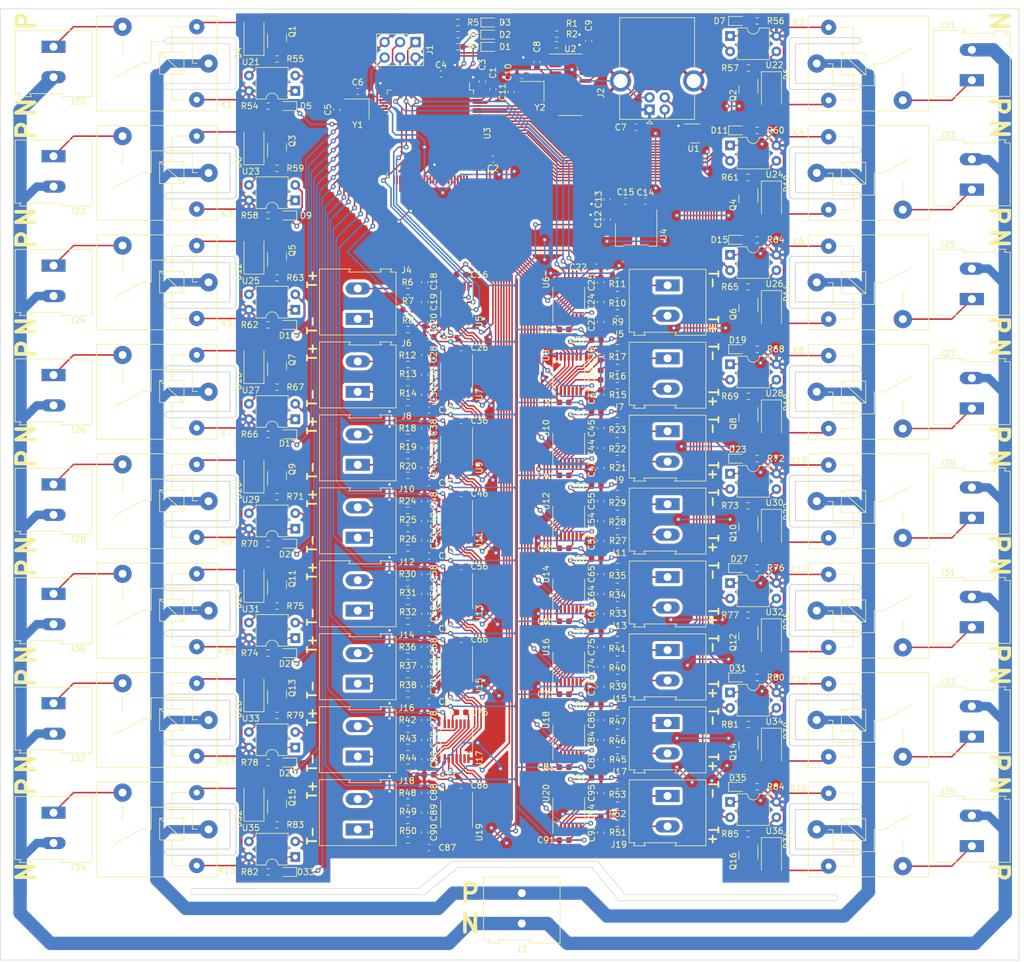
<source format=kicad_pcb>
(kicad_pcb (version 20211014) (generator pcbnew)
  (title_block (title "Cartridge Heater with T-type thermocouples control card") (date "2023-01-13") (rev "0.1") (company "Astraveus") (comment 1 "Author : Mathis Lacombe") (comment 2 "Technical test - job interview 01/13/2023"))
  (layers (0 "F.Cu" signal) (31 "B.Cu" signal) (34 "B.Paste" user) (35 "F.Paste" user) (36 "B.SilkS" user "B.Silkscreen") (37 "F.SilkS" user "F.Silkscreen") (38 "B.Mask" user) (39 "F.Mask" user) (44 "Edge.Cuts" user))
  (net 0 "")
  (net 1 "+5V")
  (net 2 "/AREF")
  (net 3 "GND")
  (net 4 "Net-(C5-Pad1)")
  (net 5 "Net-(C6-Pad1)")
  (net 6 "Net-(C11-Pad1)")
  (net 7 "Net-(C8-Pad1)")
  (net 8 "/RESET")
  (net 9 "Net-(C9-Pad1)")
  (net 10 "Net-(C10-Pad1)")
  (net 11 "+3.3V")
  (net 12 "Net-(C19-Pad2)")
  (net 13 "Net-(C18-Pad2)")
  (net 14 "Net-(C24-Pad2)")
  (net 15 "Net-(C23-Pad2)")
  (net 16 "Net-(C29-Pad2)")
  (net 17 "Net-(C28-Pad2)")
  (net 18 "Net-(C34-Pad2)")
  (net 19 "Net-(C33-Pad2)")
  (net 20 "Net-(C39-Pad2)")
  (net 21 "Net-(C38-Pad2)")
  (net 22 "Net-(C44-Pad2)")
  (net 23 "Net-(C43-Pad2)")
  (net 24 "Net-(C49-Pad2)")
  (net 25 "Net-(C48-Pad2)")
  (net 26 "Net-(C54-Pad2)")
  (net 27 "Net-(C53-Pad2)")
  (net 28 "Net-(C59-Pad2)")
  (net 29 "Net-(C58-Pad2)")
  (net 30 "Net-(C64-Pad2)")
  (net 31 "Net-(C63-Pad2)")
  (net 32 "Net-(C69-Pad2)")
  (net 33 "Net-(C68-Pad2)")
  (net 34 "Net-(C74-Pad2)")
  (net 35 "Net-(C73-Pad2)")
  (net 36 "Net-(C79-Pad2)")
  (net 37 "Net-(C78-Pad2)")
  (net 38 "Net-(C84-Pad2)")
  (net 39 "Net-(C83-Pad2)")
  (net 40 "Net-(C89-Pad2)")
  (net 41 "Net-(C88-Pad2)")
  (net 42 "Net-(C94-Pad2)")
  (net 43 "Net-(C93-Pad2)")
  (net 44 "Net-(D1-Pad2)")
  (net 45 "/RX")
  (net 46 "Net-(D2-Pad2)")
  (net 47 "/TX")
  (net 48 "Net-(D3-Pad1)")
  (net 49 "Net-(D4-Pad2)")
  (net 50 "/CH0")
  (net 51 "Net-(D5-Pad2)")
  (net 52 "Net-(D6-Pad2)")
  (net 53 "/CH1")
  (net 54 "Net-(D7-Pad2)")
  (net 55 "Net-(D8-Pad2)")
  (net 56 "/CH3")
  (net 57 "Net-(D9-Pad2)")
  (net 58 "Net-(D10-Pad2)")
  (net 59 "/CH2")
  (net 60 "Net-(D11-Pad2)")
  (net 61 "Net-(D12-Pad2)")
  (net 62 "/CH7")
  (net 63 "Net-(D13-Pad2)")
  (net 64 "Net-(D14-Pad2)")
  (net 65 "/CH4")
  (net 66 "Net-(D15-Pad2)")
  (net 67 "Net-(D16-Pad2)")
  (net 68 "/CH5")
  (net 69 "Net-(D17-Pad2)")
  (net 70 "Net-(D18-Pad2)")
  (net 71 "/CH6")
  (net 72 "Net-(D19-Pad2)")
  (net 73 "Net-(D20-Pad2)")
  (net 74 "/CH14")
  (net 75 "Net-(D21-Pad2)")
  (net 76 "Net-(D22-Pad2)")
  (net 77 "/CH8")
  (net 78 "Net-(D23-Pad2)")
  (net 79 "Net-(D24-Pad2)")
  (net 80 "/CH9")
  (net 81 "Net-(D25-Pad2)")
  (net 82 "Net-(D26-Pad2)")
  (net 83 "/CH10")
  (net 84 "Net-(D27-Pad2)")
  (net 85 "Net-(D28-Pad2)")
  (net 86 "/CH11")
  (net 87 "Net-(D29-Pad2)")
  (net 88 "Net-(D30-Pad2)")
  (net 89 "Net-(D31-Pad2)")
  (net 90 "Net-(D32-Pad2)")
  (net 91 "/CH13")
  (net 92 "Net-(D33-Pad2)")
  (net 93 "Net-(D34-Pad2)")
  (net 94 "/CH12")
  (net 95 "Net-(D35-Pad2)")
  (net 96 "Net-(J2-Pad2)")
  (net 97 "Net-(J2-Pad3)")
  (net 98 "VAC")
  (net 99 "GNDA")
  (net 100 "Net-(J4-Pad1)")
  (net 101 "Net-(J20-Pad1)")
  (net 102 "Net-(J5-Pad1)")
  (net 103 "Net-(J5-Pad2)")
  (net 104 "Net-(J6-Pad1)")
  (net 105 "Net-(J6-Pad2)")
  (net 106 "Net-(J7-Pad1)")
  (net 107 "Net-(J7-Pad2)")
  (net 108 "Net-(J8-Pad1)")
  (net 109 "Net-(J8-Pad2)")
  (net 110 "Net-(J9-Pad1)")
  (net 111 "Net-(J9-Pad2)")
  (net 112 "Net-(J10-Pad1)")
  (net 113 "Net-(J10-Pad2)")
  (net 114 "Net-(J11-Pad1)")
  (net 115 "Net-(J11-Pad2)")
  (net 116 "Net-(J12-Pad1)")
  (net 117 "Net-(J12-Pad2)")
  (net 118 "Net-(J13-Pad1)")
  (net 119 "Net-(J13-Pad2)")
  (net 120 "Net-(J14-Pad1)")
  (net 121 "Net-(J14-Pad2)")
  (net 122 "Net-(J15-Pad1)")
  (net 123 "Net-(J15-Pad2)")
  (net 124 "Net-(J16-Pad1)")
  (net 125 "Net-(J16-Pad2)")
  (net 126 "Net-(J17-Pad1)")
  (net 127 "Net-(J17-Pad2)")
  (net 128 "Net-(J18-Pad1)")
  (net 129 "Net-(J18-Pad2)")
  (net 130 "Net-(J19-Pad1)")
  (net 131 "Net-(J19-Pad2)")
  (net 132 "Net-(Q1-Pad2)")
  (net 133 "Net-(Q2-Pad2)")
  (net 134 "Net-(Q3-Pad2)")
  (net 135 "Net-(Q4-Pad2)")
  (net 136 "Net-(Q5-Pad2)")
  (net 137 "Net-(Q6-Pad2)")
  (net 138 "Net-(Q7-Pad2)")
  (net 139 "Net-(Q8-Pad2)")
  (net 140 "Net-(Q9-Pad2)")
  (net 141 "Net-(Q10-Pad2)")
  (net 142 "Net-(Q11-Pad2)")
  (net 143 "Net-(Q12-Pad2)")
  (net 144 "Net-(Q13-Pad2)")
  (net 145 "Net-(Q14-Pad2)")
  (net 146 "Net-(Q15-Pad2)")
  (net 147 "Net-(Q16-Pad2)")
  (net 148 "Net-(R4-Pad1)")
  (net 149 "Net-(R3-Pad1)")
  (net 150 "Net-(R8-Pad2)")
  (net 151 "Net-(R11-Pad2)")
  (net 152 "Net-(R14-Pad2)")
  (net 153 "Net-(R17-Pad2)")
  (net 154 "Net-(R20-Pad2)")
  (net 155 "Net-(R23-Pad2)")
  (net 156 "Net-(R26-Pad2)")
  (net 157 "Net-(R29-Pad2)")
  (net 158 "Net-(R32-Pad2)")
  (net 159 "Net-(R35-Pad2)")
  (net 160 "Net-(R38-Pad2)")
  (net 161 "Net-(R41-Pad2)")
  (net 162 "Net-(R44-Pad2)")
  (net 163 "Net-(R47-Pad2)")
  (net 164 "Net-(R50-Pad2)")
  (net 165 "Net-(R53-Pad2)")
  (net 166 "Net-(R54-Pad1)")
  (net 167 "Net-(R55-Pad2)")
  (net 168 "Net-(R56-Pad1)")
  (net 169 "Net-(R57-Pad2)")
  (net 170 "Net-(R58-Pad1)")
  (net 171 "Net-(R59-Pad2)")
  (net 172 "Net-(R60-Pad1)")
  (net 173 "Net-(R61-Pad2)")
  (net 174 "Net-(R62-Pad1)")
  (net 175 "Net-(R63-Pad2)")
  (net 176 "Net-(R64-Pad1)")
  (net 177 "Net-(R65-Pad2)")
  (net 178 "Net-(R66-Pad1)")
  (net 179 "Net-(R67-Pad2)")
  (net 180 "Net-(R68-Pad1)")
  (net 181 "Net-(R69-Pad2)")
  (net 182 "Net-(R70-Pad1)")
  (net 183 "Net-(R71-Pad2)")
  (net 184 "Net-(R72-Pad1)")
  (net 185 "Net-(R73-Pad2)")
  (net 186 "Net-(R74-Pad1)")
  (net 187 "Net-(R75-Pad2)")
  (net 188 "Net-(R76-Pad1)")
  (net 189 "Net-(R77-Pad2)")
  (net 190 "Net-(R78-Pad1)")
  (net 191 "Net-(R79-Pad2)")
  (net 192 "Net-(R80-Pad1)")
  (net 193 "Net-(R81-Pad2)")
  (net 194 "Net-(R82-Pad1)")
  (net 195 "Net-(R83-Pad2)")
  (net 196 "Net-(R84-Pad1)")
  (net 197 "Net-(R85-Pad2)")
  (net 198 "/~{DRDY}8")
  (net 199 "/~{DRDY}9")
  (net 200 "/~{DRDY}10")
  (net 201 "/~{DRDY}11")
  (net 202 "/~{DRDY}12")
  (net 203 "/~{DRDY}13")
  (net 204 "/~{DRDY}14")
  (net 205 "/SPI0")
  (net 206 "/SPI1")
  (net 207 "/SPI2")
  (net 208 "/~{DRDY}15")
  (net 209 "/~{CS}0")
  (net 210 "/~{CS}1")
  (net 211 "/~{CS}2")
  (net 212 "/~{CS}3")
  (net 213 "/~{CS}4")
  (net 214 "/~{CS}5")
  (net 215 "/~{CS}6")
  (net 216 "/~{CS}7")
  (net 217 "/CH15")
  (net 218 "/~{DRDY}0")
  (net 219 "/~{DRDY}1")
  (net 220 "/~{DRDY}2")
  (net 221 "/~{DRDY}3")
  (net 222 "/~{DRDY}4")
  (net 223 "/~{DRDY}5")
  (net 224 "/~{DRDY}6")
  (net 225 "/~{DRDY}7")
  (net 226 "/~{CS}15")
  (net 227 "/~{CS}14")
  (net 228 "/~{CS}13")
  (net 229 "/~{CS}12")
  (net 230 "/~{CS}11")
  (net 231 "/~{CS}10")
  (net 232 "/~{CS}9")
  (net 233 "/~{CS}8")
  (net 234 "Net-(U1-Pad4)")
  (net 235 "Net-(J4-Pad2)")
  (net 236 "Net-(U1-Pad6)")
  (net 273 "Net-(J21-Pad1)")
  (net 274 "Net-(J22-Pad1)")
  (net 275 "Net-(J23-Pad1)")
  (net 276 "Net-(J24-Pad1)")
  (net 277 "Net-(J25-Pad1)")
  (net 278 "Net-(J26-Pad1)")
  (net 279 "Net-(J27-Pad1)")
  (net 280 "Net-(J28-Pad1)")
  (net 281 "Net-(J29-Pad1)")
  (net 282 "Net-(J30-Pad1)")
  (net 283 "Net-(J31-Pad1)")
  (net 284 "Net-(J32-Pad1)")
  (net 285 "Net-(J33-Pad1)")
  (net 286 "Net-(J34-Pad1)")
  (net 287 "Net-(J35-Pad1)")
  (footprint "Capacitor_SMD:C_0603_1608Metric" (layer "F.Cu") (at 127.075 86.65)
    (fp_text reference "C14")
    (fp_text value "1uF")
  )
  (footprint "Capacitor_SMD:C_0603_1608Metric" (layer "F.Cu") (at 119.71875 172.0125 90)
    (fp_text reference "C85")
    (fp_text value "10nF")
  )
  (footprint "Resistor_SMD:R_0603_1608Metric" (layer "F.Cu") (at 66.5 153.25 180)
    (fp_text reference "R75")
    (fp_text value "100")
  )
  (footprint "TerminalBlock:TerminalBlock_Altech_AK300-2_P5.00mm" (layer "F.Cu") (at 180.75 120.75 90)
    (fp_text reference "J27")
    (fp_text value "Screw_Terminal_01x02")
  )
  (footprint "TerminalBlock:TerminalBlock_Altech_AK300-2_P5.00mm" (layer "F.Cu") (at 130.71875 124.5 -90)
    (fp_text reference "J9")
    (fp_text value "Screw_Terminal_01x02")
  )
  (footprint "Relay_THT:Relay_SPST_SANYOU_SRD_Series_Form_A" (layer "F.Cu") (at 55.25 154 180)
    (fp_text reference "K11")
    (fp_text value "SANYOU_SRD_Form_C")
  )
  (footprint "Resistor_SMD:R_0603_1608Metric" (layer "F.Cu") (at 122.46875 165.0125 180)
    (fp_text reference "R39")
    (fp_text value "100")
  )
  (footprint "TerminalBlock:TerminalBlock_Altech_AK300-2_P5.00mm" (layer "F.Cu") (at 29.75 115.25 -90)
    (fp_text reference "J26")
    (fp_text value "Screw_Terminal_01x02")
  )
  (footprint "Resistor_SMD:R_0603_1608Metric" (layer "F.Cu") (at 65.05 125 180)
    (fp_text reference "R66")
    (fp_text value "100")
  )
  (footprint "Capacitor_SMD:C_0603_1608Metric" (layer "F.Cu") (at 105 68.7 90)
    (fp_text reference "C11")
    (fp_text value "22pF")
  )
  (footprint "Capacitor_SMD:C_0603_1608Metric" (layer "F.Cu") (at 90.779879 166.5 -90)
    (fp_text reference "C70")
    (fp_text value "10nF")
  )
  (footprint "Diode_SMD:D_0603_1608Metric" (layer "F.Cu") (at 101.5 59.25)
    (fp_text reference "D2")
    (fp_text value "LED_Small")
  )
  (footprint "TerminalBlock:TerminalBlock_Altech_AK300-2_P5.00mm" (layer "F.Cu") (at 130.71875 100.5 -90)
    (fp_text reference "J5")
    (fp_text value "Screw_Terminal_01x02")
  )
  (footprint "Diode_SMD:D_0603_1608Metric" (layer "F.Cu") (at 68.25 179 180)
    (fp_text reference "D29")
    (fp_text value "LED_Small")
  )
  (footprint "Resistor_SMD:R_0603_1608Metric" (layer "F.Cu") (at 88.029879 107.75)
    (fp_text reference "R8")
    (fp_text value "100")
  )
  (footprint "Capacitor_SMD:C_0603_1608Metric" (layer "F.Cu") (at 119.71875 166.5125 90)
    (fp_text reference "C73")
    (fp_text value "10nF")
  )
  (footprint "Package_DIP:DIP-4_W7.62mm" (layer "F.Cu") (at 69.5 104.525 180)
    (fp_text reference "U25")
    (fp_text value "PC817")
  )
  (footprint "Package_DIP:DIP-4_W7.62mm" (layer "F.Cu") (at 69.5 194.525 180)
    (fp_text reference "U35")
    (fp_text value "PC817")
  )
  (footprint "Resistor_SMD:R_0603_1608Metric" (layer "F.Cu") (at 145.45 165)
    (fp_text reference "R80")
    (fp_text value "100")
  )
  (footprint "Package_TO_SOT_SMD:SOT-23" (layer "F.Cu") (at 144 122.25 -90)
    (fp_text reference "Q8")
    (fp_text value "BC547")
  )
  (footprint "TerminalBlock:TerminalBlock_Altech_AK300-2_P5.00mm" (layer "F.Cu") (at 29.75 97.25 -90)
    (fp_text reference "J24")
    (fp_text value "Screw_Terminal_01x02")
  )
  (footprint "Package_DIP:DIP-4_W7.62mm" (layer "F.Cu") (at 69.5 176.525 180)
    (fp_text reference "U33")
    (fp_text value "PC817")
  )
  (footprint "Resistor_SMD:R_0603_1608Metric" (layer "F.Cu") (at 122.46875 110.7625 180)
    (fp_text reference "R17")
    (fp_text value "100")
  )
  (footprint "Connector_USB:USB_B_OST_USB-B1HSxx_Horizontal" (layer "F.Cu") (at 127.75 71.5775 90)
    (fp_text reference "J2")
    (fp_text value "USB_B")
  )
  (footprint "Capacitor_SMD:C_0603_1608Metric" (layer "F.Cu") (at 117.75 60.25 90)
    (fp_text reference "C9")
    (fp_text value "100nF")
  )
  (footprint "Resistor_SMD:R_0603_1608Metric" (layer "F.Cu") (at 122.46875 146.7625 180)
    (fp_text reference "R35")
    (fp_text value "100")
  )
  (footprint "Capacitor_SMD:C_0603_1608Metric" (layer "F.Cu") (at 100.25 66.975 90)
    (fp_text reference "C3")
    (fp_text value "100nF")
  )
  (footprint "Capacitor_SMD:C_0603_1608Metric" (layer "F.Cu") (at 90.779879 139.25 -90)
    (fp_text reference "C49")
    (fp_text value "100nF")
  )
  (footprint "Diode_SMD:D_0603_1608Metric" (layer "F.Cu") (at 68.25 197 180)
    (fp_text reference "D33")
    (fp_text value "LED_Small")
  )
  (footprint "Resistor_SMD:R_0603_1608Metric" (layer "F.Cu") (at 88.029879 101.5)
    (fp_text reference "R6")
    (fp_text value "100")
  )
  (footprint "Resistor_SMD:R_0603_1608Metric" (layer "F.Cu") (at 66.5 63.25 180)
    (fp_text reference "R55")
    (fp_text value "100")
  )
  (footprint "Resistor_SMD:R_0603_1608Metric" (layer "F.Cu") (at 88.029879 137.5)
    (fp_text reference "R24")
    (fp_text value "100")
  )
  (footprint "Resistor_SMD:R_0603_1608Metric" (layer "F.Cu") (at 88.029879 188.5)
    (fp_text reference "R49")
    (fp_text value "100")
  )
  (footprint "Resistor_SMD:R_0603_1608Metric" (layer "F.Cu") (at 122.46875 162.0125 180)
    (fp_text reference "R40")
    (fp_text value "100")
  )
  (footprint "Resistor_SMD:R_0603_1608Metric" (layer "F.Cu") (at 144 136.75)
    (fp_text reference "R73")
    (fp_text value "100")
  )
  (footprint "Resistor_SMD:R_0603_1608Metric" (layer "F.Cu") (at 65.05 143 180)
    (fp_text reference "R70")
    (fp_text value "100")
  )
  (footprint "Capacitor_SMD:C_0603_1608Metric" (layer "F.Cu") (at 119.71875 148.0125 90)
    (fp_text reference "C65")
    (fp_text value "10nF")
  )
  (footprint "Resistor_SMD:R_0603_1608Metric" (layer "F.Cu") (at 112.4875 59.175)
    (fp_text reference "R2")
    (fp_text value "1K")
  )
  (footprint "Capacitor_SMD:C_0603_1608Metric" (layer "F.Cu") (at 93.475 65.735 180)
    (fp_text reference "C4")
    (fp_text value "100nF")
  )
  (footprint "Resistor_SMD:R_0603_1608Metric" (layer "F.Cu") (at 122.46875 141.0125 180)
    (fp_text reference "R27")
    (fp_text value "100")
  )
  (footprint "Package_SO:TSSOP-14_4.4x5mm_P0.65mm" (layer "F.Cu") (at 96.029879 103.5 -90)
    (fp_text reference "U5")
    (fp_text value "MAX31856")
  )
  (footprint "Diode_SMD:D_0603_1608Metric" (layer "F.Cu") (at 142.25 75)
    (fp_text reference "D11")
    (fp_text value "LED_Small")
  )
  (footprint "Package_TO_SOT_SMD:SOT-23" (layer "F.Cu") (at 66.5 59.75 90)
    (fp_text reference "Q1")
    (fp_text value "BC547")
  )
  (footprint "Capacitor_SMD:C_0603_1608Metric" (layer "F.Cu") (at 90.779879 130.5 -90)
    (fp_text reference "C40")
    (fp_text value "10nF")
  )
  (footprint "Package_DIP:DIP-4_W7.62mm" (layer "F.Cu") (at 141 113.475)
    (fp_text reference "U28")
    (fp_text value "PC817")
  )
  (footprint "Capacitor_SMD:C_0603_1608Metric" (layer "F.Cu") (at 91.5 157)
    (fp_text reference "C57")
    (fp_text value "100nF")
  )
  (footprint "Resistor_SMD:R_0603_1608Metric" (layer "F.Cu") (at 145.45 93)
    (fp_text reference "R64")
    (fp_text value "100")
  )
  (footprint "Resistor_SMD:R_0603_1608Metric" (layer "F.Cu") (at 122.46875 134.7625 180)
    (fp_text reference "R29")
    (fp_text value "100")
  )
  (footprint "Capacitor_SMD:C_0603_1608Metric" (layer "F.Cu") (at 119.71875 127.2625 90)
    (fp_text reference "C44")
    (fp_text value "100nF")
  )
  (footprint "Relay_THT:Relay_SPST_SANYOU_SRD_Series_Form_A" (layer "F.Cu") (at 55.25 136 180)
    (fp_text reference "K9")
    (fp_text value "SANYOU_SRD_Form_C")
  )
  (footprint "TerminalBlock:TerminalBlock_Altech_AK300-2_P5.00mm" (layer "F.Cu") (at 130.71875 136.5 -90)
    (fp_text reference "J11")
    (fp_text value "Screw_Terminal_01x02")
  )
  (footprint "Resistor_SMD:R_0603_1608Metric" (layer "F.Cu") (at 88.029879 164.5)
    (fp_text reference "R37")
    (fp_text value "100")
  )
  (footprint "Package_TO_SOT_SMD:SOT-23" (layer "F.Cu") (at 66.5 185.75 90)
    (fp_text reference "Q15")
    (fp_text value "BC547")
  )
  (footprint "Package_DIP:DIP-4_W7.62mm" (layer "F.Cu") (at 141 59.475)
    (fp_text reference "U22")
    (fp_text value "PC817")
  )
  (footprint "Package_SO:TSSOP-14_4.4x5mm_P0.65mm" (layer "F.Cu") (at 114.46875 127.0125 90)
    (fp_text reference "U10")
    (fp_text value "MAX31856")
  )
  (footprint "Relay_THT:Relay_SPST_SANYOU_SRD_Series_Form_A" (layer "F.Cu") (at 55.25 172 180)
    (fp_text reference "K13")
    (fp_text value "SANYOU_SRD_Form_C")
  )
  (footprint "Capacitor_SMD:C_0603_1608Metric" (layer "F.Cu") (at 119.71875 106.5125 90)
    (fp_text reference "C23")
    (fp_text value "10nF")
  )
  (footprint "Relay_THT:Relay_SPST_SANYOU_SRD_Series_Form_A" (layer "F.Cu") (at 155.25 118)
    (fp_text reference "K8")
    (fp_text value "SANYOU_SRD_Form_C")
  )
  (footprint "Capacitor_SMD:C_0603_1608Metric" (layer "F.Cu") (at 118.998629 157.5125 180)
    (fp_text reference "C72")
    (fp_text value "100nF")
  )
  (footprint "Capacitor_SMD:C_0603_1608Metric" (layer "F.Cu") (at 119.71875 139.2625 90)
    (fp_text reference "C54")
    (fp_text value "100nF")
  )
  (footprint "Relay_THT:Relay_SPST_SANYOU_SRD_Series_Form_A" (layer "F.Cu") (at 55.25 100 180)
    (fp_text reference "K5")
    (fp_text value "SANYOU_SRD_Form_C")
  )
  (footprint "Capacitor_SMD:C_0603_1608Metric" (layer "F.Cu") (at 91.5 109)
    (fp_text reference "C17")
    (fp_text value "100nF")
  )
  (footprint "Capacitor_SMD:C_0603_1608Metric" (layer "F.Cu") (at 96.779879 122.75 180)
    (fp_text reference "C36")
    (fp_text value "100nF")
  )
  (footprint "Resistor_SMD:R_0603_1608Metric" (layer "F.Cu") (at 122.46875 138.0125 180)
    (fp_text reference "R28")
    (fp_text value "100")
  )
  (footprint "Resistor_SMD:R_0603_1608Metric" (layer "F.Cu") (at 65.05 89 180)
    (fp_text reference "R58")
    (fp_text value "100")
  )
  (footprint "Diode_SMD:D_0603_1608Metric" (layer "F.Cu") (at 101.5 57.25)
    (fp_text reference "D3")
    (fp_text value "LED_Small")
  )
  (footprint "Package_SO:TSSOP-14_4.4x5mm_P0.65mm" (layer "F.Cu") (at 96.029879 163.5 -90)
    (fp_text reference "U15")
    (fp_text value "MAX31856")
  )
  (footprint "Capacitor_SMD:C_0603_1608Metric" (layer "F.Cu") (at 125.5 74.5 180)
    (fp_text reference "C7")
    (fp_text value "100nF")
  )
  (footprint "Resistor_SMD:R_0603_1608Metric" (layer "F.Cu") (at 65.05 197 180)
    (fp_text reference "R82")
    (fp_text value "100")
  )
  (footprint "Capacitor_SMD:C_0603_1608Metric" (layer "F.Cu") (at 119.71875 160.0125 90)
    (fp_text reference "C75")
    (fp_text value "10nF")
  )
  (footprint "Capacitor_SMD:C_0603_1608Metric" (layer "F.Cu") (at 91.5 133)
    (fp_text reference "C37")
    (fp_text value "100nF")
  )
  (footprint "Capacitor_SMD:C_0603_1608Metric" (layer "F.Cu") (at 113.71875 131.7625)
    (fp_text reference "C41")
    (fp_text value "100nF")
  )
  (footprint "Capacitor_SMD:C_0603_1608Metric" (layer "F.Cu") (at 90.779879 163.25 -90)
    (fp_text reference "C69")
    (fp_text value "100nF")
  )
  (footprint "Capacitor_SMD:C_0603_1608Metric" (layer "F.Cu") (at 90.779879 151.25 -90)
    (fp_text reference "C59")
    (fp_text value "100nF")
  )
  (footprint "TerminalBlock:TerminalBlock_Altech_AK300-2_P5.00mm" (layer "F.Cu") (at 106.75 200.485 -90)
    (fp_text reference "J3")
    (fp_text value "Screw_Terminal_01x02")
  )
  (footprint "Resistor_SMD:R_0603_1608Metric" (layer "F.Cu") (at 66.5 189.25 180)
    (fp_text reference "R83")
    (fp_text value "100")
  )
  (footprint "Diode_SMD:D_SMA" (layer "F.Cu") (at 147.8 86.75 -90)
    (fp_text reference "D10")
    (fp_text value "1N4007")
  )
  (footprint "Diode_SMD:D_SMA" (layer "F.Cu") (at 147.8 122.75 -90)
    (fp_text reference "D18")
    (fp_text value "1N4007")
  )
  (footprint "Capacitor_SMD:C_0603_1608Metric" (layer "F.Cu") (at 106.725 65.95 180)
    (fp_text reference "C10")
    (fp_text value "22pF")
  )
  (footprint "Diode_SMD:D_SMA" (layer "F.Cu") (at 147.8 194.75 -90)
    (fp_text reference "D34")
    (fp_text value "1N4007")
  )
  (footprint "Package_TO_SOT_SMD:SOT-23" (layer "F.Cu") (at 66.5 77.75 90)
    (fp_text reference "Q3")
    (fp_text value "BC547")
  )
  (footprint "Resistor_SMD:R_0603_1608Metric" (layer "F.Cu") (at 144 100.75)
    (fp_text reference "R65")
    (fp_text value "100")
  )
  (footprint "TerminalBlock:TerminalBlock_Altech_AK300-2_P5.00mm" (layer "F.Cu") (at 180.75 84.75 90)
    (fp_text reference "J23")
    (fp_text value "Screw_Terminal_01x02")
  )
  (footprint "Resistor_SMD:R_0603_1608Metric" (layer "F.Cu") (at 144 172.75)
    (fp_text reference "R81")
    (fp_text value "100")
  )
  (footprint "TerminalBlock:TerminalBlock_Altech_AK300-2_P5.00mm" (layer "F.Cu") (at 79.779879 178.0125 90)
    (fp_text reference "J16")
    (fp_text value "Screw_Terminal_01x02")
  )
  (footprint "Diode_SMD:D_SMA" (layer "F.Cu") (at 147.8 68.75 -90)
    (fp_text reference "D6")
    (fp_text value "1N4007")
  )
  (footprint "TerminalBlock:TerminalBlock_Altech_AK300-2_P5.00mm" (layer "F.Cu") (at 29.75 133.25 -90)
    (fp_text reference "J28")
    (fp_text value "Screw_Terminal_01x02")
  )
  (footprint "Package_SO:TSSOP-14_4.4x5mm_P0.65mm" (layer "F.Cu") (at 96.029879 175.5 -90)
    (fp_text reference "U17")
    (fp_text value "MAX31856")
  )
  (footprint "Capacitor_SMD:C_0603_1608Metric" (layer "F.Cu") (at 102 68.25 -90)
    (fp_text reference "C1")
    (fp_text value "100nF")
  )
  (footprint "Package_DIP:DIP-4_W7.62mm" (layer "F.Cu") (at 69.5 86.525 180)
    (fp_text reference "U23")
    (fp_text value "PC817")
  )
  (footprint "Resistor_SMD:R_0603_1608Metric" (layer "F.Cu") (at 88.029879 149.5)
    (fp_text reference "R30")
    (fp_text value "100")
  )
  (footprint "TerminalBlock:TerminalBlock_Altech_AK300-2_P5.00mm" (layer "F.Cu") (at 79.779879 166.0125 90)
    (fp_text reference "J14")
    (fp_text value "Screw_Terminal_01x02")
  )
  (footprint "Capacitor_SMD:C_0603_1608Metric" (layer "F.Cu") (at 118.998629 121.5125 180)
    (fp_text reference "C42")
    (fp_text value "100nF")
  )
  (footprint "TerminalBlock:TerminalBlock_Altech_AK300-2_P5.00mm" (layer "F.Cu") (at 130.71875 112.5 -90)
    (fp_text reference "J7")
    (fp_text value "Screw_Terminal_01x02")
  )
  (footprint "Package_TO_SOT_SMD:SOT-23" (layer "F.Cu") (at 144 194.25 -90)
    (fp_text reference "Q16")
    (fp_text value "BC547")
  )
  (footprint "Capacitor_SMD:C_0603_1608Metric" (layer "F.Cu") (at 119.71875 100.0125 90)
    (fp_text reference "C25")
    (fp_text value "10nF")
  )
  (footprint "TerminalBlock:TerminalBlock_Altech_AK300-2_P5.00mm" (layer "F.Cu") (at 29.75 151.25 -90)
    (fp_text reference "J30")
    (fp_text value "Screw_Terminal_01x02")
  )
  (footprint "Resistor_SMD:R_0603_1608Metric" (layer "F.Cu") (at 122.46875 177.0125 180)
    (fp_text reference "R45")
    (fp_text value "100")
  )
  (footprint "Capacitor_SMD:C_0603_1608Metric" (layer "F.Cu") (at 79.775 68.6 180)
    (fp_text reference "C6")
    (fp_text value "22pF")
  )
  (footprint "Resistor_SMD:R_0603_1608Metric" (layer "F.Cu") (at 145.45 57)
    (fp_text reference "R56")
    (fp_text value "100")
  )
  (footprint "Package_DIP:DIP-4_W7.62mm" (layer "F.Cu") (at 69.5 122.525 180)
    (fp_text reference "U27")
    (fp_text value "PC817")
  )
  (footprint "Capacitor_SMD:C_0603_1608Metric" (layer "F.Cu") (at 119.71875 124.0125 90)
    (fp_text reference "C45")
    (fp_text value "10nF")
  )
  (footprint "Package_DIP:DIP-4_W7.62mm" (layer "F.Cu") (at 141 95.475)
    (fp_text reference "U26")
    (fp_text value "PC817")
  )
  (footprint "Capacitor_SMD:C_0603_1608Metric" (layer "F.Cu") (at 119.71875 103.2625 90)
    (fp_text reference "C24")
    (fp_text value "100nF")
  )
  (footprint "Capacitor_SMD:C_0603_1608Metric" (layer "F.Cu") (at 90.779879 100 -90)
    (fp_text reference "C18")
    (fp_text value "10nF")
  )
  (footprint "Package_TO_SOT_SMD:SOT-23" (layer "F.Cu") (at 144 86.25 -90)
    (fp_text reference "Q4")
    (fp_text value "BC547")
  )
  (footprint "Diode_SMD:D_SMA" (layer "F.Cu") (at 62.7 77.25 90)
    (fp_text reference "D8")
    (fp_text value "1N4007")
  )
  (footprint "Capacitor_SMD:C_0603_1608Metric" (layer "F.Cu") (at 118.998629 133.5125 180)
    (fp_text reference "C52")
    (fp_text value "100nF")
  )
  (footprint "Capacitor_SMD:C_0603_1608Metric" (layer "F.Cu") (at 119.71875 118.5125 90)
    (fp_text reference "C33")
    (fp_text value "10nF")
  )
  (footprint "Capacitor_SMD:C_0603_1608Metric" (layer "F.Cu") (at 90.779879 190.5 -90)
    (fp_text reference "C90")
    (fp_text value "10nF")
  )
  (footprint "Capacitor_SMD:C_0603_1608Metric" (layer "F.Cu") (at 91.5 181)
    (fp_text reference "C77")
    (fp_text value "100nF")
  )
  (footprint "Resistor_SMD:R_0603_1608Metric" (layer "F.Cu") (at 88.029879 173.5)
    (fp_text reference "R42")
    (fp_text value "100")
  )
  (footprint "Package_SO:TSSOP-14_4.4x5mm_P0.65mm" (layer "F.Cu") (at 96.029879 187.5 -90)
    (fp_text reference "U19")
    (fp_text value "MAX31856")
  )
  (footprint "Resistor_SMD:R_0603_1608Metric" (layer "F.Cu") (at 144 118.75)
    (fp_text reference "R69")
    (fp_text value "100")
  )
  (footprint "Capacitor_SMD:C_0603_1608Metric" (layer "F.Cu") (at 90.779879 148 -90)
    (fp_text reference "C58")
    (fp_text value "10nF")
  )
  (footprint "Resistor_SMD:R_0603_1608Metric" (layer "F.Cu") (at 66.5 117.25 180)
    (fp_text reference "R67")
    (fp_text value "100")
  )
  (footprint "Resistor_SMD:R_0603_1608Metric" (layer "F.Cu") (at 66.5 81.25 180)
    (fp_text reference "R59")
    (fp_text value "100")
  )
  (footprint "Relay_THT:Relay_SPST_SANYOU_SRD_Series_Form_A" (layer "F.Cu") (at 55.25 118 180)
    (fp_text reference "K7")
    (fp_text value "SANYOU_SRD_Form_C")
  )
  (footprint "Capacitor_SMD:C_0603_1608Metric" (layer "F.Cu") (at 120.8 89.675 -90)
    (fp_text reference "C12")
    (fp_text value "4.7uF")
  )
  (footprint "Package_TO_SOT_SMD:SOT-23" (layer "F.Cu") (at 66.5 167.75 90)
    (fp_text reference "Q13")
    (fp_text value "BC547")
  )
  (footprint "Capacitor_SMD:C_0603_1608Metric" (layer "F.Cu") (at 90.779879 106.5 -90)
    (fp_text reference "C20")
    (fp_text value "10nF")
  )
  (footprint "Capacitor_SMD:C_0603_1608Metric" (layer "F.Cu") (at 119.71875 115.2625 90)
    (fp_text reference "C34")
    (fp_text value "100nF")
  )
  (footprint "Package_TO_SOT_SMD:SOT-23" (layer "F.Cu") (at 144 104.25 -90)
    (fp_text reference "Q6")
    (fp_text value "BC547")
  )
  (footprint "TerminalBlock:TerminalBlock_Altech_AK300-2_P5.00mm" (layer "F.Cu") (at 180.75 156.75 90)
    (fp_text reference "J31")
    (fp_text value "Screw_Terminal_01x02")
  )
  (footprint "Resistor_SMD:R_0603_1608Metric" (layer "F.Cu") (at 88.029879 125.5)
    (fp_text reference "R18")
    (fp_text value "100")
  )
  (footprint "TerminalBlock:TerminalBlock_Altech_AK300-2_P5.00mm" (layer "F.Cu") (at 29.75 61.25 -90)
    (fp_text reference "J20")
    (fp_text value "Screw_Terminal_01x02")
  )
  (footprint "Package_TO_SOT_SMD:SOT-23" (layer "F.Cu") (at 66.5 95.75 90)
    (fp_text reference "Q5")
    (fp_text value "BC547")
  )
  (footprint "Capacitor_SMD:C_0603_1608Metric" (layer "F.Cu") (at 113.71875 143.7625)
    (fp_text reference "C51")
    (fp_text value "100nF")
  )
  (footprint "Capacitor_SMD:C_0603_1608Metric" (layer "F.Cu") (at 123.8 86.65 180)
    (fp_text reference "C15")
    (fp_text value "4.7uF")
  )
  (footprint "Diode_SMD:D_0603_1608Metric" (layer "F.Cu") (at 101.5 61.25)
    (fp_text reference "D1")
    (fp_text value "LED_Small")
  )
  (footprint "Capacitor_SMD:C_0603_1608Metric" (layer "F.Cu") (at 90.779879 112 -90)
    (fp_text reference "C28")
    (fp_text value "10nF")
  )
  (footprint "Resistor_SMD:R_0603_1608Metric" (layer "F.Cu") (at 122.46875 182.7625 180)
    (fp_text reference "R53")
    (fp_text value "100")
  )
  (footprint "TerminalBlock:TerminalBlock_Altech_AK300-2_P5.00mm" (layer "F.Cu") (at 79.779879 118.0125 90)
    (fp_text reference "J6")
    (fp_text value "Screw_Terminal_01x02")
  )
  (footprint "Resistor_SMD:R_0603_1608Metric" (layer "F.Cu") (at 122.46875 114.0125 180)
    (fp_text reference "R16")
    (fp_text value "100")
  )
  (footprint "Diode_SMD:D_SMA" (layer "F.Cu") (at 147.8 104.75 -90)
    (fp_text reference "D14")
    (fp_text value "1N4007")
  )
  (footprint "Capacitor_SMD:C_0603_1608Metric" (layer "F.Cu") (at 91.5 145)
    (fp_text reference "C47")
    (fp_text value "100nF")
  )
  (footprint "Resistor_SMD:R_0603_1608Metric" (layer "F.Cu") (at 65.05 161 180)
    (fp_text reference "R74")
    (fp_text value "100")
  )
  (footprint "Capacitor_SMD:C_0603_1608Metric" (layer "F.Cu") (at 96.779879 182.75 180)
    (fp_text reference "C86")
    (fp_text value "100nF")
  )
  (footprint "Resistor_SMD:R_0603_1608Metric" (layer "F.Cu") (at 88.029879 119.75)
    (fp_text reference "R14")
    (fp_text value "100")
  )
  (footprint "Resistor_SMD:R_0603_1608Metric" (layer "F.Cu") (at 88.029879 113.5)
    (fp_text reference "R12")
    (fp_text value "100")
  )
  (footprint "Resistor_SMD:R_0603_1608Metric" (layer "F.Cu") (at 145.45 147)
    (fp_text reference "R76")
    (fp_text value "100")
  )
  (footprint "TerminalBlock:TerminalBlock_Altech_AK300-2_P5.00mm" (layer "F.Cu") (at 180.75 138.75 90)
    (fp_text reference "J29")
    (fp_text value "Screw_Terminal_01x02")
  )
  (footprint "Diode_SMD:D_0603_1608Metric" (layer "F.Cu") (at 68.25 107 180)
    (fp_text reference "D13")
    (fp_text value "LED_Small")
  )
  (footprint "Relay_THT:Relay_SPST_SANYOU_SRD_Series_Form_A" (layer "F.Cu") (at 55.25 64 180)
    (fp_text reference "K1")
    (fp_text value "SANYOU_SRD_Form_C")
  )
  (footprint "Package_SO:TSSOP-14_4.4x5mm_P0.65mm" (layer "F.Cu") (at 114.46875 115.0125 90)
    (fp_text reference "U8")
    (fp_text value "MAX31856")
  )
  (footprint "Package_SO:TSSOP-14_4.4x5mm_P0.65mm" (layer "F.Cu") (at 96.029879 127.5 -90)
    (fp_text reference "U9")
    (fp_text value "MAX31856")
  )
  (footprint "TerminalBlock:TerminalBlock_Altech_AK300-2_P5.00mm" (layer "F.Cu") (at 29.75 187.25 -90)
    (fp_text reference "J34")
    (fp_text value "Screw_Terminal_01x02")
  )
  (footprint "Resistor_SMD:R_0603_1608Metric" (layer "F.Cu") (at 66.5 99.25 180)
    (fp_text reference "R63")
    (fp_text value "100")
  )
  (footprint "Capacitor_SMD:C_0603_1608Metric" (layer "F.Cu") (at 96.779879 158.75 180)
    (fp_text reference "C66")
    (fp_text value "100nF")
  )
  (footprint "Diode_SMD:D_SMA" (layer "F.Cu") (at 62.7 113.25 90)
    (fp_text reference "D16")
    (fp_text value "1N4007")
  )
  (footprint "Resistor_SMD:R_0603_1608Metric" (layer "F.Cu") (at 65.05 179 180)
    (fp_text reference "R78")
    (fp_text value "100")
  )
  (footprint "Resistor_SMD:R_0603_1608Metric" (layer "F.Cu") (at 122.46875 170.7625 180)
    (fp_text reference "R47")
    (fp_text value "100")
  )
  (footprint "Capacitor_SMD:C_0603_1608Metric" (layer "F.Cu") (at 118.998629 169.5125 180)
    (fp_text reference "C82")
    (fp_text value "100nF")
  )
  (footprint "TerminalBlock:TerminalBlock_Altech_AK300-2_P5.00mm" (layer "F.Cu") (at 29.75 79.25 -90)
    (fp_text reference "J22")
    (fp_text value "Screw_Terminal_01x02")
  )
  (footprint "Capacitor_SMD:C_0603_1608Metric" (layer "F.Cu") (at 119.71875 190.5125 90)
    (fp_text reference "C93")
    (fp_text value "10nF")
  )
  (footprint "Package_TO_SOT_SMD:SOT-23" (layer "F.Cu") (at 66.5 113.75 90)
    (fp_text reference "Q7")
    (fp_text value "BC547")
  )
  (footprint "TerminalBlock:TerminalBlock_Altech_AK300-2_P5.00mm" (layer "F.Cu") (at 130.71875 184.5 -90)
    (fp_text reference "J19")
    (fp_text value "Screw_Terminal_01x02")
  )
  (footprint "Resistor_SMD:R_0603_1608Metric" (layer "F.Cu") (at 145.45 183)
    (fp_text reference "R84")
    (fp_text value "100")
  )
  (footprint "Capacitor_SMD:C_0603_1608Metric" (layer "F.Cu") (at 118.998629 109.5125 180)
    (fp_text reference "C32")
    (fp_text value "100nF")
  )
  (footprint "Diode_SMD:D_0603_1608Metric" (layer "F.Cu") (at 68.25 89 180)
    (fp_text reference "D9")
    (fp_text value "LED_Small")
  )
  (footprint "TerminalBlock:TerminalBlock_Altech_AK300-2_P5.00mm" (layer "F.Cu") (at 180.75 192.75 90)
    (fp_text reference "J35")
    (fp_text value "Screw_Terminal_01x02")
  )
  (footprint "TerminalBlock:TerminalBlock_Altech_AK300-2_P5.00mm" (layer "F.Cu") (at 180.75 66.749999 90)
    (fp_text reference "J21")
    (fp_text value "Screw_Terminal_01x02")
  )
  (footprint "Package_TO_SOT_SMD:SOT-23" (layer "F.Cu") (at 144 140.25 -90)
    (fp_text reference "Q10")
    (fp_text value "BC547")
  )
  (footprint "Package_DIP:DIP-4_W7.62mm" (layer "F.Cu") (at 141 77.475)
    (fp_text reference "U24")
    (fp_text value "PC817")
  )
  (footprint "Capacitor_SMD:C_0603_1608Metric" (layer "F.Cu") (at 118.998629 145.5125 180)
    (fp_text reference "C62")
    (fp_text value "100nF")
  )
  (footprint "Capacitor_SMD:C_0603_1608Metric" (layer "F.Cu") (at 90.779879 136 -90)
    (fp_text reference "C48")
    (fp_text value "10nF")
  )
  (footprint "Capacitor_SMD:C_0603_1608Metric" (layer "F.Cu") (at 90.779879 103.25 -90)
    (fp_text reference "C19")
    (fp_text value "100nF")
  )
  (footprint "Capacitor_SMD:C_0603_1608Metric" (layer "F.Cu") (at 76.3 71.6 90)
    (fp_text reference "C5")
    (fp_text value "22pF")
  )
  (footprint "Capacitor_SMD:C_0603_1608Metric" (layer "F.Cu") (at 90.779879 115.25 -90)
    (fp_text reference "C29")
    (fp_text value "100nF")
  )
  (footprint "Package_DIP:DIP-4_W7.62mm" (layer "F.Cu") (at 141 131.475)
    (fp_text reference "U30")
    (fp_text value "PC817")
  )
  (footprint "Capacitor_SMD:C_0603_1608Metric" (layer "F.Cu") (at 119.71875 142.5125 90)
    (fp_text reference "C53")
    (fp_text value "10nF")
  )
  (footprint "Capacitor_SMD:C_0603_1608Metric" (layer "F.Cu") (at 113.71875 119.7625)
    (fp_text reference "C31")
    (fp_text value "100nF")
  )
  (footprint "Package_DIP:DIP-4_W7.62mm" (layer "F.Cu") (at 141 167.475)
    (fp_text reference "U34")
    (fp_text value "PC817")
  )
  (footprint "Resistor_SMD:R_0603_1608Metric" (layer "F.Cu") (at 88.029879 167.75)
    (fp_text reference "R38")
    (fp_text value "100")
  )
  (footprint "Relay_THT:Relay_SPST_SANYOU_SRD_Series_Form_A" (layer "F.Cu") (at 155.25 82)
    (fp_text reference "K4")
    (fp_text value "SANYOU_SRD_Form_C")
  )
  (footprint "Package_SO:SOIC-16_3.9x9.9mm_P1.27mm" (layer "F.Cu") (at 114.7375 67.5)
    (fp_text reference "U2")
    (fp_text value "CH340G")
  )
  (footprint "Diode_SMD:D_SMA" (layer "F.Cu") (at 62.7 131.25 90)
    (fp_text reference "D20")
    (fp_text value "1N4007")
  )
  (footprint "Relay_THT:Relay_SPST_SANYOU_SRD_Series_Form_A" (layer "F.Cu") (at 155.25 154)
    (fp_text reference "K12")
    (fp_text value "SANYOU_SRD_Form_C")
  )
  (footprint "Capacitor_SMD:C_0603_1608Metric" (layer "F.Cu") (at 119.71875 130.5125 90)
    (fp_text reference "C43")
    (fp_text value "10nF")
  )
  (footprint "Capacitor_SMD:C_0603_1608Metric" (layer "F.Cu") (at 109.25 63.75 90)
    (fp_text reference "C8")
    (fp_text value "100nF")
  )
  (footprint "Resistor_SMD:R_0603_1608Metric" (layer "F.Cu") (at 88.029879 161.5)
    (fp_text reference "R36")
    (fp_text value "100")
  )
  (footprint "Capacitor_SMD:C_0603_1608Metric" (layer "F.Cu") (at 119.71875 151.2625 90)
    (fp_text reference "C64")
    (fp_text value "100nF")
  )
  (footprint "Resistor_SMD:R_0603_1608Metric" (layer "F.Cu") (at 96.25 57.25)
    (fp_text reference "R5")
    (fp_text value "1K")
  )
  (footprint "Package_SO:TSSOP-14_4.4x5mm_P0.65mm" (layer "F.Cu") (at 96.029879 115.5 -90)
    (fp_text reference "U7")
    (fp_text value "MAX31856")
  )
  (footprint "Capacitor_SMD:C_0603_1608Metric" (layer "F.Cu") (at 96.779879 146.75 180)
    (fp_text reference "C56")
    (fp_text value "100nF")
  )
  (footprint "Capacitor_SMD:C_0603_1608Metric" (layer "F.Cu") (at 91.5 193)
    (fp_text reference "C87")
    (fp_text value "100nF")
  )
  (footprint "Package_SO:TSSOP-14_4.4x5mm_P0.65mm" (layer "F.Cu") (at 96.029879 151.5 -90)
    (fp_text reference "U13")
    (fp_text value "MAX31856")
  )
  (footprint "Diode_SMD:D_SMA" (layer "F.Cu") (at 147.8 140.75 -90)
    (fp_text reference "D22")
    (fp_text value "1N4007")
  )
  (footprint "Capacitor_SMD:C_0603_1608Metric" (layer "F.Cu") (at 119.71875 178.5125 90)
    (fp_text reference "C83")
    (fp_text value "10nF")
  )
  (footprint "Package_TO_SOT_SMD:SOT-23" (layer "F.Cu") (at 66.5 149.75 90)
    (fp_text reference "Q11")
    (fp_text value "BC547")
  )
  (footprint "Package_DIP:DIP-4_W7.62mm" (layer "F.Cu") (at 141 149.475)
    (fp_text reference "U32")
    (fp_text value "PC817")
  )
  (footprint "Package_SO:TSSOP-14_4.4x5mm_P0.65mm" (layer "F.Cu") (at 114.46875 139.0125 90)
    (fp_text reference "U12")
    (fp_text value "MAX31856")
  )
  (footprint "Diode_SMD:D_0603_1608Metric" (layer "F.Cu") (at 68.25 71 180)
    (fp_text reference "D5")
    (fp_text value "LED_Small")
  )
  (footprint "Package_SO:TSSOP-14_4.4x5mm_P0.65mm" (layer "F.Cu") (at 114.46875 187.0125 90)
    (fp_text reference "U20")
    (fp_text value "MAX31856")
  )
  (footprint "Capacitor_SMD:C_0603_1608Metric" (layer "F.Cu") (at 113.71875 167.7625)
    (fp_text reference "C71")
    (fp_text value "100nF")
  )
  (footprint "Resistor_SMD:R_0603_1608Metric" (layer "F.Cu") (at 88.029879 191.75)
    (fp_text reference "R50")
    (fp_text value "100")
  )
  (footprint "Diode_SMD:D_SMA" (layer "F.Cu") (at 62.7 59.25 90)
    (fp_text reference "D4")
    (fp_text value "1N4007")
  )
  (footprint "Capacitor_SMD:C_0603_1608Metric" (layer "F.Cu") (at 96.779879 170.75 180)
    (fp_text reference "C76")
    (fp_text value "100nF")
  )
  (footprint "Capacitor_SMD:C_0603_1608Metric" (layer "F.Cu") (at 90.779879 154.5 -90)
    (fp_text reference "C60")
    (fp_text value "10nF")
  )
  (footprint "Resistor_SMD:R_0603_1608Metric" (layer "F.Cu") (at 122.46875 150.0125 180)
    (fp_text reference "R34")
    (fp_text value "100")
  )
  (footprint "TerminalBlock:TerminalBlock_Altech_AK300-2_P5.00mm" (layer "F.Cu") (at 79.779879 154.0125 90)
    (fp_text reference "J12")
    (fp_text value "Screw_Terminal_01x02")
  )
  (footprint "Package_SO:TSSOP-14_4.4x5mm_P0.65mm" (layer "F.Cu") (at 114.46875 103.0125 90)
    (fp_text reference "U6")
    (fp_text value "MAX31856")
  )
  (footprint "Resistor_SMD:R_0603_1608Metric" (layer "F.Cu") (at 112.4875 60.925)
    (fp_text reference "R1")
    (fp_text value "10K")
  )
  (footprint "Resistor_SMD:R_0603_1608Metric" (layer "F.Cu") (at 88.029879 116.5)
    (fp_text reference "R13")
    (fp_text value "100")
  )
  (footprint "Resistor_SMD:R_0603_1608Metric" (layer "F.Cu") (at 144 64.75)
    (fp_text reference "R57")
    (fp_text value "100")
  )
  (footprint "Package_TO_SOT_SMD:SOT-23" (layer "F.Cu") (at 66.5 131.75 90)
    (fp_text reference "Q9")
    (fp_text value "BC547")
  )
  (footprint "Resistor_SMD:R_0603_1608Metric" (layer "F.Cu") (at 88.029879 131.75)
    (fp_text reference "R20")
    (fp_text value "100")
  )
  (footprint "Resistor_SMD:R_0603_1608Metric" (layer "F.Cu") (at 145.45 75)
    (fp_text reference "R60")
    (fp_text value "100")
  )
  (footprint "Capacitor_SMD:C_0603_1608Metric" (layer "F.Cu") (at 120.8 86.375 90)
    (fp_text reference "C13")
    (fp_text value "1uF")
  )
  (footprint "Capacitor_SMD:C_0603_1608Metric" (layer "F.Cu") (at 90.779879 124 -90)
    (fp_text reference "C38")
    (fp_text value "10nF")
  )
  (footprint "Capacitor_SMD:C_0603_1608Metric" (layer "F.Cu") (at 119.71875 187.2625 90)
    (fp_text reference "C94")
    (fp_text value "100nF")
  )
  (footprint "Resistor_SMD:R_0603_1608Metric" (layer "F.Cu") (at 122.46875 153.0125 180)
    (fp_text reference "R33")
    (fp_text value "100")
  )
  (footprint "Diode_SMD:D_SMA" (layer "F.Cu") (at 62.7 95.25 90)
    (fp_text reference "D12")
    (fp_text value "1N4007")
  )
  (footprint "Capacitor_SMD:C_0603_1608Metric" (layer "F.Cu") (at 96.779879 134.75 180)
    (fp_text reference "C46")
    (fp_text value "100nF")
  )
  (footprint "TerminalBlock:TerminalBlock_Altech_AK300-2_P5.00mm" (layer "F.Cu") (at 180.75 102.75 90)
    (fp_text reference "J25")
    (fp_text value "Screw_Terminal_01x02")
  )
  (footprint "Resistor_SMD:R_0603_1608Metric" (layer "F.Cu") (at 122.46875 186.0125 180)
    (fp_text reference "R52")
    (fp_text value "100")
  )
  (footprint "Capacitor_SMD:C_0603_1608Metric" (layer "F.Cu") (at 113.71875 107.7625)
    (fp_text reference "C21")
    (fp_text value "100nF")
  )
  (footprint "Resistor_SMD:R_0603_1608Metric" (layer "F.Cu") (at 122.46875 189.0125 180)
    (fp_text reference "R51")
    (fp_text value "100")
  )
  (footprint "Crystal:Crystal_SMD_3225-4Pin_3.2x2.5mm" (layer "F.Cu") (at 79.65 71.5 180)
    (fp_text reference "Y1")
    (fp_text value "16MHz")
  )
  (footprint "TerminalBlock:TerminalBlock_Altech_AK300-2_P5.00mm" (layer "F.Cu") (at 79.779879 142.0125 90)
    (fp_text reference "J10")
    (fp_text value "Screw_Terminal_01x02")
  )
  (footprint "Capacitor_SMD:C_0603_1608Metric" (layer "F.Cu") (at 90.779879 187.25 -90)
    (fp_text reference "C89")
    (fp_text value "100nF")
  )
  (footprint "Crystal:Crystal_SMD_3225-4Pin_3.2x2.5mm" (layer "F.Cu") (at 108.4 68.6 180)
    (fp_text reference "Y2")
    (fp_text value "12MHz")
  )
  (footprint "Diode_SMD:D_0603_1608Metric" (layer "F.Cu") (at 142.25 111)
    (fp_text reference "D19")
    (fp_text value "LED_Small")
  )
  (footprint "Capacitor_SMD:C_0603_1608Metric" (layer "F.Cu") (at 90.779879 175.25 -90)
    (fp_text reference "C79")
    (fp_text value "100nF")
  )
  (footprint "TerminalBlock:TerminalBlock_Altech_AK300-2_P5.00mm" (layer "F.Cu") (at 130.71875 160.5 -90)
    (fp_text reference "J15")
    (fp_text value "Screw_Terminal_01x02")
  )
  (footprint "Relay_THT:Relay_SPST_SANYOU_SRD_Series_Form_A" (layer "F.Cu") (at 155.25 100)
    (fp_text reference "K6")
    (fp_text value "SANYOU_SRD_Form_C")
  )
  (footprint "Resistor_SMD:R_0603_1608Metric" (layer "F.Cu") (at 122.46875 102.0125 180)
    (fp_text reference "R10")
    (fp_text value "100")
  )
  (footprint "Diode_SMD:D_0603_1608Metric" (layer "F.Cu") (at 142.25 93)
    (fp_text reference "D15")
    (fp_text value "LED_Small")
  )
  (footprint "Package_DIP:DIP-4_W7.62mm" (layer "F.Cu") (at 69.5 158.525 180)
    (fp_text reference "U31")
    (fp_text value "PC817")
  )
  (footprint "Capacitor_SMD:C_0603_1608Metric" (layer "F.Cu") (at 113.71875 179.7625)
    (fp_text reference "C81")
    (fp_text value "100nF")
  )
  (footprint "Package_TO_SOT_SMD:SOT-23" (layer "F.Cu") (at 144 158.25 -90)
    (fp_text reference "Q12")
    (fp_text value "BC547")
  )
  (footprint "Capacitor_SMD:C_0603_1608Metric" (layer "F.Cu") (at 118.998629 97.5125 180)
    (fp_text reference "C22")
    (fp_text value "100nF")
  )
  (footprint "Relay_THT:Relay_SPST_SANYOU_SRD_Series_Form_A" (layer "F.Cu") (at 55.25 190 180)
    (fp_text reference "K15")
    (fp_text value "SANYOU_SRD_Form_C")
  )
  (footprint "Diode_SMD:D_0603_1608Metric" (layer "F.Cu") (at 142.25 129)
    (fp_text reference "D23")
    (fp_text value "LED_Small")
  )
  (footprint "Package_TO_SOT_SMD:SOT-223-3_TabPin2" (layer "F.Cu") (at 125.55 92.15 -90)
    (fp_text reference "U4")
    (fp_text value "AMS1117-3.3")
  )
  (footprint "TerminalBlock:TerminalBlock_Altech_AK300-2_P5.00mm" (layer "F.Cu") (at 180.75 174.75 90)
    (fp_text reference "J33")
    (fp_text value "Screw_Terminal_01x02")
  )
  (footprint "Diode_SMD:D_SMA" (layer "F.Cu") (at 147.8 176.75 -90)
    (fp_text reference "D30")
    (fp_text value "1N4007")
  )
  (footprint "Resistor_SMD:R_0603_1608Metric" (layer "F.Cu") (at 66.5 135.25 180)
    (fp_text reference "R71")
    (fp_text value "100")
  )
  (footprint "Package_SO:TSSOP-14_4.4x5mm_P0.65mm" (layer "F.Cu") (at 114.46875 151.0125 90)
    (fp_text reference "U14")
    (fp_text value "MAX31856")
  )
  (footprint "Resistor_SMD:R_0603_1608Metric" (layer "F.Cu") (at 144 82.75)
    (fp_text reference "R61")
    (fp_text value "100")
  )
  (footprint "Capacitor_SMD:C_0603_1608Metric" (layer "F.Cu") (at 119.71875 175.2625 90)
    (fp_text reference "C84")
    (fp_text value "100nF")
  )
  (footprint "Resistor_SMD:R_0603_1608Metric" (layer "F.Cu") (at 65.05 107 180)
    (fp_text reference "R62")
    (fp_text value "100")
  )
  (footprint "Resistor_SMD:R_0603_1608Metric" (layer "F.Cu") (at 88.029879 179.75)
    (fp_text reference "R44")
    (fp_text value "100")
  )
  (footprint "Capacitor_SMD:C_0603_1608Metric" (layer "F.Cu") (at 119.71875 136.0125 90)
    (fp_text reference "C55")
    (fp_text value "10nF")
  )
  (footprint "Resistor_SMD:R_0603_1608Metric" (layer "F.Cu") (at 144 190.75)
    (fp_text reference "R85")
    (fp_text value "100")
  )
  (footprint "Resistor_SMD:R_0603_1608Metric" (layer "F.Cu") (at 96.25 61.25)
    (fp_text reference "R3")
    (fp_text value "10K")
  )
  (footprint "Package_SO:TSSOP-14_4.4x5mm_P0.65mm" (layer "F.Cu") (at 114.46875 175.0125 90)
    (fp_text reference "U18")
    (fp_text value "MAX31856")
  )
  (footprint "Package_TO_SOT_SMD:SOT-23-6" (layer "F.Cu") (at 135.25 75.5)
    (fp_text reference "U1")
    (fp_text value "USBLC6-2SC6")
  )
  (footprint "TerminalBlock:TerminalBlock_Altech_AK300-2_P5.00mm" (layer "F.Cu") (at 79.779879 130.0125 90)
    (fp_text reference "J8")
    (fp_text value "Screw_Terminal_01x02")
  )
  (footprint "Diode_SMD:D_0603_1608Metric" (layer "F.Cu") (at 142.25 165)
    (fp_text reference "D31")
    (fp_text value "LED_Small")
  )
  (footprint "Resistor_SMD:R_0603_1608Metric" (layer "F.Cu") (at 96.25 59.25)
    (fp_text reference "R4")
    (fp_text value "1K")
  )
  (footprint "Resistor_SMD:R_0603_1608Metric" (layer "F.Cu") (at 122.46875 126.0125 180)
    (fp_text reference "R22")
    (fp_text value "100")
  )
  (footprint "Capacitor_SMD:C_0603_1608Metric" (layer "F.Cu") (at 90.779879 142.5 -90)
    (fp_text reference "C50")
    (fp_text value "10nF")
  )
  (footprint "Resistor_SMD:R_0603_1608Metric" (layer "F.Cu") (at 144 154.75)
    (fp_text reference "R77")
    (fp_text value "100")
  )
  (footprint "Diode_SMD:D_SMA" (layer "F.Cu") (at 62.7 185.25 90)
    (fp_text reference "D32")
    (fp_text value "1N4007")
  )
  (footprint "Package_QFP:TQFP-100_14x14mm_P0.5mm" (layer "F.Cu") (at 91.725 75.485 -90)
    (fp_text reference "U3")
    (fp_text value "ATmega2560-16A")
  )
  (footprint "Diode_SMD:D_0603_1608Metric" (layer "F.Cu") (at 68.25 161 180)
    (fp_text reference "D25")
    (fp_text value "LED_Small")
  )
  (footprint "Relay_THT:Relay_SPST_SANYOU_SRD_Series_Form_A" (layer "F.Cu") (at 155.25 190)
    (fp_text reference "K16")
    (fp_text value "SANYOU_SRD_Form_C")
  )
  (footprint "Resistor_SMD:R_0603_1608Metric" (layer "F.Cu") (at 88.029879 143.75)
    (fp_text reference "R26")
    (fp_text value "100")
  )
  (footprint "Resistor_SMD:R_0603_1608Metric" (layer "F.Cu") (at 88.029879 140.5)
    (fp_text reference "R25")
    (fp_text value "100")
  )
  (footprint "TerminalBlock:TerminalBlock_Altech_AK300-2_P5.00mm" (layer "F.Cu") (at 29.75 169.25 -90)
    (fp_text reference "J32")
    (fp_text value "Screw_Terminal_01x02")
  )
  (footprint "Resistor_SMD:R_0603_1608Metric" (layer "F.Cu") (at 88.029879 152.5)
    (fp_text reference "R31")
    (fp_text value "100")
  )
  (footprint "Resistor_SMD:R_0603_1608Metric" (layer "F.Cu") (at 122.46875 158.7625 180)
    (fp_text reference "R41")
    (fp_text value "100")
  )
  (footprint "Package_DIP:DIP-4_W7.62mm" (layer "F.Cu") (at 69.5 68.525 180)
    (fp_text reference "U21")
    (fp_text value "PC817")
  )
  (footprint "Capacitor_SMD:C_0603_1608Metric" (layer "F.Cu") (at 118.998629 181.5125 180)
    (fp_text reference "C92")
    (fp_text value "100nF")
  )
  (footprint "Capacitor_SMD:C_0603_1608Metric" (layer "F.Cu") (at 119.71875 112.0125 90)
    (fp_text reference "C35")
    (fp_text value "10nF")
  )
  (footprint "Capacitor_SMD:C_0603_1608Metric" (layer "F.Cu") (at 90.779879 184 -90)
    (fp_text reference "C88")
    (fp_text value "10nF")
  )
  (footprint "Package_SO:TSSOP-14_4.4x5mm_P0.65mm" (layer "F.Cu") (at 96.029879 139.5 -90)
    (fp_text reference "U11")
    (fp_text value "MAX31856")
  )
  (footprint "Diode_SMD:D_SMA" (layer "F.Cu") (at 147.8 158.75 -90)
    (fp_text reference "D26")
    (fp_text value "1N4007")
  )
  (footprint "Package_TO_SOT_SMD:SOT-23" (layer "F.Cu") (at 144 176.25 -90)
    (fp_text reference "Q14")
    (fp_text value "BC547")
  )
  (footprint "Capacitor_SMD:C_0603_1608Metric" (layer "F.Cu") (at 90.779879 118.5 -90)
    (fp_text reference "C30")
    (fp_text value "10nF")
  )
  (footprint "Capacitor_SMD:C_0603_1608Metric" (layer "F.Cu") (at 119.71875 184.0125 90)
    (fp_text reference "C95")
    (fp_text value "10nF")
  )
  (footprint "Resistor_SMD:R_0603_1608Metric" (layer "F.Cu") (at 88.029879 128.5)
    (fp_text reference "R19")
    (fp_text value "100")
  )
  (footprint "TerminalBlock:TerminalBlock_Altech_AK300-2_P5.00mm" (layer "F.Cu") (at 130.71875 172.5 -90)
    (fp_text reference "J17")
    (fp_text value "Screw_Terminal_01x02")
  )
  (footprint "Resistor_SMD:R_0603_1608Metric" (layer "F.Cu") (at 88.029879 176.5)
    (fp_text reference "R43")
    (fp_text value "100")
  )
  (footprint "Capacitor_SMD:C_0603_1608Metric" (layer "F.Cu") (at 113.71875 191.7625)
    (fp_text reference "C91")
    (fp_text value "100nF")
  )
  (footprint "Resistor_SMD:R_0603_1608Metric" (layer "F.Cu") (at 88.029879 104.5)
    (fp_text reference "R7")
    (fp_text value "100")
  )
  (footprint "TerminalBlock:TerminalBlock_Altech_AK300-2_P5.00mm" (layer "F.Cu") (at 79.779879 190.0125 90)
    (fp_text reference "J18")
    (fp_text value "Screw_Terminal_01x02")
  )
  (footprint "Capacitor_SMD:C_0603_1608Metric" (layer "F.Cu") (at 90.779879 178.5 -90)
    (fp_text reference "C80")
    (fp_text value "10nF")
  )
  (footprint "Resistor_SMD:R_0603_1608Metric" (layer "F.Cu") (at 122.46875 122.7625 180)
    (fp_text reference "R23")
    (fp_text value "100")
  )
  (footprint "Relay_THT:Relay_SPST_SANYOU_SRD_Series_Form_A" (layer "F.Cu") (at 55.25 82 180)
    (fp_text reference "K3")
    (fp_text value "SANYOU_SRD_Form_C")
  )
  (footprint "Capacitor_SMD:C_0603_1608Metric" (layer "F.Cu") (at 102 79.75)
    (fp_text reference "C2")
    (fp_text value "10uF")
  )
  (footprint "Resistor_SMD:R_0603_1608Metric" (layer "F.Cu") (at 122.46875 117.0125 180)
    (fp_text reference "R15")
    (fp_text value "100")
  )
  (footprint "Capacitor_SMD:C_0603_1608Metric" (layer "F.Cu") (at 90.779879 160 -90)
    (fp_text reference "C68")
    (fp_text value "10nF")
  )
  (footprint "TerminalBlock:TerminalBlock_Altech_AK300-2_P5.00mm" (layer "F.Cu") (at 130.71875 148.5 -90)
    (fp_text reference "J13")
    (fp_text value "Screw_Terminal_01x02")
  )
  (footprint "Resistor_SMD:R_0603_1608Metric" (layer "F.Cu") (at 145.45 129)
    (fp_text reference "R72")
    (fp_text value "100")
  )
  (footprint "Relay_THT:Relay_SPST_SANYOU_SRD_Series_Form_A" (layer "F.Cu") (at 155.25 64)
    (fp_text reference "K2")
    (fp_text value "SANYOU_SRD_Form_C")
  )
  (footprint "TerminalBlock:TerminalBlock_Altech_AK300-2_P5.00mm" (layer "F.Cu") (at 79.779879 106.0125 90)
    (fp_text reference "J4")
    (fp_text value "Screw_Terminal_01x02")
  )
  (footprint "Capacitor_SMD:C_0603_1608Metric" (layer "F.Cu") (at 119.71875 163.2625 90)
    (fp_text reference "C74")
    (fp_text value "100nF")
  )
  (footprint "Capacitor_SMD:C_0603_1608Metric" (layer "F.Cu") (at 119.71875 154.5125 90)
    (fp_text reference "C63")
    (fp_text value "10nF")
  )
  (footprint "Resistor_SMD:R_0603_1608Metric" (layer "F.Cu") (at 65.05 71 180)
    (fp_text reference "R54")
    (fp_text value "100")
  )
  (footprint "Package_DIP:DIP-4_W7.62mm" (layer "F.Cu") (at 69.5 140.525 180)
    (fp_text reference "U29")
    (fp_text value "PC817")
  )
  (footprint "Resistor_SMD:R_0603_1608Metric" (layer "F.Cu") (at 122.46875 98.7625 180)
    (fp_text reference "R11")
    (fp_text value "100")
  )
  (footprint "Capacitor_SMD:C_0603_1608Metric" (layer "F.Cu") (at 113.71875 155.7625)
    (fp_text reference "C61")
    (fp_text value "100nF")
  )
  (footprint "Diode_SMD:D_SMA" (layer "F.Cu") (at 62.7 149.25 90)
    (fp_text reference "D24")
    (fp_text value "1N4007")
  )
  (footprint "Relay_THT:Relay_SPST_SANYOU_SRD_Series_Form_A" (layer "F.Cu") (at 155.25 172)
    (fp_text reference "K14")
    (fp_text value "SANYOU_SRD_Form_C")
  )
  (footprint "Diode_SMD:D_0603_1608Metric" (layer "F.Cu") (at 142.25 57)
    (fp_text reference "D7")
    (fp_text value "LED_Small")
  )
  (footprint "Resistor_SMD:R_0603_1608Metric" (layer "F.Cu") (at 88.029879 155.75)
    (fp_text reference "R32")
    (fp_text value "100")
  )
  (footprint "Relay_THT:Relay_SPST_SANYOU_SRD_Series_Form_A" (layer "F.Cu") (at 155.25 136)
    (fp_text reference "K10")
    (fp_text value "SANYOU_SRD_Form_C")
  )
  (footprint "Diode_SMD:D_0603_1608Metric" (layer "F.Cu") (at 142.25 147)
    (fp_text reference "D27")
    (fp_text value "LED_Small")
  )
  (footprint "Diode_SMD:D_0603_1608Metric" (layer "F.Cu") (at 142.25 183)
    (fp_text reference "D35")
    (fp_text value "LED_Small")
  )
  (footprint "Package_SO:TSSOP-14_4.4x5mm_P0.65mm" (layer "F.Cu") (at 114.46875 163.0125 90)
    (fp_text reference "U16")
    (fp_text value "MAX31856")
  )
  (footprint "Capacitor_SMD:C_0603_1608Metric" (layer "F.Cu") (at 91.5 121)
    (fp_text reference "C27")
    (fp_text value "100nF")
  )
  (footprint "Resistor_SMD:R_0603_1608Metric" (layer "F.Cu") (at 88.029879 185.5)
    (fp_text reference "R48")
    (fp_text value "100")
  )
  (footprint "Capacitor_SMD:C_0603_1608Metric" (layer "F.Cu") (at 96.779879 110.75 180)
    (fp_text reference "C26")
    (fp_text value "100nF")
  )
  (footprint "Package_TO_SOT_SMD:SOT-23" (layer "F.Cu") (at 144 68.25 -90)
    (fp_text reference "Q2")
    (fp_text value "BC547")
  )
  (footprint "Diode_SMD:D_0603_1608Metric" (layer "F.Cu") (at 68.25 125 180)
    (fp_text reference "D17")
    (fp_text value "LED_Small")
  )
  (footprint "Resistor_SMD:R_0603_1608Metric" (layer "F.Cu") (at 122.46875 105.0125 180)
    (fp_text reference "R9")
    (fp_text value "100")
  )
  (footprint "Diode_SMD:D_SMA" (layer "F.Cu") (at 62.7 167.25 90)
    (fp_text reference "D28")
    (fp_text value "1N4007")
  )
  (footprint "Resistor_SMD:R_0603_1608Metric" (layer "F.Cu") (at 122.46875 174.0125 180)
    (fp_text reference "R46")
    (fp_text value "100")
  )
  (footprint "Capacitor_SMD:C_0603_1608Metric" (layer "F.Cu") (at 96.779879 98.75 180)
    (fp_text reference "C16")
    (fp_text value "100nF")
  )
  (footprint "Resistor_SMD:R_0603_1608Metric" (layer "F.Cu") (at 122.46875 129.0125 180)
    (fp_text reference "R21")
    (fp_text value "100")
  )
  (footprint "Capacitor_SMD:C_0603_1608Metric" (layer "F.Cu") (at 90.779879 172 -90)
    (fp_text reference "C78")
    (fp_text value "10nF")
  )
  (footprint "Resistor_SMD:R_0603_1608Metric" (layer "F.Cu") (at 66.5 171.25 180)
    (fp_text reference "R79")
    (fp_text value "100")
  )
  (footprint "Resistor_SMD:R_0603_1608Metric" (layer "F.Cu") (at 145.45 111)
    (fp_text reference "R68")
    (fp_text value "100")
  )
  (footprint "Capacitor_SMD:C_0603_1608Metric" (layer "F.Cu") (at 90.779879 127.25 -90)
    (fp_text reference "C39")
    (fp_text value "100nF")
  )
  (footprint "Package_DIP:DIP-4_W7.62mm" (layer "F.Cu") (at 141 185.475)
    (fp_text reference "U36")
    (fp_text value "PC817")
  )
  (footprint "Diode_SMD:D_0603_1608Metric" (layer "F.Cu") (at 68.25 143 180)
    (fp_text reference "D21")
    (fp_text value "LED_Small")
  )
  (footprint "Capacitor_SMD:C_0603_1608Metric" (layer "F.Cu") (at 91.5 169)
    (fp_text reference "C67")
    (fp_text value "100nF")
  )
  (footprint "Connector_PinHeader_2.54mm:PinHeader_2x03_P2.54mm_Vertical" (layer "F.Cu") (at 89.275 60.475 -90)
    (fp_text reference "J1")
    (fp_text value "AVR-ISP-6")
  )
  (gr_arc (start 151.25 68.25) (mid 150.896447 68.103553) (end 150.75 67.75) (layer "Edge.Cuts") (width 0.1))
  (gr_line (start 151.75 60.75) (end 151.75 67.25) (layer "Edge.Cuts") (width 0.1))
  (gr_line (start 150.75 103.75) (end 150.75 96.25) (layer "Edge.Cuts") (width 0.1))
  (gr_line (start 48.5 131.75) (end 59.25 131.75) (layer "Edge.Cuts") (width 0.1))
  (gr_line (start 150.75 121.75) (end 150.75 114.25) (layer "Edge.Cuts") (width 0.1))
  (gr_line (start 58.75 193.25) (end 58.75 186.75) (layer "Edge.Cuts") (width 0.1))
  (gr_line (start 162 121.25) (end 151.75 121.25) (layer "Edge.Cuts") (width 0.1))
  (gr_arc (start 59.75 121.75) (mid 59.603553 122.103553) (end 59.25 122.25) (layer "Edge.Cuts") (width 0.1))
  (gr_line (start 48.5 96.75) (end 58.75 96.75) (layer "Edge.Cuts") (width 0.1))
  (gr_line (start 162 139.25) (end 151.75 139.25) (layer "Edge.Cuts") (width 0.1))
  (gr_line (start 48.5 103.25) (end 58.75 103.25) (layer "Edge.Cuts") (width 0.1))
  (gr_arc (start 59.25 131.75) (mid 59.603553 131.896447) (end 59.75 132.25) (layer "Edge.Cuts") (width 0.1))
  (gr_line (start 162 132.75) (end 151.75 132.75) (layer "Edge.Cuts") (width 0.1))
  (gr_arc (start 48.5 186.75) (mid 48 186.25) (end 48.5 185.75) (layer "Edge.Cuts") (width 0.1))
  (gr_arc (start 162 167.75) (mid 162.5 168.25) (end 162 168.75) (layer "Edge.Cuts") (width 0.1))
  (gr_line (start 150.75 121.75) (end 150.75 114.25) (layer "Edge.Cuts") (width 0.1))
  (gr_line (start 59.75 132.25) (end 59.75 139.75) (layer "Edge.Cuts") (width 0.1))
  (gr_line (start 162 96.75) (end 151.75 96.75) (layer "Edge.Cuts") (width 0.1))
  (gr_line (start 58.75 193.25) (end 58.75 186.75) (layer "Edge.Cuts") (width 0.1))
  (gr_arc (start 162 77.75) (mid 162.5 78.25) (end 162 78.75) (layer "Edge.Cuts") (width 0.1))
  (gr_arc (start 162 59.75) (mid 162.5 60.25) (end 162 60.75) (layer "Edge.Cuts") (width 0.1))
  (gr_line (start 162 132.75) (end 151.75 132.75) (layer "Edge.Cuts") (width 0.1))
  (gr_line (start 59.25 104.25) (end 48.5 104.25) (layer "Edge.Cuts") (width 0.1))
  (gr_arc (start 162 95.75) (mid 162.5 96.25) (end 162 96.75) (layer "Edge.Cuts") (width 0.1))
  (gr_line (start 150.75 121.75) (end 150.75 114.25) (layer "Edge.Cuts") (width 0.1))
  (gr_arc (start 162 95.75) (mid 162.5 96.25) (end 162 96.75) (layer "Edge.Cuts") (width 0.1))
  (gr_line (start 59.25 104.25) (end 48.5 104.25) (layer "Edge.Cuts") (width 0.1))
  (gr_line (start 151.25 113.75) (end 162 113.75) (layer "Edge.Cuts") (width 0.1))
  (gr_line (start 58.75 157.25) (end 58.75 150.75) (layer "Edge.Cuts") (width 0.1))
  (gr_arc (start 162 121.25) (mid 162.5 121.75) (end 162 122.25) (layer "Edge.Cuts") (width 0.1))
  (gr_arc (start 162 95.75) (mid 162.5 96.25) (end 162 96.75) (layer "Edge.Cuts") (width 0.1))
  (gr_line (start 48.5 103.25) (end 58.75 103.25) (layer "Edge.Cuts") (width 0.1))
  (gr_line (start 48.5 77.75) (end 59.25 77.75) (layer "Edge.Cuts") (width 0.1))
  (gr_line (start 162 168.75) (end 151.75 168.75) (layer "Edge.Cuts") (width 0.1))
  (gr_line (start 151.75 78.75) (end 151.75 85.25) (layer "Edge.Cuts") (width 0.1))
  (gr_line (start 90.75 200.75) (end 96.25 196.25) (layer "Edge.Cuts") (width 0.1))
  (gr_line (start 162 114.75) (end 151.75 114.75) (layer "Edge.Cuts") (width 0.1))
  (gr_line (start 123.75 200.75) (end 119.25 195.25) (layer "Edge.Cuts") (width 0.1))
  (gr_line (start 48.5 175.25) (end 58.75 175.25) (layer "Edge.Cuts") (width 0.1))
  (gr_line (start 162 86.25) (end 151.25 86.25) (layer "Edge.Cuts") (width 0.1))
  (gr_arc (start 59.25 185.75) (mid 59.603553 185.896447) (end 59.75 186.25) (layer "Edge.Cuts") (width 0.1))
  (gr_line (start 48.5 150.75) (end 58.75 150.75) (layer "Edge.Cuts") (width 0.1))
  (gr_line (start 48.5 114.75) (end 58.75 114.75) (layer "Edge.Cuts") (width 0.1))
  (gr_line (start 59.25 140.25) (end 48.5 140.25) (layer "Edge.Cuts") (width 0.1))
  (gr_line (start 48.5 121.25) (end 58.75 121.25) (layer "Edge.Cuts") (width 0.1))
  (gr_arc (start 48.5 150.75) (mid 48 150.25) (end 48.5 149.75) (layer "Edge.Cuts") (width 0.1))
  (gr_arc (start 48.5 60.75) (mid 48 60.25) (end 48.5 59.75) (layer "Edge.Cuts") (width 0.1))
  (gr_line (start 151.75 78.75) (end 151.75 85.25) (layer "Edge.Cuts") (width 0.1))
  (gr_line (start 59.25 86.25) (end 48.5 86.25) (layer "Edge.Cuts") (width 0.1))
  (gr_arc (start 150.75 60.25) (mid 150.896447 59.896447) (end 151.25 59.75) (layer "Edge.Cuts") (width 0.1))
  (gr_line (start 95.25 195.25) (end 89.75 199.75) (layer "Edge.Cuts") (width 0.1))
  (gr_line (start 151.25 185.75) (end 162 185.75) (layer "Edge.Cuts") (width 0.1))
  (gr_arc (start 162 157.25) (mid 162.5 157.75) (end 162 158.25) (layer "Edge.Cuts") (width 0.1))
  (gr_arc (start 59.25 59.75) (mid 59.603553 59.896447) (end 59.75 60.25) (layer "Edge.Cuts") (width 0.1))
  (gr_line (start 59.75 78.25) (end 59.75 85.75) (layer "Edge.Cuts") (width 0.1))
  (gr_line (start 151.75 132.75) (end 151.75 139.25) (layer "Edge.Cuts") (width 0.1))
  (gr_arc (start 151.25 194.25) (mid 150.896447 194.103553) (end 150.75 193.75) (layer "Edge.Cuts") (width 0.1))
  (gr_line (start 162 121.25) (end 151.75 121.25) (layer "Edge.Cuts") (width 0.1))
  (gr_arc (start 162 77.75) (mid 162.5 78.25) (end 162 78.75) (layer "Edge.Cuts") (width 0.1))
  (gr_arc (start 162 175.25) (mid 162.5 175.75) (end 162 176.25) (layer "Edge.Cuts") (width 0.1))
  (gr_arc (start 59.25 149.75) (mid 59.603553 149.896447) (end 59.75 150.25) (layer "Edge.Cuts") (width 0.1))
  (gr_line (start 59.75 114.25) (end 59.75 121.75) (layer "Edge.Cuts") (width 0.1))
  (gr_arc (start 150.75 96.25) (mid 150.896447 95.896447) (end 151.25 95.75) (layer "Edge.Cuts") (width 0.1))
  (gr_line (start 59.25 122.25) (end 48.5 122.25) (layer "Edge.Cuts") (width 0.1))
  (gr_line (start 48.5 96.75) (end 58.75 96.75) (layer "Edge.Cuts") (width 0.1))
  (gr_line (start 48.5 77.75) (end 59.25 77.75) (layer "Edge.Cuts") (width 0.1))
  (gr_arc (start 151.25 86.25) (mid 150.896447 86.103553) (end 150.75 85.75) (layer "Edge.Cuts") (width 0.1))
  (gr_line (start 59.75 150.25) (end 59.75 157.75) (layer "Edge.Cuts") (width 0.1))
  (gr_line (start 151.75 114.75) (end 151.75 121.25) (layer "Edge.Cuts") (width 0.1))
  (gr_arc (start 59.25 113.75) (mid 59.603553 113.896447) (end 59.75 114.25) (layer "Edge.Cuts") (width 0.1))
  (gr_line (start 150.75 139.75) (end 150.75 132.25) (layer "Edge.Cuts") (width 0.1))
  (gr_line (start 151.75 114.75) (end 151.75 121.25) (layer "Edge.Cuts") (width 0.1))
  (gr_line (start 59.25 68.25) (end 48.5 68.25) (layer "Edge.Cuts") (width 0.1))
  (gr_line (start 151.75 150.75) (end 151.75 157.25) (layer "Edge.Cuts") (width 0.1))
  (gr_line (start 48.5 85.25) (end 58.75 85.25) (layer "Edge.Cuts") (width 0.1))
  (gr_line (start 48.5 131.75) (end 59.25 131.75) (layer "Edge.Cuts") (width 0.1))
  (gr_arc (start 151.25 122.25) (mid 150.896447 122.103553) (end 150.75 121.75) (layer "Edge.Cuts") (width 0.1))
  (gr_line (start 48.5 168.75) (end 58.75 168.75) (layer "Edge.Cuts") (width 0.1))
  (gr_line (start 151.25 95.75) (end 162 95.75) (layer "Edge.Cuts") (width 0.1))
  (gr_arc (start 48.5 78.75) (mid 48 78.25) (end 48.5 77.75) (layer "Edge.Cuts") (width 0.1))
  (gr_line (start 162 60.75) (end 151.75 60.75) (layer "Edge.Cuts") (width 0.1))
  (gr_arc (start 48.5 114.75) (mid 48 114.25) (end 48.5 113.75) (layer "Edge.Cuts") (width 0.1))
  (gr_arc (start 48.5 176.25) (mid 48 175.75) (end 48.5 175.25) (layer "Edge.Cuts") (width 0.1))
  (gr_arc (start 59.25 185.75) (mid 59.603553 185.896447) (end 59.75 186.25) (layer "Edge.Cuts") (width 0.1))
  (gr_line (start 95.25 195.25) (end 119.25 195.25) (layer "Edge.Cuts") (width 0.1))
  (gr_line (start 48.5 185.75) (end 59.25 185.75) (layer "Edge.Cuts") (width 0.1))
  (gr_line (start 162 193.25) (end 151.75 193.25) (layer "Edge.Cuts") (width 0.1))
  (gr_line (start 151.75 60.75) (end 151.75 67.25) (layer "Edge.Cuts") (width 0.1))
  (gr_line (start 162 193.25) (end 151.75 193.25) (layer "Edge.Cuts") (width 0.1))
  (gr_line (start 162 78.75) (end 151.75 78.75) (layer "Edge.Cuts") (width 0.1))
  (gr_line (start 59.25 176.25) (end 48.5 176.25) (layer "Edge.Cuts") (width 0.1))
  (gr_line (start 48.5 149.75) (end 59.25 149.75) (layer "Edge.Cuts") (width 0.1))
  (gr_arc (start 162 103.25) (mid 162.5 103.75) (end 162 104.25) (layer "Edge.Cuts") (width 0.1))
  (gr_line (start 162 186.75) (end 151.75 186.75) (layer "Edge.Cuts") (width 0.1))
  (gr_line (start 162 67.25) (end 151.75 67.25) (layer "Edge.Cuts") (width 0.1))
  (gr_line (start 162 104.25) (end 151.25 104.25) (layer "Edge.Cuts") (width 0.1))
  (gr_line (start 150.75 175.75) (end 150.75 168.25) (layer "Edge.Cuts") (width 0.1))
  (gr_arc (start 59.25 113.75) (mid 59.603553 113.896447) (end 59.75 114.25) (layer "Edge.Cuts") (width 0.1))
  (gr_arc (start 151.25 122.25) (mid 150.896447 122.103553) (end 150.75 121.75) (layer "Edge.Cuts") (width 0.1))
  (gr_arc (start 59.75 103.75) (mid 59.603553 104.103553) (end 59.25 104.25) (layer "Edge.Cuts") (width 0.1))
  (gr_line (start 48.5 96.75) (end 58.75 96.75) (layer "Edge.Cuts") (width 0.1))
  (gr_line (start 58.75 85.25) (end 58.75 78.75) (layer "Edge.Cuts") (width 0.1))
  (gr_arc (start 162 149.75) (mid 162.5 150.25) (end 162 150.75) (layer "Edge.Cuts") (width 0.1))
  (gr_arc (start 59.75 85.75) (mid 59.603553 86.103553) (end 59.25 86.25) (layer "Edge.Cuts") (width 0.1))
  (gr_line (start 162 158.25) (end 151.25 158.25) (layer "Edge.Cuts") (width 0.1))
  (gr_line (start 63.5 200.75) (end 52.75 200.75) (layer "Edge.Cuts") (width 0.1))
  (gr_arc (start 162 131.75) (mid 162.5 132.25) (end 162 132.75) (layer "Edge.Cuts") (width 0.1))
  (gr_line (start 162 114.75) (end 151.75 114.75) (layer "Edge.Cuts") (width 0.1))
  (gr_arc (start 162 193.25) (mid 162.5 193.75) (end 162 194.25) (layer "Edge.Cuts") (width 0.1))
  (gr_arc (start 150.75 132.25) (mid 150.896447 131.896447) (end 151.25 131.75) (layer "Edge.Cuts") (width 0.1))
  (gr_arc (start 150.75 114.25) (mid 150.896447 113.896447) (end 151.25 113.75) (layer "Edge.Cuts") (width 0.1))
  (gr_arc (start 48.5 168.75) (mid 48 168.25) (end 48.5 167.75) (layer "Edge.Cuts") (width 0.1))
  (gr_line (start 151.25 113.75) (end 162 113.75) (layer "Edge.Cuts") (width 0.1))
  (gr_line (start 162 85.25) (end 151.75 85.25) (layer "Edge.Cuts") (width 0.1))
  (gr_arc (start 150.75 186.25) (mid 150.896447 185.896447) (end 151.25 185.75) (layer "Edge.Cuts") (width 0.1))
  (gr_arc (start 48.5 194.25) (mid 48 193.75) (end 48.5 193.25) (layer "Edge.Cuts") (width 0.1))
  (gr_line (start 59.25 140.25) (end 48.5 140.25) (layer "Edge.Cuts") (width 0.1))
  (gr_line (start 59.25 140.25) (end 48.5 140.25) (layer "Edge.Cuts") (width 0.1))
  (gr_rect (start 21 55) (end 188.5 211.5) (layer "Edge.Cuts") (width 0.1) (fill none))
  (gr_line (start 162 175.25) (end 151.75 175.25) (layer "Edge.Cuts") (width 0.1))
  (gr_arc (start 150.75 150.25) (mid 150.896447 149.896447) (end 151.25 149.75) (layer "Edge.Cuts") (width 0.1))
  (gr_line (start 48.5 185.75) (end 59.25 185.75) (layer "Edge.Cuts") (width 0.1))
  (gr_line (start 59.75 150.25) (end 59.75 157.75) (layer "Edge.Cuts") (width 0.1))
  (gr_arc (start 162 113.75) (mid 162.5 114.25) (end 162 114.75) (layer "Edge.Cuts") (width 0.1))
  (gr_line (start 162 103.25) (end 151.75 103.25) (layer "Edge.Cuts") (width 0.1))
  (gr_line (start 48.5 114.75) (end 58.75 114.75) (layer "Edge.Cuts") (width 0.1))
  (gr_arc (start 59.25 167.75) (mid 59.603553 167.896447) (end 59.75 168.25) (layer "Edge.Cuts") (width 0.1))
  (gr_line (start 162 175.25) (end 151.75 175.25) (layer "Edge.Cuts") (width 0.1))
  (gr_arc (start 150.75 186.25) (mid 150.896447 185.896447) (end 151.25 185.75) (layer "Edge.Cuts") (width 0.1))
  (gr_arc (start 52.75 200.75) (mid 52.25 200.25) (end 52.75 199.75) (layer "Edge.Cuts") (width 0.1))
  (gr_arc (start 151.25 86.25) (mid 150.896447 86.103553) (end 150.75 85.75) (layer "Edge.Cuts") (width 0.1))
  (gr_line (start 52.75 199.75) (end 63 199.75) (layer "Edge.Cuts") (width 0.1))
  (gr_line (start 150.75 193.75) (end 150.75 186.25) (layer "Edge.Cuts") (width 0.1))
  (gr_line (start 162 122.25) (end 151.25 122.25) (layer "Edge.Cuts") (width 0.1))
  (gr_arc (start 150.75 168.25) (mid 150.896447 167.896447) (end 151.25 167.75) (layer "Edge.Cuts") (width 0.1))
  (gr_arc (start 59.75 85.75) (mid 59.603553 86.103553) (end 59.25 86.25) (layer "Edge.Cuts") (width 0.1))
  (gr_arc (start 59.25 167.75) (mid 59.603553 167.896447) (end 59.75 168.25) (layer "Edge.Cuts") (width 0.1))
  (gr_line (start 151.75 186.75) (end 151.75 193.25) (layer "Edge.Cuts") (width 0.1))
  (gr_line (start 151.75 96.75) (end 151.75 103.25) (layer "Edge.Cuts") (width 0.1))
  (gr_line (start 59.25 86.25) (end 48.5 86.25) (layer "Edge.Cuts") (width 0.1))
  (gr_line (start 162 122.25) (end 151.25 122.25) (layer "Edge.Cuts") (width 0.1))
  (gr_line (start 48.5 78.75) (end 58.75 78.75) (layer "Edge.Cuts") (width 0.1))
  (gr_arc (start 150.75 96.25) (mid 150.896447 95.896447) (end 151.25 95.75) (layer "Edge.Cuts") (width 0.1))
  (gr_line (start 48.5 60.75) (end 58.75 60.75) (layer "Edge.Cuts") (width 0.1))
  (gr_line (start 150.75 67.75) (end 150.75 60.25) (layer "Edge.Cuts") (width 0.1))
  (gr_line (start 48.5 149.75) (end 59.25 149.75) (layer "Edge.Cuts") (width 0.1))
  (gr_arc (start 162 185.75) (mid 162.5 186.25) (end 162 186.75) (layer "Edge.Cuts") (width 0.1))
  (gr_line (start 59.75 186.25) (end 59.75 193.75) (layer "Edge.Cuts") (width 0.1))
  (gr_line (start 48.5 77.75) (end 59.25 77.75) (layer "Edge.Cuts") (width 0.1))
  (gr_line (start 48.5 95.75) (end 59.25 95.75) (layer "Edge.Cuts") (width 0.1))
  (gr_arc (start 59.25 77.75) (mid 59.603553 77.896447) (end 59.75 78.25) (layer "Edge.Cuts") (width 0.1))
  (gr_arc (start 162 193.25) (mid 162.5 193.75) (end 162 194.25) (layer "Edge.Cuts") (width 0.1))
  (gr_line (start 58.75 175.25) (end 58.75 168.75) (layer "Edge.Cuts") (width 0.1))
  (gr_line (start 59.75 168.25) (end 59.75 175.75) (layer "Edge.Cuts") (width 0.1))
  (gr_arc (start 59.25 95.75) (mid 59.603553 95.896447) (end 59.75 96.25) (layer "Edge.Cuts") (width 0.1))
  (gr_arc (start 48.5 150.75) (mid 48 150.25) (end 48.5 149.75) (layer "Edge.Cuts") (width 0.1))
  (gr_line (start 162 176.25) (end 151.25 176.25) (layer "Edge.Cuts") (width 0.1))
  (gr_line (start 48.5 186.75) (end 58.75 186.75) (layer "Edge.Cuts") (width 0.1))
  (gr_arc (start 150.75 132.25) (mid 150.896447 131.896447) (end 151.25 131.75) (layer "Edge.Cuts") (width 0.1))
  (gr_line (start 59.25 194.25) (end 48.5 194.25) (layer "Edge.Cuts") (width 0.1))
  (gr_arc (start 162 175.25) (mid 162.5 175.75) (end 162 176.25) (layer "Edge.Cuts") (width 0.1))
  (gr_line (start 162 168.75) (end 151.75 168.75) (layer "Edge.Cuts") (width 0.1))
  (gr_arc (start 151.25 158.25) (mid 150.896447 158.103553) (end 150.75 157.75) (layer "Edge.Cuts") (width 0.1))
  (gr_arc (start 162 85.25) (mid 162.5 85.75) (end 162 86.25) (layer "Edge.Cuts") (width 0.1))
  (gr_arc (start 151.25 140.25) (mid 150.896447 140.103553) (end 150.75 139.75) (layer "Edge.Cuts") (width 0.1))
  (gr_line (start 162 67.25) (end 151.75 67.25) (layer "Edge.Cuts") (width 0.1))
  (gr_arc (start 48.5 168.75) (mid 48 168.25) (end 48.5 167.75) (layer "Edge.Cuts") (width 0.1))
  (gr_line (start 58.75 121.25) (end 58.75 114.75) (layer "Edge.Cuts") (width 0.1))
  (gr_arc (start 59.75 193.75) (mid 59.603553 194.103553) (end 59.25 194.25) (layer "Edge.Cuts") (width 0.1))
  (gr_line (start 162 194.25) (end 151.25 194.25) (layer "Edge.Cuts") (width 0.1))
  (gr_line (start 118.25 196.25) (end 122.75 201.75) (layer "Edge.Cuts") (width 0.1))
  (gr_arc (start 48.5 96.75) (mid 48 96.25) (end 48.5 95.75) (layer "Edge.Cuts") (width 0.1))
  (gr_line (start 48.5 95.75) (end 59.25 95.75) (layer "Edge.Cuts") (width 0.1))
  (gr_line (start 162 60.75) (end 151.75 60.75) (layer "Edge.Cuts") (width 0.1))
  (gr_line (start 59.25 158.25) (end 48.5 158.25) (layer "Edge.Cuts") (width 0.1))
  (gr_line (start 151.25 77.75) (end 162 77.75) (layer "Edge.Cuts") (width 0.1))
  (gr_arc (start 151.25 194.25) (mid 150.896447 194.103553) (end 150.75 193.75) (layer "Edge.Cuts") (width 0.1))
  (gr_arc (start 162 185.75) (mid 162.5 186.25) (end 162 186.75) (layer "Edge.Cuts") (width 0.1))
  (gr_arc (start 59.25 113.75) (mid 59.603553 113.896447) (end 59.75 114.25) (layer "Edge.Cuts") (width 0.1))
  (gr_arc (start 48.5 132.75) (mid 48 132.25) (end 48.5 131.75) (layer "Edge.Cuts") (width 0.1))
  (gr_arc (start 48.5 86.25) (mid 48 85.75) (end 48.5 85.25) (layer "Edge.Cuts") (width 0.1))
  (gr_line (start 48.5 167.75) (end 59.25 167.75) (layer "Edge.Cuts") (width 0.1))
  (gr_line (start 48.5 113.75) (end 59.25 113.75) (layer "Edge.Cuts") (width 0.1))
  (gr_line (start 48.5 139.25) (end 58.75 139.25) (layer "Edge.Cuts") (width 0.1))
  (gr_line (start 48.5 193.25) (end 58.75 193.25) (layer "Edge.Cuts") (width 0.1))
  (gr_arc (start 59.75 193.75) (mid 59.603553 194.103553) (end 59.25 194.25) (layer "Edge.Cuts") (width 0.1))
  (gr_line (start 58.75 85.25) (end 58.75 78.75) (layer "Edge.Cuts") (width 0.1))
  (gr_arc (start 151.25 158.25) (mid 150.896447 158.103553) (end 150.75 157.75) (layer "Edge.Cuts") (width 0.1))
  (gr_line (start 48.5 59.75) (end 59.25 59.75) (layer "Edge.Cuts") (width 0.1))
  (gr_arc (start 162 175.25) (mid 162.5 175.75) (end 162 176.25) (layer "Edge.Cuts") (width 0.1))
  (gr_line (start 158.25 201.75) (end 122.75 201.75) (layer "Edge.Cuts") (width 0.1))
  (gr_line (start 48.5 132.75) (end 58.75 132.75) (layer "Edge.Cuts") (width 0.1))
  (gr_line (start 151.75 168.75) (end 151.75 175.25) (layer "Edge.Cuts") (width 0.1))
  (gr_line (start 162 158.25) (end 151.25 158.25) (layer "Edge.Cuts") (width 0.1))
  (gr_line (start 90.75 200.75) (end 52.75 200.75) (layer "Edge.Cuts") (width 0.1))
  (gr_line (start 150.75 85.75) (end 150.75 78.25) (layer "Edge.Cuts") (width 0.1))
  (gr_line (start 150.75 103.75) (end 150.75 96.25) (layer "Edge.Cuts") (width 0.1))
  (gr_arc (start 151.25 68.25) (mid 150.896447 68.103553) (end 150.75 67.75) (layer "Edge.Cuts") (width 0.1))
  (gr_line (start 48.5 175.25) (end 58.75 175.25) (layer "Edge.Cuts") (width 0.1))
  (gr_line (start 162 186.75) (end 151.75 186.75) (layer "Edge.Cuts") (width 0.1))
  (gr_arc (start 59.25 167.75) (mid 59.603553 167.896447) (end 59.75 168.25) (layer "Edge.Cuts") (width 0.1))
  (gr_line (start 48.5 114.75) (end 58.75 114.75) (layer "Edge.Cuts") (width 0.1))
  (gr_line (start 150.75 193.75) (end 150.75 186.25) (layer "Edge.Cuts") (width 0.1))
  (gr_line (start 150.75 157.75) (end 150.75 150.25) (layer "Edge.Cuts") (width 0.1))
  (gr_arc (start 59.25 131.75) (mid 59.603553 131.896447) (end 59.75 132.25) (layer "Edge.Cuts") (width 0.1))
  (gr_line (start 151.25 95.75) (end 162 95.75) (layer "Edge.Cuts") (width 0.1))
  (gr_line (start 162 158.25) (end 151.25 158.25) (layer "Edge.Cuts") (width 0.1))
  (gr_line (start 59.25 176.25) (end 48.5 176.25) (layer "Edge.Cuts") (width 0.1))
  (gr_arc (start 151.25 158.25) (mid 150.896447 158.103553) (end 150.75 157.75) (layer "Edge.Cuts") (width 0.1))
  (gr_line (start 151.25 167.75) (end 162 167.75) (layer "Edge.Cuts") (width 0.1))
  (gr_line (start 151.25 167.75) (end 162 167.75) (layer "Edge.Cuts") (width 0.1))
  (gr_line (start 58.75 157.25) (end 58.75 150.75) (layer "Edge.Cuts") (width 0.1))
  (gr_arc (start 48.5 114.75) (mid 48 114.25) (end 48.5 113.75) (layer "Edge.Cuts") (width 0.1))
  (gr_line (start 48.5 78.75) (end 58.75 78.75) (layer "Edge.Cuts") (width 0.1))
  (gr_line (start 48.5 121.25) (end 58.75 121.25) (layer "Edge.Cuts") (width 0.1))
  (gr_line (start 59.75 96.25) (end 59.75 103.75) (layer "Edge.Cuts") (width 0.1))
  (gr_line (start 151.25 77.75) (end 162 77.75) (layer "Edge.Cuts") (width 0.1))
  (gr_line (start 162 140.25) (end 151.25 140.25) (layer "Edge.Cuts") (width 0.1))
  (gr_line (start 162 139.25) (end 151.75 139.25) (layer "Edge.Cuts") (width 0.1))
  (gr_line (start 162 132.75) (end 151.75 132.75) (layer "Edge.Cuts") (width 0.1))
  (gr_arc (start 48.5 194.25) (mid 48 193.75) (end 48.5 193.25) (layer "Edge.Cuts") (width 0.1))
  (gr_line (start 150.75 85.75) (end 150.75 78.25) (layer "Edge.Cuts") (width 0.1))
  (gr_line (start 162 68.25) (end 151.25 68.25) (layer "Edge.Cuts") (width 0.1))
  (gr_line (start 162 60.75) (end 151.75 60.75) (layer "Edge.Cuts") (width 0.1))
  (gr_arc (start 150.75 78.25) (mid 150.896447 77.896447) (end 151.25 77.75) (layer "Edge.Cuts") (width 0.1))
  (gr_arc (start 162 121.25) (mid 162.5 121.75) (end 162 122.25) (layer "Edge.Cuts") (width 0.1))
  (gr_arc (start 59.25 95.75) (mid 59.603553 95.896447) (end 59.75 96.25) (layer "Edge.Cuts") (width 0.1))
  (gr_line (start 48.5 139.25) (end 58.75 139.25) (layer "Edge.Cuts") (width 0.1))
  (gr_line (start 162 78.75) (end 151.75 78.75) (layer "Edge.Cuts") (width 0.1))
  (gr_line (start 151.25 131.75) (end 162 131.75) (layer "Edge.Cuts") (width 0.1))
  (gr_line (start 151.75 132.75) (end 151.75 139.25) (layer "Edge.Cuts") (width 0.1))
  (gr_line (start 48.5 150.75) (end 58.75 150.75) (layer "Edge.Cuts") (width 0.1))
  (gr_line (start 162 140.25) (end 151.25 140.25) (layer "Edge.Cuts") (width 0.1))
  (gr_arc (start 59.75 157.75) (mid 59.603553 158.103553) (end 59.25 158.25) (layer "Edge.Cuts") (width 0.1))
  (gr_line (start 151.75 186.75) (end 151.75 193.25) (layer "Edge.Cuts") (width 0.1))
  (gr_arc (start 151.25 104.25) (mid 150.896447 104.103553) (end 150.75 103.75) (layer "Edge.Cuts") (width 0.1))
  (gr_line (start 151.75 60.75) (end 151.75 67.25) (layer "Edge.Cuts") (width 0.1))
  (gr_arc (start 151.25 86.25) (mid 150.896447 86.103553) (end 150.75 85.75) (layer "Edge.Cuts") (width 0.1))
  (gr_arc (start 162 185.75) (mid 162.5 186.25) (end 162 186.75) (layer "Edge.Cuts") (width 0.1))
  (gr_line (start 162 68.25) (end 151.25 68.25) (layer "Edge.Cuts") (width 0.1))
  (gr_line (start 58.75 103.25) (end 58.75 96.75) (layer "Edge.Cuts") (width 0.1))
  (gr_line (start 151.75 150.75) (end 151.75 157.25) (layer "Edge.Cuts") (width 0.1))
  (gr_line (start 151.25 131.75) (end 162 131.75) (layer "Edge.Cuts") (width 0.1))
  (gr_arc (start 162 85.25) (mid 162.5 85.75) (end 162 86.25) (layer "Edge.Cuts") (width 0.1))
  (gr_arc (start 48.5 132.75) (mid 48 132.25) (end 48.5 131.75) (layer "Edge.Cuts") (width 0.1))
  (gr_arc (start 162 167.75) (mid 162.5 168.25) (end 162 168.75) (layer "Edge.Cuts") (width 0.1))
  (gr_arc (start 48.5 186.75) (mid 48 186.25) (end 48.5 185.75) (layer "Edge.Cuts") (width 0.1))
  (gr_line (start 48.5 132.75) (end 58.75 132.75) (layer "Edge.Cuts") (width 0.1))
  (gr_arc (start 150.75 60.25) (mid 150.896447 59.896447) (end 151.25 59.75) (layer "Edge.Cuts") (width 0.1))
  (gr_line (start 162 96.75) (end 151.75 96.75) (layer "Edge.Cuts") (width 0.1))
  (gr_arc (start 151.25 176.25) (mid 150.896447 176.103553) (end 150.75 175.75) (layer "Edge.Cuts") (width 0.1))
  (gr_arc (start 151.25 176.25) (mid 150.896447 176.103553) (end 150.75 175.75) (layer "Edge.Cuts") (width 0.1))
  (gr_arc (start 48.5 96.75) (mid 48 96.25) (end 48.5 95.75) (layer "Edge.Cuts") (width 0.1))
  (gr_line (start 150.75 139.75) (end 150.75 132.25) (layer "Edge.Cuts") (width 0.1))
  (gr_line (start 162 157.25) (end 151.75 157.25) (layer "Edge.Cuts") (width 0.1))
  (gr_line (start 151.75 132.75) (end 151.75 139.25) (layer "Edge.Cuts") (width 0.1))
  (gr_line (start 162 176.25) (end 151.25 176.25) (layer "Edge.Cuts") (width 0.1))
  (gr_line (start 48.5 193.25) (end 58.75 193.25) (layer "Edge.Cuts") (width 0.1))
  (gr_arc (start 150.75 114.25) (mid 150.896447 113.896447) (end 151.25 113.75) (layer "Edge.Cuts") (width 0.1))
  (gr_line (start 162 122.25) (end 151.25 122.25) (layer "Edge.Cuts") (width 0.1))
  (gr_arc (start 162 139.25) (mid 162.5 139.75) (end 162 140.25) (layer "Edge.Cuts") (width 0.1))
  (gr_line (start 162 78.75) (end 151.75 78.75) (layer "Edge.Cuts") (width 0.1))
  (gr_arc (start 48.5 132.75) (mid 48 132.25) (end 48.5 131.75) (layer "Edge.Cuts") (width 0.1))
  (gr_line (start 162 103.25) (end 151.75 103.25) (layer "Edge.Cuts") (width 0.1))
  (gr_line (start 48.5 131.75) (end 59.25 131.75) (layer "Edge.Cuts") (width 0.1))
  (gr_line (start 58.75 67.25) (end 58.75 60.75) (layer "Edge.Cuts") (width 0.1))
  (gr_arc (start 48.5 104.25) (mid 48 103.75) (end 48.5 103.25) (layer "Edge.Cuts") (width 0.1))
  (gr_line (start 48.5 186.75) (end 58.75 186.75) (layer "Edge.Cuts") (width 0.1))
  (gr_arc (start 48.5 96.75) (mid 48 96.25) (end 48.5 95.75) (layer "Edge.Cuts") (width 0.1))
  (gr_arc (start 48.5 114.75) (mid 48 114.25) (end 48.5 113.75) (layer "Edge.Cuts") (width 0.1))
  (gr_line (start 48.5 175.25) (end 58.75 175.25) (layer "Edge.Cuts") (width 0.1))
  (gr_line (start 58.75 121.25) (end 58.75 114.75) (layer "Edge.Cuts") (width 0.1))
  (gr_arc (start 59.25 149.75) (mid 59.603553 149.896447) (end 59.75 150.25) (layer "Edge.Cuts") (width 0.1))
  (gr_line (start 151.25 59.75) (end 162 59.75) (layer "Edge.Cuts") (width 0.1))
  (gr_arc (start 150.75 132.25) (mid 150.896447 131.896447) (end 151.25 131.75) (layer "Edge.Cuts") (width 0.1))
  (gr_line (start 58.75 157.25) (end 58.75 150.75) (layer "Edge.Cuts") (width 0.1))
  (gr_arc (start 48.5 122.25) (mid 48 121.75) (end 48.5 121.25) (layer "Edge.Cuts") (width 0.1))
  (gr_line (start 58.75 139.25) (end 58.75 132.75) (layer "Edge.Cuts") (width 0.1))
  (gr_line (start 48.5 167.75) (end 59.25 167.75) (layer "Edge.Cuts") (width 0.1))
  (gr_line (start 162 175.25) (end 151.75 175.25) (layer "Edge.Cuts") (width 0.1))
  (gr_arc (start 162 149.75) (mid 162.5 150.25) (end 162 150.75) (layer "Edge.Cuts") (width 0.1))
  (gr_arc (start 162 157.25) (mid 162.5 157.75) (end 162 158.25) (layer "Edge.Cuts") (width 0.1))
  (gr_arc (start 48.5 150.75) (mid 48 150.25) (end 48.5 149.75) (layer "Edge.Cuts") (width 0.1))
  (gr_arc (start 59.75 175.75) (mid 59.603553 176.103553) (end 59.25 176.25) (layer "Edge.Cuts") (width 0.1))
  (gr_arc (start 48.5 86.25) (mid 48 85.75) (end 48.5 85.25) (layer "Edge.Cuts") (width 0.1))
  (gr_line (start 151.25 167.75) (end 162 167.75) (layer "Edge.Cuts") (width 0.1))
  (gr_line (start 162 85.25) (end 151.75 85.25) (layer "Edge.Cuts") (width 0.1))
  (gr_line (start 58.75 103.25) (end 58.75 96.75) (layer "Edge.Cuts") (width 0.1))
  (gr_line (start 151.25 59.75) (end 162 59.75) (layer "Edge.Cuts") (width 0.1))
  (gr_arc (start 162 131.75) (mid 162.5 132.25) (end 162 132.75) (layer "Edge.Cuts") (width 0.1))
  (gr_line (start 59.75 132.25) (end 59.75 139.75) (layer "Edge.Cuts") (width 0.1))
  (gr_line (start 151.25 113.75) (end 162 113.75) (layer "Edge.Cuts") (width 0.1))
  (gr_line (start 162 68.25) (end 151.25 68.25) (layer "Edge.Cuts") (width 0.1))
  (gr_line (start 48.5 157.25) (end 58.75 157.25) (layer "Edge.Cuts") (width 0.1))
  (gr_line (start 151.75 186.75) (end 151.75 193.25) (layer "Edge.Cuts") (width 0.1))
  (gr_arc (start 59.75 121.75) (mid 59.603553 122.103553) (end 59.25 122.25) (layer "Edge.Cuts") (width 0.1))
  (gr_line (start 59.25 122.25) (end 48.5 122.25) (layer "Edge.Cuts") (width 0.1))
  (gr_line (start 48.5 150.75) (end 58.75 150.75) (layer "Edge.Cuts") (width 0.1))
  (gr_line (start 162 104.25) (end 151.25 104.25) (layer "Edge.Cuts") (width 0.1))
  (gr_line (start 162 86.25) (end 151.25 86.25) (layer "Edge.Cuts") (width 0.1))
  (gr_line (start 162 168.75) (end 151.75 168.75) (layer "Edge.Cuts") (width 0.1))
  (gr_line (start 162 140.25) (end 151.25 140.25) (layer "Edge.Cuts") (width 0.1))
  (gr_arc (start 162 131.75) (mid 162.5 132.25) (end 162 132.75) (layer "Edge.Cuts") (width 0.1))
  (gr_arc (start 150.75 60.25) (mid 150.896447 59.896447) (end 151.25 59.75) (layer "Edge.Cuts") (width 0.1))
  (gr_line (start 59.75 78.25) (end 59.75 85.75) (layer "Edge.Cuts") (width 0.1))
  (gr_arc (start 59.75 175.75) (mid 59.603553 176.103553) (end 59.25 176.25) (layer "Edge.Cuts") (width 0.1))
  (gr_arc (start 150.75 168.25) (mid 150.896447 167.896447) (end 151.25 167.75) (layer "Edge.Cuts") (width 0.1))
  (gr_arc (start 150.75 150.25) (mid 150.896447 149.896447) (end 151.25 149.75) (layer "Edge.Cuts") (width 0.1))
  (gr_line (start 59.25 122.25) (end 48.5 122.25) (layer "Edge.Cuts") (width 0.1))
  (gr_arc (start 48.5 158.25) (mid 48 157.75) (end 48.5 157.25) (layer "Edge.Cuts") (width 0.1))
  (gr_line (start 162 186.75) (end 151.75 186.75) (layer "Edge.Cuts") (width 0.1))
  (gr_line (start 151.75 168.75) (end 151.75 175.25) (layer "Edge.Cuts") (width 0.1))
  (gr_arc (start 48.5 104.25) (mid 48 103.75) (end 48.5 103.25) (layer "Edge.Cuts") (width 0.1))
  (gr_line (start 151.25 59.75) (end 162 59.75) (layer "Edge.Cuts") (width 0.1))
  (gr_line (start 59.75 78.25) (end 59.75 85.75) (layer "Edge.Cuts") (width 0.1))
  (gr_line (start 151.25 131.75) (end 162 131.75) (layer "Edge.Cuts") (width 0.1))
  (gr_arc (start 48.5 140.25) (mid 48 139.75) (end 48.5 139.25) (layer "Edge.Cuts") (width 0.1))
  (gr_line (start 150.75 85.75) (end 150.75 78.25) (layer "Edge.Cuts") (width 0.1))
  (gr_arc (start 158.25 200.75) (mid 158.75 201.25) (end 158.25 201.75) (layer "Edge.Cuts") (width 0.1))
  (gr_arc (start 151.25 104.25) (mid 150.896447 104.103553) (end 150.75 103.75) (layer "Edge.Cuts") (width 0.1))
  (gr_arc (start 48.5 104.25) (mid 48 103.75) (end 48.5 103.25) (layer "Edge.Cuts") (width 0.1))
  (gr_line (start 118.25 196.25) (end 96.25 196.25) (layer "Edge.Cuts") (width 0.1))
  (gr_arc (start 59.75 157.75) (mid 59.603553 158.103553) (end 59.25 158.25) (layer "Edge.Cuts") (width 0.1))
  (gr_line (start 48.5 132.75) (end 58.75 132.75) (layer "Edge.Cuts") (width 0.1))
  (gr_line (start 162 121.25) (end 151.75 121.25) (layer "Edge.Cuts") (width 0.1))
  (gr_line (start 59.75 186.25) (end 59.75 193.75) (layer "Edge.Cuts") (width 0.1))
  (gr_arc (start 162 103.25) (mid 162.5 103.75) (end 162 104.25) (layer "Edge.Cuts") (width 0.1))
  (gr_line (start 59.25 176.25) (end 48.5 176.25) (layer "Edge.Cuts") (width 0.1))
  (gr_line (start 150.75 67.75) (end 150.75 60.25) (layer "Edge.Cuts") (width 0.1))
  (gr_line (start 48.5 121.25) (end 58.75 121.25) (layer "Edge.Cuts") (width 0.1))
  (gr_line (start 58.75 85.25) (end 58.75 78.75) (layer "Edge.Cuts") (width 0.1))
  (gr_arc (start 48.5 140.25) (mid 48 139.75) (end 48.5 139.25) (layer "Edge.Cuts") (width 0.1))
  (gr_arc (start 59.75 85.75) (mid 59.603553 86.103553) (end 59.25 86.25) (layer "Edge.Cuts") (width 0.1))
  (gr_arc (start 59.25 149.75) (mid 59.603553 149.896447) (end 59.75 150.25) (layer "Edge.Cuts") (width 0.1))
  (gr_arc (start 48.5 158.25) (mid 48 157.75) (end 48.5 157.25) (layer "Edge.Cuts") (width 0.1))
  (gr_arc (start 150.75 186.25) (mid 150.896447 185.896447) (end 151.25 185.75) (layer "Edge.Cuts") (width 0.1))
  (gr_arc (start 162 67.25) (mid 162.5 67.75) (end 162 68.25) (layer "Edge.Cuts") (width 0.1))
  (gr_arc (start 162 121.25) (mid 162.5 121.75) (end 162 122.25) (layer "Edge.Cuts") (width 0.1))
  (gr_arc (start 59.75 193.75) (mid 59.603553 194.103553) (end 59.25 194.25) (layer "Edge.Cuts") (width 0.1))
  (gr_line (start 59.75 60.25) (end 59.75 67.75) (layer "Edge.Cuts") (width 0.1))
  (gr_arc (start 150.75 78.25) (mid 150.896447 77.896447) (end 151.25 77.75) (layer "Edge.Cuts") (width 0.1))
  (gr_line (start 151.25 95.75) (end 162 95.75) (layer "Edge.Cuts") (width 0.1))
  (gr_arc (start 48.5 68.25) (mid 48 67.75) (end 48.5 67.25) (layer "Edge.Cuts") (width 0.1))
  (gr_arc (start 162 139.25) (mid 162.5 139.75) (end 162 140.25) (layer "Edge.Cuts") (width 0.1))
  (gr_line (start 48.5 168.75) (end 58.75 168.75) (layer "Edge.Cuts") (width 0.1))
  (gr_line (start 150.75 103.75) (end 150.75 96.25) (layer "Edge.Cuts") (width 0.1))
  (gr_arc (start 59.75 121.75) (mid 59.603553 122.103553) (end 59.25 122.25) (layer "Edge.Cuts") (width 0.1))
  (gr_line (start 48.5 149.75) (end 59.25 149.75) (layer "Edge.Cuts") (width 0.1))
  (gr_line (start 151.75 96.75) (end 151.75 103.25) (layer "Edge.Cuts") (width 0.1))
  (gr_line (start 59.75 186.25) (end 59.75 193.75) (layer "Edge.Cuts") (width 0.1))
  (gr_arc (start 162 139.25) (mid 162.5 139.75) (end 162 140.25) (layer "Edge.Cuts") (width 0.1))
  (gr_arc (start 59.75 139.75) (mid 59.603553 140.103553) (end 59.25 140.25) (layer "Edge.Cuts") (width 0.1))
  (gr_arc (start 48.5 194.25) (mid 48 193.75) (end 48.5 193.25) (layer "Edge.Cuts") (width 0.1))
  (gr_line (start 48.5 157.25) (end 58.75 157.25) (layer "Edge.Cuts") (width 0.1))
  (gr_line (start 151.25 185.75) (end 162 185.75) (layer "Edge.Cuts") (width 0.1))
  (gr_line (start 162 114.75) (end 151.75 114.75) (layer "Edge.Cuts") (width 0.1))
  (gr_line (start 151.75 78.75) (end 151.75 85.25) (layer "Edge.Cuts") (width 0.1))
  (gr_line (start 123.75 200.75) (end 158.25 200.75) (layer "Edge.Cuts") (width 0.1))
  (gr_line (start 162 139.25) (end 151.75 139.25) (layer "Edge.Cuts") (width 0.1))
  (gr_line (start 162 67.25) (end 151.75 67.25) (layer "Edge.Cuts") (width 0.1))
  (gr_arc (start 59.75 103.75) (mid 59.603553 104.103553) (end 59.25 104.25) (layer "Edge.Cuts") (width 0.1))
  (gr_line (start 58.75 121.25) (end 58.75 114.75) (layer "Edge.Cuts") (width 0.1))
  (gr_line (start 59.75 96.25) (end 59.75 103.75) (layer "Edge.Cuts") (width 0.1))
  (gr_arc (start 162 67.25) (mid 162.5 67.75) (end 162 68.25) (layer "Edge.Cuts") (width 0.1))
  (gr_arc (start 162 167.75) (mid 162.5 168.25) (end 162 168.75) (layer "Edge.Cuts") (width 0.1))
  (gr_arc (start 48.5 140.25) (mid 48 139.75) (end 48.5 139.25) (layer "Edge.Cuts") (width 0.1))
  (gr_arc (start 59.75 139.75) (mid 59.603553 140.103553) (end 59.25 140.25) (layer "Edge.Cuts") (width 0.1))
  (gr_line (start 162 176.25) (end 151.25 176.25) (layer "Edge.Cuts") (width 0.1))
  (gr_line (start 162 157.25) (end 151.75 157.25) (layer "Edge.Cuts") (width 0.1))
  (gr_line (start 151.75 150.75) (end 151.75 157.25) (layer "Edge.Cuts") (width 0.1))
  (gr_line (start 150.75 157.75) (end 150.75 150.25) (layer "Edge.Cuts") (width 0.1))
  (gr_arc (start 48.5 176.25) (mid 48 175.75) (end 48.5 175.25) (layer "Edge.Cuts") (width 0.1))
  (gr_arc (start 151.25 104.25) (mid 150.896447 104.103553) (end 150.75 103.75) (layer "Edge.Cuts") (width 0.1))
  (gr_arc (start 59.75 157.75) (mid 59.603553 158.103553) (end 59.25 158.25) (layer "Edge.Cuts") (width 0.1))
  (gr_line (start 150.75 157.75) (end 150.75 150.25) (layer "Edge.Cuts") (width 0.1))
  (gr_line (start 162 103.25) (end 151.75 103.25) (layer "Edge.Cuts") (width 0.1))
  (gr_line (start 59.75 114.25) (end 59.75 121.75) (layer "Edge.Cuts") (width 0.1))
  (gr_line (start 48.5 95.75) (end 59.25 95.75) (layer "Edge.Cuts") (width 0.1))
  (gr_line (start 162 96.75) (end 151.75 96.75) (layer "Edge.Cuts") (width 0.1))
  (gr_arc (start 151.25 140.25) (mid 150.896447 140.103553) (end 150.75 139.75) (layer "Edge.Cuts") (width 0.1))
  (gr_line (start 59.25 86.25) (end 48.5 86.25) (layer "Edge.Cuts") (width 0.1))
  (gr_line (start 48.5 113.75) (end 59.25 113.75) (layer "Edge.Cuts") (width 0.1))
  (gr_arc (start 150.75 78.25) (mid 150.896447 77.896447) (end 151.25 77.75) (layer "Edge.Cuts") (width 0.1))
  (gr_arc (start 162 113.75) (mid 162.5 114.25) (end 162 114.75) (layer "Edge.Cuts") (width 0.1))
  (gr_arc (start 59.25 77.75) (mid 59.603553 77.896447) (end 59.75 78.25) (layer "Edge.Cuts") (width 0.1))
  (gr_line (start 48.5 185.75) (end 59.25 185.75) (layer "Edge.Cuts") (width 0.1))
  (gr_line (start 162 150.75) (end 151.75 150.75) (layer "Edge.Cuts") (width 0.1))
  (gr_arc (start 59.25 95.75) (mid 59.603553 95.896447) (end 59.75 96.25) (layer "Edge.Cuts") (width 0.1))
  (gr_arc (start 59.25 77.75) (mid 59.603553 77.896447) (end 59.75 78.25) (layer "Edge.Cuts") (width 0.1))
  (gr_line (start 150.75 67.75) (end 150.75 60.25) (layer "Edge.Cuts") (width 0.1))
  (gr_line (start 151.25 149.75) (end 162 149.75) (layer "Edge.Cuts") (width 0.1))
  (gr_line (start 150.75 139.75) (end 150.75 132.25) (layer "Edge.Cuts") (width 0.1))
  (gr_arc (start 59.75 175.75) (mid 59.603553 176.103553) (end 59.25 176.25) (layer "Edge.Cuts") (width 0.1))
  (gr_arc (start 151.25 122.25) (mid 150.896447 122.103553) (end 150.75 121.75) (layer "Edge.Cuts") (width 0.1))
  (gr_line (start 151.75 168.75) (end 151.75 175.25) (layer "Edge.Cuts") (width 0.1))
  (gr_line (start 151.25 149.75) (end 162 149.75) (layer "Edge.Cuts") (width 0.1))
  (gr_arc (start 162 67.25) (mid 162.5 67.75) (end 162 68.25) (layer "Edge.Cuts") (width 0.1))
  (gr_arc (start 48.5 78.75) (mid 48 78.25) (end 48.5 77.75) (layer "Edge.Cuts") (width 0.1))
  (gr_line (start 151.75 114.75) (end 151.75 121.25) (layer "Edge.Cuts") (width 0.1))
  (gr_line (start 59.25 194.25) (end 48.5 194.25) (layer "Edge.Cuts") (width 0.1))
  (gr_line (start 48.5 67.25) (end 58.75 67.25) (layer "Edge.Cuts") (width 0.1))
  (gr_line (start 59.75 132.25) (end 59.75 139.75) (layer "Edge.Cuts") (width 0.1))
  (gr_line (start 48.5 139.25) (end 58.75 139.25) (layer "Edge.Cuts") (width 0.1))
  (gr_arc (start 162 193.25) (mid 162.5 193.75) (end 162 194.25) (layer "Edge.Cuts") (width 0.1))
  (gr_line (start 162 150.75) (end 151.75 150.75) (layer "Edge.Cuts") (width 0.1))
  (gr_arc (start 162 113.75) (mid 162.5 114.25) (end 162 114.75) (layer "Edge.Cuts") (width 0.1))
  (gr_arc (start 48.5 122.25) (mid 48 121.75) (end 48.5 121.25) (layer "Edge.Cuts") (width 0.1))
  (gr_arc (start 48.5 78.75) (mid 48 78.25) (end 48.5 77.75) (layer "Edge.Cuts") (width 0.1))
  (gr_arc (start 162 149.75) (mid 162.5 150.25) (end 162 150.75) (layer "Edge.Cuts") (width 0.1))
  (gr_arc (start 162 157.25) (mid 162.5 157.75) (end 162 158.25) (layer "Edge.Cuts") (width 0.1))
  (gr_arc (start 48.5 168.75) (mid 48 168.25) (end 48.5 167.75) (layer "Edge.Cuts") (width 0.1))
  (gr_arc (start 59.75 139.75) (mid 59.603553 140.103553) (end 59.25 140.25) (layer "Edge.Cuts") (width 0.1))
  (gr_arc (start 151.25 176.25) (mid 150.896447 176.103553) (end 150.75 175.75) (layer "Edge.Cuts") (width 0.1))
  (gr_arc (start 162 59.75) (mid 162.5 60.25) (end 162 60.75) (layer "Edge.Cuts") (width 0.1))
  (gr_line (start 48.5 186.75) (end 58.75 186.75) (layer "Edge.Cuts") (width 0.1))
  (gr_line (start 59.25 194.25) (end 48.5 194.25) (layer "Edge.Cuts") (width 0.1))
  (gr_arc (start 150.75 96.25) (mid 150.896447 95.896447) (end 151.25 95.75) (layer "Edge.Cuts") (width 0.1))
  (gr_line (start 48.5 103.25) (end 58.75 103.25) (layer "Edge.Cuts") (width 0.1))
  (gr_arc (start 59.25 185.75) (mid 59.603553 185.896447) (end 59.75 186.25) (layer "Edge.Cuts") (width 0.1))
  (gr_arc (start 48.5 158.25) (mid 48 157.75) (end 48.5 157.25) (layer "Edge.Cuts") (width 0.1))
  (gr_line (start 151.25 185.75) (end 162 185.75) (layer "Edge.Cuts") (width 0.1))
  (gr_line (start 59.75 168.25) (end 59.75 175.75) (layer "Edge.Cuts") (width 0.1))
  (gr_line (start 59.75 114.25) (end 59.75 121.75) (layer "Edge.Cuts") (width 0.1))
  (gr_line (start 58.75 139.25) (end 58.75 132.75) (layer "Edge.Cuts") (width 0.1))
  (gr_line (start 162 157.25) (end 151.75 157.25) (layer "Edge.Cuts") (width 0.1))
  (gr_line (start 162 194.25) (end 151.25 194.25) (layer "Edge.Cuts") (width 0.1))
  (gr_line (start 48.5 85.25) (end 58.75 85.25) (layer "Edge.Cuts") (width 0.1))
  (gr_line (start 151.25 77.75) (end 162 77.75) (layer "Edge.Cuts") (width 0.1))
  (gr_line (start 162 85.25) (end 151.75 85.25) (layer "Edge.Cuts") (width 0.1))
  (gr_line (start 58.75 175.25) (end 58.75 168.75) (layer "Edge.Cuts") (width 0.1))
  (gr_line (start 48.5 193.25) (end 58.75 193.25) (layer "Edge.Cuts") (width 0.1))
  (gr_line (start 150.75 175.75) (end 150.75 168.25) (layer "Edge.Cuts") (width 0.1))
  (gr_arc (start 59.25 131.75) (mid 59.603553 131.896447) (end 59.75 132.25) (layer "Edge.Cuts") (width 0.1))
  (gr_line (start 150.75 193.75) (end 150.75 186.25) (layer "Edge.Cuts") (width 0.1))
  (gr_line (start 162 150.75) (end 151.75 150.75) (layer "Edge.Cuts") (width 0.1))
  (gr_line (start 150.75 175.75) (end 150.75 168.25) (layer "Edge.Cuts") (width 0.1))
  (gr_arc (start 150.75 168.25) (mid 150.896447 167.896447) (end 151.25 167.75) (layer "Edge.Cuts") (width 0.1))
  (gr_arc (start 151.25 68.25) (mid 150.896447 68.103553) (end 150.75 67.75) (layer "Edge.Cuts") (width 0.1))
  (gr_arc (start 59.75 103.75) (mid 59.603553 104.103553) (end 59.25 104.25) (layer "Edge.Cuts") (width 0.1))
  (gr_arc (start 162 85.25) (mid 162.5 85.75) (end 162 86.25) (layer "Edge.Cuts") (width 0.1))
  (gr_line (start 162 193.25) (end 151.75 193.25) (layer "Edge.Cuts") (width 0.1))
  (gr_arc (start 150.75 150.25) (mid 150.896447 149.896447) (end 151.25 149.75) (layer "Edge.Cuts") (width 0.1))
  (gr_line (start 162 194.25) (end 151.25 194.25) (layer "Edge.Cuts") (width 0.1))
  (gr_arc (start 48.5 122.25) (mid 48 121.75) (end 48.5 121.25) (layer "Edge.Cuts") (width 0.1))
  (gr_arc (start 59.75 67.75) (mid 59.603553 68.103553) (end 59.25 68.25) (layer "Edge.Cuts") (width 0.1))
  (gr_line (start 59.75 150.25) (end 59.75 157.75) (layer "Edge.Cuts") (width 0.1))
  (gr_arc (start 151.25 194.25) (mid 150.896447 194.103553) (end 150.75 193.75) (layer "Edge.Cuts") (width 0.1))
  (gr_arc (start 150.75 114.25) (mid 150.896447 113.896447) (end 151.25 113.75) (layer "Edge.Cuts") (width 0.1))
  (gr_line (start 48.5 157.25) (end 58.75 157.25) (layer "Edge.Cuts") (width 0.1))
  (gr_line (start 48.5 85.25) (end 58.75 85.25) (layer "Edge.Cuts") (width 0.1))
  (gr_arc (start 162 59.75) (mid 162.5 60.25) (end 162 60.75) (layer "Edge.Cuts") (width 0.1))
  (gr_line (start 59.25 158.25) (end 48.5 158.25) (layer "Edge.Cuts") (width 0.1))
  (gr_line (start 48.5 113.75) (end 59.25 113.75) (layer "Edge.Cuts") (width 0.1))
  (gr_line (start 59.25 158.25) (end 48.5 158.25) (layer "Edge.Cuts") (width 0.1))
  (gr_line (start 59.75 168.25) (end 59.75 175.75) (layer "Edge.Cuts") (width 0.1))
  (gr_line (start 58.75 193.25) (end 58.75 186.75) (layer "Edge.Cuts") (width 0.1))
  (gr_arc (start 48.5 176.25) (mid 48 175.75) (end 48.5 175.25) (layer "Edge.Cuts") (width 0.1))
  (gr_arc (start 48.5 86.25) (mid 48 85.75) (end 48.5 85.25) (layer "Edge.Cuts") (width 0.1))
  (gr_line (start 151.75 96.75) (end 151.75 103.25) (layer "Edge.Cuts") (width 0.1))
  (gr_arc (start 162 77.75) (mid 162.5 78.25) (end 162 78.75) (layer "Edge.Cuts") (width 0.1))
  (gr_line (start 151.25 149.75) (end 162 149.75) (layer "Edge.Cuts") (width 0.1))
  (gr_arc (start 48.5 186.75) (mid 48 186.25) (end 48.5 185.75) (layer "Edge.Cuts") (width 0.1))
  (gr_line (start 58.75 175.25) (end 58.75 168.75) (layer "Edge.Cuts") (width 0.1))
  (gr_line (start 48.5 78.75) (end 58.75 78.75) (layer "Edge.Cuts") (width 0.1))
  (gr_arc (start 151.25 140.25) (mid 150.896447 140.103553) (end 150.75 139.75) (layer "Edge.Cuts") (width 0.1))
  (gr_line (start 48.5 168.75) (end 58.75 168.75) (layer "Edge.Cuts") (width 0.1))
  (gr_line (start 59.75 96.25) (end 59.75 103.75) (layer "Edge.Cuts") (width 0.1))
  (gr_line (start 59.25 104.25) (end 48.5 104.25) (layer "Edge.Cuts") (width 0.1))
  (gr_line (start 58.75 103.25) (end 58.75 96.75) (layer "Edge.Cuts") (width 0.1))
  (gr_line (start 48.5 167.75) (end 59.25 167.75) (layer "Edge.Cuts") (width 0.1))
  (gr_line (start 52.75 199.75) (end 89.75 199.75) (layer "Edge.Cuts") (width 0.1))
  (gr_line (start 58.75 139.25) (end 58.75 132.75) (layer "Edge.Cuts") (width 0.1))
  (gr_arc (start 162 103.25) (mid 162.5 103.75) (end 162 104.25) (layer "Edge.Cuts") (width 0.1))
  (gr_line (start 162 104.25) (end 151.25 104.25) (layer "Edge.Cuts") (width 0.1))
  (gr_line (start 162 86.25) (end 151.25 86.25) (layer "Edge.Cuts") (width 0.1))
  (gr_text "T+" (at 72.25 135.5 90) (layer "F.SilkS") (effects (font (size 1.5 1.5) (thickness 0.3))))
  (gr_text "T-" (at 138.248629 183.5125 -90) (layer "F.SilkS") (effects (font (size 1.5 1.5) (thickness 0.3))))
  (gr_text "P" (at 25.25 165 90) (layer "F.SilkS") (effects (font (size 3 3) (thickness 0.6))))
  (gr_text "T-" (at 138.248629 171.5125 -90) (layer "F.SilkS") (effects (font (size 1.5 1.5) (thickness 0.3))))
  (gr_text "T+" (at 138.248629 131.0125 -90) (layer "F.SilkS") (effects (font (size 1.5 1.5) (thickness 0.3))))
  (gr_text "T+" (at 72.25 111.5 90) (layer "F.SilkS") (effects (font (size 1.5 1.5) (thickness 0.3))))
  (gr_text "T-" (at 138.248629 111.5125 -90) (layer "F.SilkS") (effects (font (size 1.5 1.5) (thickness 0.3))))
  (gr_text "P" (at 25.25 147 90) (layer "F.SilkS") (effects (font (size 3 3) (thickness 0.6))))
  (gr_text "T+" (at 138.248629 119.0125 -90) (layer "F.SilkS") (effects (font (size 1.5 1.5) (thickness 0.3))))
  (gr_text "T-" (at 138.248629 135.5125 -90) (layer "F.SilkS") (effects (font (size 1.5 1.5) (thickness 0.3))))
  (gr_text "T+" (at 72.25 159.5 90) (layer "F.SilkS") (effects (font (size 1.5 1.5) (thickness 0.3))))
  (gr_text "T+" (at 138.248629 143.0125 -90) (layer "F.SilkS") (effects (font (size 1.5 1.5) (thickness 0.3))))
  (gr_text "T-" (at 72.25 191 90) (layer "F.SilkS") (effects (font (size 1.5 1.5) (thickness 0.3))))
  (gr_text "N" (at 185.25 164.75 270) (layer "F.SilkS") (effects (font (size 3 3) (thickness 0.6))))
  (gr_text "P" (at 25.25 75 90) (layer "F.SilkS") (effects (font (size 3 3) (thickness 0.6))))
  (gr_text "T+" (at 72.25 183.5 90) (layer "F.SilkS") (effects (font (size 1.5 1.5) (thickness 0.3))))
  (gr_text "T+" (at 138.248629 191.0125 -90) (layer "F.SilkS") (effects (font (size 1.5 1.5) (thickness 0.3))))
  (gr_text "N" (at 25.25 107.25 90) (layer "F.SilkS") (effects (font (size 3 3) (thickness 0.6))))
  (gr_text "P" (at 25.25 111 90) (layer "F.SilkS") (effects (font (size 3 3) (thickness 0.6))))
  (gr_text "N" (at 185.25 57 270) (layer "F.SilkS") (effects (font (size 3 3) (thickness 0.6))))
  (gr_text "N" (at 185.25 182.75 270) (layer "F.SilkS") (effects (font (size 3 3) (thickness 0.6))))
  (gr_text "P" (at 25.25 57 90) (layer "F.SilkS") (effects (font (size 3 3) (thickness 0.6))))
  (gr_text "N" (at 185.25 146.75 270) (layer "F.SilkS") (effects (font (size 3 3) (thickness 0.6))))
  (gr_text "N" (at 185.25 129 270) (layer "F.SilkS") (effects (font (size 3 3) (thickness 0.6))))
  (gr_text "P" (at 185.25 107 270) (layer "F.SilkS") (effects (font (size 3 3) (thickness 0.6))))
  (gr_text "T-" (at 138.248629 123.5125 -90) (layer "F.SilkS") (effects (font (size 1.5 1.5) (thickness 0.3))))
  (gr_text "T+" (at 138.248629 167.0125 -90) (layer "F.SilkS") (effects (font (size 1.5 1.5) (thickness 0.3))))
  (gr_text "P" (at 185.25 125 270) (layer "F.SilkS") (effects (font (size 3 3) (thickness 0.6))))
  (gr_text "T-" (at 72.25 167 90) (layer "F.SilkS") (effects (font (size 1.5 1.5) (thickness 0.3))))
  (gr_text "P" (at 185.25 143 270) (layer "F.SilkS") (effects (font (size 3 3) (thickness 0.6))))
  (gr_text "T-" (at 72.25 119 90) (layer "F.SilkS") (effects (font (size 1.5 1.5) (thickness 0.3))))
  (gr_text "N" (at 25.25 143.25 90) (layer "F.SilkS") (effects (font (size 3 3) (thickness 0.6))))
  (gr_text "P" (at 185.25 179 270) (layer "F.SilkS") (effects (font (size 3 3) (thickness 0.6))))
  (gr_text "N" (at 25.25 125 90) (layer "F.SilkS") (effects (font (size 3 3) (thickness 0.6))))
  (gr_text "P" (at 185.25 161 270) (layer "F.SilkS") (effects (font (size 3 3) (thickness 0.6))))
  (gr_text "P" (at 185.25 89 270) (layer "F.SilkS") (effects (font (size 3 3) (thickness 0.6))))
  (gr_text "T+" (at 138.248629 107.0125 -90) (layer "F.SilkS") (effects (font (size 1.5 1.5) (thickness 0.3))))
  (gr_text "N" (at 185.25 74.75 270) (layer "F.SilkS") (effects (font (size 3 3) (thickness 0.6))))
  (gr_text "T+" (at 138.248629 179.0125 -90) (layer "F.SilkS") (effects (font (size 1.5 1.5) (thickness 0.3))))
  (gr_text "P" (at 98.25 200.5) (layer "F.SilkS") (effects (font (size 3 3) (thickness 0.6))))
  (gr_text "T-" (at 72.25 143 90) (layer "F.SilkS") (effects (font (size 1.5 1.5) (thickness 0.3))))
  (gr_text "T+" (at 138.248629 155.0125 -90) (layer "F.SilkS") (effects (font (size 1.5 1.5) (thickness 0.3))))
  (gr_text "P" (at 25.25 93 90) (layer "F.SilkS") (effects (font (size 3 3) (thickness 0.6))))
  (gr_text "T+" (at 72.25 171.5 90) (layer "F.SilkS") (effects (font (size 1.5 1.5) (thickness 0.3))))
  (gr_text "N" (at 25.25 161.25 90) (layer "F.SilkS") (effects (font (size 3 3) (thickness 0.6))))
  (gr_text "T-" (at 138.248629 99.5125 -90) (layer "F.SilkS") (effects (font (size 1.5 1.5) (thickness 0.3))))
  (gr_text "T-" (at 72.25 107 90) (layer "F.SilkS") (effects (font (size 1.5 1.5) (thickness 0.3))))
  (gr_text "N" (at 25.25 71.25 90) (layer "F.SilkS") (effects (font (size 3 3) (thickness 0.6))))
  (gr_text "T+" (at 72.25 99.5 90) (layer "F.SilkS") (effects (font (size 1.5 1.5) (thickness 0.3))))
  (gr_text "P" (at 25.25 129 90) (layer "F.SilkS") (effects (font (size 3 3) (thickness 0.6))))
  (gr_text "N" (at 98.25 205.5) (layer "F.SilkS") (effects (font (size 3 3) (thickness 0.6))))
  (gr_text "P" (at 185.25 71 270) (layer "F.SilkS") (effects (font (size 3 3) (thickness 0.6))))
  (gr_text "T+" (at 72.25 123.5 90) (layer "F.SilkS") (effects (font (size 1.5 1.5) (thickness 0.3))))
  (gr_text "N" (at 25.25 89.25 90) (layer "F.SilkS") (effects (font (size 3 3) (thickness 0.6))))
  (gr_text "T-" (at 72.25 155 90) (layer "F.SilkS") (effects (font (size 1.5 1.5) (thickness 0.3))))
  (gr_text "T-" (at 72.25 131 90) (layer "F.SilkS") (effects (font (size 1.5 1.5) (thickness 0.3))))
  (gr_text "P" (at 25.25 183 90) (layer "F.SilkS") (effects (font (size 3 3) (thickness 0.6))))
  (gr_text "N" (at 25.25 179.25 90) (layer "F.SilkS") (effects (font (size 3 3) (thickness 0.6))))
  (gr_text "T+" (at 72.25 147.5 90) (layer "F.SilkS") (effects (font (size 1.5 1.5) (thickness 0.3))))
  (gr_text "P" (at 185.25 197 270) (layer "F.SilkS") (effects (font (size 3 3) (thickness 0.6))))
  (gr_text "N" (at 185.25 110.75 270) (layer "F.SilkS") (effects (font (size 3 3) (thickness 0.6))))
  (gr_text "T-" (at 72.25 179 90) (layer "F.SilkS") (effects (font (size 1.5 1.5) (thickness 0.3))))
  (gr_text "N" (at 185.25 92.75 270) (layer "F.SilkS") (effects (font (size 3 3) (thickness 0.6))))
  (gr_text "N" (at 25.25 197 90) (layer "F.SilkS") (effects (font (size 3 3) (thickness 0.6))))
  (gr_text "T-" (at 138.248629 159.5125 -90) (layer "F.SilkS") (effects (font (size 1.5 1.5) (thickness 0.3))))
  (gr_text "T-" (at 138.248629 147.5125 -90) (layer "F.SilkS") (effects (font (size 1.5 1.5) (thickness 0.3))))
  (segment (start 102.25 57.175) (end 103.675 57.175) (width 0.3) (layer "F.Cu") (net 1))
  (segment (start 62.7 187.25) (end 60.68 189.27) (width 0.3) (layer "F.Cu") (net 1))
  (segment (start 101.725 67.75) (end 102 67.475) (width 0.3) (layer "F.Cu") (net 1))
  (segment (start 62.7 151.25) (end 60.68 153.27) (width 0.3) (layer "F.Cu") (net 1))
  (segment (start 64.225 142.87) (end 61.88 140.525) (width 0.3) (layer "F.Cu") (net 1))
  (segment (start 120.8 87.15) (end 121.8 87.15) (width 0.3) (layer "F.Cu") (net 1))
  (segment (start 147.8 192.75) (end 149.82 190.73) (width 0.3) (layer "F.Cu") (net 1))
  (segment (start 107 63) (end 109.225 63) (width 0.3) (layer "F.Cu") (net 1))
  (segment (start 53.3 105.95) (end 60.455 105.95) (width 0.25) (layer "F.Cu") (net 1))
  (segment (start 60.68 157.325) (end 61.88 158.525) (width 0.3) (layer "F.Cu") (net 1))
  (segment (start 120.9 89) (end 120.8 88.9) (width 0.3) (layer "F.Cu") (net 1))
  (segment (start 118.269935 87.15) (end 118.224001 87.104066) (width 0.3) (layer "F.Cu") (net 1))
  (segment (start 64.225 196.87) (end 61.88 194.525) (width 0.3) (layer "F.Cu") (net 1))
  (segment (start 147.8 84.75) (end 149.82 82.73) (width 0.3) (layer "F.Cu") (net 1))
  (segment (start 149.82 100.73) (end 149.82 96.675) (width 0.3) (layer "F.Cu") (net 1))
  (segment (start 64.225 70.87) (end 61.88 68.525) (width 0.3) (layer "F.Cu") (net 1))
  (segment (start 60.68 189.27) (end 60.68 193.325) (width 0.3) (layer "F.Cu") (net 1))
  (segment (start 147.8 138.75) (end 149.82 136.73) (width 0.3) (layer "F.Cu") (net 1))
  (segment (start 62.7 169.25) (end 60.68 171.27) (width 0.3) (layer "F.Cu") (net 1))
  (segment (start 90.725 82.308959) (end 92.39198 80.64198) (width 0.3) (layer "F.Cu") (net 1))
  (segment (start 60.68 135.27) (end 60.68 139.325) (width 0.3) (layer "F.Cu") (net 1))
  (segment (start 133.692893 75.70625) (end 132.5 74.513357) (width 0.3) (layer "F.Cu") (net 1))
  (segment (start 146.275 57.13) (end 148.62 59.475) (width 0.3) (layer "F.Cu") (net 1))
  (segment (start 53.3 159.95) (end 60.455 159.95) (width 0.25) (layer "F.Cu") (net 1))
  (segment (start 90.725 83.1475) (end 90.725 82.308959) (width 0.3) (layer "F.Cu") (net 1))
  (segment (start 150.045 148.05) (end 148.62 149.475) (width 0.25) (layer "F.Cu") (net 1))
  (segment (start 64.225 161) (end 64.225 160.87) (width 0.3) (layer "F.Cu") (net 1))
  (segment (start 64.225 124.87) (end 61.88 122.525) (width 0.3) (layer "F.Cu") (net 1))
  (segment (start 60.455 123.95) (end 61.88 122.525) (width 0.25) (layer "F.Cu") (net 1))
  (segment (start 132.5 74.513357) (end 132.5 74.25) (width 0.3) (layer "F.Cu") (net 1))
  (segment (start 60.455 105.95) (end 61.88 104.525) (width 0.25) (layer "F.Cu") (net 1))
  (segment (start 147.8 120.75) (end 149.82 118.73) (width 0.3) (layer "F.Cu") (net 1))
  (segment (start 121.8 87.15) (end 123.25 88.6) (width 0.3) (layer "F.Cu") (net 1))
  (segment (start 88.25 88.25) (end 88.5 88.25) (width 0.2) (layer "F.Cu") (net 1))
  (segment (start 134.1125 75.70625) (end 133.692893 75.70625) (width 0.3) (layer "F.Cu") (net 1))
  (segment (start 157.2 58.05) (end 150.045 58.05) (width 0.25) (layer "F.Cu") (net 1))
  (segment (start 60.68 85.325) (end 61.88 86.525) (width 0.3) (layer "F.Cu") (net 1))
  (segment (start 64.225 125) (end 64.225 124.87) (width 0.3) (layer "F.Cu") (net 1))
  (segment (start 157.2 94.05) (end 150.045 94.05) (width 0.25) (layer "F.Cu") (net 1))
  (segment (start 120.8 88.9) (end 118.05 88.9) (width 0.3) (layer "F.Cu") (net 1))
  (segment (start 149.82 172.73) (end 149.82 168.675) (width 0.3) (layer "F.Cu") (net 1))
  (segment (start 149.82 190.73) (end 149.82 186.675) (width 0.3) (layer "F.Cu") (net 1))
  (segment (start 93.225 66.76) (end 94.25 65.735) (width 0.3) (layer "F.Cu") (net 1))
  (segment (start 149.82 78.675) (end 148.62 77.475) (width 0.3) (layer "F.Cu") (net 1))
  (segment (start 146.275 111) (end 146.275 111.13) (width 0.3) (layer "F.Cu") (net 1))
  (segment (start 150.045 76.05) (end 148.62 77.475) (width 0.25) (layer "F.Cu") (net 1))
  (segment (start 116.2375 60.925) (end 116.2375 62.08) (width 0.3) (layer "F.Cu") (net 1))
  (segment (start 146.275 129.13) (end 148.62 131.475) (width 0.3) (layer "F.Cu") (net 1))
  (segment (start 120.8 87.15) (end 118.269935 87.15) (width 0.3) (layer "F.Cu") (net 1))
  (segment (start 146.275 111.13) (end 148.62 113.475) (width 0.3) (layer "F.Cu") (net 1))
  (segment (start 109.225 63) (end 109.25 62.975) (width 0.3) (layer "F.Cu") (net 1))
  (segment (start 60.68 175.325) (end 61.88 176.525) (width 0.3) (layer "F.Cu") (net 1))
  (segment (start 62.7 115.25) (end 60.68 117.27) (width 0.3) (layer "F.Cu") (net 1))
  (segment (start 150.045 112.05) (end 148.62 113.475) (width 0.25) (layer "F.Cu") (net 1))
  (segment (start 100.25 67.75) (end 100.25 68.6225) (width 0.3) (layer "F.Cu") (net 1))
  (segment (start 85 133.25) (end 85 135.75) (width 0.3) (layer "F.Cu") (net 1))
  (segment (start 123.25 89) (end 120.9 89) (width 0.3) (layer "F.Cu") (net 1))
  (segment (start 146.275 93.13) (end 148.62 95.475) (width 0.3) (layer "F.Cu") (net 1))
  (segment (start 60.68 63.27) (end 60.68 67.325) (width 0.3) (layer "F.Cu") (net 1))
  (segment (start 99.3875 79.485) (end 100.96 79.485) (width 0.3) (layer "F.Cu") (net 1))
  (segment (start 64.225 197) (end 64.225 196.87) (width 0.3) (layer "F.Cu") (net 1))
  (segment (start 60.68 67.325) (end 61.88 68.525) (width 0.3) (layer "F.Cu") (net 1))
  (segment (start 62.7 133.25) (end 60.68 135.27) (width 0.3) (layer "F.Cu") (net 1))
  (segment (start 149.82 118.73) (end 149.82 114.675) (width 0.3) (layer "F.Cu") (net 1))
  (segment (start 146.275 129) (end 146.275 129.13) (width 0.3) (layer "F.Cu") (net 1))
  (segment (start 146.275 93) (end 146.275 93.13) (width 0.3) (layer "F.Cu") (net 1))
  (segment (start 157.2 76.05) (end 150.045 76.05) (width 0.25) (layer "F.Cu") (net 1))
  (segment (start 60.455 69.95) (end 61.88 68.525) (width 0.25) (layer "F.Cu") (net 1))
  (segment (start 149.82 136.73) (end 149.82 132.675) (width 0.3) (layer "F.Cu") (net 1))
  (segment (start 149.82 132.675) (end 148.62 131.475) (width 0.3) (layer "F.Cu") (net 1))
  (segment (start 149.82 154.73) (end 149.82 150.675) (width 0.3) (layer "F.Cu") (net 1))
  (segment (start 149.82 82.73) (end 149.82 78.675) (width 0.3) (layer "F.Cu") (net 1))
  (segment (start 100.25 68.6225) (end 99.3875 69.485) (width 0.3) (layer "F.Cu") (net 1))
  (segment (start 53.3 195.95) (end 60.455 195.95) (width 0.25) (layer "F.Cu") (net 1))
  (segment (start 62.7 79.25) (end 60.68 81.27) (width 0.3) (layer "F.Cu") (net 1))
  (segment (start 146.275 183.13) (end 148.62 185.475) (width 0.3) (layer "F.Cu") (net 1))
  (segment (start 116.2375 62.08) (end 117.2125 63.055) (width 0.3) (layer "F.Cu") (net 1))
  (segment (start 150.045 58.05) (end 148.62 59.475) (width 0.25) (layer "F.Cu") (net 1))
  (segment (start 60.455 177.95) (end 61.88 176.525) (width 0.25) (layer "F.Cu") (net 1))
  (segment (start 150.045 166.05) (end 148.62 167.475) (width 0.25) (layer "F.Cu") (net 1))
  (segment (start 93.548959 79.485) (end 99.3875 79.485) (width 0.3) (layer "F.Cu") (net 1))
  (segment (start 60.68 81.27) (end 60.68 85.325) (width 0.3) (layer "F.Cu") (net 1))
  (segment (start 64.225 107) (end 64.225 106.87) (width 0.3) (layer "F.Cu") (net 1))
  (segment (start 146.275 147.13) (end 148.62 149.475) (width 0.3) (layer "F.Cu") (net 1))
  (segment (start 94.265 65.735) (end 95.75 64.25) (width 0.3) (layer "F.Cu") (net 1))
  (segment (start 146.275 183) (end 146.275 183.13) (width 0.3) (layer "F.Cu") (net 1))
  (segment (start 64.225 178.87) (end 61.88 176.525) (width 0.3) (layer "F.Cu") (net 1))
  (segment (start 157.2 166.05) (end 150.045 166.05) (width 0.25) (layer "F.Cu") (net 1))
  (segment (start 149.82 186.675) (end 148.62 185.475) (width 0.3) (layer "F.Cu") (net 1))
  (segment (start 113.3125 60.925) (end 116.2375 60.925) (width 0.3) (layer "F.Cu") (net 1))
  (segment (start 149.82 96.675) (end 148.62 95.475) (width 0.3) (layer "F.Cu") (net 1))
  (segment (start 53.3 141.95) (end 60.455 141.95) (width 0.25) (layer "F.Cu") (net 1))
  (segment (start 113.3125 59.175) (end 116.2375 59.175) (width 0.3) (layer "F.Cu") (net 1))
  (segment (start 127.75 73.025) (end 126.275 74.5) (width 0.3) (layer "F.Cu") (net 1))
  (segment (start 82.975 67.775) (end 83.5 67.25) (width 0.3) (layer "F.Cu") (net 1))
  (segment (start 64.225 143) (end 64.225 142.87) (width 0.3) (layer "F.Cu") (net 1))
  (segment (start 146.275 75) (end 146.275 75.13) (width 0.3) (layer "F.Cu") (net 1))
  (segment (start 60.455 141.95) (end 61.88 140.525) (width 0.25) (layer "F.Cu") (net 1))
  (segment (start 82.975 71.736041) (end 82.975 67.775) (width 0.3) (layer "F.Cu") (net 1))
  (segment (start 60.68 171.27) (end 60.68 175.325) (width 0.3) (layer "F.Cu") (net 1))
  (segment (start 64.225 88.87) (end 61.88 86.525) (width 0.3) (layer "F.Cu") (net 1))
  (segment (start 53.3 69.95) (end 60.455 69.95) (width 0.25) (layer "F.Cu") (net 1))
  (segment (start 53.3 123.95) (end 60.455 123.95) (width 0.25) (layer "F.Cu") (net 1))
  (segment (start 60.68 99.27) (end 60.68 103.325) (width 0.3) (layer "F.Cu") (net 1))
  (segment (start 146.275 165.13) (end 148.62 167.475) (width 0.3) (layer "F.Cu") (net 1))
  (segment (start 85 157.25) (end 85 159.75) (width 0.3) (layer "F.Cu") (net 1))
  (segment (start 85 181.25) (end 85 183.75) (width 0.3) (layer "F.Cu") (net 1))
  (segment (start 64.225 106.87) (end 61.88 104.525) (width 0.3) (layer "F.Cu") (net 1))
  (segment (start 60.455 195.95) (end 61.88 194.525) (width 0.25) (layer "F.Cu") (net 1))
  (segment (start 85 145.25) (end 85 147.75) (width 0.3) (layer "F.Cu") (net 1))
  (segment (start 147.8 102.75) (end 149.82 100.73) (width 0.3) (layer "F.Cu") (net 1))
  (segment (start 149.82 60.675) (end 148.62 59.475) (width 0.3) (layer "F.Cu") (net 1))
  (segment (start 149.82 150.675) (end 148.62 149.475) (width 0.3) (layer "F.Cu") (net 1))
  (segment (start 100.96 79.485) (end 101.225 79.75) (width 0.3) (layer "F.Cu") (net 1))
  (segment (start 62.7 61.25) (end 60.68 63.27) (width 0.3) (layer "F.Cu") (net 1))
  (segment (start 157.2 184.05) (end 150.045 184.05) (width 0.25) (layer "F.Cu") (net 1))
  (segment (start 60.455 87.95) (end 61.88 86.525) (width 0.25) (layer "F.Cu") (net 1))
  (segment (start 92.39198 80.64198) (end 93.548959 79.485) (width 0.3) (layer "F.Cu") (net 1))
  (segment (start 157.2 148.05) (end 150.045 148.05) (width 0.25) (layer "F.Cu") (net 1))
  (segment (start 146.275 75.13) (end 148.62 77.475) (width 0.3) (layer "F.Cu") (net 1))
  (segment (start 149.82 114.675) (end 148.62 113.475) (width 0.3) (layer "F.Cu") (net 1))
  (segment (start 64.225 89) (end 64.225 88.87) (width 0.3) (layer "F.Cu") (net 1))
  (segment (start 60.68 153.27) (end 60.68 157.325) (width 0.3) (layer "F.Cu") (net 1))
  (segment (start 64.225 179) (end 64.225 178.87) (width 0.3) (layer "F.Cu") (net 1))
  (segment (start 62.7 97.25) (end 60.68 99.27) (width 0.3) (layer "F.Cu") (net 1))
  (segment (start 64.225 71) (end 64.225 70.87) (width 0.3) (layer "F.Cu") (net 1))
  (segment (start 100.25 67.75) (end 101.725 67.75) (width 0.3) (layer "F.Cu") (net 1))
  (segment (start 84.0625 71.985) (end 83.223959 71.985) (width 0.3) (layer "F.Cu") (net 1))
  (segment (start 127.75 71.5775) (end 127.75 73.025) (width 0.3) (layer "F.Cu") (net 1))
  (segment (start 85 169.25) (end 85 171.75) (width 0.3) (layer "F.Cu") (net 1))
  (segment (start 146.275 165) (end 146.275 165.13) (width 0.3) (layer "F.Cu") (net 1))
  (segment (start 149.82 64.73) (end 149.82 60.675) (width 0.3) (layer "F.Cu") (net 1))
  (segment (start 86.5 90) (end 88.25 88.25) (width 0.2) (layer "F.Cu") (net 1))
  (segment (start 146.275 57) (end 146.275 57.13) (width 0.3) (layer "F.Cu") (net 1))
  (segment (start 150.045 130.05) (end 148.62 131.475) (width 0.25) (layer "F.Cu") (net 1))
  (segment (start 53.3 177.95) (end 60.455 177.95) (width 0.25) (layer "F.Cu") (net 1))
  (segment (start 147.8 66.75) (end 149.82 64.73) (width 0.3) (layer "F.Cu") (net 1))
  (segment (start 53.3 87.95) (end 60.455 87.95) (width 0.25) (layer "F.Cu") (net 1))
  (segment (start 60.68 121.325) (end 61.88 122.525) (width 0.3) (layer "F.Cu") (net 1))
  (segment (start 103.675 57.175) (end 103.75 57.25) (width 0.3) (layer "F.Cu") (net 1))
  (segment (start 60.455 159.95) (end 61.88 158.525) (width 0.25) (layer "F.Cu") (net 1))
  (segment (start 60.68 139.325) (end 61.88 140.525) (width 0.3) (layer "F.Cu") (net 1))
  (segment (start 64.225 160.87) (end 61.88 158.525) (width 0.3) (layer "F.Cu") (net 1))
  (segment (start 94.25 65.735) (end 94.265 65.735) (width 0.3) (layer "F.Cu") (net 1))
  (segment (start 147.8 174.75) (end 149.82 172.73) (width 0.3) (layer "F.Cu") (net 1))
  (segment (start 147.8 156.75) (end 149.82 154.73) (width 0.3) (layer "F.Cu") (net 1))
  (segment (start 157.2 112.05) (end 150.045 112.05) (width 0.25) (layer "F.Cu") (net 1))
  (segment (start 150.045 184.05) (end 148.62 185.475) (width 0.25) (layer "F.Cu") (net 1))
  (segment (start 93.225 67.8225) (end 93.225 66.76) (width 0.3) (layer "F.Cu") (net 1))
  (segment (start 60.68 103.325) (end 61.88 104.525) (width 0.3) (layer "F.Cu") (net 1))
  (segment (start 123.25 88.6) (end 123.25 89) (width 0.3) (layer "F.Cu") (net 1))
  (segment (start 149.82 168.675) (end 148.62 167.475) (width 0.3) (layer "F.Cu") (net 1))
  (segment (start 83.223959 71.985) (end 82.975 71.736041) (width 0.3) (layer "F.Cu") (net 1))
  (segment (start 60.68 193.325) (end 61.88 194.525) (width 0.3) (layer "F.Cu") (net 1))
  (segment (start 150.045 94.05) (end 148.62 95.475) (width 0.25) (layer "F.Cu") (net 1))
  (segment (start 146.275 147) (end 146.275 147.13) (width 0.3) (layer "F.Cu") (net 1))
  (segment (start 98.75 66.25) (end 100.25 67.75) (width 0.3) (layer "F.Cu") (net 1))
  (segment (start 157.2 130.05) (end 150.045 130.05) (width 0.25) (layer "F.Cu") (net 1))
  (segment (start 85 121.25) (end 85 123.75) (width 0.3) (layer "F.Cu") (net 1))
  (segment (start 60.68 117.27) (end 60.68 121.325) (width 0.3) (layer "F.Cu") (net 1))
  (via (at 92.39198 80.64198) (size 0.8) (drill 0.4) (layers "F.Cu" "B.Cu") (net 1))
  (via (at 85 123.75) (size 0.8) (drill 0.4) (layers "F.Cu" "B.Cu") (net 1))
  (via (at 103.75 57.25) (size 0.8) (drill 0.4) (layers "F.Cu" "B.Cu") (net 1))
  (via (at 85 159.75) (size 0.8) (drill 0.4) (layers "F.Cu" "B.Cu") (net 1))
  (via (at 85 171.75) (size 0.8) (drill 0.4) (layers "F.Cu" "B.Cu") (net 1))
  (via (at 98.75 66.25) (size 0.8) (drill 0.4) (layers "F.Cu" "B.Cu") (net 1))
  (via (at 132.5 74.25) (size 0.8) (drill 0.4) (layers "F.Cu" "B.Cu") (net 1))
  (via (at 95.75 64.25) (size 0.8) (drill 0.4) (layers "F.Cu" "B.Cu") (net 1))
  (via (at 88.5 88.25) (size 0.8) (drill 0.4) (layers "F.Cu" "B.Cu") (net 1))
  (via (at 118.05 88.9) (size 0.8) (drill 0.4) (layers "F.Cu" "B.Cu") (net 1))
  (via (at 85 133.25) (size 0.8) (drill 0.4) (layers "F.Cu" "B.Cu") (net 1))
  (via (at 85 147.75) (size 0.8) (drill 0.4) (layers "F.Cu" "B.Cu") (net 1))
  (via (at 83.5 67.25) (size 0.8) (drill 0.4) (layers "F.Cu" "B.Cu") (net 1))
  (via (at 85 145.25) (size 0.8) (drill 0.4) (layers "F.Cu" "B.Cu") (net 1))
  (via (at 86.5 90) (size 0.8) (drill 0.4) (layers "F.Cu" "B.Cu") (net 1))
  (via (at 85 135.75) (size 0.8) (drill 0.4) (layers "F.Cu" "B.Cu") (net 1))
  (via (at 118.224001 87.104066) (size 0.8) (drill 0.4) (layers "F.Cu" "B.Cu") (net 1))
  (via (at 116.2375 60.925) (size 0.8) (drill 0.4) (layers "F.Cu" "B.Cu") (net 1))
  (via (at 85 183.75) (size 0.8) (drill 0.4) (layers "F.Cu" "B.Cu") (net 1))
  (via (at 107 63) (size 0.8) (drill 0.4) (layers "F.Cu" "B.Cu") (net 1))
  (via (at 85 121.25) (size 0.8) (drill 0.4) (layers "F.Cu" "B.Cu") (net 1))
  (via (at 85 157.25) (size 0.8) (drill 0.4) (layers "F.Cu" "B.Cu") (net 1))
  (via (at 85 181.25) (size 0.8) (drill 0.4) (layers "F.Cu" "B.Cu") (net 1))
  (via (at 116.25 59.25) (size 0.8) (drill 0.4) (layers "F.Cu" "B.Cu") (net 1))
  (via (at 85 169.25) (size 0.8) (drill 0.4) (layers "F.Cu" "B.Cu") (net 1))
  (segment (start 101.675 69.35) (end 102 69.025) (width 0.3) (layer "F.Cu") (net 2))
  (segment (start 99.3875 70.485) (end 100.94 70.485) (width 0.3) (layer "F.Cu") (net 2))
  (segment (start 101.675 69.75) (end 101.675 69.35) (width 0.3) (layer "F.Cu") (net 2))
  (segment (start 100.94 70.485) (end 101.675 69.75) (width 0.3) (layer "F.Cu") (net 2))
  (segment (start 92.25 118.35) (end 92.25 119.25) (width 0.25) (layer "F.Cu") (net 3))
  (segment (start 90.725 123.170121) (end 90.779879 123.225) (width 0.25) (layer "F.Cu") (net 3))
  (segment (start 115.25 174.25) (end 115.75 174.25) (width 0.25) (layer "F.Cu") (net 3))
  (segment (start 92.75 154.25) (end 92.75 155.25) (width 0.25) (layer "F.Cu") (net 3))
  (segment (start 90.779879 169.054879) (end 90.725 169) (width 0.25) (layer "F.Cu") (net 3))
  (segment (start 102.975 68.25) (end 103.225 68) (width 0.25) (layer "F.Cu") (net 3))
  (segment (start 94.25 128.5) (end 94.854879 128.5) (width 0.25) (layer "F.Cu") (net 3))
  (segment (start 118.25 111.25) (end 118.25 112.25) (width 0.25) (layer "F.Cu") (net 3))
  (segment (start 116.671875 113.828125) (end 115.828125 113.828125) (width 0.25) (layer "F.Cu") (net 3))
  (segment (start 97.979879 184.6375) (end 97.979879 183.175) (width 0.25) (layer "F.Cu") (net 3))
  (segment (start 99.3875 78.985) (end 100.515 78.985) (width 0.25) (layer "F.Cu") (net 3))
  (segment (start 84.0625 72.485) (end 83.052913 72.485) (width 0.25) (layer "F.Cu") (net 3))
  (segment (start 102.775 79.75) (end 102.775 82.025) (width 0.25) (layer "F.Cu") (net 3))
  (segment (start 92.725 67.8225) (end 92.725 65.76) (width 0.25) (layer "F.Cu") (net 3))
  (segment (start 92.75 141.75) (end 93.75 140.75) (width 0.25) (layer "F.Cu") (net 3))
  (segment (start 94.677439 176.677439) (end 94.072561 176.677439) (width 0.25) (layer "F.Cu") (net 3))
  (segment (start 102.775 79.75) (end 101.975 78.95) (width 0.25) (layer "F.Cu") (net 3))
  (segment (start 118.937001 159.562999) (end 116.25 162.25) (width 0.25) (layer "F.Cu") (net 3))
  (segment (start 91.225 83.1475) (end 91.225 83.950685) (width 0.25) (layer "F.Cu") (net 3))
  (segment (start 90.725 193) (end 90.725 191.329879) (width 0.25) (layer "F.Cu") (net 3))
  (segment (start 136.771751 75.70625) (end 137.375 76.309499) (width 0.25) (layer "F.Cu") (net 3))
  (segment (start 97.979879 172.6375) (end 97.979879 173.375) (width 0.25) (layer "F.Cu") (net 3))
  (segment (start 97.979879 113.375) (end 94.054879 117.3) (width 0.25) (layer "F.Cu") (net 3))
  (segment (start 118.7625 171.2375) (end 115.75 174.25) (width 0.25) (layer "F.Cu") (net 3))
  (segment (start 101.2 68.975685) (end 101.2 68.572183) (width 0.25) (layer "F.Cu") (net 3))
  (segment (start 97.979879 111.175) (end 97.979879 112.6375) (width 0.25) (layer "F.Cu") (net 3))
  (segment (start 92.725 68.625685) (end 94.099315 70) (width 0.25) (layer "F.Cu") (net 3))
  (segment (start 91.425 191.275) (end 90.779879 191.275) (width 0.25) (layer "F.Cu") (net 3))
  (segment (start 105 67.925) (end 107.125 67.925) (width 0.25) (layer "F.Cu") (net 3))
  (segment (start 83.052913 72.485) (end 82.415612 71.847699) (width 0.25) (layer "F.Cu") (net 3))
  (segment (start 95.25 163.5) (end 92.75 166) (width 0.25) (layer "F.Cu") (net 3))
  (segment (start 82.415612 69.165612) (end 82 68.75) (width 0.25) (layer "F.Cu") (net 3))
  (segment (start 99.3725 70) (end 99.3875 69.985) (width 0.25) (layer "F.Cu") (net 3))
  (segment (start 97.979879 183.175) (end 97.554879 182.75) (width 0.25) (layer "F.Cu") (net 3))
  (segment (start 90.725 145) (end 90.725 147.170121) (width 0.25) (layer "F.Cu") (net 3))
  (segment (start 95.064129 152.276441) (end 94.72356 152.27644) (width 0.25) (layer "F.Cu") (net 3))
  (segment (start 115.657291 138.25) (end 115 138.25) (width 0.25) (layer "F.Cu") (net 3))
  (segment (start 82.415612 71.847699) (end 82.415612 69.165612) (width 0.25) (layer "F.Cu") (net 3))
  (segment (start 119.71875 123.2375) (end 119.2625 123.2375) (width 0.25) (layer "F.Cu") (net 3))
  (segment (start 101.522183 68.25) (end 102.975 68.25) (width 0.25) (layer "F.Cu") (net 3))
  (segment (start 112.51875 177.875) (end 112.51875 179.3375) (width 0.25) (layer "F.Cu") (net 3))
  (segment (start 99.3875 69.985) (end 100.190685 69.985) (width 0.25) (layer "F.Cu") (net 3))
  (segment (start 90.779879 144.945121) (end 90.725 145) (width 0.25) (layer "F.Cu") (net 3))
  (segment (start 94.072561 176.677439) (end 92.75 178) (width 0.25) (layer "F.Cu") (net 3))
  (segment (start 90.725 191.329879) (end 90.779879 191.275) (width 0.25) (layer "F.Cu") (net 3))
  (segment (start 91.225 83.950685) (end 92.524315 85.25) (width 0.25) (layer "F.Cu") (net 3))
  (segment (start 137.375 76.309499) (end 137.375 78.375) (width 0.25) (layer "F.Cu") (net 3))
  (segment (start 112.51875 119.3375) (end 112.94375 119.7625) (width 0.25) (layer "F.Cu") (net 3))
  (segment (start 97.979879 149.360689) (end 95.064129 152.276441) (width 0.25) (layer "F.Cu") (net 3))
  (segment (start 90.779879 143.275) (end 90.779879 144.945121) (width 0.25) (layer "F.Cu") (net 3))
  (segment (start 97.979879 125.375) (end 97.979879 124.6375) (width 0.25) (layer "F.Cu") (net 3))
  (segment (start 119.0125 147.2375) (end 119.71875 147.2375) (width 0.25) (layer "F.Cu") (net 3))
  (segment (start 112.51875 141.875) (end 112.51875 143.3375) (width 0.25) (layer "F.Cu") (net 3))
  (segment (start 115.828125 113.828125) (end 112.51875 117.1375) (width 0.25) (layer "F.Cu") (net 3))
  (segment (start 114.5 151) (end 115.25 151) (width 0.25) (layer "F.Cu") (net 3))
  (segment (start 90.779879 167.275) (end 90.779879 168.945121) (width 0.25) (layer "F.Cu") (net 3))
  (segment (start 118.7625 99.2375) (end 115.75 102.25) (width 0.25) (layer "F.Cu") (net 3))
  (segment (start 97.979879 173.375) (end 94.677439 176.677439) (width 0.25) (layer "F.Cu") (net 3))
  (segment (start 95.95 187.65) (end 95.05 187.65) (width 0.25) (layer "F.Cu") (net 3))
  (segment (start 112.94375 167.7625) (end 112.51875 167.3375) (width 0.25) (layer "F.Cu") (net 3))
  (segment (start 94.054879 117.3) (end 93.3 117.3) (width 0.25) (layer "F.Cu") (net 3))
  (segment (start 95.05 187.65) (end 91.425 191.275) (width 0.25) (layer "F.Cu") (net 3))
  (segment (start 113.055 63.055) (end 115 65) (width 0.25) (layer "F.Cu") (net 3))
  (segment (start 112.51875 131.3375) (end 112.51875 129.875) (width 0.25) (layer "F.Cu") (net 3))
  (segment (start 118.25 112.25) (end 116.671875 113.828125) (width 0.25) (layer "F.Cu") (net 3))
  (segment (start 92.25 130.5) (end 94.25 128.5) (width 0.25) (layer "F.Cu") (net 3))
  (segment (start 93.75 140.75) (end 94.604879 140.75) (width 0.25) (layer "F.Cu") (net 3))
  (segment (start 107.125 67.925) (end 107.3 67.75) (width 0.25) (layer "F.Cu") (net 3))
  (segment (start 90.779879 155.275) (end 90.779879 156.945121) (width 0.25) (layer "F.Cu") (net 3))
  (segment (start 90.779879 120.945121) (end 90.725 121) (width 0.25) (layer "F.Cu") (net 3))
  (segment (start 103.225 68) (end 103.225 67.447183) (width 0.25) (layer "F.Cu") (net 3))
  (segment (start 100.515 78.985) (end 100.55 78.95) (width 0.25) (layer "F.Cu") (net 3))
  (segment (start 95.804879 181) (end 93.75 181) (width 0.25) (layer "F.Cu") (net 3))
  (segment (start 92.524315 85.25) (end 93.75 85.25) (width 0.25) (layer "F.Cu") (net 3))
  (segment (start 115 138.25) (end 112.51875 140.73125) (width 0.25) (layer "F.Cu") (net 3))
  (segment (start 90.725 181) (end 90.725 183.170121) (width 0.25) (layer "F.Cu") (net 3))
  (segment (start 112.51875 167.3375) (end 112.51875 165.875) (width 0.25) (layer "F.Cu") (net 3))
  (segment (start 112.51875 128.98125) (end 115 126.5) (width 0.25) (layer "F.Cu") (net 3))
  (segment (start 90.779879 119.275) (end 90.779879 120.945121) (width 0.25) (layer "F.Cu") (net 3))
  (segment (start 90.779879 168.945121) (end 90.725 169) (width 0.25) (layer "F.Cu") (net 3))
  (segment (start 94.854879 128.5) (end 97.979879 125.375) (width 0.25) (layer "F.Cu") (net 3))
  (segment (start 79.8 67.8) (end 79 68.6) (width 0.25) (layer "F.Cu") (net 3))
  (segment (start 90.779879 131.275) (end 90.779879 132.945121) (width 0.25) (layer "F.Cu") (net 3))
  (segment (start 112.94375 107.7625) (end 112.51875 107.3375) (width 0.25) (layer "F.Cu") (net 3))
  (segment (start 112.51875 179.3375) (end 112.94375 179.7625) (width 0.25) (layer "F.Cu") (net 3))
  (segment (start 90.779879 133.054879) (end 90.725 133) (width 0.25) (layer "F.Cu") (net 3))
  (segment (start 102.775 82.025) (end 103 82.25) (width 0.25) (layer "F.Cu") (net 3))
  (segment (start 97.979879 137.375) (end 97.979879 136.6375) (width 0.25) (layer "F.Cu") (net 3))
  (segment (start 101.977817 66.2) (end 100.25 66.2) (width 0.25) (layer "F.Cu") (net 3))
  (segment (start 90.725 147.170121) (end 90.779879 147.225) (width 0.25) (layer "F.Cu") (net 3))
  (segment (start 97.554879 110.75) (end 97.979879 111.175) (width 0.25) (layer "F.Cu") (net 3))
  (segment (start 112.51875 107.3375) (end 112.51875 105.875) (width 0.25) (layer "F.Cu") (net 3))
  (segment (start 97.979879 159.175) (end 97.979879 160.6375) (width 0.25) (layer "F.Cu") (net 3))
  (segment (start 112.51875 153.875) (end 112.51875 152.98125) (width 0.25) (layer "F.Cu") (net 3))
  (segment (start 115.40625 162.25) (end 112.51875 165.1375) (width 0.25) (layer "F.Cu") (net 3))
  (segment (start 97.554879 110.75) (end 95.804879 109) (width 0.25) (layer "F.Cu") (net 3))
  (segment (start 97.979879 161.520121) (end 96 163.5) (width 0.25) (layer "F.Cu") (net 3))
  (segment (start 119.71875 99.2375) (end 118.7625 99.2375) (width 0.25) (layer "F.Cu") (net 3))
  (segment (start 112.51875 165.1375) (end 112.51875 165.875) (width 0.25) (layer "F.Cu") (net 3))
  (segment (start 112.51875 140.73125) (end 112.51875 141.875) (width 0.25) (layer "F.Cu") (net 3))
  (segment (start 97.554879 170.75) (end 97.979879 171.175) (width 0.25) (layer "F.Cu") (net 3))
  (segment (start 100.190685 69.985) (end 101.2 68.975685) (width 0.25) (layer "F.Cu") (net 3))
  (segment (start 94.604879 140.75) (end 97.979879 137.375) (width 0.25) (layer "F.Cu") (net 3))
  (segment (start 97.979879 171.175) (end 97.979879 172.6375) (width 0.25) (layer "F.Cu") (net 3))
  (segment (start 90.725 183.170121) (end 90.779879 183.225) (width 0.25) (layer "F.Cu") (net 3))
  (segment (start 112.51875 129.875) (end 112.51875 128.98125) (width 0.25) (layer "F.Cu") (net 3))
  (segment (start 92.75 178) (end 92.75 179) (width 0.25) (layer "F.Cu") (net 3))
  (segment (start 112.51875 152.98125) (end 114.5 151) (width 0.25) (layer "F.Cu") (net 3))
  (segment (start 82 68.75) (end 81.05 67.8) (width 0.25) (layer "F.Cu") (net 3))
  (segment (start 118.669791 135.2375) (end 115.657291 138.25) (width 0.25) (layer "F.Cu") (net 3))
  (segment (start 112.51875 155.3375) (end 112.51875 153.875) (width 0.25) (layer "F.Cu") (net 3))
  (segment (start 103.225 67.447183) (end 101.977817 66.2) (width 0.25) (layer "F.Cu") (net 3))
  (segment (start 101.975 78.95) (end 100.55 78.95) (width 0.25) (layer "F.Cu") (net 3))
  (segment (start 92.75 143) (end 92.75 141.75) (width 0.25) (layer "F.Cu") (net 3))
  (segment (start 101.2 68.572183) (end 101.522183 68.25) (width 0.25) (layer "F.Cu") (net 3))
  (segment (start 112.94375 131.7625) (end 112.51875 131.3375) (width 0.25) (layer "F.Cu") (net 3))
  (segment (start 90.779879 159.225) (end 90.779879 157.054879) (width 0.25) (layer "F.Cu") (net 3))
  (segment (start 81.05 67.8) (end 79.8 67.8) (width 0.25) (layer "F.Cu") (net 3))
  (segment (start 97.979879 135.175) (end 97.979879 136.6375) (width 0.25) (layer "F.Cu") (net 3))
  (segment (start 115.25 102.25) (end 112.51875 104.98125) (width 0.25) (layer "F.Cu") (net 3))
  (segment (start 137.375 78.375) (end 137.25 78.5) (width 0.25) (layer "F.Cu") (net 3))
  (segment (start 112.94375 155.7625) (end 112.51875 155.3375) (width 0.25) (layer "F.Cu") (net 3))
  (segment (start 97.979879 148.6375) (end 97.979879 149.360689) (width 0.25) (layer "F.Cu") (net 3))
  (segment (start 97.979879 160.6375) (end 97.979879 161.520121) (width 0.25) (layer "F.Cu") (net 3))
  (segment (start 115.75 102.25) (end 115.25 102.25) (width 0.25) (layer "F.Cu") (net 3))
  (segment (start 112.51875 143.3375) (end 112.94375 143.7625) (width 0.25) (layer "F.Cu") (net 3))
  (segment (start 112.51875 104.98125) (end 112.51875 105.875) (width 0.25) (layer "F.Cu") (net 3))
  (segment (start 96 163.5) (end 95.25 163.5) (width 0.25) (layer "F.Cu") (net 3))
  (segment (start 112.2625 63.055) (end 113.055 63.055) (width 0.25) (layer "F.Cu") (net 3))
  (segment (start 112.51875 117.1375) (end 112.51875 117.875) (width 0.25) (layer "F.Cu") (net 3))
  (segment (start 116.25 162.25) (end 115.40625 162.25) (width 0.25) (layer "F.Cu") (net 3))
  (segment (start 90.779879 156.945121) (end 90.725 157) (width 0.25) (layer "F.Cu") (net 3))
  (segment (start 95.804879 109) (end 94 109) (width 0.25) (layer "F.Cu") (net 3))
  (segment (start 112.51875 176.98125) (end 115.25 174.25) (width 0.25) (layer "F.Cu") (net 3))
  (segment (start 97.554879 122.75) (end 97.979879 123.175) (width 0.25) (layer "F.Cu") (net 3))
  (segment (start 115.25 151) (end 119.0125 147.2375) (width 0.25) (layer "F.Cu") (net 3))
  (segment (start 94.099315 70) (end 99.3725 70) (width 0.25) (layer "F.Cu") (net 3))
  (segment (start 112.51875 177.875) (end 112.51875 176.98125) (width 0.25) (layer "F.Cu") (net 3))
  (segment (start 97.979879 123.175) (end 97.979879 124.6375) (width 0.25) (layer "F.Cu") (net 3))
  (segment (start 97.979879 184.6375) (end 97.979879 185.620121) (width 0.25) (layer "F.Cu") (net 3))
  (segment (start 97.554879 158.75) (end 97.979879 159.175) (width 0.25) (layer "F.Cu") (net 3))
  (segment (start 90.779879 135.225) (end 90.779879 133.054879) (width 0.25) (layer "F.Cu") (net 3))
  (segment (start 92.25 131.5) (end 92.25 130.5) (width 0.25) (layer "F.Cu") (net 3))
  (segment (start 119.71875 171.2375) (end 118.7625 171.2375) (width 0.25) (layer "F.Cu") (net 3))
  (segment (start 94.72356 152.27644) (end 92.75 154.25) (width 0.25) (layer "F.Cu") (net 3))
  (segment (start 144 69.1875) (end 144 69.75) (width 0.25) (layer "F.Cu") (net 3))
  (segment (start 90.779879 132.945121) (end 90.725 133) (width 0.25) (layer "F.Cu") (net 3))
  (segment (start 97.554879 182.75) (end 95.804879 181) (width 0.25) (layer "F.Cu") (net 3))
  (segment (start 90.779879 179.275) (end 90.779879 180.945121) (width 0.25) (layer "F.Cu") (net 3))
  (segment (start 119.71875 159.2375) (end 119.71875 159.28125) (width 0.25) (layer "F.Cu") (net 3))
  (segment (start 119.71875 159.28125) (end 119.437001 159.562999) (width 0.25) (layer "F.Cu") (net 3))
  (segment (start 142.75 71) (end 142.5 71) (width 0.25) (layer "F.Cu") (net 3))
  (segment (start 93.3 117.3) (end 92.25 118.35) (width 0.25) (layer "F.Cu") (net 3))
  (segment (start 92.75 166) (end 92.75 167.25) (width 0.25) (layer "F.Cu") (net 3))
  (segment (start 90.779879 180.945121) (end 90.725 181) (width 0.25) (layer "F.Cu") (net 3))
  (segment (start 90.779879 157.054879) (end 90.725 157) (width 0.25) (layer "F.Cu") (net 3))
  (segment (start 112.51875 117.875) (end 112.51875 119.3375) (width 0.25) (layer "F.Cu") (net 3))
  (segment (start 119.71875 135.2375) (end 118.669791 135.2375) (width 0.25) (layer "F.Cu") (net 3))
  (segment (start 97.979879 185.620121) (end 95.95 187.65) (width 0.25) (layer "F.Cu") (net 3))
  (segment (start 97.979879 112.6375) (end 97.979879 113.375) (width 0.25) (layer "F.Cu") (net 3))
  (segment (start 144 69.75) (end 142.75 71) (width 0.25) (layer "F.Cu") (net 3))
  (segment (start 115 126.5) (end 116 126.5) (width 0.25) (layer "F.Cu") (net 3))
  (segment (start 90.779879 171.225) (end 90.779879 169.054879) (width 0.25) (layer "F.Cu") (net 3))
  (segment (start 119.437001 159.562999) (end 118.937001 159.562999) (width 0.25) (layer "F.Cu") (net 3))
  (segment (start 136.3875 75.70625) (end 136.771751 75.70625) (width 0.25) (layer "F.Cu") (net 3))
  (segment (start 97.979879 147.175) (end 97.979879 148.6375) (width 0.25) (layer "F.Cu") (net 3))
  (segment (start 92.725 68.625685) (end 92.725 67.8225) (width 0.25) (layer "F.Cu") (net 3))
  (segment (start 90.725 121) (end 90.725 123.170121) (width 0.25) (layer "F.Cu") (net 3))
  (segment (start 92.725 65.76) (end 92.7 65.735) (width 0.25) (layer "F.Cu") (net 3))
  (segment (start 97.554879 134.75) (end 97.979879 135.175) (width 0.25) (layer "F.Cu") (net 3))
  (segment (start 97.554879 146.75) (end 97.979879 147.175) (width 0.25) (layer "F.Cu") (net 3))
  (segment (start 119.2625 123.2375) (end 116 126.5) (width 0.25) (layer "F.Cu") (net 3))
  (via (at 99.5 130) (size 0.8) (drill 0.4) (layers "F.Cu" "B.Cu") (net 3))
  (via (at 130.25 93.25) (size 0.8) (drill 0.4) (layers "F.Cu" "B.Cu") (net 3))
  (via (at 110.25 115.75) (size 0.8) (drill 0.4) (layers "F.Cu" "B.Cu") (net 3))
  (via (at 103.75 66.25) (size 0.8) (drill 0.4) (layers "F.Cu" "B.Cu") (net 3))
  (via (at 141.5 127) (size 0.8) (drill 0.4) (layers "F.Cu" "B.Cu") (net 3))
  (via (at 141 139) (size 0.8) (drill 0.4) (layers "F.Cu" "B.Cu") (net 3))
  (via (at 137.25 81.75) (size 0.8) (drill 0.4) (layers "F.Cu" "B.Cu") (net 3))
  (via (at 109.5 130.75) (size 0.8) (drill 0.4) (layers "F.Cu" "B.Cu") (net 3))
  (via (at 118 142.5) (size 0.8) (drill 0.4) (layers "F.Cu" "B.Cu") (net 3))
  (via (at 102 132.5) (size 0.8) (drill 0.4) (layers "F.Cu" "B.Cu") (net 3))
  (via (at 100.5 106) (size 0.8) (drill 0.4) (layers "F.Cu" "B.Cu") (net 3))
  (via (at 94 109) (size 0.8) (drill 0.4) (layers "F.Cu" "B.Cu") (net 3))
  (via (at 132.25 179.75) (size 0.8) (drill 0.4) (layers "F.Cu" "B.Cu") (net 3))
  (via (at 118 154.5) (size 0.8) (drill 0.4) (layers "F.Cu" "B.Cu") (net 3))
  (via (at 122 187.5) (size 0.8) (drill 0.4) (layers "F.Cu" "B.Cu") (net 3))
  (via (at 103.25 180) (size 0.8) (drill 0.4) (layers "F.Cu" "B.Cu") (net 3))
  (via (at 137.25 78.5) (size 0.8) (drill 0.4) (layers "F.Cu" "B.Cu") (net 3))
  (via (at 104.25 192.25) (size 0.8) (drill 0.4) (layers "F.Cu" "B.Cu") (net 3))
  (via (at 92.75 136.25) (size 0.8) (drill 0.4) (layers "F.Cu" "B.Cu") (net 3))
  (via (at 140.75 175) (size 0.8) (drill 0.4) (layers "F.Cu" "B.Cu") (net 3))
  (via (at 92.75 172.25) (size 0.8) (drill 0.4) (layers "F.Cu" "B.Cu") (net 3))
  (via (at 109.5 142.5) (size 0.8) (drill 0.4) (layers "F.Cu" "B.Cu") (net 3))
  (via (at 146 95.25) (size 0.8) (drill 0.4) (layers "F.Cu" "B.Cu") (net 3))
  (via (at 148.5 182.75) (size 0.8) (drill 0.4) (layers "F.Cu" "B.Cu") (net 3))
  (via (at 118 130.75) (size 0.8) (drill 0.4) (layers "F.Cu" "B.Cu") (net 3))
  (via (at 118.25 111.25) (size 0.8) (drill 0.4) (layers "F.Cu" "B.Cu") (net 3))
  (via (at 128.75 84.5) (size 0.8) (drill 0.4) (layers "F.Cu" "B.Cu") (net 3))
  (via (at 92.25 119.25) (size 0.8) (drill 0.4) (layers "F.Cu" "B.Cu") (net 3))
  (via (at 103 82.25) (size 0.8) (drill 0.4) (layers "F.Cu" "B.Cu") (net 3))
  (via (at 101.5 109) (size 0.8) (drill 0.4) (layers "F.Cu" "B.Cu") (net 3))
  (via (at 146 113.25) (size 0.8) (drill 0.4) (layers "F.Cu" "B.Cu") (net 3))
  (via (at 92.75 160.5) (size 0.8) (drill 0.4) (layers "F.Cu" "B.Cu") (net 3))
  (via (at 93.75 85.25) (size 0.8) (drill 0.4) (layers "F.Cu" "B.Cu") (net 3))
  (via (at 105.5 81.75) (size 0.8) (drill 0.4) (layers "F.Cu" "B.Cu") (net 3))
  (via (at 92.75 148.5) (size 0.8) (drill 0.4) (layers "F.Cu" "B.Cu") (net 3))
  (via (at 146 131.25) (size 0.8) (drill 0.4) (layers "F.Cu" "B.Cu") (net 3))
  (via (at 99.5 175.75) (size 0.8) (drill 0.4) (layers "F.Cu" "B.Cu") (net 3))
  (via (at 111.5 98.5) (size 0.8) (drill 0.4) (layers "F.Cu" "B.Cu") (net 3))
  (via (at 82 68.75) (size 0.8) (drill 0.4) (layers "F.Cu" "B.Cu") (net 3))
  (via (at 122.75 97.25) (size 0.8) (drill 0.4) (layers "F.Cu" "B.Cu") (net 3))
  (via (at 128.75 75.5) (size 0.8) (drill 0.4) (layers "F.Cu" "B.Cu") (net 3))
  (via (at 131.25 155.5) (size 0.8) (drill 0.4) (layers "F.Cu" "B.Cu") (net 3))
  (via (at 131.75 107.5) (size 0.8) (drill 0.4) (layers "F.Cu" "B.Cu") (net 3))
  (via (at 101.75 189.75) (size 0.8) (drill 0.4) (layers "F.Cu" "B.Cu") (net 3))
  (via (at 140.75 89) (size 0.8) (drill 0.4) (layers "F.Cu" "B.Cu") (net 3))
  (via (at 100 142) (size 0.8) (drill 0.4) (layers "F.Cu" "B.Cu") (net 3))
  (via (at 138 182) (size 0.8) (drill 0.4) (layers "F.Cu" "B.Cu") (net 3))
  (via (at 146.25 167.25) (size 0.8) (drill 0.4) (layers "F.Cu" "B.Cu") (net 3))
  (via (at 148.5 147) (size 0.8) (drill 0.4) (layers "F.Cu" "B.Cu") (net 3))
  (via (at 140.75 162) (size 0.8) (drill 0.4) (layers "F.Cu" "B.Cu") (net 3))
  (via (at 113.5 187.5) (size 0.8) (drill 0.4) (layers "F.Cu" "B.Cu") (net 3))
  (via (at 90.75 77.75) (size 0.8) (drill 0.4) (layers "F.Cu" "B.Cu") (net 3))
  (via (at 132.5 139) (size 0.8) (drill 0.4) (layers "F.Cu" "B.Cu") (net 3))
  (via (at 115 65) (size 0.8) (drill 0.4) (layers "F.Cu" "B.Cu") (net 3))
  (via (at 146.25 77.25) (size 0.8) (drill 0.4) (layers "F.Cu" "B.Cu") (net 3))
  (via (at 100.25 153.75) (size 0.8) (drill 0.4) (layers "F.Cu" "B.Cu") (net 3))
  (via (at 92.75 167.25) (size 0.8) (drill 0.4) (layers "F.Cu" "B.Cu") (net 3))
  (via (at 140.25 107.5) (size 0.8) (drill 0.4) (layers "F.Cu" "B.Cu") (net 3))
  (via (at 148 75) (size 0.8) (drill 0.4) (layers "F.Cu" "B.Cu") (net 3))
  (via (at 148.5 110.75) (size 0.8) (drill 0.4) (layers "F.Cu" "B.Cu") (net 3))
  (via (at 92.25 124.75) (size 0.8) (drill 0.4) (layers "F.Cu" "B.Cu") (net 3))
  (via (at 93.75 181) (size 0.8) (drill 0.4) (layers "F.Cu" "B.Cu") (net 3))
  (via (at 118 166.5) (size 0.8) (drill 0.4) (layers "F.Cu" "B.Cu") (net 3))
  (via (at 99.25 117.75) (size 0.8) (drill 0.4) (layers "F.Cu" "B.Cu") (net 3))
  (via (at 92.25 107.25) (size 0.8) (drill 0.4) (layers "F.Cu" "B.Cu") (net 3))
  (via (at 92.75 143) (size 0.8) (drill 0.4) (layers "F.Cu" "B.Cu") (net 3))
  (via (at 140.5 179.5) (size 0.8) (drill 0.4) (layers "F.Cu" "B.Cu") (net 3))
  (via (at 110.5 93) (size 0.8) (drill 0.4) (layers "F.Cu" "B.Cu") (net 3))
  (via (at 148.75 92.75) (size 0.8) (drill 0.4) (layers "F.Cu" "B.Cu") (net 3))
  (via (at 148.5 128.75) (size 0.8) (drill 0.4) (layers "F.Cu" "B.Cu") (net 3))
  (via (at 103 168) (size 0.8) (drill 0.4) (layers "F.Cu" "B.Cu") (net 3))
  (via (at 133 127) (size 0.8) (drill 0.4) (layers "F.Cu" "B.Cu") (net 3))
  (via (at 118.25 118.75) (size 0.8) (drill 0.4) (layers "F.Cu" "B.Cu") (net 3))
  (via (at 148.75 164.75) (size 0.8) (drill 0.4) (layers "F.Cu" "B.Cu") (net 3))
  (via (at 110.5 96.25) (size 0.8) (drill 0.4) (layers "F.Cu" "B.Cu") (net 3))
  (via (at 101.75 120.25) (size 0.8) (drill 0.4) (layers "F.Cu" "B.Cu") (net 3))
  (via (at 92.75 155.25) (size 0.8) (drill 0.4) (layers "F.Cu" "B.Cu") (net 3))
  (via (at 92.25 112.5) (size 0.8) (drill 0.4) (layers "F.Cu" "B.Cu") (net 3))
  (via (at 132.25 175) (size 0.8) (drill 0.4) (layers "F.Cu" "B.Cu") (net 3))
  (via (at 89 181) (size 0.8) (drill 0.4) (layers "F.Cu" "B.Cu") (net 3))
  (via (at 100.5 165.5) (size 0.8) (drill 0.4) (layers "F.Cu" "B.Cu") (net 3))
  (via (at 146 149.5) (size 0.8) (drill 0.4) (layers "F.Cu" "B.Cu") (net 3))
  (via (at 146 185.25) (size 0.8) (drill 0.4) (layers "F.Cu" "B.Cu") (net 3))
  (via (at 142.5 71) (size 0.8) (drill 0.4) (layers "F.Cu" "B.Cu") (net 3))
  (via (at 110.75 111.75) (size 0.8) (drill 0.4) (layers "F.Cu" "B.Cu") (net 3))
  (via (at 92.25 131.5) (size 0.8) (drill 0.4) (layers "F.Cu" "B.Cu") (net 3))
  (via (at 140.5 71) (size 0.8) (drill 0.4) (layers "F.Cu" "B.Cu") (net 3))
  (via (at 132.25 89) (size 0.8) (drill 0.4) (layers "F.Cu" "B.Cu") (net 3))
  (via (at 134 163) (size 0.8) (drill 0.4) (layers "F.Cu" "B.Cu") (net 3))
  (via (at 109.5 154.5) (size 0.8) (drill 0.4) (layers "F.Cu" "B.Cu") (net 3))
  (via (at 139.75 155.5) (size 0.8) (drill 0.4) (layers "F.Cu" "B.Cu") (net 3))
  (via (at 92.75 179) (size 0.8) (drill 0.4) (layers "F.Cu" "B.Cu") (net 3))
  (via (at 134.75 182.25) (size 0.8) (drill 0.4) (layers "F.Cu" "B.Cu") (net 3))
  (via (at 109.5 166.5) (size 0.8) (drill 0.4) (layers "F.Cu" "B.Cu") (net 3))
  (via (at 120.75 93.25) (size 0.8) (drill 0.4) (layers "F.Cu" "B.Cu") (net 3))
  (via (at 102.75 156.25) (size 0.8) (drill 0.4) (layers "F.Cu" "B.Cu") (net 3))
  (via (at 102.5 144.5) (size 0.8) (drill 0.4) (layers "F.Cu" "B.Cu") (net 3))
  (segment (start 96.75 82.25) (end 93.75 85.25) (width 0.25) (layer "B.Cu") (net 3))
  (segment (start 109.5 166.5) (end 118 166.5) (width 0.25) (layer "B.Cu") (net 3))
  (segment (start 101.5 107) (end 100.5 106) (width 0.25) (layer "B.Cu") (net 3))
  (segment (start 132.25 175) (end 140.75 175) (width 0.25) (layer "B.Cu") (net 3))
  (segment (start 93.75 179) (end 97 175.75) (width 0.25) (layer "B.Cu") (net 3))
  (segment (start 146 131.25) (end 148.5 128.75) (width 0.25) (layer "B.Cu") (net 3))
  (segment (start 138 182) (end 140.5 179.5) (width 0.25) (layer "B.Cu") (net 3))
  (segment (start 104.25 192.25) (end 101.75 189.75) (width 0.25) (layer "B.Cu") (net 3))
  (segment (start 127.75 69.5775) (end 125.69 69.5775) (width 0.25) (layer "B.Cu") (net 3))
  (segment (start 109.5 154.5) (end 118 154.5) (width 0.25) (layer "B.Cu") (net 3))
  (segment (start 103.25 179.5) (end 103.25 180) (width 0.25) (layer "B.Cu") (net 3))
  (segment (start 119.75 112.75) (end 118.25 111.25) (width 0.25) (layer "B.Cu") (net 3))
  (segment (start 119.75 117.25) (end 119.75 112.75) (width 0.25) (layer "B.Cu") (net 3))
  (segment (start 137.25 78.5) (end 137.25 81.75) (width 0.25) (layer "B.Cu") (net 3))
  (segment (start 102.5 144.5) (end 100 142) (width 0.25) (layer "B.Cu") (net 3))
  (segment (start 115 65) (end 105 65) (width 0.25) (layer "B.Cu") (net 3))
  (segment (start 116.8675 66.8675) (end 122.98 66.8675) (width 0.25) (layer "B.Cu") (net 3))
  (segment (start 148 75.5) (end 148 75) (width 0.25) (layer "B.Cu") (net 3))
  (segment (start 103 82.25) (end 105 82.25) (width 0.25) (layer "B.Cu") (net 3))
  (segment (start 105 65) (end 103.75 66.25) (width 0.25) (layer "B.Cu") (net 3))
  (segment (start 92.25 124.75) (end 92.25 131.5) (width 0.25) (layer "B.Cu") (net 3))
  (segment (start 103 82.25) (end 96.75 82.25) (width 0.25) (layer "B.Cu") (net 3))
  (segment (start 105 82.25) (end 105.5 81.75) (width 0.25) (layer "B.Cu") (net 3))
  (segment (start 93.75 85.25) (end 90.75 82.25) (width 0.25) (layer "B.Cu") (net 3))
  (segment (start 101.75 120.25) (end 99.25 117.75) (width 0.25) (layer "B.Cu") (net 3))
  (segment (start 93.75 181) (end 89 181) (width 0.25) (layer "B.Cu") (net 3))
  (segment (start 103 168) (end 100.5 165.5) (width 0.25) (layer "B.Cu") (net 3))
  (segment (start 86 75.75) (end 85.5 75.25) (width 0.25) (layer "B.Cu") (net 3))
  (segment (start 92.75 136.25) (end 92.75 143) (width 0.25) (layer "B.Cu") (net 3))
  (segment (start 97 175.75) (end 99.5 175.75) (width 0.25) (layer "B.Cu") (net 3))
  (segment (start 134.75 182.25) (end 132.25 179.75) (width 0.25) (layer "B.Cu") (net 3))
  (segment (start 146 149.5) (end 148.5 147) (width 0.25) (layer "B.Cu") (net 3))
  (segment (start 109.5 142.5) (end 118 142.5) (width 0.25) (layer "B.Cu") (net 3))
  (segment (start 120.75 93.25) (end 130.25 93.25) (width 0.25) (layer "B.Cu") (net 3))
  (segment (start 115 65) (end 116.8675 66.8675) (width 0.25) (layer "B.Cu") (net 3))
  (segment (start 101.5 109) (end 101.5 107) (width 0.25) (layer "B.Cu") (net 3))
  (segment (start 92.75 160.5) (end 92.75 167.25) (width 0.25) (layer "B.Cu") (net 3))
  (segment (start 102 132.5) (end 99.5 130) (width 0.25) (layer "B.Cu") (net 3))
  (segment (start 93.75 181) (end 93.75 179) (width 0.25) (layer "B.Cu") (net 3))
  (segment (start 90.75 82.25) (end 90.75 77.75) (width 0.25) (layer "B.Cu") (net 3))
  (segment (start 146 113.25) (end 148.5 110.75) (width 0.25) (layer "B.Cu") (net 3))
  (segment (start 131.75 107.5) (end 140.25 107.5) (width 0.25) (layer "B.Cu") (net 3))
  (segment (start 128.75 75.5) (end 128.75 84.5) (width 0.25) (layer "B.Cu") (net 3))
  (segment (start 121.5 98.5) (end 122.75 97.25) (width 0.25) (layer "B.Cu") (net 3))
  (segment (start 99.5 175.75) (end 103.25 179.5) (width 0.25) (layer "B.Cu") (net 3))
  (segment (start 89.75 75.75) (end 86 75.75) (width 0.25) (layer "B.Cu") (net 3))
  (segment (start 110.75 111.75) (end 117.75 111.75) (width 0.25) (layer "B.Cu") (net 3))
  (segment (start 85.5 75.25) (end 85.5 72.25) (width 0.25) (layer "B.Cu") (net 3))
  (segment (start 146.25 77.25) (end 148 75.5) (width 0.25) (layer "B.Cu") (net 3))
  (segment (start 135 162) (end 140.75 162) (width 0.25) (layer "B.Cu") (net 3))
  (segment (start 92.75 148.5) (end 92.75 155.25) (width 0.25) (layer "B.Cu") (net 3))
  (segment (start 113.25 118.75) (end 110.25 115.75) (width 0.25) (layer "B.Cu") (net 3))
  (segment (start 113.5 187.5) (end 122 187.5) (width 0.25) (layer "B.Cu") (net 3))
  (segment (start 90.75 76.75) (end 89.75 75.75) (width 0.25) (layer "B.Cu") (net 3))
  (segment (start 146 185.25) (end 148.5 182.75) (width 0.25) (layer "B.Cu") (net 3))
  (segment (start 125.69 69.5775) (end 122.98 66.8675) (width 0.25) (layer "B.Cu") (net 3))
  (segment (start 117.75 111.75) (end 118.25 111.25) (width 0.25) (layer "B.Cu") (net 3))
  (segment (start 142.5 71) (end 140.5 71) (width 0.25) (layer "B.Cu") (net 3))
  (segment (start 110.25 115.75) (end 110.25 112.25) (width 0.25) (layer "B.Cu") (net 3))
  (segment (start 109.5 130.75) (end 118 130.75) (width 0.25) (layer "B.Cu") (net 3))
  (segment (start 92.75 172.25) (end 92.75 179) (width 0.25) (layer "B.Cu") (net 3))
  (segment (start 118.25 118.75) (end 119.75 117.25) (width 0.25) (layer "B.Cu") (net 3))
  (segment (start 85.5 72.25) (end 82 68.75) (width 0.25) (layer "B.Cu") (net 3))
  (segment (start 82 65.21) (end 84.195 63.015) (width 0.25) (layer "B.Cu") (net 3))
  (segment (start 90.75 77.75) (end 90.75 76.75) (width 0.25) (layer "B.Cu") (net 3))
  (segment (start 132.25 89) (end 140.75 89) (width 0.25) (layer "B.Cu") (net 3))
  (segment (start 110.5 93) (end 110.5 96.25) (width 0.25) (layer "B.Cu") (net 3))
  (segment (start 92.25 112.5) (end 92.25 119.25) (width 0.25) (layer "B.Cu") (net 3))
  (segment (start 94 109) (end 92.25 107.25) (width 0.25) (layer "B.Cu") (net 3))
  (segment (start 146 95.25) (end 148.5 92.75) (width 0.25) (layer "B.Cu") (net 3))
  (segment (start 111.5 98.5) (end 121.5 98.5) (width 0.25) (layer "B.Cu") (net 3))
  (segment (start 131.25 155.5) (end 139.75 155.5) (width 0.25) (layer "B.Cu") (net 3))
  (segment (start 146.25 167.25) (end 148.75 164.75) (width 0.25) (layer "B.Cu") (net 3))
  (segment (start 102.75 156.25) (end 100.25 153.75) (width 0.25) (layer "B.Cu") (net 3))
  (segment (start 110.25 112.25) (end 110.75 111.75) (width 0.25) (layer "B.Cu") (net 3))
  (segment (start 148.5 92.75) (end 148.75 92.75) (width 0.25) (layer "B.Cu") (net 3))
  (segment (start 134 163) (end 135 162) (width 0.25) (layer "B.Cu") (net 3))
  (segment (start 82 68.75) (end 82 65.21) (width 0.25) (layer "B.Cu") (net 3))
  (segment (start 132.5 139) (end 141 139) (width 0.25) (layer "B.Cu") (net 3))
  (segment (start 118.25 118.75) (end 113.25 118.75) (width 0.25) (layer "B.Cu") (net 3))
  (segment (start 133 127) (end 141.5 127) (width 0.25) (layer "B.Cu") (net 3))
  (segment (start 79.685 73.485) (end 84.0625 73.485) (width 0.25) (layer "F.Cu") (net 4))
  (segment (start 76.3 72.375) (end 78.525 72.375) (width 0.25) (layer "F.Cu") (net 4))
  (segment (start 78.525 72.375) (end 78.55 72.35) (width 0.25) (layer "F.Cu") (net 4))
  (segment (start 78.55 72.35) (end 79.685 73.485) (width 0.25) (layer "F.Cu") (net 4))
  (segment (start 82.917223 72.985) (end 84.0625 72.985) (width 0.25) (layer "F.Cu") (net 5))
  (segment (start 81.966111 72.033889) (end 82.917223 72.985) (width 0.25) (layer "F.Cu") (net 5))
  (segment (start 80.75 68.8) (end 80.55 68.6) (width 0.25) (layer "F.Cu") (net 5))
  (segment (start 81.15 70.65) (end 81.966111 71.466111) (width 0.25) (layer "F.Cu") (net 5))
  (segment (start 80.75 70.65) (end 81.15 70.65) (width 0.25) (layer "F.Cu") (net 5))
  (segment (start 81.966111 71.466111) (end 81.966111 72.033889) (width 0.25) (layer "F.Cu") (net 5))
  (segment (start 80.75 70.65) (end 80.75 68.8) (width 0.25) (layer "F.Cu") (net 5))
  (segment (start 105 69.475) (end 107.275 69.475) (width 0.25) (layer "F.Cu") (net 6))
  (segment (start 110.315749 70.375) (end 111.885749 71.945) (width 0.25) (layer "F.Cu") (net 6))
  (segment (start 107.275 69.475) (end 107.3 69.45) (width 0.25) (layer "F.Cu") (net 6))
  (segment (start 107.3 69.45) (end 108.225 70.375) (width 0.25) (layer "F.Cu") (net 6))
  (segment (start 108.225 70.375) (end 110.315749 70.375) (width 0.25) (layer "F.Cu") (net 6))
  (segment (start 111.885749 71.945) (end 112.2625 71.945) (width 0.25) (layer "F.Cu") (net 6))
  (segment (start 111.59 66.865) (end 112.2625 66.865) (width 0.25) (layer "F.Cu") (net 7))
  (segment (start 109.25 64.525) (end 111.59 66.865) (width 0.25) (layer "F.Cu") (net 7))
  (segment (start 84.0625 71.485) (end 84.865685 71.485) (width 0.25) (layer "F.Cu") (net 8))
  (segment (start 116.0125 57.7375) (end 105.5875 57.7375) (width 0.25) (layer "F.Cu") (net 8))
  (segment (start 82.449501 63.699501) (end 82.449501 62.220499) (width 0.25) (layer "F.Cu") (net 8))
  (segment (start 104.3 56.45) (end 88.22 56.45) (width 0.25) (layer "F.Cu") (net 8))
  (segment (start 117.75 59.475) (end 116.0125 57.7375) (width 0.25) (layer "F.Cu") (net 8))
  (segment (start 85.25 71.100685) (end 85.25 66.5) (width 0.25) (layer "F.Cu") (net 8))
  (segment (start 105.5875 57.7375) (end 104.3 56.45) (width 0.25) (layer "F.Cu") (net 8))
  (segment (start 85.25 66.5) (end 82.449501 63.699501) (width 0.25) (layer "F.Cu") (net 8))
  (segment (start 84.865685 71.485) (end 85.25 71.100685) (width 0.25) (layer "F.Cu") (net 8))
  (segment (start 88.22 56.45) (end 84.195 60.475) (width 0.25) (layer "F.Cu") (net 8))
  (segment (start 82.449501 62.220499) (end 84.195 60.475) (width 0.25) (layer "F.Cu") (net 8))
  (segment (start 117.75 61.025) (end 118.75 62.025) (width 0.25) (layer "F.Cu") (net 9))
  (segment (start 118.75 66) (end 117.885 66.865) (width 0.25) (layer "F.Cu") (net 9))
  (segment (start 118.75 62.025) (end 118.75 66) (width 0.25) (layer "F.Cu") (net 9))
  (segment (start 117.885 66.865) (end 117.2125 66.865) (width 0.25) (layer "F.Cu") (net 9))
  (segment (start 110.9625 69.1125) (end 110.9625 69.751751) (width 0.25) (layer "F.Cu") (net 10))
  (segment (start 109.6 67.75) (end 110.9625 69.1125) (width 0.25) (layer "F.Cu") (net 10))
  (segment (start 111.885749 70.675) (end 112.2625 70.675) (width 0.25) (layer "F.Cu") (net 10))
  (segment (start 110.9625 69.751751) (end 111.885749 70.675) (width 0.25) (layer "F.Cu") (net 10))
  (segment (start 107.7 65.95) (end 107.5 65.95) (width 0.25) (layer "F.Cu") (net 10))
  (segment (start 109.5 67.75) (end 107.7 65.95) (width 0.25) (layer "F.Cu") (net 10))
  (segment (start 109.5 67.75) (end 109.6 67.75) (width 0.25) (layer "F.Cu") (net 10))
  (segment (start 126.3 86.65) (end 126.3 88.25) (width 0.25) (layer "F.Cu") (net 11))
  (segment (start 122.625 91.875) (end 125.5 89) (width 0.25) (layer "F.Cu") (net 11))
  (segment (start 114.49375 179.7625) (end 116.473629 179.7625) (width 0.25) (layer "F.Cu") (net 11))
  (segment (start 116.480564 143.769436) (end 118.223629 145.5125) (width 0.25) (layer "F.Cu") (net 11))
  (segment (start 93.02256 169.74756) (end 92.275 169) (width 0.25) (layer "F.Cu") (net 11))
  (segment (start 116.480564 131.769436) (end 118.223629 133.5125) (width 0.25) (layer "F.Cu") (net 11))
  (segment (start 94.079879 107.195121) (end 92.275 109) (width 0.25) (layer "F.Cu") (net 11))
  (segment (start 114.49375 191.7625) (end 116.9875 191.7625) (width 0.25) (layer "F.Cu") (net 11))
  (segment (start 116.41875 111.317379) (end 116.41875 112.15) (width 0.25) (layer "F.Cu") (net 11))
  (segment (start 116.473629 143.7625) (end 116.480564 143.769436) (width 0.25) (layer "F.Cu") (net 11))
  (segment (start 95.379879 136.6375) (end 95.379879 135.375) (width 0.25) (layer "F.Cu") (net 11))
  (segment (start 114.49375 155.7625) (end 116.473629 155.7625) (width 0.25) (layer "F.Cu") (net 11))
  (segment (start 115.11875 165.875) (end 115.11875 167.1375) (width 0.25) (layer "F.Cu") (net 11))
  (segment (start 95.379879 184.6375) (end 95.379879 183.375) (width 0.25) (layer "F.Cu") (net 11))
  (segment (start 116.41875 99.317379) (end 118.223629 97.5125) (width 0.25) (layer "F.Cu") (net 11))
  (segment (start 95.379879 111.375) (end 96.004879 110.75) (width 0.25) (layer "F.Cu") (net 11))
  (segment (start 92.275 145) (end 94.079879 143.195121) (width 0.25) (layer "F.Cu") (net 11))
  (segment (start 114.49375 107.7625) (end 116.473629 107.7625) (width 0.25) (layer "F.Cu") (net 11))
  (segment (start 94.079879 143.195121) (end 94.079879 142.3625) (width 0.25) (layer "F.Cu") (net 11))
  (segment (start 95.00244 169.74756) (end 96.004879 170.75) (width 0.25) (layer "F.Cu") (net 11))
  (segment (start 115.11875 119.1375) (end 114.49375 119.7625) (width 0.25) (layer "F.Cu") (net 11))
  (segment (start 95.00244 133.74756) (end 96.004879 134.75) (width 0.25) (layer "F.Cu") (net 11))
  (segment (start 95.00244 109.74756) (end 93.02256 109.74756) (width 0.25) (layer "F.Cu") (net 11))
  (segment (start 95.00244 181.74756) (end 93.02256 181.74756) (width 0.25) (layer "F.Cu") (net 11))
  (segment (start 92.275 181) (end 94.079879 179.195121) (width 0.25) (layer "F.Cu") (net 11))
  (segment (start 95.00244 133.74756) (end 93.02256 133.74756) (width 0.25) (layer "F.Cu") (net 11))
  (segment (start 115.11875 177.875) (end 115.11875 179.1375) (width 0.25) (layer "F.Cu") (net 11))
  (segment (start 115.11875 153.875) (end 115.11875 155.1375) (width 0.25) (layer "F.Cu") (net 11))
  (segment (start 116.473629 107.7625) (end 116.480564 107.769436) (width 0.25) (layer "F.Cu") (net 11))
  (segment (start 116.41875 159.317379) (end 116.41875 160.15) (width 0.25) (layer "F.Cu") (net 11))
  (segment (start 115.11875 155.1375) (end 114.49375 155.7625) (width 0.25) (layer "F.Cu") (net 11))
  (segment (start 116.41875 100.15) (end 116.41875 99.317379) (width 0.25) (layer "F.Cu") (net 11))
  (segment (start 116.473629 155.7625) (end 118.223629 157.5125) (width 0.25) (layer "F.Cu") (net 11))
  (segment (start 93.02256 109.74756) (end 92.275 109) (width 0.25) (layer "F.Cu") (net 11))
  (segment (start 118.223629 97.5125) (end 120.436129 95.3) (width 0.25) (layer "F.Cu") (net 11))
  (segment (start 114.49375 131.7625) (end 116.473629 131.7625) (width 0.25) (layer "F.Cu") (net 11))
  (segment (start 118.223629 109.5125) (end 116.41875 111.317379) (width 0.25) (layer "F.Cu") (net 11))
  (segment (start 95.00244 145.74756) (end 96.004879 146.75) (width 0.25) (layer "F.Cu") (net 11))
  (segment (start 126.3 88.25) (end 125.55 89) (width 0.25) (layer "F.Cu") (net 11))
  (segment (start 114.49375 143.7625) (end 116.473629 143.7625) (width 0.25) (layer "F.Cu") (net 11))
  (segment (start 116.473629 179.7625) (end 118.223629 181.5125) (width 0.25) (layer "F.Cu") (net 11))
  (segment (start 118.223629 145.5125) (end 116.41875 147.317379) (width 0.25) (layer "F.Cu") (net 11))
  (segment (start 109 90.5) (end 117.25 90.5) (width 0.25) (layer "F.Cu") (net 11))
  (segment (start 118.223629 157.5125) (end 116.41875 159.317379) (width 0.25) (layer "F.Cu") (net 11))
  (segment (start 105.75 190.25) (end 104 190.25) (width 0.25) (layer "F.Cu") (net 11))
  (segment (start 115.11875 189.875) (end 115.11875 191.1375) (width 0.25) (layer "F.Cu") (net 11))
  (segment (start 115.11875 107.1375) (end 114.49375 107.7625) (width 0.25) (layer "F.Cu") (net 11))
  (segment (start 93.02256 121.74756) (end 92.275 121) (width 0.25) (layer "F.Cu") (net 11))
  (segment (start 118.223629 169.5125) (end 116.41875 171.317379) (width 0.25) (layer "F.Cu") (net 11))
  (segment (start 92.275 193) (end 94.079879 191.195121) (width 0.25) (layer "F.Cu") (net 11))
  (segment (start 94.079879 119.195121) (end 94.079879 118.3625) (width 0.25) (layer "F.Cu") (net 11))
  (segment (start 95.00244 157.74756) (end 96.004879 158.75) (width 0.25) (layer "F.Cu") (net 11))
  (segment (start 116.41875 147.317379) (end 116.41875 148.15) (width 0.25) (layer "F.Cu") (net 11))
  (segment (start 124.575 88.025) (end 125.55 89) (width 0.25) (layer "F.Cu") (net 11))
  (segment (start 95.00244 121.74756) (end 96.004879 122.75) (width 0.25) (layer "F.Cu") (net 11))
  (segment (start 116.480564 107.769436) (end 118.223629 109.5125) (width 0.25) (layer "F.Cu") (net 11))
  (segment (start 116.41875 183.317379) (end 118.223629 181.5125) (width 0.25) (layer "F.Cu") (net 11))
  (segment (start 95.379879 135.375) (end 96.004879 134.75) (width 0.25) (layer "F.Cu") (net 11))
  (segment (start 115.11875 117.875) (end 115.11875 119.1375) (width 0.25) (layer "F.Cu") (net 11))
  (segment (start 92.275 193) (end 101.25 193) (width 0.25) (layer "F.Cu") (net 11))
  (segment (start 96.004879 98.495121) (end 97.5 97) (width 0.25) (layer "F.Cu") (net 11))
  (segment (start 95.00244 109.74756) (end 96.004879 110.75) (width 0.25) (layer "F.Cu") (net 11))
  (segment (start 92.275 169) (end 94.079879 167.195121) (width 0.25) (layer "F.Cu") (net 11))
  (segment (start 92.275 121) (end 94.079879 119.195121) (width 0.25) (layer "F.Cu") (net 11))
  (segment (start 115.11875 191.1375) (end 114.49375 191.7625) (width 0.25) (layer "F.Cu") (net 11))
  (segment (start 116.9875 191.7625) (end 117 191.75) (width 0.25) (layer "F.Cu") (net 11))
  (segment (start 94.079879 155.195121) (end 94.079879 154.3625) (width 0.25) (layer "F.Cu") (net 11))
  (segment (start 115.11875 105.875) (end 115.11875 107.1375) (width 0.25) (layer "F.Cu") (net 11))
  (segment (start 115.11875 129.875) (end 115.11875 131.1375) (width 0.25) (layer "F.Cu") (net 11))
  (segment (start 95.00244 181.74756) (end 96.004879 182.75) (width 0.25) (layer "F.Cu") (net 11))
  (segment (start 95.379879 171.375) (end 96.004879 170.75) (width 0.25) (layer "F.Cu") (net 11))
  (segment (start 96.004879 98.75) (end 96.004879 98.495121) (width 0.25) (layer "F.Cu") (net 11))
  (segment (start 115.11875 167.1375) (end 114.49375 167.7625) (width 0.25) (layer "F.Cu") (net 11))
  (segment (start 95.379879 160.6375) (end 95.379879 159.375) (width 0.25) (layer "F.Cu") (net 11))
  (segment (start 116.473629 167.7625) (end 118.223629 169.5125) (width 0.25) (layer "F.Cu") (net 11))
  (segment (start 95.00244 169.74756) (end 93.02256 169.74756) (width 0.25) (layer "F.Cu") (net 11))
  (segment (start 124.575 86.65) (end 124.575 88.025) (width 0.25) (layer "F.Cu") (net 11))
  (segment (start 95.379879 183.375) (end 96.004879 182.75) (width 0.25) (layer "F.Cu") (net 11))
  (segment (start 95.00244 157.74756) (end 93.02256 157.74756) (width 0.25) (layer "F.Cu") (net 11))
  (segment (start 114.49375 119.7625) (end 116.473629 119.7625) (width 0.25) (layer "F.Cu") (net 11))
  (segment (start 95.00244 145.74756) (end 93.02256 145.74756) (width 0.25) (layer "F.Cu") (net 11))
  (segment (start 118.223629 121.5125) (end 116.41875 123.317379) (width 0.25) (layer "F.Cu") (net 11))
  (segment (start 115.11875 131.1375) (end 114.49375 131.7625) (width 0.25) (layer "F.Cu") (net 11))
  (segment (start 95.379879 123.375) (end 96.004879 122.75) (width 0.25) (layer "F.Cu") (net 11))
  (segment (start 118.223629 133.5125) (end 116.41875 135.317379) (width 0.25) (layer "F.Cu") (net 11))
  (segment (start 94.079879 131.195121) (end 94.079879 130.3625) (width 0.25) (layer "F.Cu") (net 11))
  (segment (start 92.275 157) (end 94.079879 155.195121) (width 0.25) (layer "F.Cu") (net 11))
  (segment (start 118.625 91.875) (end 122.625 91.875) (width 0.25) (layer "F.Cu") (net 11))
  (segment (start 95.379879 112.6375) (end 95.379879 111.375) (width 0.25) (layer "F.Cu") (net 11))
  (segment (start 117.25 90.5) (end 118.625 91.875) (width 0.25) (layer "F.Cu") (net 11))
  (segment (start 120.436129 95.3) (end 125.55 95.3) (width 0.25) (layer "F.Cu") (net 11))
  (segment (start 116.41875 123.317379) (end 116.41875 124.15) (width 0.25) (layer "F.Cu") (net 11))
  (segment (start 116.41875 184.15) (end 116.41875 183.317379) (width 0.25) (layer "F.Cu") (net 11))
  (segment (start 94.079879 179.195121) (end 94.079879 178.3625) (width 0.25) (layer "F.Cu") (net 11))
  (segment (start 93.02256 157.74756) (end 92.275 157) (width 0.25) (layer "F.Cu") (net 11))
  (segment (start 115.11875 141.875) (end 115.11875 143.1375) (width 0.25) (layer "F.Cu") (net 11))
  (segment (start 125.55 95.3) (end 125.55 89) (width 0.25) (layer "F.Cu") (net 11))
  (segment (start 94.079879 167.195121) (end 94.079879 166.3625) (width 0.25) (layer "F.Cu") (net 11))
  (segment (start 115.11875 143.1375) (end 114.49375 143.7625) (width 0.25) (layer "F.Cu") (net 11))
  (segment (start 116.41875 171.317379) (end 116.41875 172.15) (width 0.25) (layer "F.Cu") (net 11))
  (segment (start 95.379879 100.6375) (end 95.379879 99.375) (width 0.25) (layer "F.Cu") (net 11))
  (segment (start 104 190.25) (end 101.25 193) (width 0.25) (layer "F.Cu") (net 11))
  (segment (start 125.5 89) (end 125.55 89) (width 0.25) (layer "F.Cu") (net 11))
  (segment (start 116.473629 119.7625) (end 118.223629 121.5125) (width 0.25) (layer "F.Cu") (net 11))
  (segment (start 93.02256 145.74756) (end 92.275 145) (width 0.25) (layer "F.Cu") (net 11))
  (segment (start 95.379879 124.6375) (end 95.379879 123.375) (width 0.25) (layer "F.Cu") (net 11))
  (segment (start 94.079879 191.195121) (end 94.079879 190.3625) (width 0.25) (layer "F.Cu") (net 11))
  (segment (start 92.275 133) (end 94.079879 131.195121) (width 0.25) (layer "F.Cu") (net 11))
  (segment (start 116.41875 135.317379) (end 116.41875 136.15) (width 0.25) (layer "F.Cu") (net 11))
  (segment (start 95.379879 147.375) (end 96.004879 146.75) (width 0.25) (layer "F.Cu") (net 11))
  (segment (start 95.379879 148.6375) (end 95.379879 147.375) (width 0.25) (layer "F.Cu") (net 11))
  (segment (start 95.379879 159.375) (end 96.004879 158.75) (width 0.25) (layer "F.Cu") (net 11))
  (segment (start 95.379879 99.375) (end 96.004879 98.75) (width 0.25) (layer "F.Cu") (net 11))
  (segment (start 93.02256 181.74756) (end 92.275 181) (width 0.25) (layer "F.Cu") (net 11))
  (segment (start 115.11875 179.1375) (end 114.49375 179.7625) (width 0.25) (layer "F.Cu") (net 11))
  (segment (start 94.079879 106.3625) (end 94.079879 107.195121) (width 0.25) (layer "F.Cu") (net 11))
  (segment (start 95.379879 172.6375) (end 95.379879 171.375) (width 0.25) (layer "F.Cu") (net 11))
  (segment (start 116.473629 131.7625) (end 116.480564 131.769436) (width 0.25) (layer "F.Cu") (net 11))
  (segment (start 95.00244 121.74756) (end 93.02256 121.74756) (width 0.25) (layer "F.Cu") (net 11))
  (segment (start 114.49375 167.7625) (end 116.473629 167.7625) (width 0.25) (layer "F.Cu") (net 11))
  (segment (start 93.02256 133.74756) (end 92.275 133) (width 0.25) (layer "F.Cu") (net 11))
  (via (at 109 90.5) (size 0.8) (drill 0.4) (layers "F.Cu" "B.Cu") (net 11))
  (via (at 97.5 97) (size 0.8) (drill 0.4) (layers "F.Cu" "B.Cu") (net 11))
  (via (at 117 191.75) (size 0.8) (drill 0.4) (layers "F.Cu" "B.Cu") (net 11))
  (via (at 116.473629 155.7625) (size 0.8) (drill 0.4) (layers "F.Cu" "B.Cu") (net 11))
  (via (at 95.00244 145.74756) (size 0.8) (drill 0.4) (layers "F.Cu" "B.Cu") (net 11))
  (via (at 116.480564 107.769436) (size 0.8) (drill 0.4) (layers "F.Cu" "B.Cu") (net 11))
  (via (at 116.473629 179.7625) (size 0.8) (drill 0.4) (layers "F.Cu" "B.Cu") (net 11))
  (via (at 95.00244 181.74756) (size 0.8) (drill 0.4) (layers "F.Cu" "B.Cu") (net 11))
  (via (at 105.75 190.25) (size 0.8) (drill 0.4) (layers "F.Cu" "B.Cu") (net 11))
  (via (at 95.00244 109.74756) (size 0.8) (drill 0.4) (layers "F.Cu" "B.Cu") (net 11))
  (via (at 95.00244 133.74756) (size 0.8) (drill 0.4) (layers "F.Cu" "B.Cu") (net 11))
  (via (at 95.00244 169.74756) (size 0.8) (drill 0.4) (layers "F.Cu" "B.Cu") (net 11))
  (via (at 95.00244 121.74756) (size 0.8) (drill 0.4) (layers "F.Cu" "B.Cu") (net 11))
  (via (at 95.00244 157.74756) (size 0.8) (drill 0.4) (layers "F.Cu" "B.Cu") (net 11))
  (via (at 116.473629 167.7625) (size 0.8) (drill 0.4) (layers "F.Cu" "B.Cu") (net 11))
  (via (at 116.480564 143.769436) (size 0.8) (drill 0.4) (layers "F.Cu" "B.Cu") (net 11))
  (via (at 116.480564 131.769436) (size 0.8) (drill 0.4) (layers "F.Cu" "B.Cu") (net 11))
  (via (at 116.473629 119.7625) (size 0.8) (drill 0.4) (layers "F.Cu" "B.Cu") (net 11))
  (segment (start 106 107.75) (end 105.75 107.5) (width 0.25) (layer "B.Cu") (net 11))
  (segment (start 105.50244 145.74756) (end 105.50244 145.75244) (width 0.25) (layer "B.Cu") (net 11))
  (segment (start 106 131.75) (end 105.75 131.5) (width 0.25) (layer "B.Cu") (net 11))
  (segment (start 105.50244 121.74756) (end 105.50244 121.75244) (width 0.25) (layer "B.Cu") (net 11))
  (segment (start 105.75 100.75) (end 105.75 100.5) (width 0.25) (layer "B.Cu") (net 11))
  (segment (start 111.5 191.75) (end 105.75 186) (width 0.25) (layer "B.Cu") (net 11))
  (segment (start 105.75 131.5) (end 105.75 122) (width 0.25) (layer "B.Cu") (net 11))
  (segment (start 105.50244 169.74756) (end 105.75 169.5) (width 0.25) (layer "B.Cu") (net 11))
  (segment (start 95.00488 181.75) (end 105.75 181.75) (width 0.25) (layer "B.Cu") (net 11))
  (segment (start 105.75 179.5) (end 105.75 177.25) (width 0.25) (layer "B.Cu") (net 11))
  (segment (start 105.75 122) (end 105.75 121.75) (width 0.25) (layer "B.Cu") (net 11))
  (segment (start 106 107.75) (end 105.75 108) (width 0.25) (layer "B.Cu") (net 11))
  (segment (start 105.75 109.5) (end 105.75 108) (width 0.25) (layer "B.Cu") (net 11))
  (segment (start 105.5 181.75) (end 105.75 182) (width 0.25) (layer "B.Cu") (net 11))
  (segment (start 105.74756 133.74756) (end 105.75 133.75) (width 0.25) (layer "B.Cu") (net 11))
  (segment (start 105.9875 167.7375) (end 105.75 167.5) (width 0.25) (layer "B.Cu") (net 11))
  (segment (start 106 131.75) (end 105.75 132) (width 0.25) (layer "B.Cu") (net 11))
  (segment (start 105.75 170) (end 105.75 169.75) (width 0.25) (layer "B.Cu") (net 11))
  (segment (start 106.0125 179.7625) (end 105.7625 179.7625) (width 0.25) (layer "B.Cu") (net 11))
  (segment (start 105.75 134) (end 105.75 133.75) (width 0.25) (layer "B.Cu") (net 11))
  (segment (start 105.74756 169.74756) (end 105.75 169.75) (width 0.25) (layer "B.Cu") (net 11))
  (segment (start 105.75 157.75) (end 105.75 157.5) (width 0.25) (layer "B.Cu") (net 11))
  (segment (start 105.75 100.5) (end 105.75 100.25) (width 0.25) (layer "B.Cu") (net 11))
  (segment (start 116.473629 119.7625) (end 106.0125 119.7625) (width 0.25) (layer "B.Cu") (net 11))
  (segment (start 106.0125 119.7625) (end 105.7625 119.7625) (width 0.25) (layer "B.Cu") (net 11))
  (segment (start 106 143.75) (end 105.75 143.5) (width 0.25) (layer "B.Cu") (net 11))
  (segment (start 105.25244 169.74756) (end 105.74756 169.74756) (width 0.25) (layer "B.Cu") (net 11))
  (segment (start 95.00244 109.74756) (end 105.50244 109.74756) (width 0.25) (layer "B.Cu") (net 11))
  (segment (start 105.75 181.5) (end 105.75 180) (width 0.25) (layer "B.Cu") (net 11))
  (segment (start 105.9875 155.7625) (end 105.9875 155.7375) (width 0.25) (layer "B.Cu") (net 11))
  (segment (start 105.50244 109.74756) (end 105.74756 109.74756) (width 0.25) (layer "B.Cu") (net 11))
  (segment (start 105.50244 121.75244) (end 105.75 122) (width 0.25) (layer "B.Cu") (net 11))
  (segment (start 105.9875 155.7375) (end 105.75 155.5) (width 0.25) (layer "B.Cu") (net 11))
  (segment (start 105.9875 167.7625) (end 105.75 168) (width 0.25) (layer "B.Cu") (net 11))
  (segment (start 105.9875 119.7625) (end 105.75 120) (width 0.25) (layer "B.Cu") (net 11))
  (segment (start 106 107.75) (end 105.75 107.75) (width 0.25) (layer "B.Cu") (net 11))
  (segment (start 105.75 167.5) (end 105.75 158) (width 0.25) (layer "B.Cu") (net 11))
  (segment (start 95.00244 133.74756) (end 105.49756 133.74756) (width 0.25) (layer "B.Cu") (net 11))
  (segment (start 106 131.75) (end 105.75 131.75) (width 0.25) (layer "B.Cu") (net 11))
  (segment (start 105.9875 155.7625) (end 105.75 156) (width 0.25) (layer "B.Cu") (net 11))
  (segment (start 105.9875 179.7625) (end 105.75 180) (width 0.25) (layer "B.Cu") (net 11))
  (segment (start 105.5 100.5) (end 105.75 100.5) (width 0.25) (layer "B.Cu") (net 11))
  (segment (start 105.75 132) (end 105.75 131.75) (width 0.25) (layer "B.Cu") (net 11))
  (segment (start 105.49756 133.74756) (end 105.74756 133.74756) (width 0.25) (layer "B.Cu") (net 11))
  (segment (start 105.75 169.5) (end 105.75 168) (width 0.25) (layer "B.Cu") (net 11))
  (segment (start 105.74756 121.74756) (end 105.75 121.75) (width 0.25) (layer "B.Cu") (net 11))
  (segment (start 97.5 97) (end 101 100.5) (width 0.25) (layer "B.Cu") (net 11))
  (segment (start 105.75 107.75) (end 105.75 107.5) (width 0.25) (layer "B.Cu") (net 11))
  (segment (start 95.00244 121.74756) (end 105.50244 121.74756) (width 0.25) (layer "B.Cu") (net 11))
  (segment (start 105.75 121.5) (end 105.75 120) (width 0.25) (layer "B.Cu") (net 11))
  (segment (start 105.74756 109.74756) (end 105.75 109.75) (width 0.25) (layer "B.Cu") (net 11))
  (segment (start 106.0125 179.7625) (end 105.75 179.5) (width 0.25) (layer "B.Cu") (net 11))
  (segment (start 106 143.75) (end 105.75 143.75) (width 0.25) (layer "B.Cu") (net 11))
  (segment (start 105.50244 109.74756) (end 105.50244 109.75244) (width 0.25) (layer "B.Cu") (net 11))
  (segment (start 105.75 143.5) (end 105.75 134) (width 0.25) (layer "B.Cu") (net 11))
  (segment (start 105.75 177.25) (end 105.75 170) (width 0.25) (layer "B.Cu") (net 11))
  (segment (start 105.50244 109.75244) (end 105.75 110) (width 0.25) (layer "B.Cu") (net 11))
  (segment (start 105.50244 145.74756) (end 105.75 145.5) (width 0.25) (layer "B.Cu") (net 11))
  (segment (start 105.75 121.75) (end 105.75 121.5) (width 0.25) (layer "B.Cu") (net 11))
  (segment (start 105.75 145.75) (end 105.75 145.5) (width 0.25) (layer "B.Cu") (net 11))
  (segment (start 105.50244 133.74756) (end 105.50244 133.75244) (width 0.25) (layer "B.Cu") (net 11))
  (segment (start 105.7625 167.7625) (end 105.75 167.75) (width 0.25) (layer "B.Cu") (net 11))
  (segment (start 105.75 120) (end 105.75 119.75) (width 0.25) (layer "B.Cu") (net 11))
  (segment (start 105.50244 121.74756) (end 105.74756 121.74756) (width 0.25) (layer "B.Cu") (net 11))
  (segment (start 116.461128 131.75) (end 106 131.75) (width 0.25) (layer "B.Cu") (net 11))
  (segment (start 105.75 158) (end 105.75 157.75) (width 0.25) (layer "B.Cu") (net 11))
  (segment (start 105.9875 155.7625) (end 105.7625 155.7625) (width 0.25) (layer "B.Cu") (net 11))
  (segment (start 95.00244 169.74756) (end 105.25244 169.74756) (width 0.25) (layer "B.Cu") (net 11))
  (segment (start 105.7625 155.7625) (end 105.75 155.75) (width 0.25) (layer "B.Cu") (net 11))
  (segment (start 105.5 181.75) (end 105.75 181.75) (width 0.25) (layer "B.Cu") (net 11))
  (segment (start 105.50244 109.74756) (end 105.75 109.5) (width 0.25) (layer "B.Cu") (net 11))
  (segment (start 105.75 133.5) (end 105.75 132) (width 0.25) (layer "B.Cu") (net 11))
  (segment (start 95.00244 145.74756) (end 105.50244 145.74756) (width 0.25) (layer "B.Cu") (net 11))
  (segment (start 105.75 157.5) (end 105.75 156) (width 0.25) (layer "B.Cu") (net 11))
  (segment (start 105.75 168) (end 105.75 167.75) (width 0.25) (layer "B.Cu") (net 11))
  (segment (start 117 191.75) (end 111.5 191.75) (width 0.25) (layer "B.Cu") (net 11))
  (segment (start 105.50244 157.75244) (end 105.75 158) (width 0.25) (layer "B.Cu") (net 11))
  (segment (start 106.0125 179.7625) (end 105.9875 179.7625) (width 0.25) (layer "B.Cu") (net 11))
  (segment (start 105.25244 169.74756) (end 105.49756 169.74756) (width 0.25) (layer "B.Cu") (net 11))
  (segment (start 105.75 133.75) (end 105.75 133.5) (width 0.25) (layer "B.Cu") (net 11))
  (segment (start 105.7625 119.7625) (end 105.75 119.75) (width 0.25) (layer "B.Cu") (net 11))
  (segment (start 105.75 155.75) (end 105.75 155.5) (width 0.25) (layer "B.Cu") (net 11))
  (segment (start 109 95.75) (end 109 90.5) (width 0.25) (layer "B.Cu") (net 11))
  (segment (start 95.00244 157.74756) (end 105.50244 157.74756) (width 0.25) (layer "B.Cu") (net 11))
  (segment (start 105.75 155.5) (end 105.75 146) (width 0.25) (layer "B.Cu") (net 11))
  (segment (start 105.75 180) (end 105.75 179.75) (width 0.25) (layer "B.Cu") (net 11))
  (segment (start 105.5 181.75) (end 105.75 181.5) (width 0.25) (layer "B.Cu") (net 11))
  (segment (start 105.75 179.75) (end 105.75 179.5) (width 0.25) (layer "B.Cu") (net 11))
  (segment (start 105.75 119.5) (end 105.75 110) (width 0.25) (layer "B.Cu") (net 11))
  (segment (start 116.461128 107.75) (end 106 107.75) (width 0.25) (layer "B.Cu") (net 11))
  (segment (start 116.473629 167.7625) (end 105.9875 167.7625) (width 0.25) (layer "B.Cu") (net 11))
  (segment (start 105.5 100.5) (end 105.75 100.25) (width 0.25) (layer "B.Cu") (net 11))
  (segment (start 105.75 107.5) (end 105.75 100.75) (width 0.25) (layer "B.Cu") (net 11))
  (segment (start 105.75 143.75) (end 105.75 143.5) (width 0.25) (layer "B.Cu") (net 11))
  (segment (start 105.50244 121.74756) (end 105.75 121.5) (width 0.25) (layer "B.Cu") (net 11))
  (segment (start 105.9875 167.7625) (end 105.9875 167.7375) (width 0.25) (layer "B.Cu") (net 11))
  (segment (start 116.480564 107.769436) (end 116.461128 107.75) (width 0.25) (layer "B.Cu") (net 11))
  (segment (start 101 100.5) (end 105.5 100.5) (width 0.25) (layer "B.Cu") (net 11))
  (segment (start 116.473629 179.7625) (end 106.0125 179.7625) (width 0.25) (layer "B.Cu") (net 11))
  (segment (start 106 143.75) (end 105.75 144) (width 0.25) (layer "B.Cu") (net 11))
  (segment (start 105.75 186) (end 105.75 182) (width 0.25) (layer "B.Cu") (net 11))
  (segment (start 105.75 182) (end 105.75 181.75) (width 0.25) (layer "B.Cu") (net 11))
  (segment (start 105.75 167.75) (end 105.75 167.5) (width 0.25) (layer "B.Cu") (net 11))
  (segment (start 105.50244 157.74756) (end 105.50244 157.75244) (width 0.25) (layer "B.Cu") (net 11))
  (segment (start 105.75 169.75) (end 105.75 169.5) (width 0.25) (layer "B.Cu") (net 11))
  (segment (start 105.49756 133.74756) (end 105.50244 133.74756) (width 0.25) (layer "B.Cu") (net 11))
  (segment (start 105.50244 157.74756) (end 105.75 157.5) (width 0.25) (layer "B.Cu") (net 11))
  (segment (start 105.49756 169.74756) (end 105.75 170) (width 0.25) (layer "B.Cu") (net 11))
  (segment (start 105.50244 133.75244) (end 105.75 134) (width 0.25) (layer "B.Cu") (net 11))
  (segment (start 105.75 181.75) (end 105.75 181.5) (width 0.25) (layer "B.Cu") (net 11))
  (segment (start 105.75 146) (end 105.75 145.75) (width 0.25) (layer "B.Cu") (net 11))
  (segment (start 105.50244 133.74756) (end 105.75 133.5) (width 0.25) (layer "B.Cu") (net 11))
  (segment (start 105.49756 169.74756) (end 105.50244 169.74756) (width 0.25) (layer "B.Cu") (net 11))
  (segment (start 106.0125 119.7625) (end 105.9875 119.7625) (width 0.25) (layer "B.Cu") (net 11))
  (segment (start 105.75 99) (end 109 95.75) (width 0.25) (layer "B.Cu") (net 11))
  (segment (start 105.50244 157.74756) (end 105.74756 157.74756) (width 0.25) (layer "B.Cu") (net 11))
  (segment (start 116.461128 143.75) (end 106 143.75) (width 0.25) (layer "B.Cu") (net 11))
  (segment (start 105.75 109.75) (end 105.75 109.5) (width 0.25) (layer "B.Cu") (net 11))
  (segment (start 105.75 100.25) (end 105.75 99) (width 0.25) (layer "B.Cu") (net 11))
  (segment (start 105.75 144) (end 105.75 143.75) (width 0.25) (layer "B.Cu") (net 11))
  (segment (start 105.75 156) (end 105.75 155.75) (width 0.25) (layer "B.Cu") (net 11))
  (segment (start 105.74756 145.74756) (end 105.75 145.75) (width 0.25) (layer "B.Cu") (net 11))
  (segment (start 116.480564 143.769436) (end 116.461128 143.75) (width 0.25) (layer "B.Cu") (net 11))
  (segment (start 105.7625 179.7625) (end 105.75 179.75) (width 0.25) (layer "B.Cu") (net 11))
  (segment (start 116.480564 131.769436) (end 116.461128 131.75) (width 0.25) (layer "B.Cu") (net 11))
  (segment (start 105.75 108) (end 105.75 107.75) (width 0.25) (layer "B.Cu") (net 11))
  (segment (start 105.5 100.5) (end 105.75 100.75) (width 0.25) (layer "B.Cu") (net 11))
  (segment (start 105.50244 145.74756) (end 105.74756 145.74756) (width 0.25) (layer "B.Cu") (net 11))
  (segment (start 105.75 119.5) (end 106.0125 119.7625) (width 0.25) (layer "B.Cu") (net 11))
  (segment (start 116.473629 155.7625) (end 105.9875 155.7625) (width 0.25) (layer "B.Cu") (net 11))
  (segment (start 105.75 145.5) (end 105.75 144) (width 0.25) (layer "B.Cu") (net 11))
  (segment (start 105.75 131.75) (end 105.75 131.5) (width 0.25) (layer "B.Cu") (net 11))
  (segment (start 105.9875 167.7625) (end 105.7625 167.7625) (width 0.25) (layer "B.Cu") (net 11))
  (segment (start 105.50244 145.75244) (end 105.75 146) (width 0.25) (layer "B.Cu") (net 11))
  (segment (start 105.74756 157.74756) (end 105.75 157.75) (width 0.25) (layer "B.Cu") (net 11))
  (segment (start 105.75 110) (end 105.75 109.75) (width 0.25) (layer "B.Cu") (net 11))
  (segment (start 105.75 186) (end 105.75 190.25) (width 0.25) (layer "B.Cu") (net 11))
  (segment (start 105.75 119.75) (end 105.75 119.5) (width 0.25) (layer "B.Cu") (net 11))
  (segment (start 90.779879 105.725) (end 92.344189 105.725) (width 0.25) (layer "F.Cu") (net 12))
  (segment (start 90.304879 104.5) (end 90.779879 104.025) (width 0.25) (layer "F.Cu") (net 12))
  (segment (start 88.854879 104.5) (end 90.304879 104.5) (width 0.25) (layer "F.Cu") (net 12))
  (segment (start 90.079879 105.725) (end 88.854879 104.5) (width 0.25) (layer "F.Cu") (net 12))
  (segment (start 92.344189 105.725) (end 96.679879 101.38931) (width 0.25) (layer "F.Cu") (net 12))
  (segment (start 90.779879 105.725) (end 90.079879 105.725) (width 0.25) (layer "F.Cu") (net 12))
  (segment (start 96.679879 101.38931) (end 96.679879 100.6375) (width 0.25) (layer "F.Cu") (net 12))
  (segment (start 96.029879 101.326041) (end 96.029879 100.6375) (width 0.25) (layer "F.Cu") (net 13))
  (segment (start 90.779879 100.775) (end 91.915121 100.775) (width 0.25) (layer "F.Cu") (net 13))
  (segment (start 92.840121 101.7) (end 95.65592 101.7) (width 0.25) (layer "F.Cu") (net 13))
  (segment (start 90.054879 101.5) (end 90.779879 100.775) (width 0.25) (layer "F.Cu") (net 13))
  (segment (start 88.854879 101.5) (end 90.054879 101.5) (width 0.25) (layer "F.Cu") (net 13))
  (segment (start 90.779879 102.475) (end 90.779879 100.775) (width 0.25) (layer "F.Cu") (net 13))
  (segment (start 95.65592 101.7) (end 96.029879 101.326041) (width 0.25) (layer "F.Cu") (net 13))
  (segment (start 91.915121 100.775) (end 92.840121 101.7) (width 0.25) (layer "F.Cu") (net 13))
  (segment (start 113.81875 105.04556) (end 115.715308 103.149002) (width 0.25) (layer "F.Cu") (net 14))
  (segment (start 119.71875 100.7875) (end 120.41875 100.7875) (width 0.25) (layer "F.Cu") (net 14))
  (segment (start 113.81875 105.875) (end 113.81875 105.04556) (width 0.25) (layer "F.Cu") (net 14))
  (segment (start 117.357248 103.149002) (end 119.71875 100.7875) (width 0.25) (layer "F.Cu") (net 14))
  (segment (start 115.715308 103.149002) (end 117.357248 103.149002) (width 0.25) (layer "F.Cu") (net 14))
  (segment (start 120.41875 100.7875) (end 121.64375 102.0125) (width 0.25) (layer "F.Cu") (net 14))
  (segment (start 120.19375 102.0125) (end 119.71875 102.4875) (width 0.25) (layer "F.Cu") (net 14))
  (segment (start 121.64375 102.0125) (end 120.19375 102.0125) (width 0.25) (layer "F.Cu") (net 14))
  (segment (start 119.71875 104.0375) (end 115.617708 104.0375) (width 0.25) (layer "F.Cu") (net 15))
  (segment (start 121.64375 105.0125) (end 120.44375 105.0125) (width 0.25) (layer "F.Cu") (net 15))
  (segment (start 115.617708 104.0375) (end 114.46875 105.186459) (width 0.25) (layer "F.Cu") (net 15))
  (segment (start 120.44375 105.0125) (end 119.71875 105.7375) (width 0.25) (layer "F.Cu") (net 15))
  (segment (start 119.71875 104.0375) (end 119.71875 105.7375) (width 0.25) (layer "F.Cu") (net 15))
  (segment (start 114.46875 105.186459) (end 114.46875 105.875) (width 0.25) (layer "F.Cu") (net 15))
  (segment (start 90.779879 117.725) (end 92.653881 115.850998) (width 0.25) (layer "F.Cu") (net 16))
  (segment (start 96.679879 113.38931) (end 96.679879 112.6375) (width 0.25) (layer "F.Cu") (net 16))
  (segment (start 90.079879 117.725) (end 88.854879 116.5) (width 0.25) (layer "F.Cu") (net 16))
  (segment (start 90.779879 117.725) (end 90.079879 117.725) (width 0.25) (layer "F.Cu") (net 16))
  (segment (start 90.304879 116.5) (end 90.779879 116.025) (width 0.25) (layer "F.Cu") (net 16))
  (segment (start 94.218191 115.850998) (end 96.679879 113.38931) (width 0.25) (layer "F.Cu") (net 16))
  (segment (start 88.854879 116.5) (end 90.304879 116.5) (width 0.25) (layer "F.Cu") (net 16))
  (segment (start 92.653881 115.850998) (end 94.218191 115.850998) (width 0.25) (layer "F.Cu") (net 16))
  (segment (start 90.054879 113.5) (end 90.779879 112.775) (width 0.25) (layer "F.Cu") (net 17))
  (segment (start 90.779879 114.475) (end 90.779879 112.775) (width 0.25) (layer "F.Cu") (net 17))
  (segment (start 90.779879 114.475) (end 94.88092 114.475) (width 0.25) (layer "F.Cu") (net 17))
  (segment (start 96.029879 113.326041) (end 96.029879 112.6375) (width 0.25) (layer "F.Cu") (net 17))
  (segment (start 94.88092 114.475) (end 96.029879 113.326041) (width 0.25) (layer "F.Cu") (net 17))
  (segment (start 88.854879 113.5) (end 90.054879 113.5) (width 0.25) (layer "F.Cu") (net 17))
  (segment (start 116.214813 114.727127) (end 113.81875 117.12319) (width 0.25) (layer "F.Cu") (net 18))
  (segment (start 119.71875 112.7875) (end 120.41875 112.7875) (width 0.25) (layer "F.Cu") (net 18))
  (segment (start 120.41875 112.7875) (end 121.64375 114.0125) (width 0.25) (layer "F.Cu") (net 18))
  (segment (start 113.81875 117.12319) (end 113.81875 117.875) (width 0.25) (layer "F.Cu") (net 18))
  (segment (start 121.64375 114.0125) (end 120.19375 114.0125) (width 0.25) (layer "F.Cu") (net 18))
  (segment (start 120.19375 114.0125) (end 119.71875 114.4875) (width 0.25) (layer "F.Cu") (net 18))
  (segment (start 119.71875 112.7875) (end 117.779123 114.727127) (width 0.25) (layer "F.Cu") (net 18))
  (segment (start 117.779123 114.727127) (end 116.214813 114.727127) (width 0.25) (layer "F.Cu") (net 18))
  (segment (start 121.64375 117.0125) (end 120.44375 117.0125) (width 0.25) (layer "F.Cu") (net 19))
  (segment (start 114.46875 117.186459) (end 114.46875 117.875) (width 0.25) (layer "F.Cu") (net 19))
  (segment (start 115.617709 116.0375) (end 114.46875 117.186459) (width 0.25) (layer "F.Cu") (net 19))
  (segment (start 119.71875 116.0375) (end 115.617709 116.0375) (width 0.25) (layer "F.Cu") (net 19))
  (segment (start 120.44375 117.0125) (end 119.71875 117.7375) (width 0.25) (layer "F.Cu") (net 19))
  (segment (start 119.71875 116.0375) (end 119.71875 117.7375) (width 0.25) (layer "F.Cu") (net 19))
  (segment (start 90.779879 129.725) (end 90.079879 129.725) (width 0.25) (layer "F.Cu") (net 20))
  (segment (start 96.679879 125.38931) (end 96.679879 124.6375) (width 0.25) (layer "F.Cu") (net 20))
  (segment (start 94.468191 127.600998) (end 96.679879 125.38931) (width 0.25) (layer "F.Cu") (net 20))
  (segment (start 90.304879 128.5) (end 90.779879 128.025) (width 0.25) (layer "F.Cu") (net 20))
  (segment (start 92.903881 127.600998) (end 94.468191 127.600998) (width 0.25) (layer "F.Cu") (net 20))
  (segment (start 90.079879 129.725) (end 88.854879 128.5) (width 0.25) (layer "F.Cu") (net 20))
  (segment (start 90.779879 129.725) (end 92.903881 127.600998) (width 0.25) (layer "F.Cu") (net 20))
  (segment (start 88.854879 128.5) (end 90.304879 128.5) (width 0.25) (layer "F.Cu") (net 20))
  (segment (start 90.779879 126.475) (end 90.779879 124.775) (width 0.25) (layer "F.Cu") (net 21))
  (segment (start 88.854879 125.5) (end 90.054879 125.5) (width 0.25) (layer "F.Cu") (net 21))
  (segment (start 96.029879 124.6375) (end 96.029879 125.326041) (width 0.25) (layer "F.Cu") (net 21))
  (segment (start 96.029879 125.326041) (end 94.88092 126.475) (width 0.25) (layer "F.Cu") (net 21))
  (segment (start 90.054879 125.5) (end 90.779879 124.775) (width 0.25) (layer "F.Cu") (net 21))
  (segment (start 94.88092 126.475) (end 90.779879 126.475) (width 0.25) (layer "F.Cu") (net 21))
  (segment (start 113.81875 129.12319) (end 113.81875 129.875) (width 0.25) (layer "F.Cu") (net 22))
  (segment (start 117.107248 127.399002) (end 115.542938 127.399002) (width 0.25) (layer "F.Cu") (net 22))
  (segment (start 121.64375 126.0125) (end 120.19375 126.0125) (width 0.25) (layer "F.Cu") (net 22))
  (segment (start 120.41875 124.7875) (end 121.64375 126.0125) (width 0.25) (layer "F.Cu") (net 22))
  (segment (start 120.19375 126.0125) (end 119.71875 126.4875) (width 0.25) (layer "F.Cu") (net 22))
  (segment (start 119.71875 124.7875) (end 120.41875 124.7875) (width 0.25) (layer "F.Cu") (net 22))
  (segment (start 119.71875 124.7875) (end 117.107248 127.399002) (width 0.25) (layer "F.Cu") (net 22))
  (segment (start 115.542938 127.399002) (end 113.81875 129.12319) (width 0.25) (layer "F.Cu") (net 22))
  (segment (start 115.617709 128.0375) (end 114.842709 128.8125) (width 0.25) (layer "F.Cu") (net 23))
  (segment (start 120.44375 129.0125) (end 119.71875 129.7375) (width 0.25) (layer "F.Cu") (net 23))
  (segment (start 121.64375 129.0125) (end 120.44375 129.0125) (width 0.25) (layer "F.Cu") (net 23))
  (segment (start 119.71875 128.0375) (end 119.71875 129.7375) (width 0.25) (layer "F.Cu") (net 23))
  (segment (start 114.842709 128.8125) (end 114.46875 129.186459) (width 0.25) (layer "F.Cu") (net 23))
  (segment (start 114.46875 129.186459) (end 114.46875 129.875) (width 0.25) (layer "F.Cu") (net 23))
  (segment (start 119.71875 128.0375) (end 115.617709 128.0375) (width 0.25) (layer "F.Cu") (net 23))
  (segment (start 90.779879 141.725) (end 90.079879 141.725) (width 0.25) (layer "F.Cu") (net 24))
  (segment (start 90.079879 141.725) (end 88.854879 140.5) (width 0.25) (layer "F.Cu") (net 24))
  (segment (start 96.679879 137.38931) (end 96.679879 136.6375) (width 0.25) (layer "F.Cu") (net 24))
  (segment (start 92.653881 139.850998) (end 94.218191 139.850998) (width 0.25) (layer "F.Cu") (net 24))
  (segment (start 88.854879 140.5) (end 90.304879 140.5) (width 0.25) (layer "F.Cu") (net 24))
  (segment (start 90.304879 140.5) (end 90.779879 140.025) (width 0.25) (layer "F.Cu") (net 24))
  (segment (start 90.779879 141.725) (end 92.653881 139.850998) (width 0.25) (layer "F.Cu") (net 24))
  (segment (start 94.218191 139.850998) (end 96.679879 137.38931) (width 0.25) (layer "F.Cu") (net 24))
  (segment (start 91.915121 136.775) (end 92.840121 137.7) (width 0.25) (layer "F.Cu") (net 25))
  (segment (start 95.65592 137.7) (end 96.029879 137.326041) (width 0.25) (layer "F.Cu") (net 25))
  (segment (start 96.029879 137.326041) (end 96.029879 136.6375) (width 0.25) (layer "F.Cu") (net 25))
  (segment (start 88.854879 137.5) (end 90.054879 137.5) (width 0.25) (layer "F.Cu") (net 25))
  (segment (start 90.054879 137.5) (end 90.779879 136.775) (width 0.25) (layer "F.Cu") (net 25))
  (segment (start 90.779879 138.475) (end 90.779879 136.775) (width 0.25) (layer "F.Cu") (net 25))
  (segment (start 90.779879 136.775) (end 91.915121 136.775) (width 0.25) (layer "F.Cu") (net 25))
  (segment (start 92.840121 137.7) (end 95.65592 137.7) (width 0.25) (layer "F.Cu") (net 25))
  (segment (start 119.71875 136.7875) (end 120.41875 136.7875) (width 0.25) (layer "F.Cu") (net 26))
  (segment (start 119.71875 136.7875) (end 117.357248 139.149002) (width 0.25) (layer "F.Cu") (net 26))
  (segment (start 121.64375 138.0125) (end 120.19375 138.0125) (width 0.25) (layer "F.Cu") (net 26))
  (segment (start 115.792938 139.149002) (end 113.81875 141.12319) (width 0.25) (layer "F.Cu") (net 26))
  (segment (start 113.81875 141.12319) (end 113.81875 141.875) (width 0.25) (layer "F.Cu") (net 26))
  (segment (start 120.19375 138.0125) (end 119.71875 138.4875) (width 0.25) (layer "F.Cu") (net 26))
  (segment (start 120.41875 136.7875) (end 121.64375 138.0125) (width 0.25) (layer "F.Cu") (net 26))
  (segment (start 117.357248 139.149002) (end 115.792938 139.149002) (width 0.25) (layer "F.Cu") (net 26))
  (segment (start 120.44375 141.0125) (end 119.71875 141.7375) (width 0.25) (layer "F.Cu") (net 27))
  (segment (start 115.617709 140.0375) (end 114.46875 141.186459) (width 0.25) (layer "F.Cu") (net 27))
  (segment (start 119.71875 140.0375) (end 119.71875 141.7375) (width 0.25) (layer "F.Cu") (net 27))
  (segment (start 121.64375 141.0125) (end 120.44375 141.0125) (width 0.25) (layer "F.Cu") (net 27))
  (segment (start 114.46875 141.186459) (end 114.46875 141.875) (width 0.25) (layer "F.Cu") (net 27))
  (segment (start 119.71875 140.0375) (end 115.617709 140.0375) (width 0.25) (layer "F.Cu") (net 27))
  (segment (start 90.079879 153.725) (end 88.854879 152.5) (width 0.25) (layer "F.Cu") (net 28))
  (segment (start 96.679879 148.6375) (end 96.679879 149.38931) (width 0.25) (layer "F.Cu") (net 28))
  (segment (start 90.304879 152.5) (end 90.779879 152.025) (width 0.25) (layer "F.Cu") (net 28))
  (segment (start 88.854879 152.5) (end 90.304879 152.5) (width 0.25) (layer "F.Cu") (net 28))
  (segment (start 96.679879 149.38931) (end 94.691751 151.377439) (width 0.25) (layer "F.Cu") (net 28))
  (segment (start 93.127439 151.377439) (end 90.779879 153.725) (width 0.25) (layer "F.Cu") (net 28))
  (segment (start 94.691751 151.377439) (end 93.127439 151.377439) (width 0.25) (layer "F.Cu") (net 28))
  (segment (start 90.779879 153.725) (end 90.079879 153.725) (width 0.25) (layer "F.Cu") (net 28))
  (segment (start 96.029879 149.326041) (end 96.029879 148.6375) (width 0.25) (layer "F.Cu") (net 29))
  (segment (start 90.054879 149.5) (end 90.779879 148.775) (width 0.25) (layer "F.Cu") (net 29))
  (segment (start 90.779879 148.775) (end 91.915121 148.775) (width 0.25) (layer "F.Cu") (net 29))
  (segment (start 91.915121 148.775) (end 92.840121 149.7) (width 0.25) (layer "F.Cu") (net 29))
  (segment (start 95.65592 149.7) (end 96.029879 149.326041) (width 0.25) (layer "F.Cu") (net 29))
  (segment (start 88.854879 149.5) (end 90.054879 149.5) (width 0.25) (layer "F.Cu") (net 29))
  (segment (start 90.779879 150.475) (end 90.779879 148.775) (width 0.25) (layer "F.Cu") (net 29))
  (segment (start 92.840121 149.7) (end 95.65592 149.7) (width 0.25) (layer "F.Cu") (net 29))
  (segment (start 119.71875 148.7875) (end 120.41875 148.7875) (width 0.25) (layer "F.Cu") (net 30))
  (segment (start 119.48388 148.7875) (end 116.372378 151.899002) (width 0.25) (layer "F.Cu") (net 30))
  (segment (start 120.19375 150.0125) (end 119.71875 150.4875) (width 0.25) (layer "F.Cu") (net 30))
  (segment (start 115.042938 151.899002) (end 113.81875 153.12319) (width 0.25) (layer "F.Cu") (net 30))
  (segment (start 113.81875 153.12319) (end 113.81875 153.875) (width 0.25) (layer "F.Cu") (net 30))
  (segment (start 119.71875 148.7875) (end 119.48388 148.7875) (width 0.25) (layer "F.Cu") (net 30))
  (segment (start 116.372378 151.899002) (end 115.042938 151.899002) (width 0.25) (layer "F.Cu") (net 30))
  (segment (start 121.64375 150.0125) (end 120.19375 150.0125) (width 0.25) (layer "F.Cu") (net 30))
  (segment (start 120.41875 148.7875) (end 121.64375 150.0125) (width 0.25) (layer "F.Cu") (net 30))
  (segment (start 116.558567 152.348503) (end 115.306706 152.348503) (width 0.25) (layer "F.Cu") (net 31))
  (segment (start 120.44375 153.0125) (end 119.71875 153.7375) (width 0.25) (layer "F.Cu") (net 31))
  (segment (start 119.71875 152.0375) (end 119.71875 153.7375) (width 0.25) (layer "F.Cu") (net 31))
  (segment (start 116.86957 152.0375) (end 116.558567 152.348503) (width 0.25) (layer "F.Cu") (net 31))
  (segment (start 121.64375 153.0125) (end 120.44375 153.0125) (width 0.25) (layer "F.Cu") (net 31))
  (segment (start 119.71875 152.0375) (end 116.86957 152.0375) (width 0.25) (layer "F.Cu") (net 31))
  (segment (start 115.306706 152.348503) (end 114.46875 153.186459) (width 0.25) (layer "F.Cu") (net 31))
  (segment (start 114.46875 153.186459) (end 114.46875 153.875) (width 0.25) (layer "F.Cu") (net 31))
  (segment (start 91.476996 165.725) (end 94.600998 162.600998) (width 0.25) (layer "F.Cu") (net 32))
  (segment (start 95.468191 162.600998) (end 96.679879 161.38931) (width 0.25) (layer "F.Cu") (net 32))
  (segment (start 90.779879 165.725) (end 90.079879 165.725) (width 0.25) (layer "F.Cu") (net 32))
  (segment (start 94.600998 162.600998) (end 95.468191 162.600998) (width 0.25) (layer "F.Cu") (net 32))
  (segment (start 96.679879 161.38931) (end 96.679879 160.6375) (width 0.25) (layer "F.Cu") (net 32))
  (segment (start 90.779879 165.725) (end 91.476996 165.725) (width 0.25) (layer "F.Cu") (net 32))
  (segment (start 88.854879 164.5) (end 90.304879 164.5) (width 0.25) (layer "F.Cu") (net 32))
  (segment (start 90.079879 165.725) (end 88.854879 164.5) (width 0.25) (layer "F.Cu") (net 32))
  (segment (start 90.304879 164.5) (end 90.779879 164.025) (width 0.25) (layer "F.Cu") (net 32))
  (segment (start 92.840121 161.7) (end 95.65592 161.7) (width 0.25) (layer "F.Cu") (net 33))
  (segment (start 88.854879 161.5) (end 90.054879 161.5) (width 0.25) (layer "F.Cu") (net 33))
  (segment (start 90.779879 162.475) (end 90.779879 160.775) (width 0.25) (layer "F.Cu") (net 33))
  (segment (start 96.029879 161.326041) (end 96.029879 160.6375) (width 0.25) (layer "F.Cu") (net 33))
  (segment (start 91.915121 160.775) (end 92.840121 161.7) (width 0.25) (layer "F.Cu") (net 33))
  (segment (start 95.65592 161.7) (end 96.029879 161.326041) (width 0.25) (layer "F.Cu") (net 33))
  (segment (start 90.779879 160.775) (end 91.915121 160.775) (width 0.25) (layer "F.Cu") (net 33))
  (segment (start 90.054879 161.5) (end 90.779879 160.775) (width 0.25) (layer "F.Cu") (net 33))
  (segment (start 117.357248 163.149002) (end 119.71875 160.7875) (width 0.25) (layer "F.Cu") (net 34))
  (segment (start 113.81875 165.875) (end 113.81875 165.12319) (width 0.25) (layer "F.Cu") (net 34))
  (segment (start 120.19375 162.0125) (end 119.71875 162.4875) (width 0.25) (layer "F.Cu") (net 34))
  (segment (start 119.71875 160.7875) (end 120.41875 160.7875) (width 0.25) (layer "F.Cu") (net 34))
  (segment (start 120.41875 160.7875) (end 121.64375 162.0125) (width 0.25) (layer "F.Cu") (net 34))
  (segment (start 113.81875 165.12319) (end 115.792938 163.149002) (width 0.25) (layer "F.Cu") (net 34))
  (segment (start 121.64375 162.0125) (end 120.19375 162.0125) (width 0.25) (layer "F.Cu") (net 34))
  (segment (start 115.792938 163.149002) (end 117.357248 163.149002) (width 0.25) (layer "F.Cu") (net 34))
  (segment (start 119.71875 164.0375) (end 115.61771 164.0375) (width 0.25) (layer "F.Cu") (net 35))
  (segment (start 115.61771 164.0375) (end 114.577605 165.077605) (width 0.25) (layer "F.Cu") (net 35))
  (segment (start 114.577605 165.077605) (end 114.46875 165.186459) (width 0.25) (layer "F.Cu") (net 35))
  (segment (start 121.64375 165.0125) (end 120.44375 165.0125) (width 0.25) (layer "F.Cu") (net 35))
  (segment (start 119.71875 164.0375) (end 119.71875 165.7375) (width 0.25) (layer "F.Cu") (net 35))
  (segment (start 120.44375 165.0125) (end 119.71875 165.7375) (width 0.25) (layer "F.Cu") (net 35))
  (segment (start 114.46875 165.186459) (end 114.46875 165.875) (width 0.25) (layer "F.Cu") (net 35))
  (segment (start 88.854879 176.5) (end 90.304879 176.5) (width 0.25) (layer "F.Cu") (net 36))
  (segment (start 90.079879 177.725) (end 88.854879 176.5) (width 0.25) (layer "F.Cu") (net 36))
  (segment (start 94.290752 175.778437) (end 96.679879 173.38931) (width 0.25) (layer "F.Cu") (net 36))
  (segment (start 90.779879 177.725) (end 92.726442 175.778437) (width 0.25) (layer "F.Cu") (net 36))
  (segment (start 90.304879 176.5) (end 90.779879 176.025) (width 0.25) (layer "F.Cu") (net 36))
  (segment (start 90.779879 177.725) (end 90.079879 177.725) (width 0.25) (layer "F.Cu") (net 36))
  (segment (start 92.726442 175.778437) (end 94.290752 175.778437) (width 0.25) (layer "F.Cu") (net 36))
  (segment (start 96.679879 173.38931) (end 96.679879 172.6375) (width 0.25) (layer "F.Cu") (net 36))
  (segment (start 90.779879 172.775) (end 91.915121 172.775) (width 0.25) (layer "F.Cu") (net 37))
  (segment (start 88.854879 173.5) (end 90.054879 173.5) (width 0.25) (layer "F.Cu") (net 37))
  (segment (start 96.029879 173.326041) (end 96.029879 172.6375) (width 0.25) (layer "F.Cu") (net 37))
  (segment (start 90.054879 173.5) (end 90.779879 172.775) (width 0.25) (layer "F.Cu") (net 37))
  (segment (start 91.915121 172.775) (end 92.840121 173.7) (width 0.25) (layer "F.Cu") (net 37))
  (segment (start 92.840121 173.7) (end 95.65592 173.7) (width 0.25) (layer "F.Cu") (net 37))
  (segment (start 95.65592 173.7) (end 96.029879 173.326041) (width 0.25) (layer "F.Cu") (net 37))
  (segment (start 90.779879 174.475) (end 90.779879 172.775) (width 0.25) (layer "F.Cu") (net 37))
  (segment (start 120.41875 172.7875) (end 121.64375 174.0125) (width 0.25) (layer "F.Cu") (net 38))
  (segment (start 119.71875 172.7875) (end 116.857248 175.649002) (width 0.25) (layer "F.Cu") (net 38))
  (segment (start 113.81875 177.12319) (end 113.81875 177.875) (width 0.25) (layer "F.Cu") (net 38))
  (segment (start 121.64375 174.0125) (end 120.19375 174.0125) (width 0.25) (layer "F.Cu") (net 38))
  (segment (start 115.292938 175.649002) (end 113.81875 177.12319) (width 0.25) (layer "F.Cu") (net 38))
  (segment (start 116.857248 175.649002) (end 115.292938 175.649002) (width 0.25) (layer "F.Cu") (net 38))
  (segment (start 119.71875 172.7875) (end 120.41875 172.7875) (width 0.25) (layer "F.Cu") (net 38))
  (segment (start 120.19375 174.0125) (end 119.71875 174.4875) (width 0.25) (layer "F.Cu") (net 38))
  (segment (start 119.71875 176.0375) (end 119.657747 176.098503) (width 0.25) (layer "F.Cu") (net 39))
  (segment (start 119.657747 176.098503) (end 115.556706 176.098503) (width 0.25) (layer "F.Cu") (net 39))
  (segment (start 115.556706 176.098503) (end 114.46875 177.186459) (width 0.25) (layer "F.Cu") (net 39))
  (segment (start 114.46875 177.186459) (end 114.46875 177.875) (width 0.25) (layer "F.Cu") (net 39))
  (segment (start 121.64375 177.0125) (end 120.44375 177.0125) (width 0.25) (layer "F.Cu") (net 39))
  (segment (start 119.71875 176.0375) (end 119.71875 177.7375) (width 0.25) (layer "F.Cu") (net 39))
  (segment (start 120.44375 177.0125) (end 119.71875 177.7375) (width 0.25) (layer "F.Cu") (net 39))
  (segment (start 95.850998 186.177622) (end 96.679879 185.348741) (width 0.25) (layer "F.Cu") (net 40))
  (segment (start 94.327257 186.177622) (end 95.850998 186.177622) (width 0.25) (layer "F.Cu") (net 40))
  (segment (start 90.779879 189.725) (end 90.079879 189.725) (width 0.25) (layer "F.Cu") (net 40))
  (segment (start 90.779879 189.725) (end 94.327257 186.177622) (width 0.25) (layer "F.Cu") (net 40))
  (segment (start 90.304879 188.5) (end 90.779879 188.025) (width 0.25) (layer "F.Cu") (net 40))
  (segment (start 90.079879 189.725) (end 88.854879 188.5) (width 0.25) (layer "F.Cu") (net 40))
  (segment (start 96.679879 185.348741) (end 96.679879 184.6375) (width 0.25) (layer "F.Cu") (net 40))
  (segment (start 88.854879 188.5) (end 90.304879 188.5) (width 0.25) (layer "F.Cu") (net 40))
  (segment (start 90.779879 186.475) (end 90.779879 184.775) (width 0.25) (layer "F.Cu") (net 41))
  (segment (start 88.854879 185.5) (end 90.054879 185.5) (width 0.25) (layer "F.Cu") (net 41))
  (segment (start 90.054879 185.5) (end 90.779879 184.775) (width 0.25) (layer "F.Cu") (net 41))
  (segment (start 90.779879 184.775) (end 91.915121 184.775) (width 0.25) (layer "F.Cu") (net 41))
  (segment (start 96.029879 185.326041) (end 96.029879 184.6375) (width 0.25) (layer "F.Cu") (net 41))
  (segment (start 92.840121 185.7) (end 95.65592 185.7) (width 0.25) (layer "F.Cu") (net 41))
  (segment (start 95.65592 185.7) (end 96.029879 185.326041) (width 0.25) (layer "F.Cu") (net 41))
  (segment (start 91.915121 184.775) (end 92.840121 185.7) (width 0.25) (layer "F.Cu") (net 41))
  (segment (start 113.81875 189.12319) (end 113.81875 189.875) (width 0.25) (layer "F.Cu") (net 42))
  (segment (start 119.71875 184.7875) (end 120.41875 184.7875) (width 0.25) (layer "F.Cu") (net 42))
  (segment (start 120.41875 184.7875) (end 121.64375 186.0125) (width 0.25) (layer "F.Cu") (net 42))
  (segment (start 119.71875 184.7875) (end 118.15444 184.7875) (width 0.25) (layer "F.Cu") (net 42))
  (segment (start 118.15444 184.7875) (end 113.81875 189.12319) (width 0.25) (layer "F.Cu") (net 42))
  (segment (start 120.19375 186.0125) (end 119.71875 186.4875) (width 0.25) (layer "F.Cu") (net 42))
  (segment (start 121.64375 186.0125) (end 120.19375 186.0125) (width 0.25) (layer "F.Cu") (net 42))
  (segment (start 114.46875 189.186459) (end 114.46875 189.875) (width 0.25) (layer "F.Cu") (net 43))
  (segment (start 120.44375 189.0125) (end 119.71875 189.7375) (width 0.25) (layer "F.Cu") (net 43))
  (segment (start 119.71875 188.0375) (end 119.71875 189.7375) (width 0.25) (layer "F.Cu") (net 43))
  (segment (start 121.64375 189.0125) (end 120.44375 189.0125) (width 0.25) (layer "F.Cu") (net 43))
  (segment (start 119.71875 188.0375) (end 115.61771 188.0375) (width 0.25) (layer "F.Cu") (net 43))
  (segment (start 115.61771 188.0375) (end 114.577605 189.077605) (width 0.25) (layer "F.Cu") (net 43))
  (segment (start 114.577605 189.077605) (end 114.46875 189.186459) (width 0.25) (layer "F.Cu") (net 43))
  (segment (start 109.4875 58.75) (end 111.6625 60.925) (width 0.25) (layer "F.Cu") (net 44))
  (segment (start 104.72862 58.75) (end 109.4875 58.75) (width 0.25) (layer "F.Cu") (net 44))
  (segment (start 102.2875 61.25) (end 102.2875 61.19112) (width 0.25) (layer "F.Cu") (net 44))
  (segment (start 102.2875 61.19112) (end 104.72862 58.75) (width 0.25) (layer "F.Cu") (net 44))
  (segment (start 97.225 67.8225) (end 97.225 65.525) (width 0.25) (layer "F.Cu") (net 45))
  (segment (start 98.75 61.25) (end 100.7125 61.25) (width 0.25) (layer "F.Cu") (net 45))
  (segment (start 97.075 61.25) (end 98.75 61.25) (width 0.25) (layer "F.Cu") (net 45))
  (segment (start 97.225 65.525) (end 98.75 64) (width 0.25) (layer "F.Cu") (net 45))
  (via (at 98.75 64) (size 0.8) (drill 0.4) (layers "F.Cu" "B.Cu") (net 45))
  (via (at 98.75 61.25) (size 0.8) (drill 0.4) (layers "F.Cu" "B.Cu") (net 45))
  (segment (start 98.75 64) (end 98.75 61.25) (width 0.25) (layer "B.Cu") (net 45))
  (segment (start 110.674501 58.187001) (end 103.350499 58.187001) (width 0.25) (layer "F.Cu") (net 46))
  (segment (start 103.350499 58.187001) (end 102.2875 59.25) (width 0.25) (layer "F.Cu") (net 46))
  (segment (start 111.6625 59.175) (end 110.674501 58.187001) (width 0.25) (layer "F.Cu") (net 46))
  (segment (start 98.75 59.25) (end 100.7125 59.25) (width 0.25) (layer "F.Cu") (net 47))
  (segment (start 96.725 67.8225) (end 96.725 64.525) (width 0.25) (layer "F.Cu") (net 47))
  (segment (start 97.075 59.25) (end 98.75 59.25) (width 0.25) (layer "F.Cu") (net 47))
  (segment (start 96.725 64.525) (end 97.25 64) (width 0.25) (layer "F.Cu") (net 47))
  (via (at 98.75 59.25) (size 0.8) (drill 0.4) (layers "F.Cu" "B.Cu") (net 47))
  (via (at 97.25 64) (size 0.8) (drill 0.4) (layers "F.Cu" "B.Cu") (net 47))
  (segment (start 98.75 59.25) (end 97.25 60.75) (width 0.25) (layer "B.Cu") (net 47))
  (segment (start 97.25 60.75) (end 97.25 64) (width 0.25) (layer "B.Cu") (net 47))
  (segment (start 97.075 57.25) (end 100.7125 57.25) (width 0.25) (layer "F.Cu") (net 48))
  (segment (start 62.7 57.25) (end 54 57.25) (width 0.25) (layer "F.Cu") (net 49))
  (segment (start 65.55 60.1) (end 62.7 57.25) (width 0.25) (layer "F.Cu") (net 49))
  (segment (start 65.55 60.6875) (end 65.55 60.1) (width 0.25) (layer "F.Cu") (net 49))
  (segment (start 54 57.25) (end 53.3 57.95) (width 0.25) (layer "F.Cu") (net 49))
  (segment (start 84.0625 73.985) (end 75.515 73.985) (width 0.25) (layer "F.Cu") (net 50))
  (segment (start 70.26875 72.23125) (end 69.0375 71) (width 0.25) (layer "F.Cu") (net 50))
  (via (at 70.26875 72.23125) (size 0.8) (drill 0.4) (layers "F.Cu" "B.Cu") (net 50))
  (via (at 75.515 73.985) (size 0.8) (drill 0.4) (layers "F.Cu" "B.Cu") (net 50))
  (segment (start 72.0225 73.985) (end 75.515 73.985) (width 0.25) (layer "B.Cu") (net 50))
  (segment (start 70.26875 72.23125) (end 72.0225 73.985) (width 0.25) (layer "B.Cu") (net 50))
  (segment (start 67.4625 71) (end 68.48 69.9825) (width 0.25) (layer "F.Cu") (net 51))
  (segment (start 71.262742 69.4825) (end 71.262742 66.7325) (width 0.25) (layer "F.Cu") (net 51))
  (segment (start 70.515242 65.985) (end 69.5 65.985) (width 0.25) (layer "F.Cu") (net 51))
  (segment (start 68.48 69.9825) (end 70.762742 69.9825) (width 0.25) (layer "F.Cu") (net 51))
  (segment (start 70.762742 69.9825) (end 71.262742 69.4825) (width 0.25) (layer "F.Cu") (net 51))
  (segment (start 71.262742 66.7325) (end 70.515242 65.985) (width 0.25) (layer "F.Cu") (net 51))
  (segment (start 144.95 67.9) (end 147.8 70.75) (width 0.25) (layer "F.Cu") (net 52))
  (segment (start 147.8 70.75) (end 156.5 70.75) (width 0.25) (layer "F.Cu") (net 52))
  (segment (start 144.95 67.3125) (end 144.95 67.9) (width 0.25) (layer "F.Cu") (net 52))
  (segment (start 156.5 70.75) (end 157.2 70.05) (width 0.25) (layer "F.Cu") (net 52))
  (segment (start 141.25 64.55) (end 141.25 73) (width 0.25) (layer "F.Cu") (net 53))
  (segment (start 138.25 76) (end 138.25 78.61431) (width 0.25) (layer "F.Cu") (net 53))
  (segment (start 138.25 78.61431) (end 137.23931 79.625) (width 0.25) (layer "F.Cu") (net 53))
  (segment (start 140.25 57) (end 139 58.25) (width 0.25) (layer "F.Cu") (net 53))
  (segment (start 135.125 79.625) (end 132.302994 76.802994) (width 0.25) (layer "F.Cu") (net 53))
  (segment (start 114.639487 76.802994) (end 108.821493 70.985) (width 0.25) (layer "F.Cu") (net 53))
  (segment (start 108.821493 70.985) (end 99.3875 70.985) (width 0.25) (layer "F.Cu") (net 53))
  (segment (start 141.4625 57) (end 140.25 57) (width 0.25) (layer "F.Cu") (net 53))
  (segment (start 137.23931 79.625) (end 135.125 79.625) (width 0.25) (layer "F.Cu") (net 53))
  (segment (start 132.302994 76.802994) (end 114.639487 76.802994) (width 0.25) (layer "F.Cu") (net 53))
  (segment (start 139 62.3) (end 141.25 64.55) (width 0.25) (layer "F.Cu") (net 53))
  (segment (start 139 58.25) (end 139 62.3) (width 0.25) (layer "F.Cu") (net 53))
  (segment (start 141.25 73) (end 138.25 76) (width 0.25) (layer "F.Cu") (net 53))
  (segment (start 139.449501 60.464501) (end 141 62.015) (width 0.25) (layer "F.Cu") (net 54))
  (segment (start 142.02 58.0175) (end 139.86819 58.0175) (width 0.25) (layer "F.Cu") (net 54))
  (segment (start 143.0375 57) (end 142.02 58.0175) (width 0.25) (layer "F.Cu") (net 54))
  (segment (start 139.86819 58.0175) (end 139.449501 58.436189) (width 0.25) (layer "F.Cu") (net 54))
  (segment (start 139.449501 58.436189) (end 139.449501 60.464501) (width 0.25) (layer "F.Cu") (net 54))
  (segment (start 65.55 78.6875) (end 65.55 78.1) (width 0.25) (layer "F.Cu") (net 55))
  (segment (start 62.7 75.25) (end 54 75.25) (width 0.25) (layer "F.Cu") (net 55))
  (segment (start 54 75.25) (end 53.3 75.95) (width 0.25) (layer "F.Cu") (net 55))
  (segment (start 65.55 78.1) (end 62.7 75.25) (width 0.25) (layer "F.Cu") (net 55))
  (segment (start 114.453298 77.252495) (end 109.140294 71.939491) (width 0.25) (layer "F.Cu") (net 56))
  (segment (start 109.140294 71.939491) (end 109.139321 71.939491) (width 0.25) (layer "F.Cu") (net 56))
  (segment (start 138.817845 76.067845) (end 138.817845 78.682155) (width 0.25) (layer "F.Cu") (net 56))
  (segment (start 108.68483 71.485) (end 99.3875 71.485) (width 0.25) (layer "F.Cu") (net 56))
  (segment (start 137.25 80.25) (end 135 80.25) (width 0.25) (layer "F.Cu") (net 56))
  (segment (start 141.4625 75) (end 139.88569 75) (width 0.25) (layer "F.Cu") (net 56))
  (segment (start 138.817845 78.682155) (end 137.25 80.25) (width 0.25) (layer "F.Cu") (net 56))
  (segment (start 132.002495 77.252495) (end 114.453298 77.252495) (width 0.25) (layer "F.Cu") (net 56))
  (segment (start 139.88569 75) (end 138.817845 76.067845) (width 0.25) (layer "F.Cu") (net 56))
  (segment (start 135 80.25) (end 132.002495 77.252495) (width 0.25) (layer "F.Cu") (net 56))
  (segment (start 109.139321 71.939491) (end 108.68483 71.485) (width 0.25) (layer "F.Cu") (net 56))
  (segment (start 70.625 85.11) (end 69.5 83.985) (width 0.25) (layer "F.Cu") (net 57))
  (segment (start 70.291102 87.9825) (end 70.625 87.648602) (width 0.25) (layer "F.Cu") (net 57))
  (segment (start 70.625 87.648602) (end 70.625 85.11) (width 0.25) (layer "F.Cu") (net 57))
  (segment (start 67.4625 89) (end 68.48 87.9825) (width 0.25) (layer "F.Cu") (net 57))
  (segment (start 68.48 87.9825) (end 70.291102 87.9825) (width 0.25) (layer "F.Cu") (net 57))
  (segment (start 156.5 88.75) (end 157.2 88.05) (width 0.25) (layer "F.Cu") (net 58))
  (segment (start 147.8 88.75) (end 156.5 88.75) (width 0.25) (layer "F.Cu") (net 58))
  (segment (start 144.95 85.9) (end 147.8 88.75) (width 0.25) (layer "F.Cu") (net 58))
  (segment (start 144.95 85.3125) (end 144.95 85.9) (width 0.25) (layer "F.Cu") (net 58))
  (segment (start 69.0375 89) (end 69.0375 90.0375) (width 0.25) (layer "F.Cu") (net 59))
  (segment (start 76.515 74.485) (end 75.75 75.25) (width 0.25) (layer "F.Cu") (net 59))
  (segment (start 84.0625 74.485) (end 79.515 74.485) (width 0.25) (layer "F.Cu") (net 59))
  (segment (start 69.0375 90.0375) (end 69.75 90.75) (width 0.25) (layer "F.Cu") (net 59))
  (segment (start 79.515 74.485) (end 76.515 74.485) (width 0.25) (layer "F.Cu") (net 59))
  (via (at 75.75 75.25) (size 0.8) (drill 0.4) (layers "F.Cu" "B.Cu") (net 59))
  (via (at 69.75 90.75) (size 0.8) (drill 0.4) (layers "F.Cu" "B.Cu") (net 59))
  (segment (start 71.25 89.25) (end 69.75 90.75) (width 0.25) (layer "B.Cu") (net 59))
  (segment (start 71.25 79.75) (end 71.25 89.25) (width 0.25) (layer "B.Cu") (net 59))
  (segment (start 75.75 75.25) (end 71.25 79.75) (width 0.25) (layer "B.Cu") (net 59))
  (segment (start 139.267346 78.282346) (end 141 80.015) (width 0.25) (layer "F.Cu") (net 60))
  (segment (start 142.02 76.0175) (end 139.737258 76.0175) (width 0.25) (layer "F.Cu") (net 60))
  (segment (start 143.0375 75) (end 142.02 76.0175) (width 0.25) (layer "F.Cu") (net 60))
  (segment (start 139.267346 76.487412) (end 139.267346 78.282346) (width 0.25) (layer "F.Cu") (net 60))
  (segment (start 139.737258 76.0175) (end 139.267346 76.487412) (width 0.25) (layer "F.Cu") (net 60))
  (segment (start 65.55 96.6875) (end 65.55 96.1) (width 0.25) (layer "F.Cu") (net 61))
  (segment (start 54 93.25) (end 53.3 93.95) (width 0.25) (layer "F.Cu") (net 61))
  (segment (start 65.55 96.1) (end 62.7 93.25) (width 0.25) (layer "F.Cu") (net 61))
  (segment (start 62.7 93.25) (end 54 93.25) (width 0.25) (layer "F.Cu") (net 61))
  (segment (start 138.798004 108.335504) (end 138.798004 85.505244) (width 0.25) (layer "F.Cu") (net 62))
  (segment (start 131.444257 78.151497) (end 114.08092 78.151497) (width 0.25) (layer "F.Cu") (net 62))
  (segment (start 108.41345 72.485) (end 107.015 72.485) (width 0.25) (layer "F.Cu") (net 62))
  (segment (start 141.4625 111) (end 138.798004 108.335504) (width 0.25) (layer "F.Cu") (net 62))
  (segment (start 107.735 72.485) (end 107.015 72.485) (width 0.25) (layer "F.Cu") (net 62))
  (segment (start 108.41345 72.485) (end 107.735 72.485) (width 0.25) (layer "F.Cu") (net 62))
  (segment (start 114.08092 78.151497) (end 108.767916 72.838493) (width 0.25) (layer "F.Cu") (net 62))
  (segment (start 108.767916 72.838493) (end 108.766943 72.838493) (width 0.25) (layer "F.Cu") (net 62))
  (segment (start 138.798004 85.505244) (end 131.444257 78.151497) (width 0.25) (layer "F.Cu") (net 62))
  (segment (start 107.015 72.485) (end 99.3875 72.485) (width 0.25) (layer "F.Cu") (net 62))
  (segment (start 108.766943 72.838493) (end 108.41345 72.485) (width 0.25) (layer "F.Cu") (net 62))
  (segment (start 70.762742 105.9825) (end 71.074501 105.670741) (width 0.25) (layer "F.Cu") (net 63))
  (segment (start 71.074501 105.670741) (end 71.074501 103.559501) (width 0.25) (layer "F.Cu") (net 63))
  (segment (start 71.074501 103.559501) (end 69.5 101.985) (width 0.25) (layer "F.Cu") (net 63))
  (segment (start 68.48 105.9825) (end 70.762742 105.9825) (width 0.25) (layer "F.Cu") (net 63))
  (segment (start 67.4625 107) (end 68.48 105.9825) (width 0.25) (layer "F.Cu") (net 63))
  (segment (start 147.8 106.75) (end 156.5 106.75) (width 0.25) (layer "F.Cu") (net 64))
  (segment (start 144.95 103.9) (end 147.8 106.75) (width 0.25) (layer "F.Cu") (net 64))
  (segment (start 156.5 106.75) (end 157.2 106.05) (width 0.25) (layer "F.Cu") (net 64))
  (segment (start 144.95 103.3125) (end 144.95 103.9) (width 0.25) (layer "F.Cu") (net 64))
  (segment (start 77.515 74.985) (end 75.75 76.75) (width 0.25) (layer "F.Cu") (net 65))
  (segment (start 69.0375 107) (end 69.0375 108.0375) (width 0.25) (layer "F.Cu") (net 65))
  (segment (start 84.0625 74.985) (end 77.515 74.985) (width 0.25) (layer "F.Cu") (net 65))
  (segment (start 69.0375 108.0375) (end 69.75 108.75) (width 0.25) (layer "F.Cu") (net 65))
  (via (at 69.75 108.75) (size 0.8) (drill 0.4) (layers "F.Cu" "B.Cu") (net 65))
  (via (at 75.75 76.75) (size 0.8) (drill 0.4) (layers "F.Cu" "B.Cu") (net 65))
  (segment (start 71.704491 80.795509) (end 71.704491 106.795509) (width 0.25) (layer "B.Cu") (net 65))
  (segment (start 75.75 76.75) (end 71.704491 80.795509) (width 0.25) (layer "B.Cu") (net 65))
  (segment (start 71.704491 106.795509) (end 69.75 108.75) (width 0.25) (layer "B.Cu") (net 65))
  (segment (start 142.02 94.0175) (end 139.737258 94.0175) (width 0.25) (layer "F.Cu") (net 66))
  (segment (start 139.247505 94.507253) (end 139.247505 96.262505) (width 0.25) (layer "F.Cu") (net 66))
  (segment (start 139.737258 94.0175) (end 139.247505 94.507253) (width 0.25) (layer "F.Cu") (net 66))
  (segment (start 143.0375 93) (end 142.02 94.0175) (width 0.25) (layer "F.Cu") (net 66))
  (segment (start 139.247505 96.262505) (end 141 98.015) (width 0.25) (layer "F.Cu") (net 66))
  (segment (start 62.7 111.25) (end 54 111.25) (width 0.25) (layer "F.Cu") (net 67))
  (segment (start 65.55 114.6875) (end 65.55 114.1) (width 0.25) (layer "F.Cu") (net 67))
  (segment (start 65.55 114.1) (end 62.7 111.25) (width 0.25) (layer "F.Cu") (net 67))
  (segment (start 54 111.25) (end 53.3 111.95) (width 0.25) (layer "F.Cu") (net 67))
  (segment (start 139.589225 85.660775) (end 139.589225 91.126725) (width 0.25) (layer "F.Cu") (net 68))
  (segment (start 108.953132 72.388992) (end 108.54914 71.985) (width 0.25) (layer "F.Cu") (net 68))
  (segment (start 139.589225 85.660775) (end 131.630446 77.701996) (width 0.25) (layer "F.Cu") (net 68))
  (segment (start 114.267109 77.701996) (end 108.954105 72.388992) (width 0.25) (layer "F.Cu") (net 68))
  (segment (start 108.954105 72.388992) (end 108.953132 72.388992) (width 0.25) (layer "F.Cu") (net 68))
  (segment (start 139.589225 91.126725) (end 141.4625 93) (width 0.25) (layer "F.Cu") (net 68))
  (segment (start 108.54914 71.985) (end 99.3875 71.985) (width 0.25) (layer "F.Cu") (net 68))
  (segment (start 131.630446 77.701996) (end 114.267109 77.701996) (width 0.25) (layer "F.Cu") (net 68))
  (segment (start 71.262742 123.012258) (end 71.262742 121.747742) (width 0.25) (layer "F.Cu") (net 69))
  (segment (start 70.2925 123.9825) (end 71.262742 123.012258) (width 0.25) (layer "F.Cu") (net 69))
  (segment (start 68.48 123.9825) (end 70.2925 123.9825) (width 0.25) (layer "F.Cu") (net 69))
  (segment (start 71.262742 121.747742) (end 69.5 119.985) (width 0.25) (layer "F.Cu") (net 69))
  (segment (start 67.4625 125) (end 68.48 123.9825) (width 0.25) (layer "F.Cu") (net 69))
  (segment (start 156.5 124.75) (end 157.2 124.05) (width 0.25) (layer "F.Cu") (net 70))
  (segment (start 144.95 121.9) (end 147.8 124.75) (width 0.25) (layer "F.Cu") (net 70))
  (segment (start 147.8 124.75) (end 156.5 124.75) (width 0.25) (layer "F.Cu") (net 70))
  (segment (start 144.95 121.3125) (end 144.95 121.9) (width 0.25) (layer "F.Cu") (net 70))
  (segment (start 69.0375 125) (end 69.0375 126.0375) (width 0.25) (layer "F.Cu") (net 71))
  (segment (start 78.515 75.485) (end 75.75 78.25) (width 0.25) (layer "F.Cu") (net 71))
  (segment (start 84.0625 75.485) (end 78.515 75.485) (width 0.25) (layer "F.Cu") (net 71))
  (segment (start 69.0375 126.0375) (end 69.75 126.75) (width 0.25) (layer "F.Cu") (net 71))
  (via (at 69.75 126.75) (size 0.8) (drill 0.4) (layers "F.Cu" "B.Cu") (net 71))
  (via (at 75.75 78.25) (size 0.8) (drill 0.4) (layers "F.Cu" "B.Cu") (net 71))
  (segment (start 75.75 78.25) (end 72.153992 81.846008) (width 0.25) (layer "B.Cu") (net 71))
  (segment (start 72.153992 124.346008) (end 69.75 126.75) (width 0.25) (layer "B.Cu") (net 71))
  (segment (start 72.153992 81.846008) (end 72.153992 124.346008) (width 0.25) (layer "B.Cu") (net 71))
  (segment (start 143.0375 111) (end 142.02 112.0175) (width 0.25) (layer "F.Cu") (net 72))
  (segment (start 139.737258 112.0175) (end 139.237258 112.5175) (width 0.25) (layer "F.Cu") (net 72))
  (segment (start 139.237258 112.5175) (end 139.237258 115.2675) (width 0.25) (layer "F.Cu") (net 72))
  (segment (start 139.237258 115.2675) (end 139.984758 116.015) (width 0.25) (layer "F.Cu") (net 72))
  (segment (start 142.02 112.0175) (end 139.737258 112.0175) (width 0.25) (layer "F.Cu") (net 72))
  (segment (start 139.984758 116.015) (end 141 116.015) (width 0.25) (layer "F.Cu") (net 72))
  (segment (start 65.55 132.1) (end 62.7 129.25) (width 0.25) (layer "F.Cu") (net 73))
  (segment (start 65.55 132.6875) (end 65.55 132.1) (width 0.25) (layer "F.Cu") (net 73))
  (segment (start 54 129.25) (end 53.3 129.95) (width 0.25) (layer "F.Cu") (net 73))
  (segment (start 62.7 129.25) (end 54 129.25) (width 0.25) (layer "F.Cu") (net 73))
  (segment (start 73 197) (end 73.25 196.75) (width 0.25) (layer "F.Cu") (net 74))
  (segment (start 69.0375 197) (end 73 197) (width 0.25) (layer "F.Cu") (net 74))
  (segment (start 82.14362 77.485) (end 84.0625 77.485) (width 0.25) (layer "F.Cu") (net 74))
  (segment (start 75.75 84.25) (end 75.75 83.87862) (width 0.25) (layer "F.Cu") (net 74))
  (segment (start 75.75 83.87862) (end 82.14362 77.485) (width 0.25) (layer "F.Cu") (net 74))
  (via (at 75.75 84.25) (size 0.8) (drill 0.4) (layers "F.Cu" "B.Cu") (net 74))
  (via (at 73.25 196.75) (size 0.8) (drill 0.4) (layers "F.Cu" "B.Cu") (net 74))
  (segment (start 75.75 84.25) (end 74.625 85.375) (width 0.25) (layer "B.Cu") (net 74))
  (segment (start 73.951996 86.048004) (end 74.625 85.375) (width 0.25) (layer "B.Cu") (net 74))
  (segment (start 73.951996 196.048004) (end 73.951996 86.048004) (width 0.25) (layer "B.Cu") (net 74))
  (segment (start 73.25 196.75) (end 73.951996 196.048004) (width 0.25) (layer "B.Cu") (net 74))
  (segment (start 70.762742 141.9825) (end 71.262742 141.4825) (width 0.25) (layer "F.Cu") (net 75))
  (segment (start 71.262742 138.7325) (end 70.515242 137.985) (width 0.25) (layer "F.Cu") (net 75))
  (segment (start 70.515242 137.985) (end 69.5 137.985) (width 0.25) (layer "F.Cu") (net 75))
  (segment (start 71.262742 141.4825) (end 71.262742 138.7325) (width 0.25) (layer "F.Cu") (net 75))
  (segment (start 67.4625 143) (end 68.48 141.9825) (width 0.25) (layer "F.Cu") (net 75))
  (segment (start 68.48 141.9825) (end 70.762742 141.9825) (width 0.25) (layer "F.Cu") (net 75))
  (segment (start 147.8 142.75) (end 156.5 142.75) (width 0.25) (layer "F.Cu") (net 76))
  (segment (start 144.95 139.9) (end 147.8 142.75) (width 0.25) (layer "F.Cu") (net 76))
  (segment (start 144.95 139.3125) (end 144.95 139.9) (width 0.25) (layer "F.Cu") (net 76))
  (segment (start 156.5 142.75) (end 157.2 142.05) (width 0.25) (layer "F.Cu") (net 76))
  (segment (start 84.0625 75.985) (end 79.515 75.985) (width 0.25) (layer "F.Cu") (net 77))
  (segment (start 69.0375 144.0375) (end 69.75 144.75) (width 0.25) (layer "F.Cu") (net 77))
  (segment (start 69.0375 143) (end 69.0375 144.0375) (width 0.25) (layer "F.Cu") (net 77))
  (segment (start 79.515 75.985) (end 75.75 79.75) (width 0.25) (layer "F.Cu") (net 77))
  (via (at 69.75 144.75) (size 0.8) (drill 0.4) (layers "F.Cu" "B.Cu") (net 77))
  (via (at 75.75 79.75) (size 0.8) (drill 0.4) (layers "F.Cu" "B.Cu") (net 77))
  (segment (start 69.75 144.75) (end 72.603493 141.896507) (width 0.25) (layer "B.Cu") (net 77))
  (segment (start 72.603493 82.896507) (end 75.75 79.75) (width 0.25) (layer "B.Cu") (net 77))
  (segment (start 72.603493 141.896507) (end 72.603493 82.896507) (width 0.25) (layer "B.Cu") (net 77))
  (segment (start 142.02 130.0175) (end 139.737258 130.0175) (width 0.25) (layer "F.Cu") (net 78))
  (segment (start 139.237258 133.2675) (end 139.984758 134.015) (width 0.25) (layer "F.Cu") (net 78))
  (segment (start 139.984758 134.015) (end 141 134.015) (width 0.25) (layer "F.Cu") (net 78))
  (segment (start 143.0375 129) (end 142.02 130.0175) (width 0.25) (layer "F.Cu") (net 78))
  (segment (start 139.237258 130.5175) (end 139.237258 133.2675) (width 0.25) (layer "F.Cu") (net 78))
  (segment (start 139.737258 130.0175) (end 139.237258 130.5175) (width 0.25) (layer "F.Cu") (net 78))
  (segment (start 65.55 150.1) (end 62.7 147.25) (width 0.25) (layer "F.Cu") (net 79))
  (segment (start 54 147.25) (end 53.3 147.95) (width 0.25) (layer "F.Cu") (net 79))
  (segment (start 62.7 147.25) (end 54 147.25) (width 0.25) (layer "F.Cu") (net 79))
  (segment (start 65.55 150.6875) (end 65.55 150.1) (width 0.25) (layer "F.Cu") (net 79))
  (segment (start 108.27776 72.985) (end 99.3875 72.985) (width 0.25) (layer "F.Cu") (net 80))
  (segment (start 113.894731 78.600998) (end 108.581727 73.287994) (width 0.25) (layer "F.Cu") (net 80))
  (segment (start 108.580754 73.287994) (end 108.27776 72.985) (width 0.25) (layer "F.Cu") (net 80))
  (segment (start 138.348503 125.886003) (end 138.348503 85.691433) (width 0.25) (layer "F.Cu") (net 80))
  (segment (start 141.4625 129) (end 138.348503 125.886003) (width 0.25) (layer "F.Cu") (net 80))
  (segment (start 131.258068 78.600998) (end 113.894731 78.600998) (width 0.25) (layer "F.Cu") (net 80))
  (segment (start 138.348503 85.691433) (end 131.258068 78.600998) (width 0.25) (layer "F.Cu") (net 80))
  (segment (start 108.581727 73.287994) (end 108.580754 73.287994) (width 0.25) (layer "F.Cu") (net 80))
  (segment (start 70.515242 155.985) (end 69.5 155.985) (width 0.25) (layer "F.Cu") (net 81))
  (segment (start 70.762742 159.9825) (end 71.262742 159.4825) (width 0.25) (layer "F.Cu") (net 81))
  (segment (start 71.262742 159.4825) (end 71.262742 156.7325) (width 0.25) (layer "F.Cu") (net 81))
  (segment (start 67.4625 161) (end 68.48 159.9825) (width 0.25) (layer "F.Cu") (net 81))
  (segment (start 71.262742 156.7325) (end 70.515242 155.985) (width 0.25) (layer "F.Cu") (net 81))
  (segment (start 68.48 159.9825) (end 70.762742 159.9825) (width 0.25) (layer "F.Cu") (net 81))
  (segment (start 156.5 160.75) (end 157.2 160.05) (width 0.25) (layer "F.Cu") (net 82))
  (segment (start 144.95 157.9) (end 147.8 160.75) (width 0.25) (layer "F.Cu") (net 82))
  (segment (start 147.8 160.75) (end 156.5 160.75) (width 0.25) (layer "F.Cu") (net 82))
  (segment (start 144.95 157.3125) (end 144.95 157.9) (width 0.25) (layer "F.Cu") (net 82))
  (segment (start 80.515 76.485) (end 75.75 81.25) (width 0.25) (layer "F.Cu") (net 83))
  (segment (start 69.0375 162.0375) (end 69.75 162.75) (width 0.25) (layer "F.Cu") (net 83))
  (segment (start 84.0625 76.485) (end 80.515 76.485) (width 0.25) (layer "F.Cu") (net 83))
  (segment (start 69.0375 161) (end 69.0375 162.0375) (width 0.25) (layer "F.Cu") (net 83))
  (via (at 69.75 162.75) (size 0.8) (drill 0.4) (layers "F.Cu" "B.Cu") (net 83))
  (via (at 75.75 81.25) (size 0.8) (drill 0.4) (layers "F.Cu" "B.Cu") (net 83))
  (segment (start 73.052994 159.447006) (end 73.052994 83.947006) (width 0.25) (layer "B.Cu") (net 83))
  (segment (start 73.052994 83.947006) (end 73.75 83.25) (width 0.25) (layer "B.Cu") (net 83))
  (segment (start 75.75 81.25) (end 73.75 83.25) (width 0.25) (layer "B.Cu") (net 83))
  (segment (start 69.75 162.75) (end 73.052994 159.447006) (width 0.25) (layer "B.Cu") (net 83))
  (segment (start 139.237258 148.5175) (end 139.237258 151.2675) (width 0.25) (layer "F.Cu") (net 84))
  (segment (start 143.0375 147) (end 142.02 148.0175) (width 0.25) (layer "F.Cu") (net 84))
  (segment (start 142.02 148.0175) (end 139.737258 148.0175) (width 0.25) (layer "F.Cu") (net 84))
  (segment (start 139.737258 148.0175) (end 139.237258 148.5175) (width 0.25) (layer "F.Cu") (net 84))
  (segment (start 139.984758 152.015) (end 141 152.015) (width 0.25) (layer "F.Cu") (net 84))
  (segment (start 139.237258 151.2675) (end 139.984758 152.015) (width 0.25) (layer "F.Cu") (net 84))
  (segment (start 65.55 168.6875) (end 65.55 168.1) (width 0.25) (layer "F.Cu") (net 85))
  (segment (start 54 165.25) (end 53.3 165.95) (width 0.25) (layer "F.Cu") (net 85))
  (segment (start 65.55 168.1) (end 62.7 165.25) (width 0.25) (layer "F.Cu") (net 85))
  (segment (start 62.7 165.25) (end 54 165.25) (width 0.25) (layer "F.Cu") (net 85))
  (segment (start 137.899002 85.877622) (end 131.071879 79.050499) (width 0.25) (layer "F.Cu") (net 86))
  (segment (start 131.071879 79.050499) (end 113.708542 79.050499) (width 0.25) (layer "F.Cu") (net 86))
  (segment (start 108.14207 73.485) (end 99.3875 73.485) (width 0.25) (layer "F.Cu") (net 86))
  (segment (start 113.708542 79.050499) (end 108.395538 73.737495) (width 0.25) (layer "F.Cu") (net 86))
  (segment (start 108.394565 73.737495) (end 108.14207 73.485) (width 0.25) (layer "F.Cu") (net 86))
  (segment (start 141.4625 147) (end 137.899002 143.436502) (width 0.25) (layer "F.Cu") (net 86))
  (segment (start 137.899002 143.436502) (end 137.899002 85.877622) (width 0.25) (layer "F.Cu") (net 86))
  (segment (start 108.395538 73.737495) (end 108.394565 73.737495) (width 0.25) (layer "F.Cu") (net 86))
  (segment (start 71.262742 174.7325) (end 70.515242 173.985) (width 0.25) (layer "F.Cu") (net 87))
  (segment (start 67.4625 179) (end 68.48 177.9825) (width 0.25) (layer "F.Cu") (net 87))
  (segment (start 70.515242 173.985) (end 69.5 173.985) (width 0.25) (layer "F.Cu") (net 87))
  (segment (start 71.262742 177.4825) (end 71.262742 174.7325) (width 0.25) (layer "F.Cu") (net 87))
  (segment (start 68.48 177.9825) (end 70.762742 177.9825) (width 0.25) (layer "F.Cu") (net 87))
  (segment (start 70.762742 177.9825) (end 71.262742 177.4825) (width 0.25) (layer "F.Cu") (net 87))
  (segment (start 144.95 175.9) (end 147.8 178.75) (width 0.25) (layer "F.Cu") (net 88))
  (segment (start 156.5 178.75) (end 157.2 178.05) (width 0.25) (layer "F.Cu") (net 88))
  (segment (start 144.95 175.3125) (end 144.95 175.9) (width 0.25) (layer "F.Cu") (net 88))
  (segment (start 147.8 178.75) (end 156.5 178.75) (width 0.25) (layer "F.Cu") (net 88))
  (segment (start 139.737258 166.0175) (end 139.237258 166.5175) (width 0.25) (layer "F.Cu") (net 89))
  (segment (start 139.237258 169.2675) (end 139.984758 170.015) (width 0.25) (layer "F.Cu") (net 89))
  (segment (start 143.0375 165) (end 142.02 166.0175) (width 0.25) (layer "F.Cu") (net 89))
  (segment (start 139.237258 166.5175) (end 139.237258 169.2675) (width 0.25) (layer "F.Cu") (net 89))
  (segment (start 142.02 166.0175) (end 139.737258 166.0175) (width 0.25) (layer "F.Cu") (net 89))
  (segment (start 139.984758 170.015) (end 141 170.015) (width 0.25) (layer "F.Cu") (net 89))
  (segment (start 62.7 183.25) (end 54 183.25) (width 0.25) (layer "F.Cu") (net 90))
  (segment (start 65.55 186.1) (end 62.7 183.25) (width 0.25) (layer "F.Cu") (net 90))
  (segment (start 65.55 186.6875) (end 65.55 186.1) (width 0.25) (layer "F.Cu") (net 90))
  (segment (start 54 183.25) (end 53.3 183.95) (width 0.25) (layer "F.Cu") (net 90))
  (segment (start 108.209349 74.186996) (end 108.208376 74.186996) (width 0.25) (layer "F.Cu") (net 91))
  (segment (start 137.449501 160.987001) (end 137.449501 86.063811) (width 0.25) (layer "F.Cu") (net 91))
  (segment (start 130.88569 79.5) (end 113.522353 79.5) (width 0.25) (layer "F.Cu") (net 91))
  (segment (start 113.522353 79.5) (end 108.209349 74.186996) (width 0.25) (layer "F.Cu") (net 91))
  (segment (start 108.00638 73.985) (end 99.3875 73.985) (width 0.25) (layer "F.Cu") (net 91))
  (segment (start 141.4625 165) (end 137.449501 160.987001) (width 0.25) (layer "F.Cu") (net 91))
  (segment (start 137.449501 86.063811) (end 130.88569 79.5) (width 0.25) (layer "F.Cu") (net 91))
  (segment (start 108.208376 74.186996) (end 108.00638 73.985) (width 0.25) (layer "F.Cu") (net 91))
  (segment (start 71.262742 192.7325) (end 70.515242 191.985) (width 0.25) (layer "F.Cu") (net 92))
  (segment (start 67.4625 197) (end 68.48 195.9825) (width 0.25) (layer "F.Cu") (net 92))
  (segment (start 70.515242 191.985) (end 69.5 191.985) (width 0.25) (layer "F.Cu") (net 92))
  (segment (start 70.762742 195.9825) (end 71.262742 195.4825) (width 0.25) (layer "F.Cu") (net 92))
  (segment (start 71.262742 195.4825) (end 71.262742 192.7325) (width 0.25) (layer "F.Cu") (net 92))
  (segment (start 68.48 195.9825) (end 70.762742 195.9825) (width 0.25) (layer "F.Cu") (net 92))
  (segment (start 147.8 196.75) (end 156.5 196.75) (width 0.25) (layer "F.Cu") (net 93))
  (segment (start 156.5 196.75) (end 157.2 196.05) (width 0.25) (layer "F.Cu") (net 93))
  (segment (start 144.95 193.3125) (end 144.95 193.9) (width 0.25) (layer "F.Cu") (net 93))
  (segment (start 144.95 193.9) (end 147.8 196.75) (width 0.25) (layer "F.Cu") (net 93))
  (segment (start 81.515 76.985) (end 75.75 82.75) (width 0.25) (layer "F.Cu") (net 94))
  (segment (start 69.0375 180.0375) (end 69.5 180.5) (width 0.25) (layer "F.Cu") (net 94))
  (segment (start 84.0625 76.985) (end 81.515 76.985) (width 0.25) (layer "F.Cu") (net 94))
  (segment (start 69.0375 179) (end 69.0375 180.0375) (width 0.25) (layer "F.Cu") (net 94))
  (via (at 69.5 180.5) (size 0.8) (drill 0.4) (layers "F.Cu" "B.Cu") (net 94))
  (via (at 75.75 82.75) (size 0.8) (drill 0.4) (layers "F.Cu" "B.Cu") (net 94))
  (segment (start 75.75 82.75) (end 74.25 84.25) (width 0.25) (layer "B.Cu") (net 94))
  (segment (start 73.502495 84.997505) (end 74.25 84.25) (width 0.25) (layer "B.Cu") (net 94))
  (segment (start 69.5 180.5) (end 73.502495 176.497505) (width 0.25) (layer "B.Cu") (net 94))
  (segment (start 73.502495 176.497505) (end 73.502495 84.997505) (width 0.25) (layer "B.Cu") (net 94))
  (segment (start 139.984758 188.015) (end 141 188.015) (width 0.25) (layer "F.Cu") (net 95))
  (segment (start 142.02 184.0175) (end 139.737258 184.0175) (width 0.25) (layer "F.Cu") (net 95))
  (segment (start 139.737258 184.0175) (end 139.237258 184.5175) (width 0.25) (layer "F.Cu") (net 95))
  (segment (start 139.237258 187.2675) (end 139.984758 188.015) (width 0.25) (layer "F.Cu") (net 95))
  (segment (start 139.237258 184.5175) (end 139.237258 187.2675) (width 0.25) (layer "F.Cu") (net 95))
  (segment (start 143.0375 183) (end 142.02 184.0175) (width 0.25) (layer "F.Cu") (net 95))
  (segment (start 130.25 73.178001) (end 130.25 71.5775) (width 0.25) (layer "F.Cu") (net 96))
  (segment (start 133.728249 76.65625) (end 130.25 73.178001) (width 0.25) (layer "F.Cu") (net 96))
  (segment (start 134.1125 76.65625) (end 133.728249 76.65625) (width 0.25) (layer "F.Cu") (net 96))
  (segment (start 134.1125 74.75625) (end 134.1125 73.44) (width 0.25) (layer "F.Cu") (net 97))
  (segment (start 134.1125 73.44) (end 130.25 69.5775) (width 0.25) (layer "F.Cu") (net 97))
  (segment (start 46.75 84) (end 46.75 102) (width 1.4) (layer "B.Cu") (net 98))
  (segment (start 161.75 118) (end 163.75 120) (width 1.4) (layer "B.Cu") (net 98))
  (segment (start 46.75 66) (end 46.75 84) (width 1.4) (layer "B.Cu") (net 98))
  (segment (start 161.75 100) (end 163.75 102) (width 1.4) (layer "B.Cu") (net 98))
  (segment (start 55.25 190) (end 48.75 190) (width 1.4) (layer "B.Cu") (net 98))
  (segment (start 55.25 172) (end 48.75 172) (width 1.4) (layer "B.Cu") (net 98))
  (segment (start 48.75 118) (end 46.75 120) (width 1.4) (layer "B.Cu") (net 98))
  (segment (start 46.75 156) (end 46.75 174) (width 1.4) (layer "B.Cu") (net 98))
  (segment (start 161.75 136) (end 163.75 138) (width 1.4) (layer "B.Cu") (net 98))
  (segment (start 161.75 172) (end 163.75 174) (width 1.4) (layer "B.Cu") (net 98))
  (segment (start 93 203) (end 95.515 200.485) (width 2.2) (layer "B.Cu") (net 98))
  (segment (start 55.25 118) (end 48.75 118) (width 1.4) (layer "B.Cu") (net 98))
  (segment (start 155.25 64) (end 161.75 64) (width 1.4) (layer "B.Cu") (net 98))
  (segment (start 155.25 136) (end 161.75 136) (width 1.4) (layer "B.Cu") (net 98))
  (segment (start 161.75 64) (end 163.75 66) (width 1.4) (layer "B.Cu") (net 98))
  (segment (start 48.75 190) (end 46.75 192) (width 1.4) (layer "B.Cu") (net 98))
  (segment (start 48.75 64) (end 46.75 66) (width 1.4) (layer "B.Cu") (net 98))
  (segment (start 46.75 194.25) (end 46.75 198.25) (width 2.2) (layer "B.Cu") (net 98))
  (segment (start 48.75 172) (end 46.75 174) (width 1.4) (layer "B.Cu") (net 98))
  (segment (start 155.25 190) (end 161.75 190) (width 1.4) (layer "B.Cu") (net 98))
  (segment (start 116.985 200.485) (end 120.75 204.25) (width 2.2) (layer "B.Cu") (net 98))
  (segment (start 46.75 198.25) (end 51.5 203) (width 2.2) (layer "B.Cu") (net 98))
  (segment (start 55.25 82) (end 48.75 82) (width 1.4) (layer "B.Cu") (net 98))
  (segment (start 48.75 82) (end 46.75 84) (width 1.4) (layer "B.Cu") (net 98))
  (segment (start 48.75 100) (end 46.75 102) (width 1.4) (layer "B.Cu") (net 98))
  (segment (start 48.75 136) (end 46.75 138) (width 1.4) (layer "B.Cu") (net 98))
  (segment (start 46.75 138) (end 46.75 156) (width 1.4) (layer "B.Cu") (net 98))
  (segment (start 46.75 120) (end 46.75 138) (width 1.4) (layer "B.Cu") (net 98))
  (segment (start 155.25 82) (end 161.75 82) (width 1.4) (layer "B.Cu") (net 98))
  (segment (start 55.25 154) (end 48.75 154) (width 1.4) (layer "B.Cu") (net 98))
  (segment (start 55.25 100) (end 48.75 100) (width 1.4) (layer "B.Cu") (net 98))
  (segment (start 161.75 154) (end 163.75 156) (width 1.4) (layer "B.Cu") (net 98))
  (segment (start 46.75 194.25) (end 46.75 192) (width 2.2) (layer "B.Cu") (net 98))
  (segment (start 155.25 172) (end 161.75 172) (width 1.4) (layer "B.Cu") (net 98))
  (segment (start 46.75 174) (end 46.75 192) (width 1.4) (layer "B.Cu") (net 98))
  (segment (start 46.75 194.25) (end 46.75 66) (width 2.2) (layer "B.Cu") (net 98))
  (segment (start 120.75 204.25) (end 159.75 204.25) (width 2.2) (layer "B.Cu") (net 98))
  (segment (start 161.75 82) (end 163.75 84) (width 1.4) (layer "B.Cu") (net 98))
  (segment (start 55.25 64) (end 48.75 64) (width 1.4) (layer "B.Cu") (net 98))
  (segment (start 48.75 154) (end 46.75 156) (width 1.4) (layer "B.Cu") (net 98))
  (segment (start 159.75 204.25) (end 163.75 200.25) (width 2.2) (layer "B.Cu") (net 98))
  (segment (start 51.5 203) (end 93 203) (width 2.2) (layer "B.Cu") (net 98))
  (segment (start 155.25 100) (end 161.75 100) (width 1.4) (layer "B.Cu") (net 98))
  (segment (start 106.75 200.485) (end 116.985 200.485) (width 2.2) (layer "B.Cu") (net 98))
  (segment (start 55.25 136) (end 48.75 136) (width 1.4) (layer "B.Cu") (net 98))
  (segment (start 155.25 154) (end 161.75 154) (width 1.4) (layer "B.Cu") (net 98))
  (segment (start 155.25 118) (end 161.75 118) (width 1.4) (layer "B.Cu") (net 98))
  (segment (start 161.75 190) (end 163.75 192) (width 1.4) (layer "B.Cu") (net 98))
  (segment (start 46.75 102) (end 46.75 120) (width 1.4) (layer "B.Cu") (net 98))
  (segment (start 163.75 200.25) (end 163.75 66) (width 2.2) (layer "B.Cu") (net 98))
  (segment (start 95.515 200.485) (end 106.75 200.485) (width 2.2) (layer "B.Cu") (net 98))
  (segment (start 27 84.25) (end 24.25 87) (width 1.4) (layer "B.Cu") (net 99))
  (segment (start 27 120.25) (end 24.25 123) (width 1.4) (layer "B.Cu") (net 99))
  (segment (start 183.5 97.75) (end 186.25 100.5) (width 1.4) (layer "B.Cu") (net 99))
  (segment (start 183.5 169.75) (end 186.25 172.5) (width 1.4) (layer "B.Cu") (net 99))
  (segment (start 27 156.25) (end 24.25 159) (width 1.4) (layer "B.Cu") (net 99))
  (segment (start 29.75 174.25) (end 27 174.25) (width 1.4) (layer "B.Cu") (net 99))
  (segment (start 186.25 82.5) (end 186.25 63.75) (width 2.2) (layer "B.Cu") (net 99))
  (segment (start 183.5 187.75) (end 186.25 190.5) (width 1.4) (layer "B.Cu") (net 99))
  (segment (start 29.75 120.25) (end 27 120.25) (width 1.4) (layer "B.Cu") (net 99))
  (segment (start 24.25 200.25) (end 24.25 195) (width 2.2) (layer "B.Cu") (net 99))
  (segment (start 180.75 133.75) (end 183.5 133.75) (width 1.4) (layer "B.Cu") (net 99))
  (segment (start 110.985 205.485) (end 114.25 208.75) (width 2.2) (layer "B.Cu") (net 99))
  (segment (start 106.75 205.485) (end 110.985 205.485) (width 2.2) (layer "B.Cu") (net 99))
  (segment (start 94.75 208.75) (end 29.25 208.75) (width 2.2) (layer "B.Cu") (net 99))
  (segment (start 180.75 79.75) (end 183.5 79.75) (width 1.4) (layer "B.Cu") (net 99))
  (segment (start 29.75 102.25) (end 27 102.25) (width 1.4) (layer "B.Cu") (net 99))
  (segment (start 183.5 151.75) (end 186.25 154.5) (width 1.4) (layer "B.Cu") (net 99))
  (segment (start 29.75 156.25) (end 27 156.25) (width 1.4) (layer "B.Cu") (net 99))
  (segment (start 186.25 63.75) (end 184.249999 61.749999) (width 2.2) (layer "B.Cu") (net 99))
  (segment (start 27 138.25) (end 24.25 141) (width 1.4) (layer "B.Cu") (net 99))
  (segment (start 27 174.25) (end 24.25 177) (width 1.4) (layer "B.Cu") (net 99))
  (segment (start 24.25 200.25) (end 24.25 71.75) (width 2.2) (layer "B.Cu") (net 99))
  (segment (start 180.75 151.75) (end 183.5 151.75) (width 1.4) (layer "B.Cu") (net 99))
  (segment (start 29.75 138.25) (end 27 138.25) (width 1.4) (layer "B.Cu") (net 99))
  (segment (start 186.25 203.75) (end 186.25 82.5) (width 2.2) (layer "B.Cu") (net 99))
  (segment (start 27 102.25) (end 24.25 105) (width 1.4) (layer "B.Cu") (net 99))
  (segment (start 94.75 208.75) (end 98.015 205.485) (width 2.2) (layer "B.Cu") (net 99))
  (segment (start 29.25 208.75) (end 24.25 203.75) (width 2.2) (layer "B.Cu") (net 99))
  (segment (start 98.015 205.485) (end 106.75 205.485) (width 2.2) (layer "B.Cu") (net 99))
  (segment (start 180.75 115.75) (end 183.5 115.75) (width 1.4) (layer "B.Cu") (net 99))
  (segment (start 183.5 79.75) (end 186.25 82.5) (width 1.4) (layer "B.Cu") (net 99))
  (segment (start 180.75 169.75) (end 183.5 169.75) (width 1.4) (layer "B.Cu") (net 99))
  (segment (start 184.249999 61.749999) (end 180.75 61.749999) (width 2.2) (layer "B.Cu") (net 99))
  (segment (start 27 192.25) (end 24.25 195) (width 1.4) (layer "B.Cu") (net 99))
  (segment (start 29.75 192.25) (end 27 192.25) (width 1.4) (layer "B.Cu") (net 99))
  (segment (start 183.5 133.75) (end 186.25 136.5) (width 1.4) (layer "B.Cu") (net 99))
  (segment (start 29.75 84.25) (end 27 84.25) (width 1.4) (layer "B.Cu") (net 99))
  (segment (start 24.25 71.75) (end 29.75 66.25) (width 2.2) (layer "B.Cu") (net 99))
  (segment (start 24.25 203.75) (end 24.25 200.25) (width 2.2) (layer "B.Cu") (net 99))
  (segment (start 180.75 97.75) (end 183.5 97.75) (width 1.4) (layer "B.Cu") (net 99))
  (segment (start 180.75 187.75) (end 183.5 187.75) (width 1.4) (layer "B.Cu") (net 99))
  (segment (start 181.25 208.75) (end 186.25 203.75) (width 2.2) (layer "B.Cu") (net 99))
  (segment (start 183.5 115.75) (end 186.25 118.5) (width 1.4) (layer "B.Cu") (net 99))
  (segment (start 114.25 208.75) (end 181.25 208.75) (width 2.2) (layer "B.Cu") (net 99))
  (segment (start 83.282621 106.0125) (end 79.779879 106.0125) (width 0.25) (layer "F.Cu") (net 100))
  (segment (start 87.204879 104.5) (end 87.204879 107.75) (width 0.25) (layer "F.Cu") (net 100))
  (segment (start 84.795121 104.5) (end 83.282621 106.0125) (width 0.25) (layer "F.Cu") (net 100))
  (segment (start 87.204879 104.5) (end 84.795121 104.5) (width 0.25) (layer "F.Cu") (net 100))
  (segment (start 33.05 57.95) (end 29.75 61.25) (width 0.25) (layer "F.Cu") (net 101))
  (segment (start 41.1 57.95) (end 33.05 57.95) (width 0.25) (layer "F.Cu") (net 101))
  (segment (start 123.29375 102.0125) (end 123.29375 98.7625) (width 0.25) (layer "F.Cu") (net 102))
  (segment (start 125.703508 102.0125) (end 127.216008 100.5) (width 0.25) (layer "F.Cu") (net 102))
  (segment (start 127.216008 100.5) (end 130.71875 100.5) (width 0.25) (layer "F.Cu") (net 102))
  (segment (start 123.29375 102.0125) (end 125.703508 102.0125) (width 0.25) (layer "F.Cu") (net 102))
  (segment (start 123.78125 105.5) (end 123.29375 105.0125) (width 0.25) (layer "F.Cu") (net 103))
  (segment (start 130.71875 105.5) (end 123.78125 105.5) (width 0.25) (layer "F.Cu") (net 103))
  (segment (start 83.282621 118.0125) (end 79.779879 118.0125) (width 0.25) (layer "F.Cu") (net 104))
  (segment (start 87.204879 116.5) (end 84.795121 116.5) (width 0.25) (layer "F.Cu") (net 104))
  (segment (start 87.204879 116.5) (end 87.204879 119.75) (width 0.25) (layer "F.Cu") (net 104))
  (segment (start 84.795121 116.5) (end 83.282621 118.0125) (width 0.25) (layer "F.Cu") (net 104))
  (segment (start 79.779879 113.0125) (end 86.717379 113.0125) (width 0.25) (layer "F.Cu") (net 105))
  (segment (start 86.717379 113.0125) (end 87.204879 113.5) (width 0.25) (layer "F.Cu") (net 105))
  (segment (start 123.29375 114.0125) (end 125.703508 114.0125) (width 0.25) (layer "F.Cu") (net 106))
  (segment (start 123.29375 114.0125) (end 123.29375 110.7625) (width 0.25) (layer "F.Cu") (net 106))
  (segment (start 127.216008 112.5) (end 130.71875 112.5) (width 0.25) (layer "F.Cu") (net 106))
  (segment (start 125.703508 114.0125) (end 127.216008 112.5) (width 0.25) (layer "F.Cu") (net 106))
  (segment (start 123.78125 117.5) (end 123.29375 117.0125) (width 0.25) (layer "F.Cu") (net 107))
  (segment (start 130.71875 117.5) (end 123.78125 117.5) (width 0.25) (layer "F.Cu") (net 107))
  (segment (start 84.795121 128.5) (end 83.282621 130.0125) (width 0.25) (layer "F.Cu") (net 108))
  (segment (start 87.204879 128.5) (end 84.795121 128.5) (width 0.25) (layer "F.Cu") (net 108))
  (segment (start 87.204879 128.5) (end 87.204879 131.75) (width 0.25) (layer "F.Cu") (net 108))
  (segment (start 83.282621 130.0125) (end 79.779879 130.0125) (width 0.25) (layer "F.Cu") (net 108))
  (segment (start 86.717379 125.0125) (end 87.204879 125.5) (width 0.25) (layer "F.Cu") (net 109))
  (segment (start 79.779879 125.0125) (end 86.717379 125.0125) (width 0.25) (layer "F.Cu") (net 109))
  (segment (start 125.703508 126.0125) (end 127.216008 124.5) (width 0.25) (layer "F.Cu") (net 110))
  (segment (start 127.216008 124.5) (end 130.71875 124.5) (width 0.25) (layer "F.Cu") (net 110))
  (segment (start 123.29375 126.0125) (end 125.703508 126.0125) (width 0.25) (layer "F.Cu") (net 110))
  (segment (start 123.29375 126.0125) (end 123.29375 122.7625) (width 0.25) (layer "F.Cu") (net 110))
  (segment (start 123.78125 129.5) (end 123.29375 129.0125) (width 0.25) (layer "F.Cu") (net 111))
  (segment (start 130.71875 129.5) (end 123.78125 129.5) (width 0.25) (layer "F.Cu") (net 111))
  (segment (start 87.204879 140.5) (end 87.204879 143.75) (width 0.25) (layer "F.Cu") (net 112))
  (segment (start 84.795121 140.5) (end 83.282621 142.0125) (width 0.25) (layer "F.Cu") (net 112))
  (segment (start 83.282621 142.0125) (end 79.779879 142.0125) (width 0.25) (layer "F.Cu") (net 112))
  (segment (start 87.204879 140.5) (end 84.795121 140.5) (width 0.25) (layer "F.Cu") (net 112))
  (segment (start 86.717379 137.0125) (end 87.204879 137.5) (width 0.25) (layer "F.Cu") (net 113))
  (segment (start 79.779879 137.0125) (end 86.717379 137.0125) (width 0.25) (layer "F.Cu") (net 113))
  (segment (start 125.703508 138.0125) (end 127.216008 136.5) (width 0.25) (layer "F.Cu") (net 114))
  (segment (start 123.29375 138.0125) (end 125.703508 138.0125) (width 0.25) (layer "F.Cu") (net 114))
  (segment (start 123.29375 138.0125) (end 123.29375 134.7625) (width 0.25) (layer "F.Cu") (net 114))
  (segment (start 127.216008 136.5) (end 130.71875 136.5) (width 0.25) (layer "F.Cu") (net 114))
  (segment (start 130.71875 141.5) (end 123.78125 141.5) (width 0.25) (layer "F.Cu") (net 115))
  (segment (start 123.78125 141.5) (end 123.29375 141.0125) (width 0.25) (layer "F.Cu") (net 115))
  (segment (start 84.795121 152.5) (end 83.282621 154.0125) (width 0.25) (layer "F.Cu") (net 116))
  (segment (start 87.204879 152.5) (end 84.795121 152.5) (width 0.25) (layer "F.Cu") (net 116))
  (segment (start 83.282621 154.0125) (end 79.779879 154.0125) (width 0.25) (layer "F.Cu") (net 116))
  (segment (start 87.204879 152.5) (end 87.204879 155.75) (width 0.25) (layer "F.Cu") (net 116))
  (segment (start 86.717379 149.0125) (end 87.204879 149.5) (width 0.25) (layer "F.Cu") (net 117))
  (segment (start 79.779879 149.0125) (end 86.717379 149.0125) (width 0.25) (layer "F.Cu") (net 117))
  (segment (start 123.29375 150.0125) (end 123.29375 146.7625) (width 0.25) (layer "F.Cu") (net 118))
  (segment (start 125.703508 150.0125) (end 127.216008 148.5) (width 0.25) (layer "F.Cu") (net 118))
  (segment (start 123.29375 150.0125) (end 125.703508 150.0125) (width 0.25) (layer "F.Cu") (net 118))
  (segment (start 127.216008 148.5) (end 130.71875 148.5) (width 0.25) (layer "F.Cu") (net 118))
  (segment (start 123.78125 153.5) (end 123.29375 153.0125) (width 0.25) (layer "F.Cu") (net 119))
  (segment (start 130.71875 153.5) (end 123.78125 153.5) (width 0.25) (layer "F.Cu") (net 119))
  (segment (start 87.204879 164.5) (end 87.204879 167.75) (width 0.25) (layer "F.Cu") (net 120))
  (segment (start 87.204879 164.5) (end 84.795121 164.5) (width 0.25) (layer "F.Cu") (net 120))
  (segment (start 83.282621 166.0125) (end 79.779879 166.0125) (width 0.25) (layer "F.Cu") (net 120))
  (segment (start 84.795121 164.5) (end 83.282621 166.0125) (width 0.25) (layer "F.Cu") (net 120))
  (segment (start 79.779879 161.0125) (end 86.717379 161.0125) (width 0.25) (layer "F.Cu") (net 121))
  (segment (start 86.717379 161.0125) (end 87.204879 161.5) (width 0.25) (layer "F.Cu") (net 121))
  (segment (start 123.29375 162.0125) (end 125.703508 162.0125) (width 0.25) (layer "F.Cu") (net 122))
  (segment (start 123.29375 162.0125) (end 123.29375 158.7625) (width 0.25) (layer "F.Cu") (net 122))
  (segment (start 127.216008 160.5) (end 130.71875 160.5) (width 0.25) (layer "F.Cu") (net 122))
  (segment (start 125.703508 162.0125) (end 127.216008 160.5) (width 0.25) (layer "F.Cu") (net 122))
  (segment (start 123.78125 165.5) (end 123.29375 165.0125) (width 0.25) (layer "F.Cu") (net 123))
  (segment (start 130.71875 165.5) (end 123.78125 165.5) (width 0.25) (layer "F.Cu") (net 123))
  (segment (start 87.204879 176.5) (end 87.204879 179.75) (width 0.25) (layer "F.Cu") (net 124))
  (segment (start 87.204879 176.5) (end 84.795121 176.5) (width 0.25) (layer "F.Cu") (net 124))
  (segment (start 83.282621 178.0125) (end 79.779879 178.0125) (width 0.25) (layer "F.Cu") (net 124))
  (segment (start 84.795121 176.5) (end 83.282621 178.0125) (width 0.25) (layer "F.Cu") (net 124))
  (segment (start 79.779879 173.0125) (end 86.717379 173.0125) (width 0.25) (layer "F.Cu") (net 125))
  (segment (start 86.717379 173.0125) (end 87.204879 173.5) (width 0.25) (layer "F.Cu") (net 125))
  (segment (start 123.29375 174.0125) (end 125.703508 174.0125) (width 0.25) (layer "F.Cu") (net 126))
  (segment (start 125.703508 174.0125) (end 127.216008 172.5) (width 0.25) (layer "F.Cu") (net 126))
  (segment (start 123.29375 174.0125) (end 123.29375 170.7625) (width 0.25) (layer "F.Cu") (net 126))
  (segment (start 127.216008 172.5) (end 130.71875 172.5) (width 0.25) (layer "F.Cu") (net 126))
  (segment (start 130.71875 177.5) (end 123.78125 177.5) (width 0.25) (layer "F.Cu") (net 127))
  (segment (start 123.78125 177.5) (end 123.29375 177.0125) (width 0.25) (layer "F.Cu") (net 127))
  (segment (start 87.204879 188.5) (end 84.795121 188.5) (width 0.25) (layer "F.Cu") (net 128))
  (segment (start 87.204879 188.5) (end 87.204879 191.75) (width 0.25) (layer "F.Cu") (net 128))
  (segment (start 84.795121 188.5) (end 83.282621 190.0125) (width 0.25) (layer "F.Cu") (net 128))
  (segment (start 83.282621 190.0125) (end 79.779879 190.0125) (width 0.25) (layer "F.Cu") (net 128))
  (segment (start 86.717379 185.0125) (end 87.204879 185.5) (width 0.25) (layer "F.Cu") (net 129))
  (segment (start 79.779879 185.0125) (end 86.717379 185.0125) (width 0.25) (layer "F.Cu") (net 129))
  (segment (start 123.29375 186.0125) (end 125.703508 186.0125) (width 0.25) (layer "F.Cu") (net 130))
  (segment (start 125.703508 186.0125) (end 127.216008 184.5) (width 0.25) (layer "F.Cu") (net 130))
  (segment (start 127.216008 184.5) (end 130.71875 184.5) (width 0.25) (layer "F.Cu") (net 130))
  (segment (start 123.29375 186.0125) (end 123.29375 182.7625) (width 0.25) (layer "F.Cu") (net 130))
  (segment (start 123.78125 189.5) (end 123.29375 189.0125) (width 0.25) (layer "F.Cu") (net 131))
  (segment (start 130.71875 189.5) (end 123.78125 189.5) (width 0.25) (layer "F.Cu") (net 131))
  (segment (start 67.45 63.125) (end 67.325 63.25) (width 0.25) (layer "F.Cu") (net 132))
  (segment (start 67.45 60.6875) (end 67.45 63.125) (width 0.25) (layer "F.Cu") (net 132))
  (segment (start 143.05 64.875) (end 143.175 64.75) (width 0.25) (layer "F.Cu") (net 133))
  (segment (start 143.05 67.3125) (end 143.05 64.875) (width 0.25) (layer "F.Cu") (net 133))
  (segment (start 67.45 78.6875) (end 67.45 81.125) (width 0.25) (layer "F.Cu") (net 134))
  (segment (start 67.45 81.125) (end 67.325 81.25) (width 0.25) (layer "F.Cu") (net 134))
  (segment (start 143.05 85.3125) (end 143.05 82.875) (width 0.25) (layer "F.Cu") (net 135))
  (segment (start 143.05 82.875) (end 143.175 82.75) (width 0.25) (layer "F.Cu") (net 135))
  (segment (start 67.45 99.125) (end 67.325 99.25) (width 0.25) (layer "F.Cu") (net 136))
  (segment (start 67.45 96.6875) (end 67.45 99.125) (width 0.25) (layer "F.Cu") (net 136))
  (segment (start 143.05 100.875) (end 143.175 100.75) (width 0.25) (layer "F.Cu") (net 137))
  (segment (start 143.05 103.3125) (end 143.05 100.875) (width 0.25) (layer "F.Cu") (net 137))
  (segment (start 67.45 114.6875) (end 67.45 117.125) (width 0.25) (layer "F.Cu") (net 138))
  (segment (start 67.45 117.125) (end 67.325 117.25) (width 0.25) (layer "F.Cu") (net 138))
  (segment (start 143.05 118.875) (end 143.175 118.75) (width 0.25) (layer "F.Cu") (net 139))
  (segment (start 143.05 121.3125) (end 143.05 118.875) (width 0.25) (layer "F.Cu") (net 139))
  (segment (start 67.45 135.125) (end 67.325 135.25) (width 0.25) (layer "F.Cu") (net 140))
  (segment (start 67.45 132.6875) (end 67.45 135.125) (width 0.25) (layer "F.Cu") (net 140))
  (segment (start 143.05 139.3125) (end 143.05 136.875) (width 0.25) (layer "F.Cu") (net 141))
  (segment (start 143.05 136.875) (end 143.175 136.75) (width 0.25) (layer "F.Cu") (net 141))
  (segment (start 67.45 150.6875) (end 67.45 153.125) (width 0.25) (layer "F.Cu") (net 142))
  (segment (start 67.45 153.125) (end 67.325 153.25) (width 0.25) (layer "F.Cu") (net 142))
  (segment (start 143.05 157.3125) (end 143.05 154.875) (width 0.25) (layer "F.Cu") (net 143))
  (segment (start 143.05 154.875) (end 143.175 154.75) (width 0.25) (layer "F.Cu") (net 143))
  (segment (start 67.45 171.125) (end 67.325 171.25) (width 0.25) (layer "F.Cu") (net 144))
  (segment (start 67.45 168.6875) (end 67.45 171.125) (width 0.25) (layer "F.Cu") (net 144))
  (segment (start 143.05 175.3125) (end 143.05 172.875) (width 0.25) (layer "F.Cu") (net 145))
  (segment (start 143.05 172.875) (end 143.175 172.75) (width 0.25) (layer "F.Cu") (net 145))
  (segment (start 67.45 189.125) (end 67.325 189.25) (width 0.25) (layer "F.Cu") (net 146))
  (segment (start 67.45 186.6875) (end 67.45 189.125) (width 0.25) (layer "F.Cu") (net 146))
  (segment (start 143.05 190.875) (end 143.175 190.75) (width 0.25) (layer "F.Cu") (net 147))
  (segment (start 143.05 193.3125) (end 143.05 190.875) (width 0.25) (layer "F.Cu") (net 147))
  (segment (start 94.25 60) (end 94.25 61.75) (width 0.25) (layer "F.Cu") (net 148))
  (segment (start 104.667169 60.75) (end 109.25 60.75) (width 0.25) (layer "F.Cu") (net 148))
  (segment (start 94.25 61.75) (end 95.25 62.75) (width 0.25) (layer "F.Cu") (net 148))
  (segment (start 95.25 62.75) (end 102.667169 62.75) (width 0.25) (layer "F.Cu") (net 148))
  (segment (start 111.872817 65.595) (end 112.2625 65.595) (width 0.25) (layer "F.Cu") (net 148))
  (segment (start 95 59.25) (end 94.25 60) (width 0.25) (layer "F.Cu") (net 148))
  (segment (start 110.263909 63.986091) (end 111.872817 65.595) (width 0.25) (layer "F.Cu") (net 148))
  (segment (start 110.263909 61.763909) (end 110.263909 63.986091) (width 0.25) (layer "F.Cu") (net 148))
  (segment (start 109.25 60.75) (end 110.263909 61.763909) (width 0.25) (layer "F.Cu") (net 148))
  (segment (start 95.425 59.25) (end 95 59.25) (width 0.25) (layer "F.Cu") (net 148))
  (segment (start 102.667169 62.75) (end 104.667169 60.75) (width 0.25) (layer "F.Cu") (net 148))
  (segment (start 96.425 62.25) (end 95.425 61.25) (width 0.25) (layer "F.Cu") (net 149))
  (segment (start 112.2625 64.325) (end 111.885749 64.325) (width 0.25) (layer "F.Cu") (net 149))
  (segment (start 110.71341 63.152661) (end 110.71341 61.57772) (width 0.25) (layer "F.Cu") (net 149))
  (segment (start 102.531479 62.25) (end 96.425 62.25) (width 0.25) (layer "F.Cu") (net 149))
  (segment (start 109.436189 60.300499) (end 104.48098 60.300499) (width 0.25) (layer "F.Cu") (net 149))
  (segment (start 111.885749 64.325) (end 110.71341 63.152661) (width 0.25) (layer "F.Cu") (net 149))
  (segment (start 104.48098 60.300499) (end 102.531479 62.25) (width 0.25) (layer "F.Cu") (net 149))
  (segment (start 110.71341 61.57772) (end 109.436189 60.300499) (width 0.25) (layer "F.Cu") (net 149))
  (segment (start 92.204879 106.5) (end 90.104879 106.5) (width 0.25) (layer "F.Cu") (net 150))
  (segment (start 97.329879 101.375) (end 92.204879 106.5) (width 0.25) (layer "F.Cu") (net 150))
  (segment (start 97.329879 100.6375) (end 97.329879 101.375) (width 0.25) (layer "F.Cu") (net 150))
  (segment (start 90.104879 106.5) (end 88.854879 107.75) (width 0.25) (layer "F.Cu") (net 150))
  (segment (start 113.16875 105.05987) (end 115.529119 102.699501) (width 0.25) (layer "F.Cu") (net 151))
  (segment (start 113.16875 105.875) (end 113.16875 105.05987) (width 0.25) (layer "F.Cu") (net 151))
  (segment (start 116.436189 102.699501) (end 119.12319 100.0125) (width 0.25) (layer "F.Cu") (net 151))
  (segment (start 119.12319 100.0125) (end 120.39375 100.0125) (width 0.25) (layer "F.Cu") (net 151))
  (segment (start 115.529119 102.699501) (end 116.436189 102.699501) (width 0.25) (layer "F.Cu") (net 151))
  (segment (start 120.39375 100.0125) (end 121.64375 98.7625) (width 0.25) (layer "F.Cu") (net 151))
  (segment (start 91.257696 118.5) (end 90.104879 118.5) (width 0.25) (layer "F.Cu") (net 152))
  (segment (start 97.329879 113.375) (end 93.90438 116.800499) (width 0.25) (layer "F.Cu") (net 152))
  (segment (start 91.579879 118.134431) (end 91.579879 118.177817) (width 0.25) (layer "F.Cu") (net 152))
  (segment (start 91.579879 118.177817) (end 91.257696 118.5) (width 0.25) (layer "F.Cu") (net 152))
  (segment (start 90.104879 118.5) (end 88.854879 119.75) (width 0.25) (layer "F.Cu") (net 152))
  (segment (start 93.90438 116.800499) (end 92.913811 116.800499) (width 0.25) (layer "F.Cu") (net 152))
  (segment (start 97.329879 112.6375) (end 97.329879 113.375) (width 0.25) (layer "F.Cu") (net 152))
  (segment (start 92.913811 116.800499) (end 91.579879 118.134431) (width 0.25) (layer "F.Cu") (net 152))
  (segment (start 116.028624 114.277626) (end 116.858064 114.277626) (width 0.25) (layer "F.Cu") (net 153))
  (segment (start 116.858064 114.277626) (end 119.12319 112.0125) (width 0.25) (layer "F.Cu") (net 153))
  (segment (start 113.16875 117.875) (end 113.16875 117.1375) (width 0.25) (layer "F.Cu") (net 153))
  (segment (start 119.12319 112.0125) (end 120.39375 112.0125) (width 0.25) (layer "F.Cu") (net 153))
  (segment (start 120.39375 112.0125) (end 121.64375 110.7625) (width 0.25) (layer "F.Cu") (net 153))
  (segment (start 113.16875 117.1375) (end 116.028624 114.277626) (width 0.25) (layer "F.Cu") (net 153))
  (segment (start 91.61431 130.5) (end 90.104879 130.5) (width 0.25) (layer "F.Cu") (net 154))
  (segment (start 97.329879 124.6375) (end 97.329879 125.375) (width 0.25) (layer "F.Cu") (net 154))
  (segment (start 94.063811 128.050499) (end 91.61431 130.5) (width 0.25) (layer "F.Cu") (net 154))
  (segment (start 94.65438 128.050499) (end 94.063811 128.050499) (width 0.25) (layer "F.Cu") (net 154))
  (segment (start 97.329879 125.375) (end 94.65438 128.050499) (width 0.25) (layer "F.Cu") (net 154))
  (segment (start 90.104879 130.5) (end 88.854879 131.75) (width 0.25) (layer "F.Cu") (net 154))
  (segment (start 113.16875 129.1375) (end 113.16875 129.875) (width 0.25) (layer "F.Cu") (net 155))
  (segment (start 115.356749 126.949501) (end 113.16875 129.1375) (width 0.25) (layer "F.Cu") (net 155))
  (segment (start 116.303932 126.949501) (end 115.356749 126.949501) (width 0.25) (layer "F.Cu") (net 155))
  (segment (start 120.39375 124.0125) (end 119.240933 124.0125) (width 0.25) (layer "F.Cu") (net 155))
  (segment (start 121.64375 122.7625) (end 120.39375 124.0125) (width 0.25) (layer "F.Cu") (net 155))
  (segment (start 119.240933 124.0125) (end 116.303932 126.949501) (width 0.25) (layer "F.Cu") (net 155))
  (segment (start 90.104879 142.5) (end 88.854879 143.75) (width 0.25) (layer "F.Cu") (net 156))
  (segment (start 93.563811 140.300499) (end 91.36431 142.5) (width 0.25) (layer "F.Cu") (net 156))
  (segment (start 97.329879 137.375) (end 94.40438 140.300499) (width 0.25) (layer "F.Cu") (net 156))
  (segment (start 94.40438 140.300499) (end 93.563811 140.300499) (width 0.25) (layer "F.Cu") (net 156))
  (segment (start 91.36431 142.5) (end 90.104879 142.5) (width 0.25) (layer "F.Cu") (net 156))
  (segment (start 97.329879 136.6375) (end 97.329879 137.375) (width 0.25) (layer "F.Cu") (net 156))
  (segment (start 120.39375 136.0125) (end 121.64375 134.7625) (width 0.25) (layer "F.Cu") (net 157))
  (segment (start 118.62319 136.0125) (end 120.39375 136.0125) (width 0.25) (layer "F.Cu") (net 157))
  (segment (start 115.606749 138.699501) (end 115.936189 138.699501) (width 0.25) (layer "F.Cu") (net 157))
  (segment (start 115.936189 138.699501) (end 118.62319 136.0125) (width 0.25) (layer "F.Cu") (net 157))
  (segment (start 113.16875 141.875) (end 113.16875 141.1375) (width 0.25) (layer "F.Cu") (net 157))
  (segment (start 113.16875 141.1375) (end 115.606749 138.699501) (width 0.25) (layer "F.Cu") (net 157))
  (segment (start 97.329879 148.6375) (end 97.329879 149.375) (width 0.25) (layer "F.Cu") (net 158))
  (segment (start 90.104879 154.5) (end 88.854879 155.75) (width 0.25) (layer "F.Cu") (net 158))
  (segment (start 91.86431 154.5) (end 90.104879 154.5) (width 0.25) (layer "F.Cu") (net 158))
  (segment (start 94.53737 151.82694) (end 91.86431 154.5) (width 0.25) (layer "F.Cu") (net 158))
  (segment (start 94.87794 151.82694) (end 94.53737 151.82694) (width 0.25) (layer "F.Cu") (net 158))
  (segment (start 97.329879 149.375) (end 94.87794 151.82694) (width 0.25) (layer "F.Cu") (net 158))
  (segment (start 119.240933 148.0125) (end 115.803932 151.449501) (width 0.25) (layer "F.Cu") (net 159))
  (segment (start 114.856749 151.449501) (end 113.16875 153.1375) (width 0.25) (layer "F.Cu") (net 159))
  (segment (start 115.803932 151.449501) (end 114.856749 151.449501) (width 0.25) (layer "F.Cu") (net 159))
  (segment (start 120.39375 148.0125) (end 119.240933 148.0125) (width 0.25) (layer "F.Cu") (net 159))
  (segment (start 113.16875 153.1375) (end 113.16875 153.875) (width 0.25) (layer "F.Cu") (net 159))
  (segment (start 121.64375 146.7625) (end 120.39375 148.0125) (width 0.25) (layer "F.Cu") (net 159))
  (segment (start 91.38569 166.5) (end 90.104879 166.5) (width 0.25) (layer "F.Cu") (net 160))
  (segment (start 97.329879 160.6375) (end 97.329879 161.375) (width 0.25) (layer "F.Cu") (net 160))
  (segment (start 97.329879 161.375) (end 95.65438 163.050499) (width 0.25) (layer "F.Cu") (net 160))
  (segment (start 94.835191 163.050499) (end 91.38569 166.5) (width 0.25) (layer "F.Cu") (net 160))
  (segment (start 90.104879 166.5) (end 88.854879 167.75) (width 0.25) (layer "F.Cu") (net 160))
  (segment (start 95.65438 163.050499) (end 94.835191 163.050499) (width 0.25) (layer "F.Cu") (net 160))
  (segment (start 115.606749 162.699501) (end 116.892439 162.699501) (width 0.25) (layer "F.Cu") (net 161))
  (segment (start 113.16875 165.875) (end 113.16875 165.1375) (width 0.25) (layer "F.Cu") (net 161))
  (segment (start 118.91875 160.21694) (end 119.12319 160.0125) (width 0.25) (layer "F.Cu") (net 161))
  (segment (start 113.16875 165.1375) (end 115.606749 162.699501) (width 0.25) (layer "F.Cu") (net 161))
  (segment (start 119.12319 160.0125) (end 120.39375 160.0125) (width 0.25) (layer "F.Cu") (net 161))
  (segment (start 118.91875 160.67319) (end 118.91875 160.21694) (width 0.25) (layer "F.Cu") (net 161))
  (segment (start 120.39375 160.0125) (end 121.64375 158.7625) (width 0.25) (layer "F.Cu") (net 161))
  (segment (start 116.892439 162.699501) (end 118.91875 160.67319) (width 0.25) (layer "F.Cu") (net 161))
  (segment (start 93.886372 176.227938) (end 91.61431 178.5) (width 0.25) (layer "F.Cu") (net 162))
  (segment (start 94.476941 176.227938) (end 93.886372 176.227938) (width 0.25) (layer "F.Cu") (net 162))
  (segment (start 97.329879 173.375) (end 94.476941 176.227938) (width 0.25) (layer "F.Cu") (net 162))
  (segment (start 90.104879 178.5) (end 88.854879 179.75) (width 0.25) (layer "F.Cu") (net 162))
  (segment (start 97.329879 172.6375) (end 97.329879 173.375) (width 0.25) (layer "F.Cu") (net 162))
  (segment (start 91.61431 178.5) (end 90.104879 178.5) (width 0.25) (layer "F.Cu") (net 162))
  (segment (start 119.12319 172.0125) (end 120.39375 172.0125) (width 0.25) (layer "F.Cu") (net 163))
  (segment (start 113.16875 177.1375) (end 115.106749 175.199501) (width 0.25) (layer "F.Cu") (net 163))
  (segment (start 113.16875 177.875) (end 113.16875 177.1375) (width 0.25) (layer "F.Cu") (net 163))
  (segment (start 115.106749 175.199501) (end 115.936189 175.199501) (width 0.25) (layer "F.Cu") (net 163))
  (segment (start 115.936189 175.199501) (end 119.12319 172.0125) (width 0.25) (layer "F.Cu") (net 163))
  (segment (start 120.39375 172.0125) (end 121.64375 170.7625) (width 0.25) (layer "F.Cu") (net 163))
  (segment (start 88.854879 191.75) (end 90.104879 190.5) (width 0.25) (layer "F.Cu") (net 164))
  (segment (start 90.104879 190.5) (end 91.5 190.5) (width 0.25) (layer "F.Cu") (net 164))
  (segment (start 91.5 190.5) (end 95.35 186.65) (width 0.25) (layer "F.Cu") (net 164))
  (segment (start 95.35 186.65) (end 96.01431 186.65) (width 0.25) (layer "F.Cu") (net 164))
  (segment (start 97.329879 185.334431) (end 97.329879 184.6375) (width 0.25) (layer "F.Cu") (net 164))
  (segment (start 96.01431 186.65) (end 97.329879 185.334431) (width 0.25) (layer "F.Cu") (net 164))
  (segment (start 113.16875 189.875) (end 113.16875 189.1375) (width 0.25) (layer "F.Cu") (net 165))
  (segment (start 113.16875 189.1375) (end 118.29375 184.0125) (width 0.25) (layer "F.Cu") (net 165))
  (segment (start 120.39375 184.0125) (end 121.64375 182.7625) (width 0.25) (layer "F.Cu") (net 165))
  (segment (start 118.29375 184.0125) (end 120.39375 184.0125) (width 0.25) (layer "F.Cu") (net 165))
  (segment (start 65.875 71) (end 68.35 68.525) (width 0.25) (layer "F.Cu") (net 166))
  (segment (start 68.35 68.525) (end 69.5 68.525) (width 0.25) (layer "F.Cu") (net 166))
  (segment (start 64.615 63.25) (end 61.88 65.985) (width 0.25) (layer "F.Cu") (net 167))
  (segment (start 65.675 63.25) (end 64.615 63.25) (width 0.25) (layer "F.Cu") (net 167))
  (segment (start 142.15 59.475) (end 141 59.475) (width 0.25) (layer "F.Cu") (net 168))
  (segment (start 144.625 57) (end 142.15 59.475) (width 0.25) (layer "F.Cu") (net 168))
  (segment (start 145.885 64.75) (end 148.62 62.015) (width 0.25) (layer "F.Cu") (net 169))
  (segment (start 144.825 64.75) (end 145.885 64.75) (width 0.25) (layer "F.Cu") (net 169))
  (segment (start 68.35 86.525) (end 69.5 86.525) (width 0.25) (layer "F.Cu") (net 170))
  (segment (start 65.875 89) (end 68.35 86.525) (width 0.25) (layer "F.Cu") (net 170))
  (segment (start 64.615 81.25) (end 61.88 83.985) (width 0.25) (layer "F.Cu") (net 171))
  (segment (start 65.675 81.25) (end 64.615 81.25) (width 0.25) (layer "F.Cu") (net 171))
  (segment (start 144.625 75) (end 142.15 77.475) (width 0.25) (layer "F.Cu") (net 172))
  (segment (start 142.15 77.475) (end 141 77.475) (width 0.25) (layer "F.Cu") (net 172))
  (segment (start 145.885 82.75) (end 148.62 80.015) (width 0.25) (layer "F.Cu") (net 173))
  (segment (start 144.825 82.75) (end 145.885 82.75) (width 0.25) (layer "F.Cu") (net 173))
  (segment (start 65.875 107) (end 68.35 104.525) (width 0.25) (layer "F.Cu") (net 174))
  (segment (start 68.35 104.525) (end 69.5 104.525) (width 0.25) (layer "F.Cu") (net 174))
  (segment (start 64.615 99.25) (end 61.88 101.985) (width 0.25) (layer "F.Cu") (net 175))
  (segment (start 65.675 99.25) (end 64.615 99.25) (width 0.25) (layer "F.Cu") (net 175))
  (segment (start 142.15 95.475) (end 141 95.475) (width 0.25) (layer "F.Cu") (net 176))
  (segment (start 144.625 93) (end 142.15 95.475) (width 0.25) (layer "F.Cu") (net 176))
  (segment (start 145.885 100.75) (end 148.62 98.015) (width 0.25) (layer "F.Cu") (net 177))
  (segment (start 144.825 100.75) (end 145.885 100.75) (width 0.25) (layer "F.Cu") (net 177))
  (segment (start 65.875 125) (end 68.35 122.525) (width 0.25) (layer "F.Cu") (net 178))
  (segment (start 68.35 122.525) (end 69.5 122.525) (width 0.25) (layer "F.Cu") (net 178))
  (segment (start 65.675 117.25) (end 64.615 117.25) (width 0.25) (layer "F.Cu") (net 179))
  (segment (start 64.615 117.25) (end 61.88 119.985) (width 0.25) (layer "F.Cu") (net 179))
  (segment (start 142.15 113.475) (end 141 113.475) (width 0.25) (layer "F.Cu") (net 180))
  (segment (start 144.625 111) (end 142.15 113.475) (width 0.25) (layer "F.Cu") (net 180))
  (segment (start 144.825 118.75) (end 145.885 118.75) (width 0.25) (layer "F.Cu") (net 181))
  (segment (start 145.885 118.75) (end 148.62 116.015) (width 0.25) (layer "F.Cu") (net 181))
  (segment (start 68.35 140.525) (end 69.5 140.525) (width 0.25) (layer "F.Cu") (net 182))
  (segment (start 65.875 143) (end 68.35 140.525) (width 0.25) (layer "F.Cu") (net 182))
  (segment (start 64.615 135.25) (end 61.88 137.985) (width 0.25) (layer "F.Cu") (net 183))
  (segment (start 65.675 135.25) (end 64.615 135.25) (width 0.25) (layer "F.Cu") (net 183))
  (segment (start 144.625 129) (end 142.15 131.475) (width 0.25) (layer "F.Cu") (net 184))
  (segment (start 142.15 131.475) (end 141 131.475) (width 0.25) (layer "F.Cu") (net 184))
  (segment (start 145.885 136.75) (end 148.62 134.015) (width 0.25) (layer "F.Cu") (net 185))
  (segment (start 144.825 136.75) (end 145.885 136.75) (width 0.25) (layer "F.Cu") (net 185))
  (segment (start 68.35 158.525) (end 69.5 158.525) (width 0.25) (layer "F.Cu") (net 186))
  (segment (start 65.875 161) (end 68.35 158.525) (width 0.25) (layer "F.Cu") (net 186))
  (segment (start 64.615 153.25) (end 61.88 155.985) (width 0.25) (layer "F.Cu") (net 187))
  (segment (start 65.675 153.25) (end 64.615 153.25) (width 0.25) (layer "F.Cu") (net 187))
  (segment (start 144.625 147) (end 142.15 149.475) (width 0.25) (layer "F.Cu") (net 188))
  (segment (start 142.15 149.475) (end 141 149.475) (width 0.25) (layer "F.Cu") (net 188))
  (segment (start 144.825 154.75) (end 145.885 154.75) (width 0.25) (layer "F.Cu") (net 189))
  (segment (start 145.885 154.75) (end 148.62 152.015) (width 0.25) (layer "F.Cu") (net 189))
  (segment (start 65.875 179) (end 68.35 176.525) (width 0.25) (layer "F.Cu") (net 190))
  (segment (start 68.35 176.525) (end 69.5 176.525) (width 0.25) (layer "F.Cu") (net 190))
  (segment (start 65.675 171.25) (end 64.615 171.25) (width 0.25) (layer "F.Cu") (net 191))
  (segment (start 64.615 171.25) (end 61.88 173.985) (width 0.25) (layer "F.Cu") (net 191))
  (segment (start 142.15 167.475) (end 141 167.475) (width 0.25) (layer "F.Cu") (net 192))
  (segment (start 144.625 165) (end 142.15 167.475) (width 0.25) (layer "F.Cu") (net 192))
  (segment (start 145.885 172.75) (end 148.62 170.015) (width 0.25) (layer "F.Cu") (net 193))
  (segment (start 144.825 172.75) (end 145.885 172.75) (width 0.25) (layer "F.Cu") (net 193))
  (segment (start 68.35 194.525) (end 69.5 194.525) (width 0.25) (layer "F.Cu") (net 194))
  (segment (start 65.875 197) (end 68.35 194.525) (width 0.25) (layer "F.Cu") (net 194))
  (segment (start 64.615 189.25) (end 61.88 191.985) (width 0.25) (layer "F.Cu") (net 195))
  (segment (start 65.675 189.25) (end 64.615 189.25) (width 0.25) (layer "F.Cu") (net 195))
  (segment (start 144.625 183) (end 142.15 185.475) (width 0.25) (layer "F.Cu") (net 196))
  (segment (start 142.15 185.475) (end 141 185.475) (width 0.25) (layer "F.Cu") (net 196))
  (segment (start 145.885 190.75) (end 148.62 188.015) (width 0.25) (layer "F.Cu") (net 197))
  (segment (start 144.825 190.75) (end 145.885 190.75) (width 0.25) (layer "F.Cu") (net 197))
  (segment (start 82.787537 79.549002) (end 79.25 83.086539) (width 0.25) (layer "F.Cu") (net 198))
  (segment (start 79.25 83.086539) (end 79.25 87.75) (width 0.25) (layer "F.Cu") (net 198))
  (segment (start 82.98638 79.485) (end 82.922378 79.549002) (width 0.25) (layer "F.Cu") (net 198))
  (segment (start 84.0625 79.485) (end 82.98638 79.485) (width 0.25) (layer "F.Cu") (net 198))
  (segment (start 94.079879 147.079879) (end 93.75 146.75) (width 0.25) (layer "F.Cu") (net 198))
  (segment (start 82.922378 79.549002) (end 82.787537 79.549002) (width 0.25) (layer "F.Cu") (net 198))
  (segment (start 94.079879 148.6375) (end 94.079879 147.079879) (width 0.25) (layer "F.Cu") (net 198))
  (via (at 79.25 87.75) (size 0.8) (drill 0.4) (layers "F.Cu" "B.Cu") (net 198))
  (via (at 93.75 146.75) (size 0.8) (drill 0.4) (layers "F.Cu" "B.Cu") (net 198))
  (segment (start 80.897379 146.75) (end 75.75 141.602622) (width 0.25) (layer "B.Cu") (net 198))
  (segment (start 75.75 141.602622) (end 75.75 91.25) (width 0.25) (layer "B.Cu") (net 198))
  (segment (start 75.75 91.25) (end 79.25 87.75) (width 0.25) (layer "B.Cu") (net 198))
  (segment (start 93.75 146.75) (end 80.897379 146.75) (width 0.25) (layer "B.Cu") (net 198))
  (segment (start 109.5 149) (end 108.25 147.75) (width 0.25) (layer "F.Cu") (net 199))
  (segment (start 118.25 153) (end 117.25 153) (width 0.25) (layer "F.Cu") (net 199))
  (segment (start 116.41875 153.83125) (end 116.41875 153.875) (width 0.25) (layer "F.Cu") (net 199))
  (segment (start 117.25 153) (end 116.41875 153.83125) (width 0.25) (layer "F.Cu") (net 199))
  (segment (start 108.25 98.79276) (end 97.225 87.76776) (width 0.25) (layer "F.Cu") (net 199))
  (segment (start 108.25 147.75) (end 108.25 98.79276) (width 0.25) (layer "F.Cu") (net 199))
  (segment (start 97.225 87.76776) (end 97.225 83.1475) (width 0.25) (layer "F.Cu") (net 199))
  (via (at 118.25 153) (size 0.8) (drill 0.4) (layers "F.Cu" "B.Cu") (net 199))
  (via (at 109.5 149) (size 0.8) (drill 0.4) (layers "F.Cu" "B.Cu") (net 199))
  (segment (start 113.5 153) (end 109.5 149) (width 0.25) (layer "B.Cu") (net 199))
  (segment (start 118.25 153) (end 113.5 153) (width 0.25) (layer "B.Cu") (net 199))
  (segment (start 78.25 86.75) (end 78.25 83.38569) (width 0.25) (layer "F.Cu") (net 200))
  (segment (start 78.25 83.38569) (end 82.65069 78.985) (width 0.25) (layer "F.Cu") (net 200))
  (segment (start 82.65069 78.985) (end 84.0625 78.985) (width 0.25) (layer "F.Cu") (net 200))
  (segment (start 94.079879 159.079879) (end 93.75 158.75) (width 0.25) (layer "F.Cu") (net 200))
  (segment (start 94.079879 160.6375) (end 94.079879 159.079879) (width 0.25) (layer "F.Cu") (net 200))
  (via (at 78.25 86.75) (size 0.8) (drill 0.4) (layers "F.Cu" "B.Cu") (net 200))
  (via (at 93.75 158.75) (size 0.8) (drill 0.4) (layers "F.Cu" "B.Cu") (net 200))
  (segment (start 93.75 158.75) (end 79.25 158.75) (width 0.25) (layer "B.Cu") (net 200))
  (segment (start 78.25 86.75) (end 76.875 88.125) (width 0.25) (layer "B.Cu") (net 200))
  (segment (start 75.300499 89.699501) (end 76.875 88.125) (width 0.25) (layer "B.Cu") (net 200))
  (segment (start 79.25 158.75) (end 75.300499 154.800499) (width 0.25) (layer "B.Cu") (net 200))
  (segment (start 75.300499 154.800499) (end 75.300499 89.699501) (width 0.25) (layer "B.Cu") (net 200))
  (segment (start 117.29375 165) (end 116.41875 165.875) (width 0.25) (layer "F.Cu") (net 201))
  (segment (start 96.725 87.90345) (end 107.75 98.92845) (width 0.25) (layer "F.Cu") (net 201))
  (segment (start 118.25 165) (end 117.29375 165) (width 0.25) (layer "F.Cu") (net 201))
  (segment (start 107.75 98.92845) (end 107.75 159.25) (width 0.25) (layer "F.Cu") (net 201))
  (segment (start 96.725 83.1475) (end 96.725 87.90345) (width 0.25) (layer "F.Cu") (net 201))
  (segment (start 107.75 159.25) (end 108.75 160.25) (width 0.25) (layer "F.Cu") (net 201))
  (via (at 108.75 160.25) (size 0.8) (drill 0.4) (layers "F.Cu" "B.Cu") (net 201))
  (via (at 118.25 165) (size 0.8) (drill 0.4) (layers "F.Cu" "B.Cu") (net 201))
  (segment (start 118.25 165) (end 113.5 165) (width 0.25) (layer "B.Cu") (net 201))
  (segment (start 113.5 165) (end 108.75 160.25) (width 0.25) (layer "B.Cu") (net 201))
  (segment (start 77.5 83.5) (end 77.5 86) (width 0.25) (layer "F.Cu") (net 202))
  (segment (start 94.079879 171.079879) (end 93.75 170.75) (width 0.25) (layer "F.Cu") (net 202))
  (segment (start 84.0625 78.485) (end 82.515 78.485) (width 0.25) (layer "F.Cu") (net 202))
  (segment (start 94.079879 172.6375) (end 94.079879 171.079879) (width 0.25) (layer "F.Cu") (net 202))
  (segment (start 82.515 78.485) (end 77.5 83.5) (width 0.25) (layer "F.Cu") (net 202))
  (via (at 77.5 86) (size 0.8) (drill 0.4) (layers "F.Cu" "B.Cu") (net 202))
  (via (at 93.75 170.75) (size 0.8) (drill 0.4) (layers "F.Cu" "B.Cu") (net 202))
  (segment (start 74.850998 166.850998) (end 74.850998 88.784692) (width 0.25) (layer "B.Cu") (net 202))
  (segment (start 77.5 86.13569) (end 77.5 86) (width 0.25) (layer "B.Cu") (net 202))
  (segment (start 74.850998 88.784692) (end 77.5 86.13569) (width 0.25) (layer "B.Cu") (net 202))
  (segment (start 78.75 170.75) (end 74.850998 166.850998) (width 0.25) (layer "B.Cu") (net 202))
  (segment (start 93.75 170.75) (end 78.75 170.75) (width 0.25) (layer "B.Cu") (net 202))
  (segment (start 118.25 177) (end 117.29375 177) (width 0.25) (layer "F.Cu") (net 203))
  (segment (start 96.225 88.03914) (end 107.25 99.06414) (width 0.25) (layer "F.Cu") (net 203))
  (segment (start 96.225 83.1475) (end 96.225 88.03914) (width 0.25) (layer "F.Cu") (net 203))
  (segment (start 109.25 172.75) (end 107.25 170.75) (width 0.25) (layer "F.Cu") (net 203))
  (segment (start 117.29375 177) (end 116.41875 177.875) (width 0.25) (layer "F.Cu") (net 203))
  (segment (start 107.25 99.06414) (end 107.25 170.75) (width 0.25) (layer "F.Cu") (net 203))
  (via (at 118.25 177) (size 0.8) (drill 0.4) (layers "F.Cu" "B.Cu") (net 203))
  (via (at 109.25 172.75) (size 0.8) (drill 0.4) (layers "F.Cu" "B.Cu") (net 203))
  (segment (start 118.25 177) (end 113.5 177) (width 0.25) (layer "B.Cu") (net 203))
  (segment (start 113.5 177) (end 109.25 172.75) (width 0.25) (layer "B.Cu") (net 203))
  (segment (start 82.27931 77.985) (end 76.75 83.51431) (width 0.25) (layer "F.Cu") (net 204))
  (segment (start 94.079879 183.079879) (end 93.75 182.75) (width 0.25) (layer "F.Cu") (net 204))
  (segment (start 76.75 83.51431) (end 76.75 85.25) (width 0.25) (layer "F.Cu") (net 204))
  (segment (start 84.0625 77.985) (end 82.27931 77.985) (width 0.25) (layer "F.Cu") (net 204))
  (segment (start 94.079879 184.6375) (end 94.079879 183.079879) (width 0.25) (layer "F.Cu") (net 204))
  (via (at 76.75 85.25) (size 0.8) (drill 0.4) (layers "F.Cu" "B.Cu") (net 204))
  (via (at 93.75 182.75) (size 0.8) (drill 0.4) (layers "F.Cu" "B.Cu") (net 204))
  (segment (start 74.401497 179.401497) (end 74.401497 87.598503) (width 0.25) (layer "B.Cu") (net 204))
  (segment (start 74.401497 87.598503) (end 76.75 85.25) (width 0.25) (layer "B.Cu") (net 204))
  (segment (start 77.75 182.75) (end 74.401497 179.401497) (width 0.25) (layer "B.Cu") (net 204))
  (segment (start 93.75 182.75) (end 77.75 182.75) (width 0.25) (layer "B.Cu") (net 204))
  (segment (start 115.11875 171.382621) (end 112.998629 169.2625) (width 0.25) (layer "F.Cu") (net 205))
  (segment (start 111.5 156.62431) (end 112.13569 157.26) (width 0.25) (layer "F.Cu") (net 205))
  (segment (start 98.36431 109.25) (end 97.5 109.25) (width 0.25) (layer "F.Cu") (net 205))
  (segment (start 115.11954 113.808002) (end 111.499419 117.428123) (width 0.25) (layer "F.Cu") (net 205))
  (segment (start 115.11875 148.15) (end 115.11875 147.382621) (width 0.25) (layer "F.Cu") (net 205))
  (segment (start 115.120121 100.1475) (end 115.120121 101.744189) (width 0.25) (layer "F.Cu") (net 205))
  (segment (start 95.379879 178.3625) (end 95.379879 176.702579) (width 0.25) (layer "F.Cu") (net 205))
  (segment (start 95.379879 104.120121) (end 97 102.5) (width 0.25) (layer "F.Cu") (net 205))
  (segment (start 98.374891 133.26746) (end 97.510581 133.26746) (width 0.25) (layer "F.Cu") (net 205))
  (segment (start 99.000581 146.500581) (end 99.000581 146.000581) (width 0.25) (layer "F.Cu") (net 205))
  (segment (start 95.38046 154.361919) (end 95.38046 152.701998) (width 0.25) (layer "F.Cu") (net 205))
  (segment (start 97.5 109.25) (end 95.379879 107.129879) (width 0.25) (layer "F.Cu") (net 205))
  (segment (start 95.379879 106.3625) (end 95.379879 104.120121) (width 0.25) (layer "F.Cu") (net 205))
  (segment (start 95.39046 130.37996) (end 95.39046 128.720039) (width 0.25) (layer "F.Cu") (net 205))
  (segment (start 97 102.5) (end 98 102.5) (width 0.25) (layer "F.Cu") (net 205))
  (segment (start 115.11875 183.461459) (end 111.25 179.592708) (width 0.25) (layer "F.Cu") (net 205))
  (segment (start 115.11875 135.382621) (end 112.998629 133.2625) (width 0.25) (layer "F.Cu") (net 205))
  (segment (start 88 61.75) (end 88 65) (width 0.25) (layer "F.Cu") (net 205))
  (segment (start 95.379879 178.3625) (end 95.379879 179.129879) (width 0.25) (layer "F.Cu") (net 205))
  (segment (start 95.39046 142.37996) (end 95.39046 140.720039) (width 0.25) (layer "F.Cu") (net 205))
  (segment (start 115.12 160.1475) (end 115.12 161.807421) (width 0.25) (layer "F.Cu") (net 205))
  (segment (start 115.11875 123.382621) (end 112.998629 121.2625) (width 0.25) (layer "F.Cu") (net 205))
  (segment (start 115.11875 136.15) (end 115.11875 135.382621) (width 0.25) (layer "F.Cu") (net 205))
  (segment (start 111.499879 129.364431) (end 111.499879 132.62431) (width 0.25) (layer "F.Cu") (net 205))
  (segment (start 99.010581 137.099918) (end 99.010581 133.90315) (width 0.25) (layer "F.Cu") (net 205))
  (segment (start 98.374891 121.26746) (end 97.510581 121.26746) (width 0.25) (layer "F.Cu") (net 205))
  (segment (start 95.379879 116.755811) (end 99 113.13569) (width 0.25) (layer "F.Cu") (net 205))
  (segment (start 115.11875 100.15) (end 115.11875 96.61875) (width 0.25) (layer "F.Cu") (net 205))
  (segment (start 99 113.13569) (end 99 109.88569) (width 0.25) (layer "F.Cu") (net 205))
  (segment (start 88.75 71) (end 89.5 70.25) (width 0.25) (layer "F.Cu") (net 205))
  (segment (start 95.379879 107.129879) (end 95.379879 106.3625) (width 0.25) (layer "F.Cu") (net 205))
  (segment (start 99 182.75) (end 99 185.23569) (width 0.25) (layer "F.Cu") (net 205))
  (segment (start 99 109.88569) (end 98.36431 109.25) (width 0.25) (layer "F.Cu") (net 205))
  (segment (start 99.000581 161.135109) (end 99.000581 157.895109) (width 0.25) (layer "F.Cu") (net 205))
  (segment (start 95.38046 166.371919) (end 95.38046 164.75523) (width 0.25) (layer "F.Cu") (net 205))
  (segment (start 115.12 124.1475) (end 115.12 125.74431) (width 0.25) (layer "F.Cu") (net 205))
  (segment (start 115.11875 112.15) (end 115.11875 111.382621) (width 0.25) (layer "F.Cu") (net 205))
  (segment (start 115.120121 136.1475) (end 115.120121 137.494189) (width 0.25) (layer "F.Cu") (net 205))
  (segment (start 88.225 67.8225) (end 88.225 68.625685) (width 0.25) (layer "F.Cu") (net 205))
  (segment (start 115.11954 112.148081) (end 115.11954 113.808002) (width 0.25) (layer "F.Cu") (net 205))
  (segment (start 115.10954 172.89046) (end 115.10954 172.138081) (width 0.25) (layer "F.Cu") (net 205))
  (segment (start 111.499879 168.62431) (end 112.135569 169.26) (width 0.25) (layer "F.Cu") (net 205))
  (segment (start 112.13569 157.26) (end 113 157.26) (width 0.25) (layer "F.Cu") (net 205))
  (segment (start 99.000581 157.895109) (end 98.364891 157.259419) (width 0.25) (layer "F.Cu") (net 205))
  (segment (start 95.38046 152.701998) (end 99.000581 149.081877) (width 0.25) (layer "F.Cu") (net 205))
  (segment (start 95.379879 143.129879) (end 97.25 145) (width 0.25) (layer "F.Cu") (net 205))
  (segment (start 115.120121 148.1475) (end 115.120121 149.744189) (width 0.25) (layer "F.Cu") (net 205))
  (segment (start 115.11875 96.61875) (end 114.5 96) (width 0.25) (layer "F.Cu") (net 205))
  (segment (start 98.364891 157.259419) (end 97.500581 157.259419) (width 0.25) (layer "F.Cu") (net 205))
  (segment (start 95.379879 188.855811) (end 95.379879 190.3625) (width 0.25) (layer "F.Cu") (net 205))
  (segment (start 111.25 176.75) (end 115.10954 172.89046) (width 0.25) (layer "F.Cu") (net 205))
  (segment (start 111.5 144.62431) (end 112.13569 145.26) (width 0.25) (layer "F.Cu") (net 205))
  (segment (start 95.379879 118.3625) (end 95.379879 116.755811) (width 0.25) (layer "F.Cu") (net 205))
  (segment (start 99.000581 146.500581) (end 99.000581 146.136271) (width 0.25) (layer "F.Cu") (net 205))
  (segment (start 88.75 78.5) (end 88.75 71) (width 0.25) (layer "F.Cu") (net 205))
  (segment (start 111.499879 165.427542) (end 111.499879 168.62431) (width 0.25) (layer "F.Cu") (net 205))
  (segment (start 95.39046 128.720039) (end 99.010581 125.099918) (width 0.25) (layer "F.Cu") (net 205))
  (segment (start 111.5 141.11431) (end 111.5 144.62431) (width 0.25) (layer "F.Cu") (net 205))
  (segment (start 111.499879 132.62431) (end 112.135569 133.26) (width 0.25) (layer "F.Cu") (net 205))
  (segment (start 98.36431 169.25) (end 97.5 169.25) (width 0.25) (layer "F.Cu") (net 205))
  (segment (start 115.120121 149.744189) (end 111.5 153.36431) (width 0.25) (layer "F.Cu") (net 205))
  (segment (start 89.5 69.900685) (end 89.5 70.25) (width 0.25) (layer "F.Cu") (net 205))
  (segment (start 115.120121 137.494189) (end 111.5 141.11431) (width 0.25) (layer "F.Cu") (net 205))
  (segment (start 99.010581 121.90315) (end 98.374891 121.26746) (width 0.25) (layer "F.Cu") (net 205))
  (segment (start 115.11875 184.15) (end 115.11875 183.461459) (width 0.25) (layer "F.Cu") (net 205))
  (segment (start 95.379879 155.129879) (end 97.5 157.25) (width 0.25) (layer "F.Cu") (net 205))
  (segment (start 115.120121 101.744189) (end 111.5 105.36431) (width 0.25) (layer "F.Cu") (net 205))
  (segment (start 99 173.082458) (end 99 169.88569) (width 0.25) (layer "F.Cu") (net 205))
  (segment (start 115.11875 159.382621) (end 112.998629 157.2625) (width 0.25) (layer "F.Cu") (net 205))
  (segment (start 95.379879 131.129879) (end 97.5 133.25) (width 0.25) (layer "F.Cu") (net 205))
  (segment (start 111.5 105.36431) (end 111.5 108.62431) (width 0.25) (layer "F.Cu") (net 205))
  (segment (start 115.11875 160.15) (end 115.11875 159.382621) (width 0.25) (layer "F.Cu") (net 205))
  (segment (start 99 185.23569) (end 95.379879 188.855811) (width 0.25) (layer "F.Cu") (net 205))
  (segment (start 88.225 67.8225) (end 88.225 65.225) (width 0.25) (layer "F.Cu") (net 205))
  (segment (start 95.379879 179.129879) (end 99 182.75) (width 0.25) (layer "F.Cu") (net 205))
  (segment (start 112.13569 145.26) (end 113 145.26) (width 0.25) (layer "F.Cu") (net 205))
  (segment (start 99 169.88569) (end 98.36431 169.25) (width 0.25) (layer "F.Cu") (net 205))
  (segment (start 95.379879 118.3625) (end 95.379879 119.129879) (width 0.25) (layer "F.Cu") (net 205))
  (segment (start 99.010581 133.90315) (end 98.374891 133.26746) (width 0.25) (layer "F.Cu") (net 205))
  (segment (start 112.13569 109.26) (end 113 109.26) (width 0.25) (layer "F.Cu") (net 205))
  (segment (start 95.379879 167.129879) (end 97.5 169.25) (width 0.25) (layer "F.Cu") (net 205))
  (segment (start 95.38046 164.75523) (end 99.000581 161.135109) (width 0.25) (layer "F.Cu") (net 205))
  (segment (start 98 145) (end 97.25 145) (width 0.25) (layer "F.Cu") (net 205))
  (segment (start 95.379879 130.3625) (end 95.379879 131.129879) (width 0.25) (layer "F.Cu") (net 205))
  (segment (start 99.000581 146.000581) (end 98 145) (width 0.25) (layer "F.Cu") (net 205))
  (segment (start 88.225 68.625685) (end 89.5 69.900685) (width 0.25) (layer "F.Cu") (net 205))
  (segment (start 95.39046 140.720039) (end 99.010581 137.099918) (width 0.25) (layer "F.Cu") (net 205))
  (segment (start 111.25 179.592708) (end 111.25 176.75) (width 0.25) (layer "F.Cu") (net 205))
  (segment (start 95.379879 154.3625) (end 95.379879 155.129879) (width 0.25) (layer "F.Cu") (net 205))
  (segment (start 89.275 60.475) (end 88 61.75) (width 0.25) (layer "F.Cu") (net 205))
  (segment (start 95.379879 142.3625) (end 95.379879 143.129879) (width 0.25) (layer "F.Cu") (net 205))
  (segment (start 95.379879 166.3625) (end 95.379879 167.129879) (width 0.25) (layer "F.Cu") (net 205))
  (segment (start 111.5 153.36431) (end 111.5 156.62431) (width 0.25) (layer "F.Cu") (net 205))
  (segment (start 115.12 125.74431) (end 111.499879 129.364431) (width 0.25) (layer "F.Cu") (net 205))
  (segment (start 99.000581 149.081877) (end 99.000581 146.500581) (width 0.25) (layer "F.Cu") (net 205))
  (segment (start 112.135109 121.260581) (end 112.999419 121.260581) (width 0.25) (layer "F.Cu") (net 205))
  (segment (start 111.499419 120.624891) (end 112.135109 121.260581) (width 0.25) (layer "F.Cu") (net 205))
  (segment (start 115.12 161.807421) (end 111.499879 165.427542) (width 0.25) (layer "F.Cu") (net 205))
  (segment (start 99.010581 125.099918) (end 99.010581 121.90315) (width 0.25) (layer "F.Cu") (net 205))
  (segment (start 112.135569 133.26) (end 112.999879 133.26) (width 0.25) (layer "F.Cu") (net 205))
  (segment (start 111.5 108.62431) (end 112.13569 109.26) (width 0.25) (layer "F.Cu") (net 205))
  (segment (start 84 83.25) (end 88.75 78.5) (width 0.25) (layer "F.Cu") (net 205))
  (segment (start 112.135569 169.26) (end 112.999879 169.26) (width 0.25) (layer "F.Cu") (net 205))
  (segment (start 95.379879 176.702579) (end 99 173.082458) (width 0.25) (layer "F.Cu") (net 205))
  (segment (start 111.499419 117.428123) (end 111.499419 120.624891) (width 0.25) (layer "F.Cu") (net 205))
  (segment (start 115.11875 124.15) (end 115.11875 123.382621) (width 0.25) (layer "F.Cu") (net 205))
  (segment (start 88.225 65.225) (end 88 65) (width 0.25) (layer "F.Cu") (net 205))
  (segment (start 115.11875 147.382621) (end 112.998629 145.2625) (width 0.25) (layer "F.Cu") (net 205))
  (segment (start 115.11875 111.382621) (end 112.998629 109.2625) (width 0.25) (layer "F.Cu") (net 205))
  (segment (start 95.379879 119.129879) (end 97.5 121.25) (width 0.25) (layer "F.Cu") (net 205))
  (segment (start 115.11875 172.15) (end 115.11875 171.382621) (width 0.25) (layer "F.Cu") (net 205))
  (via (at 89.5 70.25) (size 0.8) (drill 0.4) (layers "F.Cu" "B.Cu") (net 205))
  (via (at 84 83.25) (size 0.8) (drill 0.4) (layers "F.Cu" "B.Cu") (net 205))
  (via (at 114.5 96) (size 0.8) (drill 0.4) (layers "F.Cu" "B.Cu") (net 205))
  (via (at 98 102.5) (size 0.8) (drill 0.4) (layers "F.Cu" "B.Cu") (net 205))
  (segment (start 114.5 80.61431) (end 114.5 96) (width 0.25) (layer "B.Cu") (net 205))
  (segment (start 104.13569 70.25) (end 114.5 80.61431) (width 0.25) (layer "B.Cu") (net 205))
  (segment (start 85.25 84.5) (end 85.25 87.5) (width 0.25) (layer "B.Cu") (net 205))
  (segment (start 85.25 87.5) (end 98 100.25) (width 0.25) (layer "B.Cu") (net 205))
  (segment (start 89.5 70.25) (end 104.13569 70.25) (width 0.25) (layer "B.Cu") (net 205))
  (segment (start 98 100.25) (end 98 102.5) (width 0.25) (layer "B.Cu") (net 205))
  (segment (start 84 83.25) (end 85.25 84.5) (width 0.25) (layer "B.Cu") (net 205))
  (segment (start 114.46875 124.15) (end 114.46875 123.461459) (width 0.25) (layer "F.Cu") (net 206))
  (segment (start 86.735 63.015) (end 86.735 65.235) (width 0.25) (layer "F.Cu") (net 206))
  (segment (start 96.029879 154.3625) (end 96.029879 155.051041) (width 0.25) (layer "F.Cu") (net 206))
  (segment (start 96.029879 142.3625) (end 96.029879 143.051041) (width 0.25) (layer "F.Cu") (net 206))
  (segment (start 98.521162 132.778041) (end 97.75 132.778041) (width 0.25) (layer "F.Cu") (net 206))
  (segment (start 114.47 160.1475) (end 114.47 161.821731) (width 0.25) (layer "F.Cu") (net 206))
  (segment (start 114.46875 183.461459) (end 114.46875 184.15) (width 0.25) (layer "F.Cu") (net 206))
  (segment (start 110.999879 165.291852) (end 110.999879 168.76) (width 0.25) (layer "F.Cu") (net 206))
  (segment (start 97.739419 180.760581) (end 96.029879 179.051041) (width 0.25) (layer "F.Cu") (net 206))
  (segment (start 114.46875 112.15) (end 114.46875 111.461459) (width 0.25) (layer "F.Cu") (net 206))
  (segment (start 111 153.22862) (end 111 156.76) (width 0.25) (layer "F.Cu") (net 206))
  (segment (start 114.46875 159.461459) (end 112.75921 157.751919) (width 0.25) (layer "F.Cu") (net 206))
  (segment (start 98.510581 168.760581) (end 97.739419 168.760581) (width 0.25) (layer "F.Cu") (net 206))
  (segment (start 114.46875 147.461459) (end 112.75921 145.751919) (width 0.25) (layer "F.Cu") (net 206))
  (segment (start 114.46954 112.148081) (end 114.46954 113.822312) (width 0.25) (layer "F.Cu") (net 206))
  (segment (start 114.470121 101.758499) (end 111 105.22862) (width 0.25) (layer "F.Cu") (net 206))
  (segment (start 114.46875 100.15) (end 114.46875 97.460279) (width 0.25) (layer "F.Cu") (net 206))
  (segment (start 99.5 181.75) (end 98.510581 180.760581) (width 0.25) (layer "F.Cu") (net 206))
  (segment (start 110.999879 132.76) (end 111.989298 133.749419) (width 0.25) (layer "F.Cu") (net 206))
  (segment (start 111.989419 157.749419) (end 112.760581 157.749419) (width 0.25) (layer "F.Cu") (net 206))
  (segment (start 87.725 67.8225) (end 87.725 70.225) (width 0.25) (layer "F.Cu") (net 206))
  (segment (start 114.46875 111.461459) (end 112.75921 109.751919) (width 0.25) (layer "F.Cu") (net 206))
  (segment (start 114.470121 148.1475) (end 114.470121 149.758499) (width 0.25) (layer "F.Cu") (net 206))
  (segment (start 114.46875 123.461459) (end 112.75921 121.751919) (width 0.25) (layer "F.Cu") (net 206))
  (segment (start 99.500581 157.759419) (end 98.511162 156.77) (width 0.25) (layer "F.Cu") (net 206))
  (segment (start 114.470121 149.758499) (end 111 153.22862) (width 0.25) (layer "F.Cu") (net 206))
  (segment (start 99.510581 133.76746) (end 98.521162 132.778041) (width 0.25) (layer "F.Cu") (net 206))
  (segment (start 96.029879 106.3625) (end 96.029879 105.084431) (width 0.25) (layer "F.Cu") (net 206))
  (segment (start 99.5 185.47138) (end 99.5 181.75) (width 0.25) (layer "F.Cu") (net 206))
  (segment (start 111.989298 169.749419) (end 112.76046 169.749419) (width 0.25) (layer "F.Cu") (net 206))
  (segment (start 114.47 161.821731) (end 110.999879 165.291852) (width 0.25) (layer "F.Cu") (net 206))
  (segment (start 114.46875 172.15) (end 114.46875 171.461459) (width 0.25) (layer "F.Cu") (net 206))
  (segment (start 111.989419 145.749419) (end 112.760581 145.749419) (width 0.25) (layer "F.Cu") (net 206))
  (segment (start 96.03046 166.371919) (end 96.03046 164.74092) (width 0.25) (layer "F.Cu") (net 206))
  (segment (start 96.029879 105.084431) (end 97.86431 103.25) (width 0.25) (layer "F.Cu") (net 206))
  (segment (start 110.999419 120.760581) (end 111.988838 121.75) (width 0.25) (layer "F.Cu") (net 206))
  (segment (start 96.029879 119.051041) (end 97.739419 120.760581) (width 0.25) (layer "F.Cu") (net 206))
  (segment (start 99.5 173.218148) (end 99.5 169.75) (width 0.25) (layer "F.Cu") (net 206))
  (segment (start 99.510581 121.76746) (end 98.521162 120.778041) (width 0.25) (layer "F.Cu") (net 206))
  (segment (start 96.03046 164.74092) (end 99.500581 161.270799) (width 0.25) (layer "F.Cu") (net 206))
  (segment (start 110.75 176.61431) (end 110.75 179.742709) (width 0.25) (layer "F.Cu") (net 206))
  (segment (start 111 105.22862) (end 111 108.76) (width 0.25) (layer "F.Cu") (net 206))
  (segment (start 110.75 179.742709) (end 114.46875 183.461459) (width 0.25) (layer "F.Cu") (net 206))
  (segment (start 114.47 124.1475) (end 114.47 125.75862) (width 0.25) (layer "F.Cu") (net 206))
  (segment (start 98.260581 144.510581) (end 97.489419 144.510581) (width 0.25) (layer "F.Cu") (net 206))
  (segment (start 96.029879 188.941501) (end 99.5 185.47138) (width 0.25) (layer "F.Cu") (net 206))
  (segment (start 114.46875 97.460279) (end 113.533841 96.52537) (width 0.25) (layer "F.Cu") (net 206))
  (segment (start 96.04046 142.37996) (end 96.04046 140.705729) (width 0.25) (layer "F.Cu") (net 206))
  (segment (start 111.989298 133.749419) (end 112.76046 133.749419) (width 0.25) (layer "F.Cu") (net 206))
  (segment (start 114.470121 100.1475) (end 114.470121 101.758499) (width 0.25) (layer "F.Cu") (net 206))
  (segment (start 111 140.97862) (end 111 144.76) (width 0.25) (layer "F.Cu") (net 206))
  (segment (start 96.029879 116.741501) (end 99.5 113.27138) (width 0.25) (layer "F.Cu") (net 206))
  (segment (start 111.988838 121.75) (end 112.76 121.75) (width 0.25) (layer "F.Cu") (net 206))
  (segment (start 114.46875 135.461459) (end 112.75921 133.751919) (width 0.25) (layer "F.Cu") (net 206))
  (segment (start 111 156.76) (end 111.989419 157.749419) (width 0.25) (layer "F.Cu") (net 206))
  (segment (start 114.46954 113.822312) (end 110.999419 117.292433) (width 0.25) (layer "F.Cu") (net 206))
  (segment (start 114.470121 137.508499) (end 111 140.97862) (width 0.25) (layer "F.Cu") (net 206))
  (segment (start 98.510581 180.760581) (end 97.739419 180.760581) (width 0.25) (layer "F.Cu") (net 206))
  (segment (start 99.5 109.75) (end 98.510581 108.760581) (width 0.25) (layer "F.Cu") (net 206))
  (segment (start 114.46875 136.15) (end 114.46875 135.461459) (width 0.25) (layer "F.Cu") (net 206))
  (segment (start 96.029879 167.051041) (end 97.739419 168.760581) (width 0.25) (layer "F.Cu") (net 206))
  (segment (start 114.47 125.75862) (end 110.999879 129.228741) (width 0.25) (layer "F.Cu") (net 206))
  (segment (start 86.735 65.235) (end 87.725 66.225) (width 0.25) (layer "F.Cu") (net 206))
  (segment (start 114.46875 171.461459) (end 112.75921 169.751919) (width 0.25) (layer "F.Cu") (net 206))
  (segment (start 111 144.76) (end 111.989419 145.749419) (width 0.25) (layer "F.Cu") (net 206))
  (segment (start 96.029879 107.051041) (end 96.029879 106.3625) (width 0.25) (layer "F.Cu") (net 206))
  (segment (start 99.510581 125.235608) (end 99.510581 121.76746) (width 0.25) (layer "F.Cu") (net 206))
  (segment (start 96.04046 128.705729) (end 99.510581 125.235608) (width 0.25) (layer "F.Cu") (net 206))
  (segment (start 96.029879 166.3625) (end 96.029879 167.051041) (width 0.25) (layer "F.Cu") (net 206))
  (segment (start 99.500581 149.217567) (end 99.500581 145.750581) (width 0.25) (layer "F.Cu") (net 206))
  (segment (start 98.521162 120.778041) (end 97.75 120.778041) (width 0.25) (layer "F.Cu") (net 206))
  (segment (start 111.989419 109.749419) (end 112.760581 109.749419) (width 0.25) (layer "F.Cu") (net 206))
  (segment (start 97.739419 108.760581) (end 96.029879 107.051041) (width 0.25) (layer "F.Cu") (net 206))
  (segment (start 110.999879 129.228741) (end 110.999879 132.76) (width 0.25) (layer "F.Cu") (net 206))
  (segment (start 111 108.76) (end 111.989419 109.749419) (width 0.25) (layer "F.Cu") (net 206))
  (segment (start 114.470121 136.1475) (end 114.470121 137.508499) (width 0.25) (layer "F.Cu") (net 206))
  (segment (start 114.46875 148.15) (end 114.46875 147.461459) (width 0.25) (layer "F.Cu") (net 206))
  (segment (start 96.03046 152.687688) (end 99.500581 149.217567) (width 0.25) (layer "F.Cu") (net 206))
  (segment (start 96.029879 178.3625) (end 96.029879 176.688269) (width 0.25) (layer "F.Cu") (net 206))
  (segment (start 96.029879 118.3625) (end 96.029879 119.051041) (width 0.25) (layer "F.Cu") (net 206))
  (segment (start 114.46875 160.15) (end 114.46875 159.461459) (width 0.25) (layer "F.Cu") (net 206))
  (segment (start 99.510581 137.235608) (end 99.510581 133.76746) (width 0.25) (layer "F.Cu") (net 206))
  (segment (start 99.5 169.75) (end 98.510581 168.760581) (width 0.25) (layer "F.Cu") (net 206))
  (segment (start 99.500581 145.750581) (end 98.260581 144.510581) (width 0.25) (layer "F.Cu") (net 206))
  (segment (start 99.500581 161.270799) (end 99.500581 157.759419) (width 0.25) (layer "F.Cu") (net 206))
  (segment (start 96.03046 154.361919) (end 96.03046 152.687688) (width 0.25) (layer "F.Cu") (net 206))
  (segment (start 87.75 70.25) (end 87.725 70.225) (width 0.25) (layer "F.Cu") (net 206))
  (segment (start 97.86431 103.25) (end 98.75 103.25) (width 0.25) (layer "F.Cu") (net 206))
  (segment (start 96.029879 155.051041) (end 97.739419 156.760581) (width 0.25) (layer "F.Cu") (net 206))
  (segment (start 87.725 66.225) (end 87.725 67.8225) (width 0.25) (layer "F.Cu") (net 206))
  (segment (start 110.999419 117.292433) (end 110.999419 120.760581) (width 0.25) (layer "F.Cu") (net 206))
  (segment (start 114.46875 172.89556) (end 110.75 176.61431) (width 0.25) (layer "F.Cu") (net 206))
  (segment (start 110.999879 168.76) (end 111.989298 169.749419) (width 0.25) (layer "F.Cu") (net 206))
  (segment (start 96.029879 179.051041) (end 96.029879 178.3625) (width 0.25) (layer "F.Cu") (net 206))
  (segment (start 99.5 113.27138) (end 99.5 109.75) (width 0.25) (layer "F.Cu") (net 206))
  (segment (start 96.04046 130.37996) (end 96.04046 128.705729) (width 0.25) (layer "F.Cu") (net 206))
  (segment (start 114.46875 172.15) (end 114.46875 172.89556) (width 0.25) (layer "F.Cu") (net 206))
  (segment (start 87.75 77.75) (end 87.75 70.25) (width 0.25) (layer "F.Cu") (net 206))
  (segment (start 96.029879 131.051041) (end 97.739419 132.760581) (width 0.25) (layer "F.Cu") (net 206))
  (segment (start 96.029879 130.3625) (end 96.029879 131.051041) (width 0.25) (layer "F.Cu") (net 206))
  (segment (start 98.510581 108.760581) (end 97.739419 108.760581) (width 0.25) (layer "F.Cu") (net 206))
  (segment (start 96.04046 140.705729) (end 99.510581 137.235608) (width 0.25) (layer "F.Cu") (net 206))
  (segment (start 96.029879 143.051041) (end 97.489419 144.510581) (width 0.25) (layer "F.Cu") (net 206))
  (segment (start 98.511162 156.77) (end 97.74 156.77) (width 0.25) (layer "F.Cu") (net 206))
  (segment (start 96.029879 176.688269) (end 99.5 173.218148) (width 0.25) (layer "F.Cu") (net 206))
  (segment (start 96.029879 118.3625) (end 96.029879 116.741501) (width 0.25) (layer "F.Cu") (net 206))
  (segment (start 96.029879 190.3625) (end 96.029879 188.941501) (width 0.25) (layer "F.Cu") (net 206))
  (via (at 98.75 103.25) (size 0.8) (drill 0.4) (layers "F.Cu" "B.Cu") (net 206))
  (via (at 87.75 77.75) (size 0.8) (drill 0.4) (layers "F.Cu" "B.Cu") (net 206))
  (via (at 113.533841 96.52537) (size 0.8) (drill 0.4) (layers "F.Cu" "B.Cu") (net 206))
  (via (at 87.725 70.225) (size 0.8) (drill 0.4) (layers "F.Cu" "B.Cu") (net 206))
  (segment (start 85.699501 87.313811) (end 98.75 100.36431) (width 0.25) (layer "B.Cu") (net 206))
  (segment (start 98.75 100.36431) (end 98.75 103.25) (width 0.25) (layer "B.Cu") (net 206))
  (segment (start 88.5 71) (end 104.25 71) (width 0.25) (layer "B.Cu") (net 206))
  (segment (start 104.25 71) (end 113.533841 80.283841) (width 0.25) (layer "B.Cu") (net 206))
  (segment (start 86.5 77.75) (end 85.699501 78.550499) (width 0.25) (layer "B.Cu") (net 206))
  (segment (start 87.725 70.225) (end 88.5 71) (width 0.25) (layer "B.Cu") (net 206))
  (segment (start 87.75 77.75) (end 86.5 77.75) (width 0.25) (layer "B.Cu") (net 206))
  (segment (start 113.533841 80.283841) (end 113.533841 96.52537) (width 0.25) (layer "B.Cu") (net 206))
  (segment (start 85.699501 87.313811) (end 85.699501 78.550499) (width 0.25) (layer "B.Cu") (net 206))
  (segment (start 111.688838 122.2) (end 110.4475 120.958662) (width 0.25) (layer "F.Cu") (net 207))
  (segment (start 98.821162 132.328041) (end 100.0625 133.569379) (width 0.25) (layer "F.Cu") (net 207))
  (segment (start 113.81875 124.15) (end 113.81875 123.461459) (width 0.25) (layer "F.Cu") (net 207))
  (segment (start 96.679879 188.927191) (end 100.051919 185.555151) (width 0.25) (layer "F.Cu") (net 207))
  (segment (start 113.81875 172.15) (end 113.81875 171.461459) (width 0.25) (layer "F.Cu") (net 207))
  (segment (start 96.679879 154.3625) (end 96.679879 155.051041) (width 0.25) (layer "F.Cu") (net 207))
  (segment (start 110.448081 153.144849) (end 110.448081 156.958081) (width 0.25) (layer "F.Cu") (net 207))
  (segment (start 85.5 61.71) (end 85.5 64.63569) (width 0.25) (layer "F.Cu") (net 207))
  (segment (start 113.820121 100.1475) (end 113.820121 101.772809) (width 0.25) (layer "F.Cu") (net 207))
  (segment (start 113.81875 171.461459) (end 112.55921 170.201919) (width 0.25) (layer "F.Cu") (net 207))
  (segment (start 110.44796 132.958081) (end 111.689298 134.199419) (width 0.25) (layer "F.Cu") (net 207))
  (segment (start 100.0525 161.35457) (end 100.0525 157.561338) (width 0.25) (layer "F.Cu") (net 207))
  (segment (start 96.68046 152.673378) (end 100.0525 149.301338) (width 0.25) (layer "F.Cu") (net 207))
  (segment (start 113.81875 148.15) (end 113.81875 147.461459) (width 0.25) (layer "F.Cu") (net 207))
  (segment (start 113.820121 149.772809) (end 110.448081 153.144849) (width 0.25) (layer "F.Cu") (net 207))
  (segment (start 98.821162 120.328041) (end 100.0625 121.569379) (width 0.25) (layer "F.Cu") (net 207))
  (segment (start 98.811162 156.32) (end 97.94 156.32) (width 0.25) (layer "F.Cu") (net 207))
  (segment (start 111.689419 110.199419) (end 112.560581 110.199419) (width 0.25) (layer "F.Cu") (net 207))
  (segment (start 96.69046 142.37996) (end 96.69046 140.691419) (width 0.25) (layer "F.Cu") (net 207))
  (segment (start 96.679879 155.051041) (end 97.939419 156.310581) (width 0.25) (layer "F.Cu") (net 207))
  (segment (start 113.82 161.836041) (end 110.44796 165.208081) (width 0.25) (layer "F.Cu") (net 207))
  (segment (start 97.95 132.328041) (end 98.821162 132.328041) (width 0.25) (layer "F.Cu") (net 207))
  (segment (start 110.448081 105.144849) (end 110.448081 108.958081) (width 0.25) (layer "F.Cu") (net 207))
  (segment (start 113.81875 100.15) (end 113.81875 98.34013) (width 0.25) (layer "F.Cu") (net 207))
  (segment (start 86.735 60.475) (end 85.5 61.71) (width 0.25) (layer "F.Cu") (net 207))
  (segment (start 100.0525 145.551338) (end 98.551661 144.050499) (width 0.25) (layer "F.Cu") (net 207))
  (segment (start 110.448081 156.958081) (end 111.689419 158.199419) (width 0.25) (layer "F.Cu") (net 207))
  (segment (start 96.679879 116.727191) (end 100.051919 113.355151) (width 0.25) (layer "F.Cu") (net 207))
  (segment (start 113.81954 113.836622) (end 110.4475 117.208662) (width 0.25) (layer "F.Cu") (net 207))
  (segment (start 111.689298 170.199419) (end 110.44796 168.958081) (width 0.25) (layer "F.Cu") (net 207))
  (segment (start 96.679879 119.051041) (end 97.939419 120.310581) (width 0.25) (layer "F.Cu") (net 207))
  (segment (start 96.68046 166.371919) (end 96.68046 164.72661) (width 0.25) (layer "F.Cu") (net 207))
  (segment (start 112.56046 170.199419) (end 111.689298 170.199419) (width 0.25) (layer "F.Cu") (net 207))
  (segment (start 96.679879 130.3625) (end 96.679879 131.051041) (width 0.25) (layer "F.Cu") (net 207))
  (segment (start 97.939419 180.310581) (end 96.679879 179.051041) (width 0.25) (layer "F.Cu") (net 207))
  (segment (start 96.679879 106.3625) (end 96.679879 105.070121) (width 0.25) (layer "F.Cu") (net 207))
  (segment (start 113.81875 184.15) (end 113.81875 183.461459) (width 0.25) (layer "F.Cu") (net 207))
  (segment (start 110.4475 120.958662) (end 110.4475 117.208662) (width 0.25) (layer "F.Cu") (net 207))
  (segment (start 100.0525 149.301338) (end 100.0525 145.551338) (width 0.25) (layer "F.Cu") (net 207))
  (segment (start 113.820121 101.772809) (end 110.448081 105.144849) (width 0.25) (layer "F.Cu") (net 207))
  (segment (start 97.939419 168.310581) (end 98.810581 168.310581) (width 0.25) (layer "F.Cu") (net 207))
  (segment (start 113.82 124.1475) (end 113.82 125.77293) (width 0.25) (layer "F.Cu") (net 207))
  (segment (start 100.051919 185.555151) (end 100.051919 181.551919) (width 0.25) (layer "F.Cu") (net 207))
  (segment (start 96.679879 107.051041) (end 96.679879 106.3625) (width 0.25) (layer "F.Cu") (net 207))
  (segment (start 85.5 64.63569) (end 87.225 66.36069) (width 0.25) (layer "F.Cu") (net 207))
  (segment (start 110.448081 108.958081) (end 111.689419 110.199419) (width 0.25) (layer "F.Cu") (net 207))
  (segment (start 96.679879 179.051041) (end 96.679879 178.3625) (width 0.25) (layer "F.Cu") (net 207))
  (segment (start 96.68046 154.361919) (end 96.68046 152.673378) (width 0.25) (layer "F.Cu") (net 207))
  (segment (start 98.810581 180.310581) (end 97.939419 180.310581) (width 0.25) (layer "F.Cu") (net 207))
  (segment (start 96.69046 140.691419) (end 100.0625 137.319379) (width 0.25) (layer "F.Cu") (net 207))
  (segment (start 113.81954 112.148081) (end 113.81954 113.836622) (width 0.25) (layer "F.Cu") (net 207))
  (segment (start 110.300499 176.428121) (end 110.300499 179.940499) (width 0.25) (layer "F.Cu") (net 207))
  (segment (start 96.679879 143.051041) (end 96.679879 142.3625) (width 0.25) (layer "F.Cu") (net 207))
  (segment (start 112.5 97.02138) (end 112.5 97) (width 0.25) (layer "F.Cu") (net 207))
  (segment (start 111.689419 158.199419) (end 112.560581 158.199419) (width 0.25) (layer "F.Cu") (net 207))
  (segment (start 96.679879 118.3625) (end 96.679879 119.051041) (width 0.25) (layer "F.Cu") (net 207))
  (segment (start 113.81875 123.461459) (end 112.55921 122.201919) (width 0.25) (layer "F.Cu") (net 207))
  (segment (start 113.820121 137.522809) (end 110.448081 140.894849) (width 0.25) (layer "F.Cu") (net 207))
  (segment (start 100.051919 113.355151) (end 100.051919 109.551919) (width 0.25) (layer "F.Cu") (net 207))
  (segment (start 113.81875 160.15) (end 113.81875 159.461459) (width 0.25) (layer "F.Cu") (net 207))
  (segment (start 96.679879 131.051041) (end 97.939419 132.310581) (width 0.25) (layer "F.Cu") (net 207))
  (segment (start 96.679879 167.051041) (end 97.939419 168.310581) (width 0.25) (layer "F.Cu") (net 207))
  (segment (start 87.225 66.36069) (end 87.225 67.8225) (width 0.25) (layer "F.Cu") (net 207))
  (segment (start 96.679879 190.3625) (end 96.679879 188.927191) (width 0.25) (layer "F.Cu") (net 207))
  (segment (start 96.68046 164.72661) (end 100.0525 161.35457) (width 0.25) (layer "F.Cu") (net 207))
  (segment (start 97.939419 108.310581) (end 96.679879 107.051041) (width 0.25) (layer "F.Cu") (net 207))
  (segment (start 113.81875 147.461459) (end 112.55921 146.201919) (width 0.25) (layer "F.Cu") (net 207))
  (segment (start 110.448081 140.894849) (end 110.448081 144.958081) (width 0.25) (layer "F.Cu") (net 207))
  (segment (start 87 79) (end 86.5 79.5) (width 0.25) (layer "F.Cu") (net 207))
  (segment (start 97.679337 144.050499) (end 96.679879 143.051041) (width 0.25) (layer "F.Cu") (net 207))
  (segment (start 100.0625 121.569379) (end 100.0625 125.319379) (width 0.25) (layer "F.Cu") (net 207))
  (segment (start 113.82 125.77293) (end 110.44796 129.14497) (width 0.25) (layer "F.Cu") (net 207))
  (segment (start 87.225 69.025) (end 87.225 67.8225) (width 0.25) (layer "F.Cu") (net 207))
  (segment (start 96.69046 128.691419) (end 100.0625 125.319379) (width 0.25) (layer "F.Cu") (net 207))
  (segment (start 96.69046 130.37996) (end 96.69046 128.691419) (width 0.25) (layer "F.Cu") (net 207))
  (segment (start 98.810581 108.310581) (end 97.939419 108.310581) (width 0.25) (layer "F.Cu") (net 207))
  (segment (start 113.81875 183.461459) (end 112.55921 182.201919) (width 0.25) (layer "F.Cu") (net 207))
  (segment (start 113.81875 172.15) (end 113.81875 172.90987) (width 0.25) (layer "F.Cu") (net 207))
  (segment (start 110.44796 168.958081) (end 110.44796 165.208081) (width 0.25) (layer "F.Cu") (net 207))
  (segment (start 113.81875 136.15) (end 113.81875 135.461459) (width 0.25) (layer "F.Cu") (net 207))
  (segment (start 111.689298 134.199419) (end 112.56046 134.199419) (width 0.25) (layer "F.Cu") (net 207))
  (segment (start 100.0525 157.561338) (end 98.811162 156.32) (width 0.25) (layer "F.Cu") (net 207))
  (segment (start 98.810581 168.310581) (end 100.051919 169.551919) (width 0.25) (layer "F.Cu") (net 207))
  (segment (start 97.95 120.328041) (end 98.821162 120.328041) (width 0.25) (layer "F.Cu") (net 207))
  (segment (start 96.679879 176.673959) (end 100.051919 173.301919) (width 0.25) (layer "F.Cu") (net 207))
  (segment (start 112.56 122.2) (end 111.688838 122.2) (width 0.25) (layer "F.Cu") (net 207))
  (segment (start 113.81875 159.461459) (end 112.55921 158.201919) (width 0.25) (layer "F.Cu") (net 207))
  (segment (start 100.051919 181.551919) (end 98.810581 180.310581) (width 0.25) (layer "F.Cu") (net 207))
  (segment (start 113.82 160.1475) (end 113.82 161.836041) (width 0.25) (layer "F.Cu") (net 207))
  (segment (start 87 71.25) (end 87 79) (width 0.25) (layer "F.Cu") (net 207))
  (segment (start 113.820121 148.1475) (end 113.820121 149.772809) (width 0.25) (layer "F.Cu") (net 207))
  (segment (start 113.81875 112.15) (end 113.81875 111.461459) (width 0.25) (layer "F.Cu") (net 207))
  (segment (start 111.689419 146.199419) (end 112.560581 146.199419) (width 0.25) (layer "F.Cu") (net 207))
  (segment (start 113.81875 172.90987) (end 110.300499 176.428121) (width 0.25) (layer "F.Cu") (net 207))
  (segment (start 110.448081 144.958081) (end 111.689419 146.199419) (width 0.25) (layer "F.Cu") (net 207))
  (segment (start 86 70.25) (end 87 71.25) (width 0.25) (layer "F.Cu") (net 207))
  (segment (start 113.81875 111.461459) (end 112.55921 110.201919) (width 0.25) (layer "F.Cu") (net 207))
  (segment (start 113.81875 98.34013) (end 112.5 97.02138) (width 0.25) (layer "F.Cu") (net 207))
  (segment (start 98.551661 144.050499) (end 97.679337 144.050499) (width 0.25) (layer "F.Cu") (net 207))
  (segment (start 100.051919 109.551919) (end 98.810581 108.310581) (width 0.25) (layer "F.Cu") (net 207))
  (segment (start 100.0625 133.569379) (end 100.0625 137.319379) (width 0.25) (layer "F.Cu") (net 207))
  (segment (start 97.25 104.5) (end 99.25 104.5) (width 0.25) (layer "F.Cu") (net 207))
  (segment (start 86 70.25) (end 87.225 69.025) (width 0.25) (layer "F.Cu") (net 207))
  (segment (start 110.44796 129.14497) (end 110.44796 132.958081) (width 0.25) (layer "F.Cu") (net 207))
  (segment (start 113.81875 135.461459) (end 112.55921 134.201919) (width 0.25) (layer "F.Cu") (net 207))
  (segment (start 96.679879 105.070121) (end 97.25 104.5) (width 0.25) (layer "F.Cu") (net 207))
  (segment (start 113.820121 136.1475) (end 113.820121 137.522809) (width 0.25) (layer "F.Cu") (net 207))
  (segment (start 100.051919 169.551919) (end 100.051919 173.301919) (width 0.25) (layer "F.Cu") (net 207))
  (segment (start 110.300499 179.940499) (end 112.55 182.19) (width 0.25) (layer "F.Cu") (net 207))
  (segment (start 96.679879 166.3625) (end 96.679879 167.051041) (width 0.25) (layer "F.Cu") (net 207))
  (segment (start 96.679879 118.3625) (end 96.679879 116.727191) (width 0.25) (layer "F.Cu") (net 207))
  (segment (start 96.679879 178.3625) (end 96.679879 176.673959) (width 0.25) (layer "F.Cu") (net 207))
  (via (at 86.5 79.5) (size 0.8) (drill 0.4) (layers "F.Cu" "B.Cu") (net 207))
  (via (at 112.5 97) (size 0.8) (drill 0.4) (layers "F.Cu" "B.Cu") (net 207))
  (via (at 99.25 104.5) (size 0.8) (drill 0.4) (layers "F.Cu" "B.Cu") (net 207))
  (via (at 86 70.25) (size 0.8) (drill 0.4) (layers "F.Cu" "B.Cu") (net 207))
  (segment (start 112.5 80) (end 112.5 97) (width 0.25) (layer "B.Cu") (net 207))
  (segment (start 86.149002 79.850998) (end 86.5 79.5) (width 0.25) (layer "B.Cu") (net 207))
  (segment (start 99.75 104) (end 99.75 100.72862) (width 0.25) (layer "B.Cu") (net 207))
  (segment (start 86 70.25) (end 87.5 71.75) (width 0.25) (layer "B.Cu") (net 207))
  (segment (start 99.75 100.72862) (end 86.149002 87.127622) (width 0.25) (layer "B.Cu") (net 207))
  (segment (start 86.149002 87.127622) (end 86.149002 79.850998) (width 0.25) (layer "B.Cu") (net 207))
  (segment (start 99.25 104.5) (end 99.75 104) (width 0.25) (layer "B.Cu") (net 207))
  (segment (start 104.25 71.75) (end 112.5 80) (width 0.25) (layer "B.Cu") (net 207))
  (segment (start 87.5 71.75) (end 104.25 71.75) (width 0.25) (layer "B.Cu") (net 207))
  (segment (start 106.75 182.5) (end 110.75 186.5) (width 0.25) (layer "F.Cu") (net 208))
  (segment (start 95.725 88.17483) (end 106.75 99.19983) (width 0.25) (layer "F.Cu") (net 208))
  (segment (start 118.08125 189) (end 117.29375 189) (width 0.25) (layer "F.Cu") (net 208))
  (segment (start 95.725 83.1475) (end 95.725 88.17483) (width 0.25) (layer "F.Cu") (net 208))
  (segment (start 117.29375 189) (end 116.41875 189.875) (width 0.25) (layer "F.Cu") (net 208))
  (segment (start 106.75 99.19983) (end 106.75 182.5) (width 0.25) (layer "F.Cu") (net 208))
  (via (at 118.08125 189) (size 0.8) (drill 0.4) (layers "F.Cu" "B.Cu") (net 208))
  (via (at 110.75 186.5) (size 0.8) (drill 0.4) (layers "F.Cu" "B.Cu") (net 208))
  (segment (start 110.75 186.5) (end 113.25 189) (width 0.25) (layer "B.Cu") (net 208))
  (segment (start 113.25 189) (end 118.08125 189) (width 0.25) (layer "B.Cu") (net 208))
  (segment (start 94.729879 107.979879) (end 95 108.25) (width 0.25) (layer "F.Cu") (net 209))
  (segment (start 101 107.75) (end 100.560231 108.189769) (width 0.25) (layer "F.Cu") (net 209))
  (segment (start 102 106.75) (end 101 107.75) (width 0.25) (layer "F.Cu") (net 209))
  (segment (start 94.729879 106.3625) (end 94.729879 107.979879) (width 0.25) (layer "F.Cu") (net 209))
  (segment (start 86.725 83.1475) (end 86.725 84.975) (width 0.25) (layer "F.Cu") (net 209))
  (segment (start 86.725 84.975) (end 102 100.25) (width 0.25) (layer "F.Cu") (net 209))
  (segment (start 102 100.25) (end 102 106.75) (width 0.25) (layer "F.Cu") (net 209))
  (segment (start 100.560231 108.189769) (end 100.078494 108.189769) (width 0.25) (layer "F.Cu") (net 209))
  (via (at 95 108.25) (size 0.8) (drill 0.4) (layers "F.Cu" "B.Cu") (net 209))
  (via (at 100.078494 108.189769) (size 0.8) (drill 0.4) (layers "F.Cu" "B.Cu") (net 209))
  (segment (start 97.775 107.55) (end 96.525 108.8) (width 0.25) (layer "B.Cu") (net 209))
  (segment (start 96.525 108.8) (end 95.525 108.8) (width 0.25) (layer "B.Cu") (net 209))
  (segment (start 100.275 108.3) (end 99.525 107.55) (width 0.25) (layer "B.Cu") (net 209))
  (segment (start 99.525 107.55) (end 97.775 107.55) (width 0.25) (layer "B.Cu") (net 209))
  (segment (start 95.525 108.8) (end 95.025 108.3) (width 0.25) (layer "B.Cu") (net 209))
  (segment (start 103.235 78.485) (end 104.25 79.5) (width 0.25) (layer "F.Cu") (net 210))
  (segment (start 107.77138 94.75) (end 114.75 94.75) (width 0.25) (layer "F.Cu") (net 210))
  (segment (start 114.75 94.75) (end 115.76875 95.76875) (width 0.25) (layer "F.Cu") (net 210))
  (segment (start 115.76875 95.76875) (end 115.76875 100.15) (width 0.25) (layer "F.Cu") (net 210))
  (segment (start 104.25 79.5) (end 104.25 91.22862) (width 0.25) (layer "F.Cu") (net 210))
  (segment (start 104.25 91.22862) (end 107.77138 94.75) (width 0.25) (layer "F.Cu") (net 210))
  (segment (start 99.3875 78.485) (end 103.235 78.485) (width 0.25) (layer "F.Cu") (net 210))
  (segment (start 87.225 83.1475) (end 87.225 84.83931) (width 0.25) (layer "F.Cu") (net 211))
  (segment (start 102.449501 100.063811) (end 102.449501 118.050499) (width 0.25) (layer "F.Cu") (net 211))
  (segment (start 87.225 84.83931) (end 102.449501 100.063811) (width 0.25) (layer "F.Cu") (net 211))
  (segment (start 102.449501 118.050499) (end 100.25 120.25) (width 0.25) (layer "F.Cu") (net 211))
  (segment (start 94.729879 119.979879) (end 95 120.25) (width 0.25) (layer "F.Cu") (net 211))
  (segment (start 94.729879 118.3625) (end 94.729879 119.979879) (width 0.25) (layer "F.Cu") (net 211))
  (via (at 100.25 120.25) (size 0.8) (drill 0.4) (layers "F.Cu" "B.Cu") (net 211))
  (via (at 95 120.25) (size 0.8) (drill 0.4) (layers "F.Cu" "B.Cu") (net 211))
  (segment (start 100.25 120.25) (end 99.5 119.5) (width 0.25) (layer "B.Cu") (net 211))
  (segment (start 97.75 119.5) (end 96.5 120.75) (width 0.25) (layer "B.Cu") (net 211))
  (segment (start 95.5 120.75) (end 95 120.25) (width 0.25) (layer "B.Cu") (net 211))
  (segment (start 99.5 119.5) (end 97.75 119.5) (width 0.25) (layer "B.Cu") (net 211))
  (segment (start 96.5 120.75) (end 95.5 120.75) (width 0.25) (layer "B.Cu") (net 211))
  (segment (start 115.76875 110.76875) (end 114.75 109.75) (width 0.25) (layer "F.Cu") (net 212))
  (segment (start 106.921833 77.985) (end 99.3875 77.985) (width 0.25) (layer "F.Cu") (net 212))
  (segment (start 112.186833 83.25) (end 106.921833 77.985) (width 0.25) (layer "F.Cu") (net 212))
  (segment (start 129.25 83.25) (end 112.186833 83.25) (width 0.25) (layer "F.Cu") (net 212))
  (segment (start 132.25 109.25) (end 133.5 108) (width 0.25) (layer "F.Cu") (net 212))
  (segment (start 115.76875 112.15) (end 115.76875 110.76875) (width 0.25) (layer "F.Cu") (net 212))
  (segment (start 121.5 109.25) (end 132.25 109.25) (width 0.25) (layer "F.Cu") (net 212))
  (segment (start 133.5 108) (end 133.5 87.5) (width 0.25) (layer "F.Cu") (net 212))
  (segment (start 133.5 87.5) (end 129.25 83.25) (width 0.25) (layer "F.Cu") (net 212))
  (via (at 114.75 109.75) (size 0.8) (drill 0.4) (layers "F.Cu" "B.Cu") (net 212))
  (via (at 121.5 109.25) (size 0.8) (drill 0.4) (layers "F.Cu" "B.Cu") (net 212))
  (segment (start 114.75 109.75) (end 121 109.75) (width 0.25) (layer "B.Cu") (net 212))
  (segment (start 121 109.75) (end 121.5 109.25) (width 0.25) (layer "B.Cu") (net 212))
  (segment (start 102.899002 129.850998) (end 100.25 132.5) (width 0.25) (layer "F.Cu") (net 213))
  (segment (start 87.725 84.70362) (end 102.899002 99.877622) (width 0.25) (layer "F.Cu") (net 213))
  (segment (start 87.725 83.1475) (end 87.725 84.70362) (width 0.25) (layer "F.Cu") (net 213))
  (segment (start 102.899002 99.877622) (end 102.899002 129.850998) (width 0.25) (layer "F.Cu") (net 213))
  (segment (start 94.729879 130.6125) (end 94.729879 132.229879) (width 0.25) (layer "F.Cu") (net 213))
  (segment (start 94.729879 132.229879) (end 95 132.5) (width 0.25) (layer "F.Cu") (net 213))
  (via (at 95 132.5) (size 0.8) (drill 0.4) (layers "F.Cu" "B.Cu") (net 213))
  (via (at 100.25 132.5) (size 0.8) (drill 0.4) (layers "F.Cu" "B.Cu") (net 213))
  (segment (start 95.5 133) (end 95 132.5) (width 0.25) (layer "B.Cu") (net 213))
  (segment (start 100.25 132.5) (end 99.5 131.75) (width 0.25) (layer "B.Cu") (net 213))
  (segment (start 97.75 131.75) (end 96.5 133) (width 0.25) (layer "B.Cu") (net 213))
  (segment (start 96.5 133) (end 95.5 133) (width 0.25) (layer "B.Cu") (net 213))
  (segment (start 99.5 131.75) (end 97.75 131.75) (width 0.25) (layer "B.Cu") (net 213))
  (segment (start 112.322523 82.75) (end 107.057523 77.485) (width 0.25) (layer "F.Cu") (net 214))
  (segment (start 121.5 121.25) (end 132.5 121.25) (width 0.25) (layer "F.Cu") (net 214))
  (segment (start 115.76875 122.76875) (end 114.75 121.75) (width 0.25) (layer "F.Cu") (net 214))
  (segment (start 115.76875 124.15) (end 115.76875 122.76875) (width 0.25) (layer "F.Cu") (net 214))
  (segment (start 129.5 82.75) (end 112.322523 82.75) (width 0.25) (layer "F.Cu") (net 214))
  (segment (start 107.057523 77.485) (end 99.3875 77.485) (width 0.25) (layer "F.Cu") (net 214))
  (segment (start 132.5 121.25) (end 134 119.75) (width 0.25) (layer "F.Cu") (net 214))
  (segment (start 134 87.25) (end 129.5 82.75) (width 0.25) (layer "F.Cu") (net 214))
  (segment (start 134 119.75) (end 134 87.25) (width 0.25) (layer "F.Cu") (net 214))
  (via (at 121.5 121.25) (size 0.8) (drill 0.4) (layers "F.Cu" "B.Cu") (net 214))
  (via (at 114.75 121.75) (size 0.8) (drill 0.4) (layers "F.Cu" "B.Cu") (net 214))
  (segment (start 121 121.75) (end 121.5 121.25) (width 0.25) (layer "B.Cu") (net 214))
  (segment (start 114.75 121.75) (end 121 121.75) (width 0.25) (layer "B.Cu") (net 214))
  (segment (start 94.729879 142.3625) (end 94.729879 143.979879) (width 0.25) (layer "F.Cu") (net 215))
  (segment (start 88.225 84.493446) (end 103.348503 99.616949) (width 0.25) (layer "F.Cu") (net 215))
  (segment (start 103.348503 141.151497) (end 100.25 144.25) (width 0.25) (layer "F.Cu") (net 215))
  (segment (start 94.729879 143.979879) (end 95 144.25) (width 0.25) (layer "F.Cu") (net 215))
  (segment (start 88.225 83.1475) (end 88.225 84.493446) (width 0.25) (layer "F.Cu") (net 215))
  (segment (start 103.348503 99.616949) (end 103.348503 141.151497) (width 0.25) (layer "F.Cu") (net 215))
  (via (at 100.25 144.25) (size 0.8) (drill 0.4) (layers "F.Cu" "B.Cu") (net 215))
  (via (at 95 144.25) (size 0.8) (drill 0.4) (layers "F.Cu" "B.Cu") (net 215))
  (segment (start 99.525 143.55) (end 97.775 143.55) (width 0.25) (layer "B.Cu") (net 215))
  (segment (start 97.775 143.55) (end 96.525 144.8) (width 0.25) (layer "B.Cu") (net 215))
  (segment (start 96.525 144.8) (end 95.525 144.8) (width 0.25) (layer "B.Cu") (net 215))
  (segment (start 100.275 144.3) (end 99.525 143.55) (width 0.25) (layer "B.Cu") (net 215))
  (segment (start 95.525 144.8) (end 95.025 144.3) (width 0.25) (layer "B.Cu") (net 215))
  (segment (start 134.449501 87.063811) (end 129.63569 82.25) (width 0.25) (layer "F.Cu") (net 216))
  (segment (start 121.5 133.25) (end 133.25 133.25) (width 0.25) (layer "F.Cu") (net 216))
  (segment (start 115.76875 136.15) (end 115.76875 134.76875) (width 0.25) (layer "F.Cu") (net 216))
  (segment (start 129.63569 82.25) (end 112.458213 82.25) (width 0.25) (layer "F.Cu") (net 216))
  (segment (start 133.25 133.25) (end 134.5 132) (width 0.25) (layer "F.Cu") (net 216))
  (segment (start 134.5 132) (end 134.5 87.36431) (width 0.25) (layer "F.Cu") (net 216))
  (segment (start 107.193213 76.985) (end 99.3875 76.985) (width 0.25) (layer "F.Cu") (net 216))
  (segment (start 134.5 87.36431) (end 134.449501 87.313811) (width 0.25) (layer "F.Cu") (net 216))
  (segment (start 115.76875 134.76875) (end 114.75 133.75) (width 0.25) (layer "F.Cu") (net 216))
  (segment (start 112.458213 82.25) (end 107.193213 76.985) (width 0.25) (layer "F.Cu") (net 216))
  (segment (start 134.449501 87.313811) (end 134.449501 87.063811) (width 0.25) (layer "F.Cu") (net 216))
  (via (at 121.5 133.25) (size 0.8) (drill 0.4) (layers "F.Cu" "B.Cu") (net 216))
  (via (at 114.75 133.75) (size 0.8) (drill 0.4) (layers "F.Cu" "B.Cu") (net 216))
  (segment (start 114.75 133.75) (end 121 133.75) (width 0.25) (layer "B.Cu") (net 216))
  (segment (start 121 133.75) (end 121.5 133.25) (width 0.25) (layer "B.Cu") (net 216))
  (segment (start 113.386663 80) (end 108.02316 74.636497) (width 0.25) (layer "F.Cu") (net 217))
  (segment (start 108.02316 74.636497) (end 108.022187 74.636497) (width 0.25) (layer "F.Cu") (net 217))
  (segment (start 141.4625 183) (end 137 178.5375) (width 0.25) (layer "F.Cu") (net 217))
  (segment (start 107.87069 74.485) (end 99.3875 74.485) (width 0.25) (layer "F.Cu") (net 217))
  (segment (start 137 86.25) (end 130.75 80) (width 0.25) (layer "F.Cu") (net 217))
  (segment (start 137 178.5375) (end 137 86.25) (width 0.25) (layer "F.Cu") (net 217))
  (segment (start 130.75 80) (end 113.386663 80) (width 0.25) (layer "F.Cu") (net 217))
  (segment (start 108.022187 74.636497) (end 107.87069 74.485) (width 0.25) (layer "F.Cu") (net 217))
  (segment (start 83.765 81.485) (end 83 82.25) (width 0.25) (layer "F.Cu") (net 218))
  (segment (start 83 82.25) (end 83 89.557621) (width 0.25) (layer "F.Cu") (net 218))
  (segment (start 83 89.557621) (end 94.079879 100.6375) (width 0.25) (layer "F.Cu") (net 218))
  (segment (start 84.0625 81.485) (end 83.765 81.485) (width 0.25) (layer "F.Cu") (net 218))
  (segment (start 117.29375 105) (end 116.41875 105.875) (width 0.25) (layer "F.Cu") (net 219))
  (segment (start 101.5 89.5) (end 110.149002 98.149002) (width 0.25) (layer "F.Cu") (net 219))
  (segment (start 110.149002 98.149002) (end 110.149002 102.149002) (width 0.25) (layer "F.Cu") (net 219))
  (segment (start 118.25 105) (end 117.29375 105) (width 0.25) (layer "F.Cu") (net 219))
  (segment (start 101.5 81.25) (end 101.5 89.5) (width 0.25) (layer "F.Cu") (net 219))
  (segment (start 99.3875 80.485) (end 100.735 80.485) (width 0.25) (layer "F.Cu") (net 219))
  (segment (start 110.149002 102.149002) (end 111 103) (width 0.25) (layer "F.Cu") (net 219))
  (segment (start 100.735 80.485) (end 101.5 81.25) (width 0.25) (layer "F.Cu") (net 219))
  (via (at 111 103) (size 0.8) (drill 0.4) (layers "F.Cu" "B.Cu") (net 219))
  (via (at 118.25 105) (size 0.8) (drill 0.4) (layers "F.Cu" "B.Cu") (net 219))
  (segment (start 115.25 105) (end 112.5 102.25) (width 0.25) (layer "B.Cu") (net 219))
  (segment (start 112.5 102.25) (end 111.75 102.25) (width 0.25) (layer "B.Cu") (net 219))
  (segment (start 111.75 102.25) (end 111 103) (width 0.25) (layer "B.Cu") (net 219))
  (segment (start 118.25 105) (end 115.25 105) (width 0.25) (layer "B.Cu") (net 219))
  (segment (start 94.079879 111.079879) (end 93.75 110.75) (width 0.25) (layer "F.Cu") (net 220))
  (segment (start 84.0625 80.985) (end 83.259315 80.985) (width 0.25) (layer "F.Cu") (net 220))
  (segment (start 82.25 81.994315) (end 82.25 90.75) (width 0.25) (layer "F.Cu") (net 220))
  (segment (start 94.079879 112.6375) (end 94.079879 111.079879) (width 0.25) (layer "F.Cu") (net 220))
  (segment (start 83.259315 80.985) (end 82.25 81.994315) (width 0.25) (layer "F.Cu") (net 220))
  (via (at 93.75 110.75) (size 0.8) (drill 0.4) (layers "F.Cu" "B.Cu") (net 220))
  (via (at 82.25 90.75) (size 0.8) (drill 0.4) (layers "F.Cu" "B.Cu") (net 220))
  (segment (start 82.25 90.75) (end 78.098503 94.901497) (width 0.25) (layer "B.Cu") (net 220))
  (segment (start 78.098503 94.901497) (end 78.098503 95.058567) (width 0.25) (layer "B.Cu") (net 220))
  (segment (start 78.098503 95.058567) (end 93.75 110.710064) (width 0.25) (layer "B.Cu") (net 220))
  (segment (start 93.75 110.710064) (end 93.75 110.75) (width 0.25) (layer "B.Cu") (net 220))
  (segment (start 100.190685 80.985) (end 99.3875 80.985) (width 0.25) (layer "F.Cu") (net 221))
  (segment (start 117.29375 117) (end 118.25 117) (width 0.25) (layer "F.Cu") (net 221))
  (segment (start 109.699501 98.335191) (end 100.977842 89.613532) (width 0.25) (layer "F.Cu") (net 221))
  (segment (start 109.699501 113.199501) (end 109.699501 98.335191) (width 0.25) (layer "F.Cu") (net 221))
  (segment (start 100.977842 81.772158) (end 100.190685 80.985) (width 0.25) (layer "F.Cu") (net 221))
  (segment (start 116.41875 117.875) (end 117.29375 117) (width 0.25) (layer "F.Cu") (net 221))
  (segment (start 100.977842 89.613532) (end 100.977842 81.772158) (width 0.25) (layer "F.Cu") (net 221))
  (segment (start 111 114.5) (end 109.699501 113.199501) (width 0.25) (layer "F.Cu") (net 221))
  (via (at 118.25 117) (size 0.8) (drill 0.4) (layers "F.Cu" "B.Cu") (net 221))
  (via (at 111 114.5) (size 0.8) (drill 0.4) (layers "F.Cu" "B.Cu") (net 221))
  (segment (start 113.5 117) (end 118.25 117) (width 0.25) (layer "B.Cu") (net 221))
  (segment (start 111 114.5) (end 113.5 117) (width 0.25) (layer "B.Cu") (net 221))
  (segment (start 81.25 82.358625) (end 81.25 89.75) (width 0.25) (layer "F.Cu") (net 222))
  (segment (start 84.0375 80.51) (end 83.098625 80.51) (width 0.25) (layer "F.Cu") (net 222))
  (segment (start 84.0625 80.485) (end 84.0375 80.51) (width 0.25) (layer "F.Cu") (net 222))
  (segment (start 94.079879 123.079879) (end 93.75 122.75) (width 0.25) (layer "F.Cu") (net 222))
  (segment (start 83.098625 80.51) (end 81.25 82.358625) (width 0.25) (layer "F.Cu") (net 222))
  (segment (start 94.079879 124.6375) (end 94.079879 123.079879) (width 0.25) (layer "F.Cu") (net 222))
  (via (at 81.25 89.75) (size 0.8) (drill 0.4) (layers "F.Cu" "B.Cu") (net 222))
  (via (at 93.75 122.75) (size 0.8) (drill 0.4) (layers "F.Cu" "B.Cu") (net 222))
  (segment (start 76.75 120.75) (end 78.75 122.75) (width 0.25) (layer "B.Cu") (net 222))
  (segment (start 81.25 89.75) (end 76.75 94.25) (width 0.25) (layer "B.Cu") (net 222))
  (segment (start 76.75 94.25) (end 76.75 120.75) (width 0.25) (layer "B.Cu") (net 222))
  (segment (start 78.75 122.75) (end 93.75 122.75) (width 0.25) (layer "B.Cu") (net 222))
  (segment (start 99.3875 88.65888) (end 109.25 98.52138) (width 0.25) (layer "F.Cu") (net 223))
  (segment (start 109.25 98.52138) (end 109.25 124.75) (width 0.25) (layer "F.Cu") (net 223))
  (segment (start 118.25 129) (end 117.29375 129) (width 0.25) (layer "F.Cu") (net 223))
  (segment (start 109.25 124.75) (end 110 125.5) (width 0.25) (layer "F.Cu") (net 223))
  (segment (start 117.29375 129) (end 116.41875 129.875) (width 0.25) (layer "F.Cu") (net 223))
  (segment (start 99.3875 81.485) (end 99.3875 88.65888) (width 0.25) (layer "F.Cu") (net 223))
  (via (at 110 125.5) (size 0.8) (drill 0.4) (layers "F.Cu" "B.Cu") (net 223))
  (via (at 118.25 129) (size 0.8) (drill 0.4) (layers "F.Cu" "B.Cu") (net 223))
  (segment (start 118.25 129) (end 113.5 129) (width 0.25) (layer "B.Cu") (net 223))
  (segment (start 113.5 129) (end 110 125.5) (width 0.25) (layer "B.Cu") (net 223))
  (segment (start 80.25 82.722229) (end 80.25 88.75) (width 0.25) (layer "F.Cu") (net 224))
  (segment (start 83.259315 79.985) (end 83.183816 80.060499) (width 0.25) (layer "F.Cu") (net 224))
  (segment (start 94.079879 136.6375) (end 94.079879 135.079879) (width 0.25) (layer "F.Cu") (net 224))
  (segment (start 83.183816 80.060499) (end 82.91173 80.060499) (width 0.25) (layer "F.Cu") (net 224))
  (segment (start 82.91173 80.060499) (end 80.25 82.722229) (width 0.25) (layer "F.Cu") (net 224))
  (segment (start 94.079879 135.079879) (end 93.75 134.75) (width 0.25) (layer "F.Cu") (net 224))
  (segment (start 84.0625 79.985) (end 83.259315 79.985) (width 0.25) (layer "F.Cu") (net 224))
  (via (at 93.75 134.75) (size 0.8) (drill 0.4) (layers "F.Cu" "B.Cu") (net 224))
  (via (at 80.25 88.75) (size 0.8) (drill 0.4) (layers "F.Cu" "B.Cu") (net 224))
  (segment (start 78.25 134.75) (end 76.25 132.75) (width 0.25) (layer "B.Cu") (net 224))
  (segment (start 93.75 134.75) (end 78.25 134.75) (width 0.25) (layer "B.Cu") (net 224))
  (segment (start 76.25 92.75) (end 80.25 88.75) (width 0.25) (layer "B.Cu") (net 224))
  (segment (start 76.25 132.75) (end 76.25 92.75) (width 0.25) (layer "B.Cu") (net 224))
  (segment (start 108.75 136.5) (end 109.75 137.5) (width 0.25) (layer "F.Cu") (net 225))
  (segment (start 117.29375 141) (end 116.41875 141.875) (width 0.25) (layer "F.Cu") (net 225))
  (segment (start 97.725 87.63207) (end 108.75 98.65707) (width 0.25) (layer "F.Cu") (net 225))
  (segment (start 108.75 98.65707) (end 108.75 136.5) (width 0.25) (layer "F.Cu") (net 225))
  (segment (start 118.25 141) (end 117.29375 141) (width 0.25) (layer "F.Cu") (net 225))
  (segment (start 97.725 83.1475) (end 97.725 87.63207) (width 0.25) (layer "F.Cu") (net 225))
  (via (at 118.25 141) (size 0.8) (drill 0.4) (layers "F.Cu" "B.Cu") (net 225))
  (via (at 109.75 137.5) (size 0.8) (drill 0.4) (layers "F.Cu" "B.Cu") (net 225))
  (segment (start 113.25 141) (end 109.75 137.5) (width 0.25) (layer "B.Cu") (net 225))
  (segment (start 118.25 141) (end 113.25 141) (width 0.25) (layer "B.Cu") (net 225))
  (segment (start 115.76875 182.76875) (end 114.75 181.75) (width 0.25) (layer "F.Cu") (net 226))
  (segment (start 113.202969 80.451996) (end 130.451996 80.451996) (width 0.25) (layer "F.Cu") (net 226))
  (segment (start 130.451996 80.451996) (end 136.5 86.5) (width 0.25) (layer "F.Cu") (net 226))
  (segment (start 132.5 181.5) (end 121.5 181.5) (width 0.25) (layer "F.Cu") (net 226))
  (segment (start 136.5 86.5) (end 136.5 177.5) (width 0.25) (layer "F.Cu") (net 226))
  (segment (start 115.76875 184.15) (end 115.76875 182.76875) (width 0.25) (layer "F.Cu") (net 226))
  (segment (start 99.3875 74.985) (end 107.735973 74.985) (width 0.25) (layer "F.Cu") (net 226))
  (segment (start 136.5 177.5) (end 132.5 181.5) (width 0.25) (layer "F.Cu") (net 226))
  (segment (start 107.735973 74.985) (end 113.202969 80.451996) (width 0.25) (layer "F.Cu") (net 226))
  (via (at 114.75 181.75) (size 0.8) (drill 0.4) (layers "F.Cu" "B.Cu") (net 226))
  (via (at 121.5 181.5) (size 0.8) (drill 0.4) (layers "F.Cu" "B.Cu") (net 226))
  (segment (start 114.75 181.75) (end 121.25 181.75) (width 0.25) (layer "B.Cu") (net 226))
  (segment (start 121.25 181.75) (end 121.5 181.5) (width 0.25) (layer "B.Cu") (net 226))
  (segment (start 95.928838 192.25) (end 94.729879 191.051041) (width 0.25) (layer "F.Cu") (net 227))
  (segment (start 101.25 192.25) (end 95.928838 192.25) (width 0.25) (layer "F.Cu") (net 227))
  (segment (start 105.146507 98.872189) (end 105.146507 188.353493) (width 0.25) (layer "F.Cu") (net 227))
  (segment (start 105.146507 188.353493) (end 101.25 192.25) (width 0.25) (layer "F.Cu") (net 227))
  (segment (start 90.225 83.1475) (end 90.225 83.950682) (width 0.25) (layer "F.Cu") (net 227))
  (segment (start 94.729879 191.051041) (end 94.729879 190.3625) (width 0.25) (layer "F.Cu") (net 227))
  (segment (start 90.225 83.950682) (end 105.146507 98.872189) (width 0.25) (layer "F.Cu") (net 227))
  (segment (start 135.798004 86.505244) (end 130.194257 80.901497) (width 0.25) (layer "F.Cu") (net 228))
  (segment (start 133.5 169.5) (end 136 167) (width 0.25) (layer "F.Cu") (net 228))
  (segment (start 107.600283 75.485) (end 99.3875 75.485) (width 0.25) (layer "F.Cu") (net 228))
  (segment (start 113.01678 80.901497) (end 107.600283 75.485) (width 0.25) (layer "F.Cu") (net 228))
  (segment (start 135.798004 86.548004) (end 135.798004 86.505244) (width 0.25) (layer "F.Cu") (net 228))
  (segment (start 115.76875 172.15) (end 115.76875 170.76875) (width 0.25) (layer "F.Cu") (net 228))
  (segment (start 136 167) (end 136 86.75) (width 0.25) (layer "F.Cu") (net 228))
  (segment (start 115.76875 170.76875) (end 114.75 169.75) (width 0.25) (layer "F.Cu") (net 228))
  (segment (start 121.5 169.5) (end 133.5 169.5) (width 0.25) (layer "F.Cu") (net 228))
  (segment (start 130.194257 80.901497) (end 113.01678 80.901497) (width 0.25) (layer "F.Cu") (net 228))
  (segment (start 136 86.75) (end 135.798004 86.548004) (width 0.25) (layer "F.Cu") (net 228))
  (via (at 114.75 169.75) (size 0.8) (drill 0.4) (layers "F.Cu" "B.Cu") (net 228))
  (via (at 121.5 169.5) (size 0.8) (drill 0.4) (layers "F.Cu" "B.Cu") (net 228))
  (segment (start 121.25 169.75) (end 121.5 169.5) (width 0.25) (layer "B.Cu") (net 228))
  (segment (start 114.75 169.75) (end 121.25 169.75) (width 0.25) (layer "B.Cu") (net 228))
  (segment (start 104.697006 99.058378) (end 104.697006 175.802994) (width 0.25) (layer "F.Cu") (net 229))
  (segment (start 94.729879 179.979879) (end 95 180.25) (width 0.25) (layer "F.Cu") (net 229))
  (segment (start 89.725 84.086372) (end 104.697006 99.058378) (width 0.25) (layer "F.Cu") (net 229))
  (segment (start 104.697006 175.802994) (end 100.25 180.25) (width 0.25) (layer "F.Cu") (net 229))
  (segment (start 94.729879 178.3625) (end 94.729879 179.979879) (width 0.25) (layer "F.Cu") (net 229))
  (segment (start 89.725 83.1475) (end 89.725 84.086372) (width 0.25) (layer "F.Cu") (net 229))
  (via (at 100.25 180.25) (size 0.8) (drill 0.4) (layers "F.Cu" "B.Cu") (net 229))
  (via (at 95 180.25) (size 0.8) (drill 0.4) (layers "F.Cu" "B.Cu") (net 229))
  (segment (start 97.775 179.55) (end 96.525 180.8) (width 0.25) (layer "B.Cu") (net 229))
  (segment (start 99.525 179.55) (end 97.775 179.55) (width 0.25) (layer "B.Cu") (net 229))
  (segment (start 100.275 180.3) (end 99.525 179.55) (width 0.25) (layer "B.Cu") (net 229))
  (segment (start 95.525 180.8) (end 95.025 180.3) (width 0.25) (layer "B.Cu") (net 229))
  (segment (start 96.525 180.8) (end 95.525 180.8) (width 0.25) (layer "B.Cu") (net 229))
  (segment (start 134 157.25) (end 135.5 155.75) (width 0.25) (layer "F.Cu") (net 230))
  (segment (start 130.008068 81.350998) (end 112.830591 81.350998) (width 0.25) (layer "F.Cu") (net 230))
  (segment (start 135.348503 86.691433) (end 130.008068 81.350998) (width 0.25) (layer "F.Cu") (net 230))
  (segment (start 121.5 157.25) (end 134 157.25) (width 0.25) (layer "F.Cu") (net 230))
  (segment (start 115.76875 160.15) (end 115.76875 158.76875) (width 0.25) (layer "F.Cu") (net 230))
  (segment (start 112.830591 81.350998) (end 107.464593 75.985) (width 0.25) (layer "F.Cu") (net 230))
  (segment (start 115.76875 158.76875) (end 114.75 157.75) (width 0.25) (layer "F.Cu") (net 230))
  (segment (start 135.5 87) (end 135.348503 86.848503) (width 0.25) (layer "F.Cu") (net 230))
  (segment (start 135.5 155.75) (end 135.5 87) (width 0.25) (layer "F.Cu") (net 230))
  (segment (start 107.464593 75.985) (end 99.3875 75.985) (width 0.25) (layer "F.Cu") (net 230))
  (segment (start 135.348503 86.848503) (end 135.348503 86.691433) (width 0.25) (layer "F.Cu") (net 230))
  (via (at 121.5 157.25) (size 0.8) (drill 0.4) (layers "F.Cu" "B.Cu") (net 230))
  (via (at 114.75 157.75) (size 0.8) (drill 0.4) (layers "F.Cu" "B.Cu") (net 230))
  (segment (start 114.75 157.75) (end 121 157.75) (width 0.25) (layer "B.Cu") (net 230))
  (segment (start 121 157.75) (end 121.5 157.25) (width 0.25) (layer "B.Cu") (net 230))
  (segment (start 89.225 84.222064) (end 104.247505 99.244569) (width 0.25) (layer "F.Cu") (net 231))
  (segment (start 94.729879 167.979879) (end 95 168.25) (width 0.25) (layer "F.Cu") (net 231))
  (segment (start 89.225 83.1475) (end 89.225 84.222064) (width 0.25) (layer "F.Cu") (net 231))
  (segment (start 104.247505 99.244569) (end 104.247505 164.252495) (width 0.25) (layer "F.Cu") (net 231))
  (segment (start 104.247505 164.252495) (end 100.25 168.25) (width 0.25) (layer "F.Cu") (net 231))
  (segment (start 94.729879 166.3625) (end 94.729879 167.979879) (width 0.25) (layer "F.Cu") (net 231))
  (via (at 95 168.25) (size 0.8) (drill 0.4) (layers "F.Cu" "B.Cu") (net 231))
  (via (at 100.25 168.25) (size 0.8) (drill 0.4) (layers "F.Cu" "B.Cu") (net 231))
  (segment (start 99.525 167.55) (end 97.775 167.55) (width 0.25) (layer "B.Cu") (net 231))
  (segment (start 97.775 167.55) (end 96.525 168.8) (width 0.25) (layer "B.Cu") (net 231))
  (segment (start 100.275 168.3) (end 99.525 167.55) (width 0.25) (layer "B.Cu") (net 231))
  (segment (start 95.525 168.8) (end 95.025 168.3) (width 0.25) (layer "B.Cu") (net 231))
  (segment (start 96.525 168.8) (end 95.525 168.8) (width 0.25) (layer "B.Cu") (net 231))
  (segment (start 134.899002 86.877622) (end 129.821879 81.800499) (width 0.25) (layer "F.Cu") (net 232))
  (segment (start 135 87.22862) (end 134.899002 87.127622) (width 0.25) (layer "F.Cu") (net 232))
  (segment (start 107.328903 76.485) (end 99.3875 76.485) (width 0.25) (layer "F.Cu") (net 232))
  (segment (start 129.821879 81.800499) (end 112.644402 81.800499) (width 0.25) (layer "F.Cu") (net 232))
  (segment (start 133.5 145.25) (end 135 143.75) (width 0.25) (layer "F.Cu") (net 232))
  (segment (start 115.76875 146.76875) (end 114.75 145.75) (width 0.25) (layer "F.Cu") (net 232))
  (segment (start 121.5 145.25) (end 133.5 145.25) (width 0.25) (layer "F.Cu") (net 232))
  (segment (start 115.76875 148.15) (end 115.76875 146.76875) (width 0.25) (layer "F.Cu") (net 232))
  (segment (start 135 143.75) (end 135 87.22862) (width 0.25) (layer "F.Cu") (net 232))
  (segment (start 112.644402 81.800499) (end 107.328903 76.485) (width 0.25) (layer "F.Cu") (net 232))
  (segment (start 134.899002 87.127622) (end 134.899002 86.877622) (width 0.25) (layer "F.Cu") (net 232))
  (via (at 121.5 145.25) (size 0.8) (drill 0.4) (layers "F.Cu" "B.Cu") (net 232))
  (via (at 114.75 145.75) (size 0.8) (drill 0.4) (layers "F.Cu" "B.Cu") (net 232))
  (segment (start 114.75 145.75) (end 121 145.75) (width 0.25) (layer "B.Cu") (net 232))
  (segment (start 121 145.75) (end 121.5 145.25) (width 0.25) (layer "B.Cu") (net 232))
  (segment (start 94.729879 155.979879) (end 95 156.25) (width 0.25) (layer "F.Cu") (net 233))
  (segment (start 103.798004 152.701996) (end 100.375 156.125) (width 0.25) (layer "F.Cu") (net 233))
  (segment (start 88.725 83.1475) (end 88.725 84.357754) (width 0.25) (layer "F.Cu") (net 233))
  (segment (start 94.729879 154.3625) (end 94.729879 155.979879) (width 0.25) (layer "F.Cu") (net 233))
  (segment (start 88.725 84.357754) (end 103.798004 99.430758) (width 0.25) (layer "F.Cu") (net 233))
  (segment (start 103.798004 99.430758) (end 103.798004 152.701996) (width 0.25) (layer "F.Cu") (net 233))
  (via (at 95 156.25) (size 0.8) (drill 0.4) (layers "F.Cu" "B.Cu") (net 233))
  (via (at 100.25 156.25) (size 0.8) (drill 0.4) (layers "F.Cu" "B.Cu") (net 233))
  (segment (start 100.275 156.3) (end 99.525 155.55) (width 0.25) (layer "B.Cu") (net 233))
  (segment (start 99.525 155.55) (end 97.775 155.55) (width 0.25) (layer "B.Cu") (net 233))
  (segment (start 96.525 156.8) (end 95.525 156.8) (width 0.25) (layer "B.Cu") (net 233))
  (segment (start 97.775 155.55) (end 96.525 156.8) (width 0.25) (layer "B.Cu") (net 233))
  (segment (start 95.525 156.8) (end 95.025 156.3) (width 0.25) (layer "B.Cu") (net 233))
  (segment (start 135.65625 76.65625) (end 135.25 76.25) (width 0.25) (layer "F.Cu") (net 234))
  (segment (start 112.2625 69.405) (end 113.655 69.405) (width 0.25) (layer "F.Cu") (net 234))
  (segment (start 116.485059 73.5) (end 114.742529 71.757471) (width 0.25) (layer "F.Cu") (net 234))
  (segment (start 132.25 68.25) (end 125.75 68.25) (width 0.25) (layer "F.Cu") (net 234))
  (segment (start 135.25 76.25) (end 135.25 71.25) (width 0.25) (layer "F.Cu") (net 234))
  (segment (start 136.3875 76.65625) (end 135.65625 76.65625) (width 0.25) (layer "F.Cu") (net 234))
  (segment (start 120.5 73.5) (end 116.485059 73.5) (width 0.25) (layer "F.Cu") (net 234))
  (segment (start 114.742529 70.492529) (end 114.742529 71.757471) (width 0.25) (layer "F.Cu") (net 234))
  (segment (start 113.655 69.405) (end 114.742529 70.492529) (width 0.25) (layer "F.Cu") (net 234))
  (segment (start 135.25 71.25) (end 132.25 68.25) (width 0.25) (layer "F.Cu") (net 234))
  (segment (start 125.75 68.25) (end 120.5 73.5) (width 0.25) (layer "F.Cu") (net 234))
  (segment (start 79.779879 101.0125) (end 86.717379 101.0125) (width 0.25) (layer "F.Cu") (net 235))
  (segment (start 86.717379 101.0125) (end 87.204879 101.5) (width 0.25) (layer "F.Cu") (net 235))
  (segment (start 125.563811 67.800499) (end 132.436189 67.800499) (width 0.25) (layer "F.Cu") (net 236))
  (segment (start 115.25 69) (end 115.25 71.629251) (width 0.25) (layer "F.Cu") (net 236))
  (segment (start 120.36431 73) (end 125.563811 67.800499) (width 0.25) (layer "F.Cu") (net 236))
  (segment (start 136.3875 71.75181) (end 136.3875 74.75625) (width 0.25) (layer "F.Cu") (net 236))
  (segment (start 114.385 68.135) (end 115.25 69) (width 0.25) (layer "F.Cu") (net 236))
  (segment (start 132.436189 67.800499) (end 136.3875 71.75181) (width 0.25) (layer "F.Cu") (net 236))
  (segment (start 115.25 71.629251) (end 116.620749 73) (width 0.25) (layer "F.Cu") (net 236))
  (segment (start 112.2625 68.135) (end 114.385 68.135) (width 0.25) (layer "F.Cu") (net 236))
  (segment (start 116.620749 73) (end 120.36431 73) (width 0.25) (layer "F.Cu") (net 236))
  (segment (start 177.45 70.05) (end 180.75 66.75) (width 0.25) (layer "F.Cu") (net 273))
  (segment (start 169.4 70.05) (end 177.45 70.05) (width 0.25) (layer "F.Cu") (net 273))
  (segment (start 33.05 75.95) (end 29.75 79.25) (width 0.25) (layer "F.Cu") (net 274))
  (segment (start 41.1 75.95) (end 33.05 75.95) (width 0.25) (layer "F.Cu") (net 274))
  (segment (start 169.4 88.05) (end 177.45 88.05) (width 0.25) (layer "F.Cu") (net 275))
  (segment (start 177.45 88.05) (end 180.75 84.75) (width 0.25) (layer "F.Cu") (net 275))
  (segment (start 33.05 93.95) (end 29.75 97.25) (width 0.25) (layer "F.Cu") (net 276))
  (segment (start 41.1 93.95) (end 33.05 93.95) (width 0.25) (layer "F.Cu") (net 276))
  (segment (start 169.4 106.05) (end 177.45 106.05) (width 0.25) (layer "F.Cu") (net 277))
  (segment (start 177.45 106.05) (end 180.75 102.75) (width 0.25) (layer "F.Cu") (net 277))
  (segment (start 41.1 111.95) (end 33.05 111.95) (width 0.25) (layer "F.Cu") (net 278))
  (segment (start 33.05 111.95) (end 29.75 115.25) (width 0.25) (layer "F.Cu") (net 278))
  (segment (start 177.45 124.05) (end 180.75 120.75) (width 0.25) (layer "F.Cu") (net 279))
  (segment (start 169.4 124.05) (end 177.45 124.05) (width 0.25) (layer "F.Cu") (net 279))
  (segment (start 41.1 129.95) (end 33.05 129.95) (width 0.25) (layer "F.Cu") (net 280))
  (segment (start 33.05 129.95) (end 29.75 133.25) (width 0.25) (layer "F.Cu") (net 280))
  (segment (start 177.45 142.05) (end 180.75 138.75) (width 0.25) (layer "F.Cu") (net 281))
  (segment (start 169.4 142.05) (end 177.45 142.05) (width 0.25) (layer "F.Cu") (net 281))
  (segment (start 41.1 147.95) (end 33.05 147.95) (width 0.25) (layer "F.Cu") (net 282))
  (segment (start 33.05 147.95) (end 29.75 151.25) (width 0.25) (layer "F.Cu") (net 282))
  (segment (start 169.4 160.05) (end 177.45 160.05) (width 0.25) (layer "F.Cu") (net 283))
  (segment (start 177.45 160.05) (end 180.75 156.75) (width 0.25) (layer "F.Cu") (net 283))
  (segment (start 33.05 165.95) (end 29.75 169.25) (width 0.25) (layer "F.Cu") (net 284))
  (segment (start 41.1 165.95) (end 33.05 165.95) (width 0.25) (layer "F.Cu") (net 284))
  (segment (start 177.45 178.05) (end 180.75 174.75) (width 0.25) (layer "F.Cu") (net 285))
  (segment (start 169.4 178.05) (end 177.45 178.05) (width 0.25) (layer "F.Cu") (net 285))
  (segment (start 41.1 183.95) (end 33.05 183.95) (width 0.25) (layer "F.Cu") (net 286))
  (segment (start 33.05 183.95) (end 29.75 187.25) (width 0.25) (layer "F.Cu") (net 286))
  (segment (start 169.4 196.05) (end 177.45 196.05) (width 0.25) (layer "F.Cu") (net 287))
  (segment (start 177.45 196.05) (end 180.75 192.75) (width 0.25) (layer "F.Cu") (net 287))
  (zone locked (net 3) (net_name "GND") (layer "F.Cu") (name "+5V") (connect_pads (clearance 0.508)) (min_thickness 0.254) (fill yes (thermal_gap 0.508) (thermal_bridge_width 0.508))
    (polygon (pts (xy 150.75 198.75) (xy 139.75 198.75) (xy 139.75 194.75) (xy 75.25 194.75) (xy 75.25 198.75) (xy 59.75 198.75) (xy 59.75 55.75) (xy 150.75 55.75)))
  )
  (zone (net 1) (net_name "+5V") (layer "B.Cu") (name "+5V") (connect_pads (clearance 0.508)) (min_thickness 0.254) (fill yes (thermal_gap 0.508) (thermal_bridge_width 0.508))
    (polygon (pts (xy 150.75 198.75) (xy 139.75 198.75) (xy 139.75 194.75) (xy 75.25 194.75) (xy 75.25 198.75) (xy 59.75 198.75) (xy 59.75 55.75) (xy 150.75 55.75)))
  )
)
</source>
